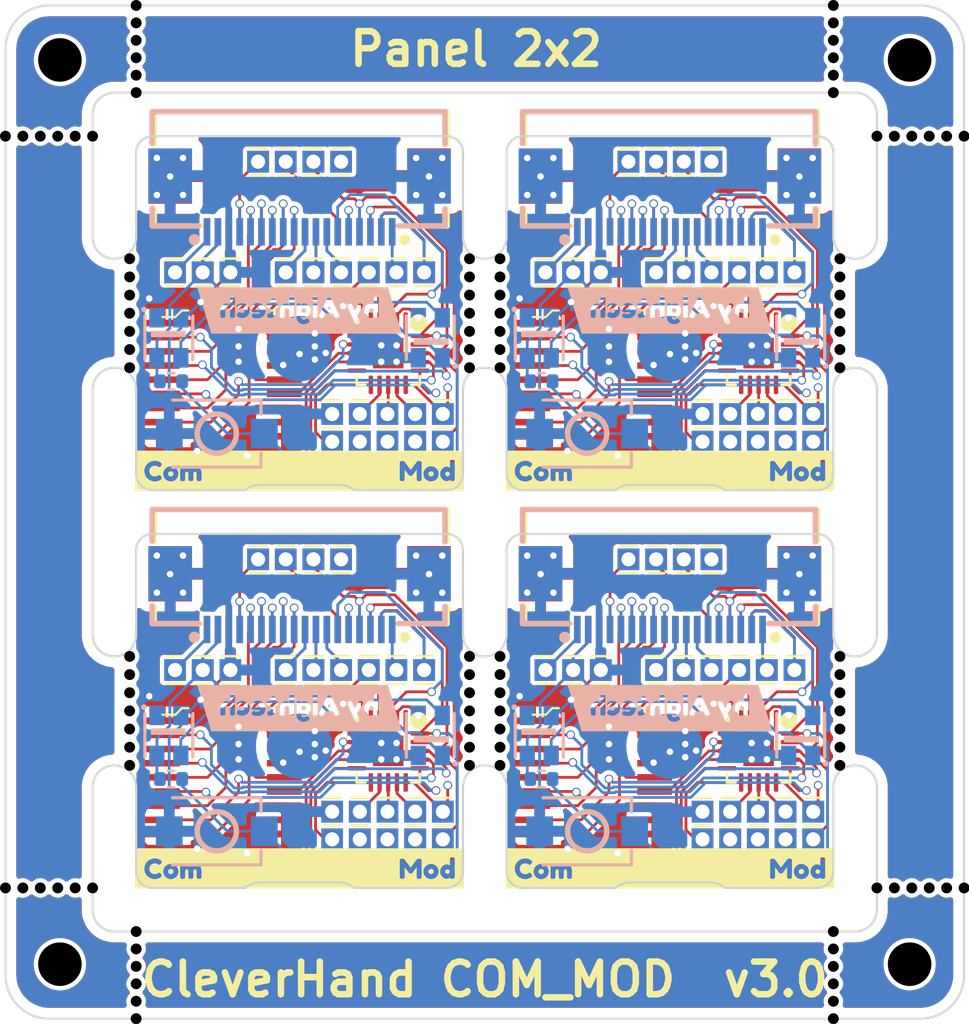
<source format=kicad_pcb>
(kicad_pcb (version 20240108) (generator "pcbnew") (generator_version "8.0")
  (title_block (title "Com. module") (date "2023-12-25") (rev "1.0") (company "Aightech"))
  (layers (0 "F.Cu" signal) (1 "In1.Cu" signal) (2 "In2.Cu" signal) (31 "B.Cu" signal) (34 "B.Paste" user) (35 "F.Paste" user) (36 "B.SilkS" user "B.Silkscreen") (37 "F.SilkS" user "F.Silkscreen") (38 "B.Mask" user) (39 "F.Mask" user) (44 "Edge.Cuts" user))
  (net 0 "")
  (net 1 "Board_0-+3.3V")
  (net 2 "Board_0-/AIN0")
  (net 3 "Board_0-/AUX1")
  (net 4 "Board_0-/AUX2")
  (net 5 "Board_0-/AUX3")
  (net 6 "Board_0-/CSB")
  (net 7 "Board_0-/GPIO")
  (net 8 "Board_0-/I2C_SDA")
  (net 9 "Board_0-/IO1_in")
  (net 10 "Board_0-/IO1_out")
  (net 11 "Board_0-/IO2")
  (net 12 "Board_0-/LED_IN")
  (net 13 "Board_0-/LED_OUT")
  (net 14 "Board_0-/PICO")
  (net 15 "Board_0-/PICO_ARM")
  (net 16 "Board_0-/POCI")
  (net 17 "Board_0-/SCLK")
  (net 18 "Board_0-/SCLK_ARM")
  (net 19 "Board_0-/SPICS_ARM")
  (net 20 "Board_0-/SWDIO{slash}POCI_ARM")
  (net 21 "Board_0-/Vcap")
  (net 22 "Board_0-/addr_bus_0")
  (net 23 "Board_0-/addr_bus_1")
  (net 24 "Board_0-/addr_bus_2")
  (net 25 "Board_0-/addr_bus_3")
  (net 26 "Board_0-/addr_bus_4")
  (net 27 "Board_0-/addr_mod_0")
  (net 28 "Board_0-/addr_mod_1")
  (net 29 "Board_0-/addr_mod_2")
  (net 30 "Board_0-/addr_mod_3")
  (net 31 "Board_0-/addr_mod_4")
  (net 32 "Board_0-/extRef")
  (net 33 "Board_0-/i2C_SCL")
  (net 34 "Board_0-GND")
  (net 35 "Board_0-Net-(LED1-DO)")
  (net 36 "Board_0-unconnected-(U1-P00-Pad1)")
  (net 37 "Board_1-+3.3V")
  (net 38 "Board_1-/AIN0")
  (net 39 "Board_1-/AUX1")
  (net 40 "Board_1-/AUX2")
  (net 41 "Board_1-/AUX3")
  (net 42 "Board_1-/CSB")
  (net 43 "Board_1-/GPIO")
  (net 44 "Board_1-/I2C_SDA")
  (net 45 "Board_1-/IO1_in")
  (net 46 "Board_1-/IO1_out")
  (net 47 "Board_1-/IO2")
  (net 48 "Board_1-/LED_IN")
  (net 49 "Board_1-/LED_OUT")
  (net 50 "Board_1-/PICO")
  (net 51 "Board_1-/PICO_ARM")
  (net 52 "Board_1-/POCI")
  (net 53 "Board_1-/SCLK")
  (net 54 "Board_1-/SCLK_ARM")
  (net 55 "Board_1-/SPICS_ARM")
  (net 56 "Board_1-/SWDIO{slash}POCI_ARM")
  (net 57 "Board_1-/Vcap")
  (net 58 "Board_1-/addr_bus_0")
  (net 59 "Board_1-/addr_bus_1")
  (net 60 "Board_1-/addr_bus_2")
  (net 61 "Board_1-/addr_bus_3")
  (net 62 "Board_1-/addr_bus_4")
  (net 63 "Board_1-/addr_mod_0")
  (net 64 "Board_1-/addr_mod_1")
  (net 65 "Board_1-/addr_mod_2")
  (net 66 "Board_1-/addr_mod_3")
  (net 67 "Board_1-/addr_mod_4")
  (net 68 "Board_1-/extRef")
  (net 69 "Board_1-/i2C_SCL")
  (net 70 "Board_1-GND")
  (net 71 "Board_1-Net-(LED1-DO)")
  (net 72 "Board_1-unconnected-(U1-P00-Pad1)")
  (net 73 "Board_2-+3.3V")
  (net 74 "Board_2-/AIN0")
  (net 75 "Board_2-/AUX1")
  (net 76 "Board_2-/AUX2")
  (net 77 "Board_2-/AUX3")
  (net 78 "Board_2-/CSB")
  (net 79 "Board_2-/GPIO")
  (net 80 "Board_2-/I2C_SDA")
  (net 81 "Board_2-/IO1_in")
  (net 82 "Board_2-/IO1_out")
  (net 83 "Board_2-/IO2")
  (net 84 "Board_2-/LED_IN")
  (net 85 "Board_2-/LED_OUT")
  (net 86 "Board_2-/PICO")
  (net 87 "Board_2-/PICO_ARM")
  (net 88 "Board_2-/POCI")
  (net 89 "Board_2-/SCLK")
  (net 90 "Board_2-/SCLK_ARM")
  (net 91 "Board_2-/SPICS_ARM")
  (net 92 "Board_2-/SWDIO{slash}POCI_ARM")
  (net 93 "Board_2-/Vcap")
  (net 94 "Board_2-/addr_bus_0")
  (net 95 "Board_2-/addr_bus_1")
  (net 96 "Board_2-/addr_bus_2")
  (net 97 "Board_2-/addr_bus_3")
  (net 98 "Board_2-/addr_bus_4")
  (net 99 "Board_2-/addr_mod_0")
  (net 100 "Board_2-/addr_mod_1")
  (net 101 "Board_2-/addr_mod_2")
  (net 102 "Board_2-/addr_mod_3")
  (net 103 "Board_2-/addr_mod_4")
  (net 104 "Board_2-/extRef")
  (net 105 "Board_2-/i2C_SCL")
  (net 106 "Board_2-GND")
  (net 107 "Board_2-Net-(LED1-DO)")
  (net 108 "Board_2-unconnected-(U1-P00-Pad1)")
  (net 109 "Board_3-+3.3V")
  (net 110 "Board_3-/AIN0")
  (net 111 "Board_3-/AUX1")
  (net 112 "Board_3-/AUX2")
  (net 113 "Board_3-/AUX3")
  (net 114 "Board_3-/CSB")
  (net 115 "Board_3-/GPIO")
  (net 116 "Board_3-/I2C_SDA")
  (net 117 "Board_3-/IO1_in")
  (net 118 "Board_3-/IO1_out")
  (net 119 "Board_3-/IO2")
  (net 120 "Board_3-/LED_IN")
  (net 121 "Board_3-/LED_OUT")
  (net 122 "Board_3-/PICO")
  (net 123 "Board_3-/PICO_ARM")
  (net 124 "Board_3-/POCI")
  (net 125 "Board_3-/SCLK")
  (net 126 "Board_3-/SCLK_ARM")
  (net 127 "Board_3-/SPICS_ARM")
  (net 128 "Board_3-/SWDIO{slash}POCI_ARM")
  (net 129 "Board_3-/Vcap")
  (net 130 "Board_3-/addr_bus_0")
  (net 131 "Board_3-/addr_bus_1")
  (net 132 "Board_3-/addr_bus_2")
  (net 133 "Board_3-/addr_bus_3")
  (net 134 "Board_3-/addr_bus_4")
  (net 135 "Board_3-/addr_mod_0")
  (net 136 "Board_3-/addr_mod_1")
  (net 137 "Board_3-/addr_mod_2")
  (net 138 "Board_3-/addr_mod_3")
  (net 139 "Board_3-/addr_mod_4")
  (net 140 "Board_3-/extRef")
  (net 141 "Board_3-/i2C_SCL")
  (net 142 "Board_3-GND")
  (net 143 "Board_3-Net-(LED1-DO)")
  (net 144 "Board_3-unconnected-(U1-P00-Pad1)")
  (footprint "NPTH" (layer "F.Cu") (at -0.700001 16.624999)
    (property "Reference" "KiKit_MB_2_7" (hide yes))
    (property "Value" "NPTH" (hide yes))
  )
  (footprint "Connector_PinHeader_1.27mm:PinHeader_1x01_P1.27mm_Vertical" (layer "F.Cu") (at 2.785 12.25)
    (property "Reference" "J19" (hide yes))
    (property "Value" "Conn_01x01_Pin" (hide yes))
  )
  (footprint "NPTH" (layer "F.Cu") (at 16 0)
    (property "Reference" "KiKit_MB_10_1" (hide yes))
    (property "Value" "NPTH" (hide yes))
  )
  (footprint "NPTH" (layer "F.Cu") (at 0.7 33.208333)
    (property "Reference" "KiKit_MB_7_3" (hide yes))
    (property "Value" "NPTH" (hide yes))
  )
  (footprint "NPTH" (layer "F.Cu") (at 0.7 16.624999)
    (property "Reference" "KiKit_MB_3_1" (hide yes))
    (property "Value" "NPTH" (hide yes))
  )
  (footprint "Connector_PinHeader_1.27mm:PinHeader_1x01_P1.27mm_Vertical" (layer "F.Cu") (at -7.865 30.500001)
    (property "Reference" "J6" (hide yes))
    (property "Value" "Conn_01x01_Pin" (hide yes))
  )
  (footprint "NPTH" (layer "F.Cu") (at 16 44.900001)
    (property "Reference" "KiKit_MB_12_4" (hide yes))
    (property "Value" "NPTH" (hide yes))
  )
  (footprint "Connector_PinHeader_1.27mm:PinHeader_1x01_P1.27mm_Vertical" (layer "F.Cu") (at 9.994999 37.000001)
    (property "Reference" "J22" (hide yes))
    (property "Value" "Conn_01x01_Pin" (hide yes))
  )
  (footprint "NPTH" (layer "F.Cu") (at 16.299999 33.208333)
    (property "Reference" "KiKit_MB_8_5" (hide yes))
    (property "Value" "NPTH" (hide yes))
  )
  (footprint "Connector_PinHeader_1.27mm:PinHeader_1x01_P1.27mm_Vertical" (layer "F.Cu") (at 14.215 30.500001)
    (property "Reference" "J20" (hide yes))
    (property "Value" "Conn_01x01_Pin" (hide yes))
  )
  (footprint "NPTH" (layer "F.Cu") (at -16 1.6)
    (property "Reference" "KiKit_MB_9_3" (hide yes))
    (property "Value" "NPTH" (hide yes))
  )
  (footprint "Connector_PinHeader_1.27mm:PinHeader_1x01_P1.27mm_Vertical" (layer "F.Cu") (at -4.465 37.000001 180)
    (property "Reference" "J13" (hide yes))
    (property "Value" "Conn_01x01_Pin" (hide yes))
  )
  (footprint "NPTH" (layer "F.Cu") (at 16 43.300001)
    (property "Reference" "KiKit_MB_12_2" (hide yes))
    (property "Value" "NPTH" (hide yes))
  )
  (footprint "Connector_PinHeader_1.27mm:PinHeader_1x01_P1.27mm_Vertical" (layer "F.Cu") (at -10.405 25.420001)
    (property "Reference" "J3" (hide yes))
    (property "Value" "Conn_01x01_Pin" (hide yes))
  )
  (footprint "Connector_PinHeader_1.27mm:PinHeader_1x01_P1.27mm_Vertical" (layer "F.Cu") (at 10.405 30.500001)
    (property "Reference" "J7" (hide yes))
    (property "Value" "Conn_01x01_Pin" (hide yes))
  )
  (footprint "NPTH" (layer "F.Cu") (at -16.3 12.458333)
    (property "Reference" "KiKit_MB_1_6" (hide yes))
    (property "Value" "NPTH" (hide yes))
  )
  (footprint "00_lcsc:FPC-SMD_18P-P0.50_FPC-05F-18PH20" (layer "F.Cu") (at 8.5 27.350001 180)
    (property "Reference" "FPC2" (hide yes))
    (property "Value" "FPC-05F-18PH20" (hide yes))
  )
  (footprint "NPTH" (layer "F.Cu") (at -16 43.300001)
    (property "Reference" "KiKit_MB_11_2" (hide yes))
    (property "Value" "NPTH" (hide yes))
  )
  (footprint "Connector_PinHeader_1.27mm:PinHeader_1x01_P1.27mm_Vertical" (layer "F.Cu") (at -4.055 12.25)
    (property "Reference" "J9" (hide yes))
    (property "Value" "Conn_01x01_Pin" (hide yes))
  )
  (footprint "NPTH" (layer "F.Cu") (at 0.7 14.124999)
    (property "Reference" "KiKit_MB_3_4" (hide yes))
    (property "Value" "NPTH" (hide yes))
  )
  (footprint "NPTH" (layer "F.Cu") (at 18 40.5)
    (property "Reference" "KiKit_MB_16_1" (hide yes))
    (property "Value" "NPTH" (hide yes))
  )
  (footprint "Connector_PinHeader_1.27mm:PinHeader_1x01_P1.27mm_Vertical" (layer "F.Cu") (at -5.735001 38.270001)
    (property "Reference" "J21" (hide yes))
    (property "Value" "Conn_01x01_Pin" (hide yes))
  )
  (footprint "00_Custom:QFN-20-1EP_3x3mm_P0.4mm_EP1.4x1.4mm" (layer "F.Cu") (at 12.569999 34.210001 -90)
    (property "Reference" "U1" (hide yes))
    (property "Value" "HC32L110C6UA" (hide yes))
  )
  (footprint "Connector_PinHeader_1.27mm:PinHeader_1x01_P1.27mm_Vertical" (layer "F.Cu") (at 13.804999 37.000001 180)
    (property "Reference" "J12" (hide yes))
    (property "Value" "Conn_01x01_Pin" (hide yes))
  )
  (footprint "Connector_PinHeader_1.27mm:PinHeader_1x01_P1.27mm_Vertical" (layer "F.Cu") (at 15.074999 18.75 180)
    (property "Reference" "J11" (hide yes))
    (property "Value" "Conn_01x01_Pin" (hide yes))
  )
  (footprint "Connector_PinHeader_1.27mm:PinHeader_1x01_P1.27mm_Vertical" (layer "F.Cu") (at 12.534999 38.270001)
    (property "Reference" "J15" (hide yes))
    (property "Value" "Conn_01x01_Pin" (hide yes))
  )
  (footprint "NPTH" (layer "F.Cu") (at -16.3 14.958332)
    (property "Reference" "KiKit_MB_1_3" (hide yes))
    (property "Value" "NPTH" (hide yes))
  )
  (footprint "Connector_PinHeader_1.27mm:PinHeader_1x01_P1.27mm_Vertical" (layer "F.Cu") (at 6.595 25.420001)
    (property "Reference" "J3" (hide yes))
    (property "Value" "Conn_01x01_Pin" (hide yes))
  )
  (footprint "Connector_PinHeader_1.27mm:PinHeader_1x01_P1.27mm_Vertical" (layer "F.Cu") (at 5.325 30.500001 180)
    (property "Reference" "J2" (hide yes))
    (property "Value" "Conn_01x01_Pin" (hide yes))
  )
  (footprint "digikey-footprints:TSSOP-20_W4.4mm" (layer "F.Cu") (at 5 35.750001 -90)
    (property "Reference" "U2" (hide yes))
    (property "Value" "74HC688" (hide yes))
  )
  (footprint "Connector_PinHeader_1.27mm:PinHeader_1x01_P1.27mm_Vertical" (layer "F.Cu") (at 15.074999 20.02)
    (property "Reference" "J17" (hide yes))
    (property "Value" "Conn_01x01_Pin" (hide yes))
  )
  (footprint "NPTH" (layer "F.Cu") (at 0.7 31.541667)
    (property "Reference" "KiKit_MB_7_5" (hide yes))
    (property "Value" "NPTH" (hide yes))
  )
  (footprint "Connector_PinHeader_1.27mm:PinHeader_1x01_P1.27mm_Vertical" (layer "F.Cu") (at 10.405 7.17)
    (property "Reference" "J23" (hide yes))
    (property "Value" "Conn_01x01_Pin" (hide yes))
  )
  (footprint "NPTH" (layer "F.Cu") (at 16 44.100001)
    (property "Reference" "KiKit_MB_12_3" (hide yes))
    (property "Value" "NPTH" (hide yes))
  )
  (footprint "Connector_PinHeader_1.27mm:PinHeader_1x01_P1.27mm_Vertical" (layer "F.Cu") (at 4.055 30.500001)
    (property "Reference" "J1" (hide yes))
    (property "Value" "Conn_01x01_Pin" (hide yes))
  )
  (footprint "NPTH" (layer "F.Cu") (at -16.3 16.624999)
    (property "Reference" "KiKit_MB_1_1" (hide yes))
    (property "Value" "NPTH" (hide yes))
  )
  (footprint "Connector_PinHeader_1.27mm:PinHeader_1x01_P1.27mm_Vertical" (layer "F.Cu") (at -5.735001 18.75 180)
    (property "Reference" "J14" (hide yes))
    (property "Value" "Conn_01x01_Pin" (hide yes))
  )
  (footprint "Connector_PinHeader_1.27mm:PinHeader_1x01_P1.27mm_Vertical" (layer "F.Cu") (at 10.405 25.420001)
    (property "Reference" "J23" (hide yes))
    (property "Value" "Conn_01x01_Pin" (hide yes))
  )
  (footprint "NPTH" (layer "F.Cu") (at -21.2 6)
    (property "Reference" "KiKit_MB_13_2" (hide yes))
    (property "Value" "NPTH" (hide yes))
  )
  (footprint "00_Custom:QFN-20-1EP_3x3mm_P0.4mm_EP1.4x1.4mm" (layer "F.Cu") (at -4.430001 34.210001 -90)
    (property "Reference" "U1" (hide yes))
    (property "Value" "HC32L110C6UA" (hide yes))
  )
  (footprint "NPTH" (layer "F.Cu") (at -0.700001 12.458333)
    (property "Reference" "KiKit_MB_2_2" (hide yes))
    (property "Value" "NPTH" (hide yes))
  )
  (footprint "NPTH" (layer "F.Cu") (at 16.299999 34.875)
    (property "Reference" "KiKit_MB_8_7" (hide yes))
    (property "Value" "NPTH" (hide yes))
  )
  (footprint "Connector_PinHeader_1.27mm:PinHeader_1x01_P1.27mm_Vertical" (layer "F.Cu") (at 7.865 12.25)
    (property "Reference" "J5" (hide yes))
    (property "Value" "Conn_01x01_Pin" (hide yes))
  )
  (footprint "NPTH" (layer "F.Cu") (at -16.3 15.791666)
    (property "Reference" "KiKit_MB_1_2" (hide yes))
    (property "Value" "NPTH" (hide yes))
  )
  (footprint "kibuzzard-658C3FF8" (layer "F.Cu") (at 8.499999 39.600001)
    (property "Reference" "kibuzzard-658C3FF8" (hide yes))
    (property "Value" "G***" (hide yes))
  )
  (footprint "NPTH" (layer "F.Cu") (at -19.6 6)
    (property "Reference" "KiKit_MB_13_4" (hide yes))
    (property "Value" "NPTH" (hide yes))
  )
  (footprint "Connector_PinHeader_1.27mm:PinHeader_1x01_P1.27mm_Vertical" (layer "F.Cu") (at 9.994999 18.75)
    (property "Reference" "J22" (hide yes))
    (property "Value" "Conn_01x01_Pin" (hide yes))
  )
  (footprint "Capacitor_SMD:C_0402_1005Metric" (layer "F.Cu") (at -5.140001 31.690001 180)
    (property "Reference" "C1" (hide yes))
    (property "Value" "4.7uF" (hide yes))
  )
  (footprint "Connector_PinHeader_1.27mm:PinHeader_1x01_P1.27mm_Vertical" (layer "F.Cu") (at 12.535 18.75 180)
    (property "Reference" "J13" (hide yes))
    (property "Value" "Conn_01x01_Pin" (hide yes))
  )
  (footprint "NPTH" (layer "F.Cu") (at 0.7 32.375)
    (property "Reference" "KiKit_MB_7_4" (hide yes))
    (property "Value" "NPTH" (hide yes))
  )
  (footprint "00_Custom:QFN-20-1EP_3x3mm_P0.4mm_EP1.4x1.4mm" (layer "F.Cu") (at 12.569999 15.96 -90)
    (property "Reference" "U1" (hide yes))
    (property "Value" "HC32L110C6UA" (hide yes))
  )
  (footprint "Connector_PinHeader_1.27mm:PinHeader_1x01_P1.27mm_Vertical" (layer "F.Cu") (at 11.264999 20.02)
    (property "Reference" "J21" (hide yes))
    (property "Value" "Conn_01x01_Pin" (hide yes))
  )
  (footprint "NPTH" (layer "F.Cu") (at 16 0.8)
    (property "Reference" "KiKit_MB_10_2" (hide yes))
    (property "Value" "NPTH" (hide yes))
  )
  (footprint "NPTH" (layer "F.Cu") (at -20.4 40.5)
    (property "Reference" "KiKit_MB_14_3" (hide yes))
    (property "Value" "NPTH" (hide yes))
  )
  (footprint "Connector_PinHeader_1.27mm:PinHeader_1x01_P1.27mm_Vertical" (layer "F.Cu") (at -12.945 12.25)
    (property "Reference" "J1" (hide yes))
    (property "Value" "Conn_01x01_Pin" (hide yes))
  )
  (footprint "Connector_PinHeader_1.27mm:PinHeader_1x01_P1.27mm_Vertical" (layer "F.Cu") (at -3.195001 38.270001)
    (property "Reference" "J16" (hide yes))
    (property "Value" "Conn_01x01_Pin" (hide yes))
  )
  (footprint "NPTH" (layer "F.Cu") (at 16.299999 12.458333)
    (property "Reference" "KiKit_MB_4_2" (hide yes))
    (property "Value" "NPTH" (hide yes))
  )
  (footprint "Connector_PinHeader_1.27mm:PinHeader_1x01_P1.27mm_Vertical" (layer "F.Cu") (at -7.005001 20.02)
    (property "Reference" "J18" (hide yes))
    (property "Value" "Conn_01x01_Pin" (hide yes))
  )
  (footprint "NPTH" (layer "F.Cu") (at -0.700001 32.375)
    (property "Reference" "KiKit_MB_6_4" (hide yes))
    (property "Value" "NPTH" (hide yes))
  )
  (footprint "Capacitor_SMD:C_0402_1005Metric" (layer "F.Cu") (at -5.140001 13.44 180)
    (property "Reference" "C1" (hide yes))
    (property "Value" "4.7uF" (hide yes))
  )
  (footprint "NPTH" (layer "F.Cu") (at -0.700001 14.124999)
    (property "Reference" "KiKit_MB_2_4" (hide yes))
    (property "Value" "NPTH" (hide yes))
  )
  (footprint "Connector_PinHeader_1.27mm:PinHeader_1x01_P1.27mm_Vertical" (layer "F.Cu") (at -1.925001 37.000001 180)
    (property "Reference" "J11" (hide yes))
    (property "Value" "Conn_01x01_Pin" (hide yes))
  )
  (footprint "NPTH" (layer "F.Cu") (at 16.299999 31.541667)
    (property "Reference" "KiKit_MB_8_3" (hide yes))
    (property "Value" "NPTH" (hide yes))
  )
  (footprint "NPTH" (layer "F.Cu") (at -16 45.700001)
    (property "Reference" "KiKit_MB_11_5" (hide yes))
    (property "Value" "NPTH" (hide yes))
  )
  (footprint "Connector_PinHeader_1.27mm:PinHeader_1x01_P1.27mm_Vertical" (layer "F.Cu") (at -6.595 30.500001)
    (property "Reference" "J7" (hide yes))
    (property "Value" "Conn_01x01_Pin" (hide yes))
  )
  (footprint "Connector_PinHeader_1.27mm:PinHeader_1x01_P1.27mm_Vertical" (layer "F.Cu") (at -3.195001 18.75 180)
    (property "Reference" "J12" (hide yes))
    (property "Value" "Conn_01x01_Pin" (hide yes))
  )
  (footprint "NPTH" (layer "F.Cu") (at -21.2 40.5)
    (property "Reference" "KiKit_MB_14_2" (hide yes))
    (property "Value" "NPTH" (hide yes))
  )
  (footprint "NPTH" (layer "F.Cu") (at -16 2.4)
    (property "Reference" "KiKit_MB_9_4" (hide yes))
    (property "Value" "NPTH" (hide yes))
  )
  (footprint "NPTH" (layer "F.Cu") (at 16 46.500001)
    (property "Reference" "KiKit_MB_12_6" (hide yes))
    (property "Value" "NPTH" (hide yes))
  )
  (footprint "Connector_PinHeader_1.27mm:PinHeader_1x01_P1.27mm_Vertical" (layer "F.Cu") (at -9.135 30.500001)
    (property "Reference" "J5" (hide yes))
    (property "Value" "Conn_01x01_Pin" (hide yes))
  )
  (footprint "Connector_PinHeader_1.27mm:PinHeader_1x01_P1.27mm_Vertical" (layer "F.Cu") (at -6.595 12.25)
    (property "Reference" "J7" (hide yes))
    (property "Value" "Conn_01x01_Pin" (hide yes))
  )
  (footprint "NPTH" (layer "F.Cu") (at 16.299999 34.041667)
    (property "Reference" "KiKit_MB_8_6" (hide yes))
    (property "Value" "NPTH" (hide yes))
  )
  (footprint "NPTH" (layer "F.Cu") (at 16.299999 14.124999)
    (property "Reference" "KiKit_MB_4_4" (hide yes))
    (property "Value" "NPTH" (hide yes))
  )
  (footprint "NPTH" (layer "F.Cu") (at 16.299999 30.708333)
    (property "Reference" "KiKit_MB_8_2" (hide yes))
    (property "Value" "NPTH" (hide yes))
  )
  (footprint "NPTH" (layer "F.Cu") (at -16 0)
    (property "Reference" "KiKit_MB_9_1" (hide yes))
    (property "Value" "NPTH" (hide yes))
  )
  (footprint "Connector_PinHeader_1.27mm:PinHeader_1x01_P1.27mm_Vertical" (layer "F.Cu") (at 4.055 12.25)
    (property "Reference" "J1" (hide yes))
    (property "Value" "Conn_01x01_Pin" (hide yes))
  )
  (footprint "Connector_PinHeader_1.27mm:PinHeader_1x01_P1.27mm_Vertical" (layer "F.Cu") (at 13.804999 38.270001)
    (property "Reference" "J16" (hide yes))
    (property "Value" "Conn_01x01_Pin" (hide yes))
  )
  (footprint "Connector_PinHeader_1.27mm:PinHeader_1x01_P1.27mm_Vertical" (layer "F.Cu") (at 6.595 7.17)
    (property "Reference" "J3" (hide yes))
    (property "Value" "Conn_01x01_Pin" (hide yes))
  )
  (footprint "NPTH" (layer "F.Cu") (at 20.4 6)
    (property "Reference" "KiKit_MB_15_4" (hide yes))
    (property "Value" "NPTH" (hide yes))
  )
  (footprint "NPTH" (layer "F.Cu") (at 0.7 14.958332)
    (property "Reference" "KiKit_MB_3_3" (hide yes))
    (property "Value" "NPTH" (hide yes))
  )
  (footprint "Connector_PinHeader_1.27mm:PinHeader_1x01_P1.27mm_Vertical" (layer "F.Cu") (at 13.804999 18.75 180)
    (property "Reference" "J12" (hide yes))
    (property "Value" "Conn_01x01_Pin" (hide yes))
  )
  (footprint "Connector_PinHeader_1.27mm:PinHeader_1x01_P1.27mm_Vertical" (layer "F.Cu") (at -7.865 12.25)
    (property "Reference" "J6" (hide yes))
    (property "Value" "Conn_01x01_Pin" (hide yes))
  )
  (footprint "NPTH" (layer "F.Cu") (at 0.7 34.041667)
    (property "Reference" "KiKit_MB_7_2" (hide yes))
    (property "Value" "NPTH" (hide yes))
  )
  (footprint "Connector_PinHeader_1.27mm:PinHeader_1x01_P1.27mm_Vertical" (layer "F.Cu") (at 9.135 25.420001)
    (property "Reference" "J10" (hide yes))
    (property "Value" "Conn_01x01_Pin" (hide yes))
  )
  (footprint "NPTH" (layer "F.Cu") (at -16.3 30.708333)
    (property "Reference" "KiKit_MB_5_6" (hide yes))
    (property "Value" "NPTH" (hide yes))
  )
  (footprint "NPTH" (layer "F.Cu") (at 19.5 2.5)
    (property "Reference" "KiKit_TO_2" (hide yes))
    (property "Value" "NPTH" (hide yes))
  )
  (footprint "NPTH" (layer "F.Cu") (at -16.3 33.208333)
    (property "Reference" "KiKit_MB_5_3" (hide yes))
    (property "Value" "NPTH" (hide yes))
  )
  (footprint "Connector_PinHeader_1.27mm:PinHeader_1x01_P1.27mm_Vertical" (layer "F.Cu") (at 12.535 37.000001 180)
    (property "Reference" "J13" (hide yes))
    (property "Value" "Conn_01x01_Pin" (hide yes))
  )
  (footprint "Connector_PinHeader_1.27mm:PinHeader_1x01_P1.27mm_Vertical" (layer "F.Cu") (at 15.074999 37.000001 180)
    (property "Reference" "J11" (hide yes))
    (property "Value" "Conn_01x01_Pin" (hide yes))
  )
  (footprint "NPTH" (layer "F.Cu") (at -16 46.500001)
    (property "Reference" "KiKit_MB_11_6" (hide yes))
    (property "Value" "NPTH" (hide yes))
  )
  (footprint "NPTH" (layer "F.Cu") (at -16 44.900001)
    (property "Reference" "KiKit_MB_11_4" (hide yes))
    (property "Value" "NPTH" (hide yes))
  )
  (footprint "Capacitor_SMD:C_0402_1005Metric" (layer "F.Cu") (at 11.859999 31.690001 180)
    (property "Reference" "C1" (hide yes))
    (property "Value" "4.7uF" (hide yes))
  )
  (footprint "NPTH" (layer "F.Cu") (at -16 4)
    (property "Reference" "KiKit_MB_9_6" (hide yes))
    (property "Value" "NPTH" (hide yes))
  )
  (footprint "Connector_PinHeader_1.27mm:PinHeader_1x01_P1.27mm_Vertical" (layer "F.Cu") (at -12.945 30.500001)
    (property "Reference" "J1" (hide yes))
    (property "Value" "Conn_01x01_Pin" (hide yes))
  )
  (footprint "NPTH" (layer "F.Cu") (at -0.700001 30.708333)
    (property "Reference" "KiKit_MB_6_2" (hide yes))
    (property "Value" "NPTH" (hide yes))
  )
  (footprint "NPTH" (layer "F.Cu") (at 0.7 34.875)
    (property "Reference" "KiKit_MB_7_1" (hide yes))
    (property "Value" "NPTH" (hide yes))
  )
  (footprint "NPTH" (layer "F.Cu") (at 22 40.5)
    (property "Reference" "KiKit_MB_16_6" (hide yes))
    (property "Value" "NPTH" (hide yes))
  )
  (footprint "Connector_PinHeader_1.27mm:PinHeader_1x01_P1.27mm_Vertical" (layer "F.Cu") (at -5.735001 37.000001 180)
    (property "Reference" "J14" (hide yes))
    (property "Value" "Conn_01x01_Pin" (hide yes))
  )
  (footprint "NPTH" (layer "F.Cu") (at -0.700001 31.541667)
    (property "Reference" "KiKit_MB_6_3" (hide yes))
    (property "Value" "NPTH" (hide yes))
  )
  (footprint "NPTH" (layer "F.Cu") (at 20.4 40.5)
    (property "Reference" "KiKit_MB_16_4" (hide yes))
    (property "Value" "NPTH" (hide yes))
  )
  (footprint "Connector_PinHeader_1.27mm:PinHeader_1x01_P1.27mm_Vertical" (layer "F.Cu") (at -7.005001 37.000001)
    (property "Reference" "J22" (hide yes))
    (property "Value" "Conn_01x01_Pin" (hide yes))
  )
  (footprint "Connector_PinHeader_1.27mm:PinHeader_1x01_P1.27mm_Vertical" (layer "F.Cu") (at 5.325 12.25 180)
    (property "Reference" "J2" (hide yes))
    (property "Value" "Conn_01x01_Pin" (hide yes))
  )
  (footprint "NPTH" (layer "F.Cu") (at -16 44.100001)
    (property "Reference" "KiKit_MB_11_3" (hide yes))
    (property "Value" "NPTH" (hide yes))
  )
  (footprint "Connector_PinHeader_1.27mm:PinHeader_1x01_P1.27mm_Vertical" (layer "F.Cu") (at 14.215 12.25)
    (property "Reference" "J20" (hide yes))
    (property "Value" "Conn_01x01_Pin" (hide yes))
  )
  (footprint "Connector_PinHeader_1.27mm:PinHeader_1x01_P1.27mm_Vertical" (layer "F.Cu") (at -1.925001 38.270001)
    (property "Reference" "J17" (hide yes))
    (property "Value" "Conn_01x01_Pin" (hide yes))
  )
  (footprint "Connector_PinHeader_1.27mm:PinHeader_1x01_P1.27mm_Vertical" (layer "F.Cu") (at -7.005001 38.270001)
    (property "Reference" "J18" (hide yes))
    (property "Value" "Conn_01x01_Pin" (hide yes))
  )
  (footprint "NPTH" (layer "F.Cu") (at -22 6)
    (property "Reference" "KiKit_MB_13_1" (hide yes))
    (property "Value" "NPTH" (hide yes))
  )
  (footprint "NPTH" (layer "F.Cu") (at 19.6 40.5)
    (property "Reference" "KiKit_MB_16_3" (hide yes))
    (property "Value" "NPTH" (hide yes))
  )
  (footprint "NPTH" (layer "F.Cu") (at 0.7 13.291667)
    (property "Reference" "KiKit_MB_3_5" (hide yes))
    (property "Value" "NPTH" (hide yes))
  )
  (footprint "NPTH" (layer "F.Cu") (at -16.3 34.875)
    (property "Reference" "KiKit_MB_5_1" (hide yes))
    (property "Value" "NPTH" (hide yes))
  )
  (footprint "NPTH" (layer "F.Cu") (at 16.299999 16.624999)
    (property "Reference" "KiKit_MB_4_7" (hide yes))
    (property "Value" "NPTH" (hide yes))
  )
  (footprint "NPTH" (layer "F.Cu") (at -0.700001 11.625)
    (property "Reference" "KiKit_MB_2_1" (hide yes))
    (property "Value" "NPTH" (hide yes))
  )
  (footprint "00_lcsc:FPC-SMD_18P-P0.50_FPC-05F-18PH20" (layer "F.Cu") (at -8.5 27.350001 180)
    (property "Reference" "FPC2" (hide yes))
    (property "Value" "FPC-05F-18PH20" (hide yes))
  )
  (footprint "Connector_PinHeader_1.27mm:PinHeader_1x01_P1.27mm_Vertical" (layer "F.Cu") (at -5.325 12.25)
    (property "Reference" "J8" (hide yes))
    (property "Value" "Conn_01x01_Pin" (hide yes))
  )
  (footprint "Connector_PinHeader_1.27mm:PinHeader_1x01_P1.27mm_Vertical" (layer "F.Cu") (at 10.405 12.25)
    (property "Reference" "J7" (hide yes))
    (property "Value" "Conn_01x01_Pin" (hide yes))
  )
  (footprint "Connector_PinHeader_1.27mm:PinHeader_1x01_P1.27mm_Vertical" (layer "F.Cu") (at 15.074999 38.270001)
    (property "Reference" "J17" (hide yes))
    (property "Value" "Conn_01x01_Pin" (hide yes))
  )
  (footprint "Connector_PinHeader_1.27mm:PinHeader_1x01_P1.27mm_Vertical" (layer "F.Cu") (at -9.135 12.25)
    (property "Reference" "J5" (hide yes))
    (property "Value" "Conn_01x01_Pin" (hide yes))
  )
  (footprint "NPTH" (layer "F.Cu") (at 16 4)
    (property "Reference" "KiKit_MB_10_6" (hide yes))
    (property "Value" "NPTH" (hide yes))
  )
  (footprint "NPTH" (layer "F.Cu") (at -16.3 14.124999)
    (property "Reference" "KiKit_MB_1_4" (hide yes))
    (property "Value" "NPTH" (hide yes))
  )
  (footprint "Connector_PinHeader_1.27mm:PinHeader_1x01_P1.27mm_Vertical" (layer "F.Cu") (at -10.405 7.17)
    (property "Reference" "J3" (hide yes))
    (property "Value" "Conn_01x01_Pin" (hide yes))
  )
  (footprint "Connector_PinHeader_1.27mm:PinHeader_1x01_P1.27mm_Vertical" (layer "F.Cu") (at -6.595 25.420001)
    (property "Reference" "J23" (hide yes))
    (property "Value" "Conn_01x01_Pin" (hide yes))
  )
  (footprint "Connector_PinHeader_1.27mm:PinHeader_1x01_P1.27mm_Vertical" (layer "F.Cu") (at 11.264999 38.270001)
    (property "Reference" "J21" (hide yes))
    (property "Value" "Conn_01x01_Pin" (hide yes))
  )
  (footprint "Connector_PinHeader_1.27mm:PinHeader_1x01_P1.27mm_Vertical" (layer "F.Cu") (at 7.865 25.420001)
    (property "Reference" "J4" (hide yes))
    (property "Value" "Conn_01x01_Pin" (hide yes))
  )
  (footprint "NPTH" (layer "F.Cu") (at 16.299999 15.791666)
    (property "Reference" "KiKit_MB_4_6" (hide yes))
    (property "Value" "NPTH" (hide yes))
  )
  (footprint "Connector_PinHeader_1.27mm:PinHeader_1x01_P1.27mm_Vertical" (layer "F.Cu") (at -5.735001 20.02)
    (property "Reference" "J21" (hide yes))
    (property "Value" "Conn_01x01_Pin" (hide yes))
  )
  (footprint "NPTH" (layer "F.Cu") (at -16.3 11.625)
    (property "Reference" "KiKit_MB_1_7" (hide yes))
    (property "Value" "NPTH" (hide yes))
  )
  (footprint "NPTH" (layer "F.Cu") (at 0.7 29.875)
    (property "Reference" "KiKit_MB_7_7" (hide yes))
    (property "Value" "NPTH" (hide yes))
  )
  (footprint "NPTH" (layer "F.Cu") (at 18.8 40.5)
    (property "Reference" "KiKit_MB_16_2" (hide yes))
    (property "Value" "NPTH" (hide yes))
  )
  (footprint "Connector_PinHeader_1.27mm:PinHeader_1x01_P1.27mm_Vertical" (layer "F.Cu") (at 13.804999 20.02)
    (property "Reference" "J16" (hide yes))
    (property "Value" "Conn_01x01_Pin" (hide yes))
  )
  (footprint "Connector_PinHeader_1.27mm:PinHeader_1x01_P1.27mm_Vertical" (layer "F.Cu") (at 9.135 30.500001)
    (property "Reference" "J6" (hide yes))
    (property "Value" "Conn_01x01_Pin" (hide yes))
  )
  (footprint "Connector_PinHeader_1.27mm:PinHeader_1x01_P1.27mm_Vertical" (layer "F.Cu") (at -7.865 7.17)
    (property "Reference" "J10" (hide yes))
    (property "Value" "Conn_01x01_Pin" (hide yes))
  )
  (footprint "Connector_PinHeader_1.27mm:PinHeader_1x01_P1.27mm_Vertical" (layer "F.Cu") (at 11.264999 37.000001 180)
    (property "Reference" "J14" (hide yes))
    (property "Value" "Conn_01x01_Pin" (hide yes))
  )
  (footprint "NPTH" (layer "F.Cu") (at 16 45.700001)
    (property "Reference" "KiKit_MB_12_5" (hide yes))
    (property "Value" "NPTH" (hide yes))
  )
  (footprint "00_Custom:QFN-20-1EP_3x3mm_P0.4mm_EP1.4x1.4mm" (layer "F.Cu") (at -4.430001 15.96 -90)
    (property "Reference" "U1" (hide yes))
    (property "Value" "HC32L110C6UA" (hide yes))
  )
  (footprint "NPTH" (layer "F.Cu") (at -19.5 44.000001)
    (property "Reference" "KiKit_TO_3" (hide yes))
    (property "Value" "NPTH" (hide yes))
  )
  (footprint "Connector_PinHeader_1.27mm:PinHeader_1x01_P1.27mm_Vertical" (layer "F.Cu") (at -4.055 30.500001)
    (property "Reference" "J9" (hide yes))
    (property "Value" "Conn_01x01_Pin" (hide yes))
  )
  (footprint "Connector_PinHeader_1.27mm:PinHeader_1x01_P1.27mm_Vertical" (layer "F.Cu") (at 7.865 7.17)
    (property "Reference" "J4" (hide yes))
    (property "Value" "Conn_01x01_Pin" (hide yes))
  )
  (footprint "Connector_PinHeader_1.27mm:PinHeader_1x01_P1.27mm_Vertical" (layer "F.Cu") (at 9.994999 38.270001)
    (property "Reference" "J18" (hide yes))
    (property "Value" "Conn_01x01_Pin" (hide yes))
  )
  (footprint "NPTH" (layer "F.Cu") (at 18.8 6)
    (property "Reference" "KiKit_MB_15_2" (hide yes))
    (property "Value" "NPTH" (hide yes))
  )
  (footprint "Connector_PinHeader_1.27mm:PinHeader_1x01_P1.27mm_Vertical" (layer "F.Cu") (at -9.135 7.17)
    (property "Reference" "J4" (hide yes))
    (property "Value" "Conn_01x01_Pin" (hide yes))
  )
  (footprint "NPTH" (layer "F.Cu") (at -0.700001 14.958332)
    (property "Reference" "KiKit_MB_2_5" (hide yes))
    (property "Value" "NPTH" (hide yes))
  )
  (footprint "Connector_PinHeader_1.27mm:PinHeader_1x01_P1.27mm_Vertical" (layer "F.Cu") (at -7.865 25.420001)
    (property "Reference" "J10" (hide yes))
    (property "Value" "Conn_01x01_Pin" (hide yes))
  )
  (footprint "Connector_PinHeader_1.27mm:PinHeader_1x01_P1.27mm_Vertical" (layer "F.Cu") (at -6.595 7.17)
    (property "Reference" "J23" (hide yes))
    (property "Value" "Conn_01x01_Pin" (hide yes))
  )
  (footprint "NPTH" (layer "F.Cu") (at -18 6)
    (property "Reference" "KiKit_MB_13_6" (hide yes))
    (property "Value" "NPTH" (hide yes))
  )
  (footprint "NPTH" (layer "F.Cu") (at 16.299999 14.958332)
    (property "Reference" "KiKit_MB_4_5" (hide yes))
    (property "Value" "NPTH" (hide yes))
  )
  (footprint "Connector_PinHeader_1.27mm:PinHeader_1x01_P1.27mm_Vertical" (layer "F.Cu") (at 9.135 12.25)
    (property "Reference" "J6" (hide yes))
    (property "Value" "Conn_01x01_Pin" (hide yes))
  )
  (footprint "NPTH" (layer "F.Cu") (at 22 6)
    (property "Reference" "KiKit_MB_15_6" (hide yes))
    (property "Value" "NPTH" (hide yes))
  )
  (footprint "NPTH" (layer "F.Cu") (at 19.6 6)
    (property "Reference" "KiKit_MB_15_3" (hide yes))
    (property "Value" "NPTH" (hide yes))
  )
  (footprint "Connector_PinHeader_1.27mm:PinHeader_1x01_P1.27mm_Vertical" (layer "F.Cu") (at -4.465001 38.270001)
    (property "Reference" "J15" (hide yes))
    (property "Value" "Conn_01x01_Pin" (hide yes))
  )
  (footprint "digikey-footprints:TSSOP-20_W4.4mm" (layer "F.Cu") (at -12 17.5 -90)
    (property "Reference" "U2" (hide yes))
    (property "Value" "74HC688" (hide yes))
  )
  (footprint "NPTH" (layer "F.Cu") (at 0.7 15.791666)
    (property "Reference" "KiKit_MB_3_2" (hide yes))
    (property "Value" "NPTH" (hide yes))
  )
  (footprint "Connector_PinHeader_1.27mm:PinHeader_1x01_P1.27mm_Vertical" (layer "F.Cu") (at -2.785 30.500001)
    (property "Reference" "J20" (hide yes))
    (property "Value" "Conn_01x01_Pin" (hide yes))
  )
  (footprint "NPTH" (layer "F.Cu") (at 21.2 6)
    (property "Reference" "KiKit_MB_15_5" (hide yes))
    (property "Value" "NPTH" (hide yes))
  )
  (footprint "NPTH" (layer "F.Cu") (at -16.3 13.291667)
    (property "Reference" "KiKit_MB_1_5" (hide yes))
    (property "Value" "NPTH" (hide yes))
  )
  (footprint "NPTH" (layer "F.Cu") (at 16 3.2)
    (property "Reference" "KiKit_MB_10_5" (hide yes))
    (property "Value" "NPTH" (hide yes))
  )
  (footprint "Connector_PinHeader_1.27mm:PinHeader_1x01_P1.27mm_Vertical" (layer "F.Cu") (at 11.264999 18.75 180)
    (property "Reference" "J14" (hide yes))
    (property "Value" "Conn_01x01_Pin" (hide yes))
  )
  (footprint "NPTH" (layer "F.Cu") (at 16 2.4)
    (property "Reference" "KiKit_MB_10_4" (hide yes))
    (property "Value" "NPTH" (hide yes))
  )
  (footprint "Connector_PinHeader_1.27mm:PinHeader_1x01_P1.27mm_Vertical" (layer "F.Cu") (at -9.135 25.420001)
    (property "Reference" "J4" (hide yes))
    (property "Value" "Conn_01x01_Pin" (hide yes))
  )
  (footprint "Connector_PinHeader_1.27mm:PinHeader_1x01_P1.27mm_Vertical" (layer "F.Cu") (at 9.994999 20.02)
    (property "Reference" "J18" (hide yes))
    (property "Value" "Conn_01x01_Pin" (hide yes))
  )
  (footprint "NPTH" (layer "F.Cu") (at 21.2 40.5)
    (property "Reference" "KiKit_MB_16_5" (hide yes))
    (property "Value" "NPTH" (hide yes))
  )
  (footprint "NPTH" (layer "F.Cu") (at -16.3 31.541667)
    (property "Reference" "KiKit_MB_5_5" (hide yes))
    (property "Value" "NPTH" (hide yes))
  )
  (footprint "NPTH" (layer "F.Cu") (at -18.8 6)
    (property "Reference" "KiKit_MB_13_5" (hide yes))
    (property "Value" "NPTH" (hide yes))
  )
  (footprint "Connector_PinHeader_1.27mm:PinHeader_1x01_P1.27mm_Vertical" (layer "F.Cu") (at -14.215 12.25)
    (property "Reference" "J19" (hide yes))
    (property "Value" "Conn_01x01_Pin" (hide yes))
  )
  (footprint "Connector_PinHeader_1.27mm:PinHeader_1x01_P1.27mm_Vertical" (layer "F.Cu") (at 12.945 12.25)
    (property "Reference" "J9" (hide yes))
    (property "Value" "Conn_01x01_Pin" (hide yes))
  )
  (footprint "Connector_PinHeader_1.27mm:PinHeader_1x01_P1.27mm_Vertical" (layer "F.Cu") (at -14.215 30.500001)
    (property "Reference" "J19" (hide yes))
    (property "Value" "Conn_01x01_Pin" (hide yes))
  )
  (footprint "Connector_PinHeader_1.27mm:PinHeader_1x01_P1.27mm_Vertical" (layer "F.Cu") (at -3.195001 20.02)
    (property "Reference" "J16" (hide yes))
    (property "Value" "Conn_01x01_Pin" (hide yes))
  )
  (footprint "NPTH" (layer "F.Cu") (at -0.700001 34.875)
    (property "Reference" "KiKit_MB_6_7" (hide yes))
    (property "Value" "NPTH" (hide yes))
  )
  (footprint "Connector_PinHeader_1.27mm:PinHeader_1x01_P1.27mm_Vertical" (layer "F.Cu") (at 9.135 7.17)
    (property "Reference" "J10" (hide yes))
    (property "Value" "Conn_01x01_Pin" (hide yes))
  )
  (footprint "NPTH" (layer "F.Cu") (at -16.3 34.041667)
    (property "Reference" "KiKit_MB_5_2" (hide yes))
    (property "Value" "NPTH" (hide yes))
  )
  (footprint "Connector_PinHeader_1.27mm:PinHeader_1x01_P1.27mm_Vertical" (layer "F.Cu") (at 11.675 12.25)
    (property "Reference" "J8" (hide yes))
    (property "Value" "Conn_01x01_Pin" (hide yes))
  )
  (footprint "NPTH" (layer "F.Cu") (at -19.5 2.5)
    (property "Reference" "KiKit_TO_1" (hide yes))
    (property "Value" "NPTH" (hide yes))
  )
  (footprint "NPTH" (layer "F.Cu") (at -0.700001 29.875)
    (property "Reference" "KiKit_MB_6_1" (hide yes))
    (property "Value" "NPTH" (hide yes))
  )
  (footprint "NPTH" (layer "F.Cu") (at 16.299999 11.625)
    (property "Reference" "KiKit_MB_4_1" (hide yes))
    (property "Value" "NPTH" (hide yes))
  )
  (footprint "Connector_PinHeader_1.27mm:PinHeader_1x01_P1.27mm_Vertical" (layer "F.Cu") (at 11.675 30.500001)
    (property "Reference" "J8" (hide yes))
    (property "Value" "Conn_01x01_Pin" (hide yes))
  )
  (footprint "Connector_PinHeader_1.27mm:PinHeader_1x01_P1.27mm_Vertical" (layer "F.Cu") (at -1.925001 18.75 180)
    (property "Reference" "J11" (hide yes))
    (property "Value" "Conn_01x01_Pin" (hide yes))
  )
  (footprint "NPTH" (layer "F.Cu") (at -0.700001 33.208333)
    (property "Reference" "KiKit_MB_6_5" (hide yes))
    (property "Value" "NPTH" (hide yes))
  )
  (footprint "NPTH" (layer "F.Cu") (at -16 3.2)
    (property "Reference" "KiKit_MB_9_5" (hide yes))
    (property "Value" "NPTH" (hide yes))
  )
  (footprint "Capacitor_SMD:C_0402_1005Metric" (layer "F.Cu") (at 11.859999 13.44 180)
    (property "Reference" "C1" (hide yes))
    (property "Value" "4.7uF" (hide yes))
  )
  (footprint "NPTH" (layer "F.Cu") (at -22 40.5)
    (property "Reference" "KiKit_MB_14_1" (hide yes))
    (property "Value" "NPTH" (hide yes))
  )
  (footprint "NPTH" (layer "F.Cu") (at -19.6 40.5)
    (property "Reference" "KiKit_MB_14_4" (hide yes))
    (property "Value" "NPTH" (hide yes))
  )
  (footprint "NPTH" (layer "F.Cu") (at 0.7 30.708333)
    (property "Reference" "KiKit_MB_7_6" (hide yes))
    (property "Value" "NPTH" (hide yes))
  )
  (footprint "NPTH" (layer "F.Cu") (at 18 6)
    (property "Reference" "KiKit_MB_15_1" (hide yes))
    (property "Value" "NPTH" (hide yes))
  )
  (footprint "kibuzzard-658C3FF8" (layer "F.Cu") (at -8.500001 39.600001)
    (property "Reference" "kibuzzard-658C3FF8" (hide yes))
    (property "Value" "G***" (hide yes))
  )
  (footprint "Connector_PinHeader_1.27mm:PinHeader_1x01_P1.27mm_Vertical" (layer "F.Cu") (at -4.465 18.75 180)
    (property "Reference" "J13" (hide yes))
    (property "Value" "Conn_01x01_Pin" (hide yes))
  )
  (footprint "Connector_PinHeader_1.27mm:PinHeader_1x01_P1.27mm_Vertical" (layer "F.Cu") (at -11.675 12.25 180)
    (property "Reference" "J2" (hide yes))
    (property "Value" "Conn_01x01_Pin" (hide yes))
  )
  (footprint "NPTH" (layer "F.Cu") (at -18.8 40.5)
    (property "Reference" "KiKit_MB_14_5" (hide yes))
    (property "Value" "NPTH" (hide yes))
  )
  (footprint "digikey-footprints:TSSOP-20_W4.4mm" (layer "F.Cu") (at -12 35.750001 -90)
    (property "Reference" "U2" (hide yes))
    (property "Value" "74HC688" (hide yes))
  )
  (footprint "kibuzzard-658C3FF8" (layer "F.Cu") (at 8.499999 21.35)
    (property "Reference" "kibuzzard-658C3FF8" (hide yes))
    (property "Value" "G***" (hide yes))
  )
  (footprint "Connector_PinHeader_1.27mm:PinHeader_1x01_P1.27mm_Vertical" (layer "F.Cu") (at -1.925001 20.02)
    (property "Reference" "J17" (hide yes))
    (property "Value" "Conn_01x01_Pin" (hide yes))
  )
  (footprint "Connector_PinHeader_1.27mm:PinHeader_1x01_P1.27mm_Vertical" (layer "F.Cu") (at -3.195001 37.000001 180)
    (property "Reference" "J12" (hide yes))
    (property "Value" "Conn_01x01_Pin" (hide yes))
  )
  (footprint "00_lcsc:FPC-SMD_18P-P0.50_FPC-05F-18PH20" (layer "F.Cu") (at 8.5 9.1 180)
    (property "Reference" "FPC2" (hide yes))
    (property "Value" "FPC-05F-18PH20" (hide yes))
  )
  (footprint "NPTH" (layer "F.Cu") (at 16 1.6)
    (property "Reference" "KiKit_MB_10_3" (hide yes))
    (property "Value" "NPTH" (hide yes))
  )
  (footprint "Connector_PinHeader_1.27mm:PinHeader_1x01_P1.27mm_Vertical" (layer "F.Cu") (at -4.465001 20.02)
    (property "Reference" "J15" (hide yes))
    (property "Value" "Conn_01x01_Pin" (hide yes))
  )
  (footprint "NPTH" (layer "F.Cu") (at 16.299999 32.375)
    (property "Reference" "KiKit_MB_8_4" (hide yes))
    (property "Value" "NPTH" (hide yes))
  )
  (footprint "NPTH" (layer "F.Cu") (at 0.7 12.458333)
    (property "Reference" "KiKit_MB_3_6" (hide yes))
    (property "Value" "NPTH" (hide yes))
  )
  (footprint "kibuzzard-658C3FF8" (layer "F.Cu") (at -8.500001 21.35)
    (property "Reference" "kibuzzard-658C3FF8" (hide yes))
    (property "Value" "G***" (hide yes))
  )
  (footprint "NPTH" (layer "F.Cu") (at 19.5 44.000001)
    (property "Reference" "KiKit_TO_4" (hide yes))
    (property "Value" "NPTH" (hide yes))
  )
  (footprint "00_lcsc:FPC-SMD_18P-P0.50_FPC-05F-18PH20" (layer "F.Cu") (at -8.5 9.1 180)
    (property "Reference" "FPC2" (hide yes))
    (property "Value" "FPC-05F-18PH20" (hide yes))
  )
  (footprint "NPTH" (layer "F.Cu") (at -0.700001 13.291667)
    (property "Reference" "KiKit_MB_2_3" (hide yes))
    (property "Value" "NPTH" (hide yes))
  )
  (footprint "NPTH" (layer "F.Cu") (at -18 40.5)
    (property "Reference" "KiKit_MB_14_6" (hide yes))
    (property "Value" "NPTH" (hide yes))
  )
  (footprint "NPTH" (layer "F.Cu") (at -0.700001 15.791666)
    (property "Reference" "KiKit_MB_2_6" (hide yes))
    (property "Value" "NPTH" (hide yes))
  )
  (footprint "Connector_PinHeader_1.27mm:PinHeader_1x01_P1.27mm_Vertical" (layer "F.Cu") (at 12.945 30.500001)
    (property "Reference" "J9" (hide yes))
    (property "Value" "Conn_01x01_Pin" (hide yes))
  )
  (footprint "NPTH" (layer "F.Cu") (at 16 42.500001)
    (property "Reference" "KiKit_MB_12_1" (hide yes))
    (property "Value" "NPTH" (hide yes))
  )
  (footprint "Connector_PinHeader_1.27mm:PinHeader_1x01_P1.27mm_Vertical" (layer "F.Cu") (at 7.865 30.500001)
    (property "Reference" "J5" (hide yes))
    (property "Value" "Conn_01x01_Pin" (hide yes))
  )
  (footprint "NPTH" (layer "F.Cu") (at -20.4 6)
    (property "Reference" "KiKit_MB_13_3" (hide yes))
    (property "Value" "NPTH" (hide yes))
  )
  (footprint "NPTH" (layer "F.Cu") (at 0.7 11.625)
    (property "Reference" "KiKit_MB_3_7" (hide yes))
    (property "Value" "NPTH" (hide yes))
  )
  (footprint "NPTH" (layer "F.Cu") (at -16 0.8)
    (property "Reference" "KiKit_MB_9_2" (hide yes))
    (property "Value" "NPTH" (hide yes))
  )
  (footprint "Connector_PinHeader_1.27mm:PinHeader_1x01_P1.27mm_Vertical" (layer "F.Cu") (at -2.785 12.25)
    (property "Reference" "J20" (hide yes))
    (property "Value" "Conn_01x01_Pin" (hide yes))
  )
  (footprint "NPTH" (layer "F.Cu") (at 16.299999 29.875)
    (property "Reference" "KiKit_MB_8_1" (hide yes))
    (property "Value" "NPTH" (hide yes))
  )
  (footprint "Connector_PinHeader_1.27mm:PinHeader_1x01_P1.27mm_Vertical" (layer "F.Cu") (at 2.785 30.500001)
    (property "Reference" "J19" (hide yes))
    (property "Value" "Conn_01x01_Pin" (hide yes))
  )
  (footprint "NPTH" (layer "F.Cu") (at -16 42.500001)
    (property "Reference" "KiKit_MB_11_1" (hide yes))
    (property "Value" "NPTH" (hide yes))
  )
  (footprint "Connector_PinHeader_1.27mm:PinHeader_1x01_P1.27mm_Vertical" (layer "F.Cu") (at 12.534999 20.02)
    (property "Reference" "J15" (hide yes))
    (property "Value" "Conn_01x01_Pin" (hide yes))
  )
  (footprint "Connector_PinHeader_1.27mm:PinHeader_1x01_P1.27mm_Vertical" (layer "F.Cu") (at -7.005001 18.75)
    (property "Reference" "J22" (hide yes))
    (property "Value" "Conn_01x01_Pin" (hide yes))
  )
  (footprint "Connector_PinHeader_1.27mm:PinHeader_1x01_P1.27mm_Vertical" (layer "F.Cu") (at -5.325 30.500001)
    (property "Reference" "J8" (hide yes))
    (property "Value" "Conn_01x01_Pin" (hide yes))
  )
  (footprint "NPTH" (layer "F.Cu") (at 16.299999 13.291667)
    (property "Reference" "KiKit_MB_4_3" (hide yes))
    (property "Value" "NPTH" (hide yes))
  )
  (footprint "NPTH" (layer "F.Cu") (at -16.3 29.875)
    (property "Reference" "KiKit_MB_5_7" (hide yes))
    (property "Value" "NPTH" (hide yes))
  )
  (footprint "Connector_PinHeader_1.27mm:PinHeader_1x01_P1.27mm_Vertical" (layer "F.Cu") (at -11.675 30.500001 180)
    (property "Reference" "J2" (hide yes))
    (property "Value" "Conn_01x01_Pin" (hide yes))
  )
  (footprint "NPTH" (layer "F.Cu") (at -0.700001 34.041667)
    (property "Reference" "KiKit_MB_6_6" (hide yes))
    (property "Value" "NPTH" (hide yes))
  )
  (footprint "NPTH" (layer "F.Cu") (at -16.3 32.375)
    (property "Reference" "KiKit_MB_5_4" (hide yes))
    (property "Value" "NPTH" (hide yes))
  )
  (footprint "digikey-footprints:TSSOP-20_W4.4mm" (layer "F.Cu") (at 5 17.5 -90)
    (property "Reference" "U2" (hide yes))
    (property "Value" "74HC688" (hide yes))
  )
  (footprint "00_lcsc:LED-SMD_4P-L2.0-W2.0-TL_WS2812B-2020" (layer "B.Cu") (at -2.5 33.500001 90)
    (property "Reference" "LED1" (hide yes))
    (property "Value" "WS2812C-2020-V1" (hide yes))
  )
  (footprint "Resistor_SMD:R_0402_1005Metric" (layer "B.Cu") (at 2.599999 35.500001)
    (property "Reference" "R1" (hide yes))
    (property "Value" "10K" (hide yes))
  )
  (footprint "00_Custom:insert_1.2mm" (layer "B.Cu") (at 8.499999 15.75 180)
    (property "Reference" "I1" (hide yes))
    (property "Value" "smd_insert" (hide yes))
  )
  (footprint "00_lcsc:LED-SMD_4P-L2.0-W2.0-TL_WS2812B-2020" (layer "B.Cu") (at -14.5 15.25 -90)
    (property "Reference" "LED2" (hide yes))
    (property "Value" "WS2812C" (hide yes))
  )
  (footprint "00_lcsc:LED-SMD_4P-L2.0-W2.0-TL_WS2812B-2020" (layer "B.Cu") (at -14.5 33.500001 -90)
    (property "Reference" "LED2" (hide yes))
    (property "Value" "WS2812C" (hide yes))
  )
  (footprint "kibuzzard-658C2757" (layer "B.Cu") (at -8.500001 32.250001 180)
    (property "Reference" "kibuzzard-658C2757" (hide yes))
    (property "Value" "G***" (hide yes))
  )
  (footprint "00_lcsc:SW-SMD_L3.9-W3.0-P4.45" (layer "B.Cu") (at -12.300001 19.65 180)
    (property "Reference" "SW1" (hide yes))
    (property "Value" "TS-1088R-02026" (hide yes))
  )
  (footprint "00_lcsc:SW-SMD_L3.9-W3.0-P4.45" (layer "B.Cu") (at 4.699999 37.900001 180)
    (property "Reference" "SW1" (hide yes))
    (property "Value" "TS-1088R-02026" (hide yes))
  )
  (footprint "Resistor_SMD:R_0402_1005Metric" (layer "B.Cu") (at 2.599999 17.25)
    (property "Reference" "R1" (hide yes))
    (property "Value" "10K" (hide yes))
  )
  (footprint "Resistor_SMD:R_0402_1005Metric" (layer "B.Cu") (at -14.400001 35.500001)
    (property "Reference" "R1" (hide yes))
    (property "Value" "10K" (hide yes))
  )
  (footprint "00_Custom:insert_1.2mm" (layer "B.Cu") (at -8.500001 15.75 180)
    (property "Reference" "I1" (hide yes))
    (property "Value" "smd_insert" (hide yes))
  )
  (footprint "00_lcsc:LED-SMD_4P-L2.0-W2.0-TL_WS2812B-2020" (layer "B.Cu") (at -2.5 15.25 90)
    (property "Reference" "LED1" (hide yes))
    (property "Value" "WS2812C-2020-V1" (hide yes))
  )
  (footprint "00_lcsc:LED-SMD_4P-L2.0-W2.0-TL_WS2812B-2020" (layer "B.Cu") (at 2.5 15.25 -90)
    (property "Reference" "LED2" (hide yes))
    (property "Value" "WS2812C" (hide yes))
  )
  (footprint "00_lcsc:SW-SMD_L3.9-W3.0-P4.45" (layer "B.Cu") (at -12.300001 37.900001 180)
    (property "Reference" "SW1" (hide yes))
    (property "Value" "TS-1088R-02026" (hide yes))
  )
  (footprint "kibuzzard-658C2757" (layer "B.Cu") (at 8.499999 32.250001 180)
    (property "Reference" "kibuzzard-658C2757" (hide yes))
    (property "Value" "G***" (hide yes))
  )
  (footprint "00_lcsc:FPC-SMD_18P-P0.50_FPC-05F-18PH20" (layer "B.Cu") (at -8.5 27.350001)
    (property "Reference" "FPC1" (hide yes))
    (property "Value" "FPC-05F-18PH20" (hide yes))
  )
  (footprint "00_lcsc:FPC-SMD_18P-P0.50_FPC-05F-18PH20" (layer "B.Cu") (at -8.5 9.1)
    (property "Reference" "FPC1" (hide yes))
    (property "Value" "FPC-05F-18PH20" (hide yes))
  )
  (footprint "00_lcsc:FPC-SMD_18P-P0.50_FPC-05F-18PH20" (layer "B.Cu") (at 8.5 27.350001)
    (property "Reference" "FPC1" (hide yes))
    (property "Value" "FPC-05F-18PH20" (hide yes))
  )
  (footprint "kibuzzard-658C2757" (layer "B.Cu") (at -8.500001 14 180)
    (property "Reference" "kibuzzard-658C2757" (hide yes))
    (property "Value" "G***" (hide yes))
  )
  (footprint "00_Custom:insert_1.2mm" (layer "B.Cu") (at 8.499999 34.000001 180)
    (property "Reference" "I1" (hide yes))
    (property "Value" "smd_insert" (hide yes))
  )
  (footprint "00_lcsc:LED-SMD_4P-L2.0-W2.0-TL_WS2812B-2020" (layer "B.Cu") (at 14.5 15.25 90)
    (property "Reference" "LED1" (hide yes))
    (property "Value" "WS2812C-2020-V1" (hide yes))
  )
  (footprint "kibuzzard-658C2757" (layer "B.Cu") (at 8.499999 14 180)
    (property "Reference" "kibuzzard-658C2757" (hide yes))
    (property "Value" "G***" (hide yes))
  )
  (footprint "00_lcsc:FPC-SMD_18P-P0.50_FPC-05F-18PH20" (layer "B.Cu") (at 8.5 9.1)
    (property "Reference" "FPC1" (hide yes))
    (property "Value" "FPC-05F-18PH20" (hide yes))
  )
  (footprint "Resistor_SMD:R_0402_1005Metric" (layer "B.Cu") (at -14.400001 17.25)
    (property "Reference" "R1" (hide yes))
    (property "Value" "10K" (hide yes))
  )
  (footprint "00_lcsc:SW-SMD_L3.9-W3.0-P4.45" (layer "B.Cu") (at 4.699999 19.65 180)
    (property "Reference" "SW1" (hide yes))
    (property "Value" "TS-1088R-02026" (hide yes))
  )
  (footprint "00_lcsc:LED-SMD_4P-L2.0-W2.0-TL_WS2812B-2020" (layer "B.Cu") (at 2.5 33.500001 -90)
    (property "Reference" "LED2" (hide yes))
    (property "Value" "WS2812C" (hide yes))
  )
  (footprint "00_Custom:insert_1.2mm" (layer "B.Cu") (at -8.500001 34.000001 180)
    (property "Reference" "I1" (hide yes))
    (property "Value" "smd_insert" (hide yes))
  )
  (footprint "00_lcsc:LED-SMD_4P-L2.0-W2.0-TL_WS2812B-2020" (layer "B.Cu") (at 14.5 33.500001 90)
    (property "Reference" "LED1" (hide yes))
    (property "Value" "WS2812C-2020-V1" (hide yes))
  )
  (gr_line (start -15.73832 24.431176) (end -15.747711 24.43966) (stroke (width 0.1)) (layer "Edge.Cuts"))
  (gr_line (start 0.707107 29.582107) (end 0.671559 29.615951) (stroke (width 0.1)) (layer "Edge.Cuts"))
  (gr_line (start -17.857728 35.360897) (end -17.831469 35.319429) (stroke (width 0.1)) (layer "Edge.Cuts"))
  (gr_line (start 1.332299 6.127726) (end 1.321732 6.134691) (stroke (width 0.1)) (layer "Edge.Cuts"))
  (gr_line (start 21.842511 45.276462) (end 21.84748 45.265252) (stroke (width 0.1)) (layer "Edge.Cuts"))
  (gr_line (start 21.662688 45.610974) (end 21.669248 45.600615) (stroke (width 0.1)) (layer "Edge.Cuts"))
  (gr_line (start -17.671559 4.259048) (end -17.634393 4.226989) (stroke (width 0.1)) (layer "Edge.Cuts"))
  (gr_line (start -0.95694 10.915284) (end -0.970031 10.86798) (stroke (width 0.1)) (layer "Edge.Cuts"))
  (gr_line (start 0.195091 11.605784) (end 0.146731 11.614176) (stroke (width 0.1)) (layer "Edge.Cuts"))
  (gr_line (start -0.290286 16.668059) (end -0.242981 16.654968) (stroke (width 0.1)) (layer "Edge.Cuts"))
  (gr_line (start -15.533888 22.193618) (end -15.486403 22.211204) (stroke (width 0.1)) (layer "Edge.Cuts"))
  (gr_line (start -6.409875 22.032087) (end -6.361056 22.046087) (stroke (width 0.1)) (layer "Edge.Cuts"))
  (gr_line (start -15.388452 22.236565) (end -15.335268 22.244713) (stroke (width 0.1)) (layer "Edge.Cuts"))
  (gr_line (start 15.929523 6.433131) (end 15.92389 6.421321) (stroke (width 0.1)) (layer "Edge.Cuts"))
  (gr_line (start -1.238656 6.201651) (end -1.258106 6.184138) (stroke (width 0.1)) (layer "Edge.Cuts"))
  (gr_line (start -1.762669 22.249999) (end -1.737348 22.249358) (stroke (width 0.1)) (layer "Edge.Cuts"))
  (gr_line (start 18 10.625) (end 17.998795 10.674068) (stroke (width 0.1)) (layer "Edge.Cuts"))
  (gr_line (start 17.634393 29.648011) (end 17.595699 29.678208) (stroke (width 0.1)) (layer "Edge.Cuts"))
  (gr_line (start -17.941544 4.663109) (end -17.923879 4.617315) (stroke (width 0.1)) (layer "Edge.Cuts"))
  (gr_line (start 1.003206 24.936776) (end 1.000641 24.987348) (stroke (width 0.1)) (layer "Edge.Cuts"))
  (gr_line (start -1.398003 24.337991) (end -1.421322 24.326109) (stroke (width 0.1)) (layer "Edge.Cuts"))
  (gr_line (start 0.146908 16.63582) (end 0.195262 16.644209) (stroke (width 0.1)) (layer "Edge.Cuts"))
  (gr_line (start 1.649031 22.242632) (end 1.699436 22.247758) (stroke (width 0.1)) (layer "Edge.Cuts"))
  (gr_line (start 1.611548 24.263436) (end 1.59909 24.265668) (stroke (width 0.1)) (layer "Edge.Cuts"))
  (gr_line (start -6.559709 22.005177) (end -6.50933 22.011605) (stroke (width 0.1)) (layer "Edge.Cuts"))
  (gr_line (start -17.803207 42.0957) (end -17.831469 42.055571) (stroke (width 0.1)) (layer "Edge.Cuts"))
  (gr_line (start 15.770834 24.460659) (end 15.761343 24.451652) (stroke (width 0.1)) (layer "Edge.Cuts"))
  (gr_line (start 21.553331 0.74107) (end 21.545788 0.731404) (stroke (width 0.1)) (layer "Edge.Cuts"))
  (gr_line (start 1.321732 24.384692) (end 1.311531 24.392183) (stroke (width 0.1)) (layer "Edge.Cuts"))
  (gr_line (start -17.671559 11.36595) (end -17.707107 11.332106) (stroke (width 0.1)) (layer "Edge.Cuts"))
  (gr_line (start 15.834828 40.218692) (end 15.842826 40.208884) (stroke (width 0.1)) (layer "Edge.Cuts"))
  (gr_line (start 15.354347 6.007524) (end 15.341375 6.005816) (stroke (width 0.1)) (layer "Edge.Cuts"))
  (gr_line (start 1.000641 24.987348) (end 1 25.012669) (stroke (width 0.1)) (layer "Edge.Cuts"))
  (gr_line (start 16.709713 16.668059) (end 16.757018 16.654968) (stroke (width 0.1)) (layer "Edge.Cuts"))
  (gr_line (start -17.427555 29.778989) (end -17.471397 29.756921) (stroke (width 0.1)) (layer "Edge.Cuts"))
  (gr_line (start 16.485896 11.482728) (end 16.444429 11.456469) (stroke (width 0.1)) (layer "Edge.Cuts"))
  (gr_line (start 15.994182 24.908624) (end 15.992474 24.895652) (stroke (width 0.1)) (layer "Edge.Cuts"))
  (gr_line (start 17.903989 41.927556) (end 17.881921 41.971398) (stroke (width 0.1)) (layer "Edge.Cuts"))
  (gr_line (start -1.206639 22.016503) (end -1.198154 22.007112) (stroke (width 0.1)) (layer "Edge.Cuts"))
  (gr_line (start -17.857728 42.014104) (end -17.881921 41.971398) (stroke (width 0.1)) (layer "Edge.Cuts"))
  (gr_line (start -1.206639 40.266504) (end -1.198154 40.257113) (stroke (width 0.1)) (layer "Edge.Cuts"))
  (gr_line (start 16.528602 34.993079) (end 16.572443 34.971011) (stroke (width 0.1)) (layer "Edge.Cuts"))
  (gr_line (start 20.568664 46.416863) (end 20.580481 46.413593) (stroke (width 0.1)) (layer "Edge.Cuts"))
  (gr_line (start 1.165169 21.968691) (end 1.198152 22.007112) (stroke (width 0.1)) (layer "Edge.Cuts"))
  (gr_line (start -10.48339 40.260718) (end -10.43559 40.254932) (stroke (width 0.1)) (layer "Edge.Cuts"))
  (gr_line (start 15.542958 6.05983) (end 15.53087 6.054823) (stroke (width 0.1)) (layer "Edge.Cuts"))
  (gr_line (start -15.892632 21.885646) (end -15.886211 21.896553) (stroke (width 0.1)) (layer "Edge.Cuts"))
  (gr_line (start 6.375654 22.041758) (end 6.422122 22.029151) (stroke (width 0.1)) (layer "Edge.Cuts"))
  (gr_line (start -16.168402 35.319328) (end -16.142141 35.360787) (stroke (width 0.1)) (layer "Edge.Cuts"))
  (gr_line (start -1.034702 21.724426) (end -1.031221 21.712258) (stroke (width 0.1)) (layer "Edge.Cuts"))
  (gr_line (start -1.013435 39.888452) (end -1.005767 39.838399) (stroke (width 0.1)) (layer "Edge.Cuts"))
  (gr_line (start -1.44286 40.43364) (end -1.397398 40.41134) (stroke (width 0.1)) (layer "Edge.Cuts"))
  (gr_line (start 17.471397 42.381922) (end 17.427555 42.40399) (stroke (width 0.1)) (layer "Edge.Cuts"))
  (gr_line (start -17.671559 16.884048) (end -17.634393 16.851988) (stroke (width 0.1)) (layer "Edge.Cuts"))
  (gr_line (start -15.474426 24.284703) (end -15.486402 24.288797) (stroke (width 0.1)) (layer "Edge.Cuts"))
  (gr_line (start 16.226988 16.990605) (end 16.259047 16.95344) (stroke (width 0.1)) (layer "Edge.Cuts"))
  (gr_line (start 16.572444 29.778989) (end 16.528602 29.756921) (stroke (width 0.1)) (layer "Edge.Cuts"))
  (gr_line (start 17.290285 42.456941) (end 17.24298 42.470032) (stroke (width 0.1)) (layer "Edge.Cuts"))
  (gr_line (start -1.056382 21.783887) (end -1.038796 21.736402) (stroke (width 0.1)) (layer "Edge.Cuts"))
  (gr_line (start -16.043059 17.334714) (end -16.029968 17.382018) (stroke (width 0.1)) (layer "Edge.Cuts"))
  (gr_line (start -16.709554 34.918049) (end -16.662954 34.933441) (stroke (width 0.1)) (layer "Edge.Cuts"))
  (gr_line (start -0.5957 16.821791) (end -0.555571 16.793529) (stroke (width 0.1)) (layer "Edge.Cuts"))
  (gr_line (start -17.995184 35.776982) (end -17.989176 35.728269) (stroke (width 0.1)) (layer "Edge.Cuts"))
  (gr_line (start 0.290285 29.83194) (end 0.24298 29.845031) (stroke (width 0.1)) (layer "Edge.Cuts"))
  (gr_line (start 10.991562 22.242336) (end 11.000113 22.249701) (stroke (width 0.1)) (layer "Edge.Cuts"))
  (gr_line (start 17.146731 42.489177) (end 17.098018 42.495185) (stroke (width 0.1)) (layer "Edge.Cuts"))
  (gr_line (start -1.530788 24.282989) (end -1.543334 24.279273) (stroke (width 0.1)) (layer "Edge.Cuts"))
  (gr_line (start -1.005817 6.658623) (end -1.007525 6.645651) (stroke (width 0.1)) (layer "Edge.Cuts"))
  (gr_line (start -16.196792 29.4707) (end -16.226989 29.509394) (stroke (width 0.1)) (layer "Edge.Cuts"))
  (gr_line (start -1.619802 6.011618) (end -1.645652 6.007524) (stroke (width 0.1)) (layer "Edge.Cuts"))
  (gr_line (start -16.617315 29.79888) (end -16.663109 29.816544) (stroke (width 0.1)) (layer "Edge.Cuts"))
  (gr_line (start 15.74771 40.310341) (end 15.784411 40.275454) (stroke (width 0.1)) (layer "Edge.Cuts"))
  (gr_line (start 17.634393 35.101989) (end 17.671559 35.134049) (stroke (width 0.1)) (layer "Edge.Cuts"))
  (gr_line (start -0.242981 16.654968) (end -0.195091 16.644214) (stroke (width 0.1)) (layer "Edge.Cuts"))
  (gr_line (start 16.444429 11.456469) (end 16.4043 11.428207) (stroke (width 0.1)) (layer "Edge.Cuts"))
  (gr_line (start 1.05168 21.77212) (end 1.071649 21.818653) (stroke (width 0.1)) (layer "Edge.Cuts"))
  (gr_line (start 0.146731 11.614176) (end 0.098018 11.620184) (stroke (width 0.1)) (layer "Edge.Cuts"))
  (gr_line (start 15.986564 39.888452) (end 15.994232 39.838399) (stroke (width 0.1)) (layer "Edge.Cuts"))
  (gr_line (start 21.909746 1.407875) (end 21.851893 1.246188) (stroke (width 0.1)) (layer "Edge.Cuts"))
  (gr_line (start -20.568664 0.083137) (end -20.580481 0.086407) (stroke (width 0.1)) (layer "Edge.Cuts"))
  (gr_line (start -1.198154 40.257113) (end -1.165171 40.218692) (stroke (width 0.1)) (layer "Edge.Cuts"))
  (gr_line (start -16.528602 29.756921) (end -16.572444 29.778989) (stroke (width 0.1)) (layer "Edge.Cuts"))
  (gr_line (start -17.903989 41.927556) (end -17.923879 41.882685) (stroke (width 0.1)) (layer "Edge.Cuts"))
  (gr_line (start 0.904124 35.447317) (end 0.924019 35.49218) (stroke (width 0.1)) (layer "Edge.Cuts"))
  (gr_line (start -1.45436 22.188923) (end -1.44286 22.183639) (stroke (width 0.1)) (layer "Edge.Cuts"))
  (gr_line (start -1 10.625) (end -1 6.756544) (stroke (width 0.1)) (layer "Edge.Cuts"))
  (gr_line (start 16.901981 11.620184) (end 16.853268 11.614176) (stroke (width 0.1)) (layer "Edge.Cuts"))
  (gr_line (start 21.909746 45.092125) (end 21.913592 45.080482) (stroke (width 0.1)) (layer "Edge.Cuts"))
  (gr_line (start 1.215586 40.275454) (end 1.252287 40.310341) (stroke (width 0.1)) (layer "Edge.Cuts"))
  (gr_line (start 10.734136 22.081428) (end 10.780265 22.102676) (stroke (width 0.1)) (layer "Edge.Cuts"))
  (gr_line (start -1.034569 39.974471) (end -1.032015 39.965325) (stroke (width 0.1)) (layer "Edge.Cuts"))
  (gr_line (start -16 17.624998) (end -16 21.493672) (stroke (width 0.1)) (layer "Edge.Cuts"))
  (gr_line (start 17.634393 11.39801) (end 17.595699 11.428207) (stroke (width 0.1)) (layer "Edge.Cuts"))
  (gr_line (start 21.120997 0.344371) (end 21.110973 0.337311) (stroke (width 0.1)) (layer "Edge.Cuts"))
  (gr_line (start -0.857729 29.389103) (end -0.881921 29.346397) (stroke (width 0.1)) (layer "Edge.Cuts"))
  (gr_line (start -16.010823 17.478268) (end -16.004815 17.526981) (stroke (width 0.1)) (layer "Edge.Cuts"))
  (gr_line (start -17.998795 4.950931) (end -17.995184 4.901981) (stroke (width 0.1)) (layer "Edge.Cuts"))
  (gr_line (start -1.229165 24.460659) (end -1.238656 24.451652) (stroke (width 0.1)) (layer "Edge.Cuts"))
  (gr_line (start -15.90094 6.377835) (end -15.9056 6.386109) (stroke (width 0.1)) (layer "Edge.Cuts"))
  (gr_line (start 15.486401 22.211204) (end 15.533886 22.193618) (stroke (width 0.1)) (layer "Edge.Cuts"))
  (gr_line (start -0.995185 17.526981) (end -0.989177 17.478268) (stroke (width 0.1)) (layer "Edge.Cuts"))
  (gr_line (start -17.595699 11.428207) (end -17.634393 11.39801) (stroke (width 0.1)) (layer "Edge.Cuts"))
  (gr_line (start 17.290285 29.83194) (end 17.24298 29.845031) (stroke (width 0.1)) (layer "Edge.Cuts"))
  (gr_line (start -1.505897 6.041076) (end -1.530788 6.032988) (stroke (width 0.1)) (layer "Edge.Cuts"))
  (gr_line (start -0.881922 35.403603) (end -0.857729 35.360897) (stroke (width 0.1)) (layer "Edge.Cuts"))
  (gr_line (start -1.032989 24.780788) (end -1.041077 24.755897) (stroke (width 0.1)) (layer "Edge.Cuts"))
  (gr_line (start -21.258929 0.446668) (end -21.268595 0.454211) (stroke (width 0.1)) (layer "Edge.Cuts"))
  (gr_line (start -6.047748 22.21018) (end -6.008437 22.242336) (stroke (width 0.1)) (layer "Edge.Cuts"))
  (gr_line (start -15.646554 40.386211) (end -15.635647 40.392632) (stroke (width 0.1)) (layer "Edge.Cuts"))
  (gr_line (start 1.537741 24.281221) (end 1.525573 24.284703) (stroke (width 0.1)) (layer "Edge.Cuts"))
  (gr_line (start -0.956941 17.334714) (end -0.941544 17.288108) (stroke (width 0.1)) (layer "Edge.Cuts"))
  (gr_line (start 17.290285 11.581939) (end 17.24298 11.59503) (stroke (width 0.1)) (layer "Edge.Cuts"))
  (gr_line (start -16.999803 34.875) (end -16.950741 34.876204) (stroke (width 0.1)) (layer "Edge.Cuts"))
  (gr_line (start -21.769089 45.4317) (end -21.763576 45.442652) (stroke (width 0.1)) (layer "Edge.Cuts"))
  (gr_line (start 15.256543 24.250171) (end 15.243454 24.25) (stroke (width 0.1)) (layer "Edge.Cuts"))
  (gr_line (start -6.008437 40.492337) (end -5.999886 40.499702) (stroke (width 0.1)) (layer "Edge.Cuts"))
  (gr_line (start -16.001204 28.924069) (end -16.004815 28.973018) (stroke (width 0.1)) (layer "Edge.Cuts"))
  (gr_line (start -15.262655 24.250642) (end -15.313225 24.253208) (stroke (width 0.1)) (layer "Edge.Cuts"))
  (gr_line (start 16.259047 16.95344) (end 16.292892 16.917892) (stroke (width 0.1)) (layer "Edge.Cuts"))
  (gr_line (start 17.995184 4.901981) (end 17.998795 4.950931) (stroke (width 0.1)) (layer "Edge.Cuts"))
  (gr_line (start 15.999828 24.993456) (end 15.999314 24.973834) (stroke (width 0.1)) (layer "Edge.Cuts"))
  (gr_line (start 21.40512 45.922456) (end 21.414 45.914001) (stroke (width 0.1)) (layer "Edge.Cuts"))
  (gr_line (start -15.986565 24.861549) (end -15.994233 24.911602) (stroke (width 0.1)) (layer "Edge.Cuts"))
  (gr_line (start 18 35.874999) (end 18 41.500001) (stroke (width 0.1)) (layer "Edge.Cuts"))
  (gr_line (start -0.740951 11.296558) (end -0.77301 11.259393) (stroke (width 0.1)) (layer "Edge.Cuts"))
  (gr_line (start 15.999357 21.512652) (end 15.999999 21.487331) (stroke (width 0.1)) (layer "Edge.Cuts"))
  (gr_line (start 0.555705 35.043489) (end 0.595831 35.071745) (stroke (width 0.1)) (layer "Edge.Cuts"))
  (gr_line (start -0.989177 17.478268) (end -0.980786 17.429908) (stroke (width 0.1)) (layer "Edge.Cuts"))
  (gr_line (start 1.586762 24.268529) (end 1.537741 24.281221) (stroke (width 0.1)) (layer "Edge.Cuts"))
  (gr_line (start 15.341374 6.005816) (end 15.315346 6.00308) (stroke (width 0.1)) (layer "Edge.Cuts"))
  (gr_line (start -17.903989 35.447444) (end -17.881921 35.403603) (stroke (width 0.1)) (layer "Edge.Cuts"))
  (gr_line (start 17.595699 16.821791) (end 17.634393 16.851988) (stroke (width 0.1)) (layer "Edge.Cuts"))
  (gr_line (start 16.292892 11.332106) (end 16.259048 11.296558) (stroke (width 0.1)) (layer "Edge.Cuts"))
  (gr_line (start -15.988802 21.625979) (end -15.978608 21.67558) (stroke (width 0.1)) (layer "Edge.Cuts"))
  (gr_line (start 1.252288 24.43966) (end 1.213291 24.47673) (stroke (width 0.1)) (layer "Edge.Cuts"))
  (gr_line (start 16.617315 11.548879) (end 16.572444 11.528988) (stroke (width 0.1)) (layer "Edge.Cuts"))
  (gr_line (start 17.146731 29.864177) (end 17.098018 29.870185) (stroke (width 0.1)) (layer "Edge.Cuts"))
  (gr_line (start 1.501607 40.457107) (end 1.549922 40.472266) (stroke (width 0.1)) (layer "Edge.Cuts"))
  (gr_line (start 21.990069 44.696005) (end 21.990971 44.683777) (stroke (width 0.1)) (layer "Edge.Cuts"))
  (gr_line (start 15.413236 22.231472) (end 15.462257 22.218779) (stroke (width 0.1)) (layer "Edge.Cuts"))
  (gr_line (start -21.961275 44.890122) (end -21.958588 44.902086) (stroke (width 0.1)) (layer "Edge.Cuts"))
  (gr_line (start -1.606937 6.014002) (end -1.619802 6.011618) (stroke (width 0.1)) (layer "Edge.Cuts"))
  (gr_line (start -15.297433 22.248318) (end -15.287981 22.248858) (stroke (width 0.1)) (layer "Edge.Cuts"))
  (gr_line (start 1 6.762668) (end 1 10.625) (stroke (width 0.1)) (layer "Edge.Cuts"))
  (gr_line (start -1.201652 6.238655) (end -1.210659 6.229164) (stroke (width 0.1)) (layer "Edge.Cuts"))
  (gr_line (start 1.024251 39.937909) (end 1.027733 39.950077) (stroke (width 0.1)) (layer "Edge.Cuts"))
  (gr_line (start 17.290285 4.043059) (end 17.33689 4.058455) (stroke (width 0.1)) (layer "Edge.Cuts"))
  (gr_line (start 15.243454 24.25) (end 1.762671 24.25) (stroke (width 0.1)) (layer "Edge.Cuts"))
  (gr_line (start 0.671687 35.133987) (end 0.707233 35.167824) (stroke (width 0.1)) (layer "Edge.Cuts"))
  (gr_line (start -0.998796 17.57593) (end -0.995185 17.526981) (stroke (width 0.1)) (layer "Edge.Cuts"))
  (gr_line (start -15.801847 22.007112) (end -15.793362 22.016503) (stroke (width 0.1)) (layer "Edge.Cuts"))
  (gr_line (start -15.975748 39.937909) (end -15.972266 39.950077) (stroke (width 0.1)) (layer "Edge.Cuts"))
  (gr_line (start 0.555705 16.793488) (end 0.595831 16.821744) (stroke (width 0.1)) (layer "Edge.Cuts"))
  (gr_line (start 15.927319 21.821662) (end 15.93525 21.8044) (stroke (width 0.1)) (layer "Edge.Cuts"))
  (gr_line (start -10.802561 22.114036) (end -10.759364 22.092767) (stroke (width 0.1)) (layer "Edge.Cuts"))
  (gr_line (start -16.365606 16.851988) (end -16.32844 16.884048) (stroke (width 0.1)) (layer "Edge.Cuts"))
  (gr_line (start 15.885842 6.352681) (end 15.871587 6.330731) (stroke (width 0.1)) (layer "Edge.Cuts"))
  (gr_line (start -21.422455 45.905121) (end -21.414 45.914001) (stroke (width 0.1)) (layer "Edge.Cuts"))
  (gr_line (start -17.427555 4.09601) (end -17.382684 4.07612) (stroke (width 0.1)) (layer "Edge.Cuts"))
  (gr_line (start 6.114365 22.162682) (end 6.155316 22.137359) (stroke (width 0.1)) (layer "Edge.Cuts"))
  (gr_line (start -20.183776 46.490972) (end -20.012257 46.499398) (stroke (width 0.1)) (layer "Edge.Cuts"))
  (gr_line (start -1.321733 22.115309) (end -1.311532 22.107818) (stroke (width 0.1)) (layer "Edge.Cuts"))
  (gr_line (start -0.903989 29.302556) (end -0.923879 29.257684) (stroke (width 0.1)) (layer "Edge.Cuts"))
  (gr_line (start -1.493564 6.045444) (end -1.505897 6.041076) (stroke (width 0.1)) (layer "Edge.Cuts"))
  (gr_line (start 0.903989 11.052555) (end 0.881921 11.096396) (stroke (width 0.1)) (layer "Edge.Cuts"))
  (gr_line (start 1.000959 39.775343) (end 1.00128 39.787971) (stroke (width 0.1)) (layer "Edge.Cuts"))
  (gr_line (start 21.422455 0.594879) (end 21.414 0.585999) (stroke (width 0.1)) (layer "Edge.Cuts"))
  (gr_line (start 15.74771 22.06034) (end 15.784411 22.025453) (stroke (width 0.1)) (layer "Edge.Cuts"))
  (gr_line (start -17.33689 42.441545) (end -17.382684 42.42388) (stroke (width 0.1)) (layer "Edge.Cuts"))
  (gr_line (start 15.842826 40.208883) (end 15.850317 40.198682) (stroke (width 0.1)) (layer "Edge.Cuts"))
  (gr_line (start -1.135822 6.319948) (end -1.151206 6.298774) (stroke (width 0.1)) (layer "Edge.Cuts"))
  (gr_line (start 10.540657 40.270584) (end 10.590124 40.282088) (stroke (width 0.1)) (layer "Edge.Cuts"))
  (gr_line (start -0.980786 35.679909) (end -0.970032 35.632019) (stroke (width 0.1)) (layer "Edge.Cuts"))
  (gr_line (start -21.763576 45.442652) (end -21.757533 45.45332) (stroke (width 0.1)) (layer "Edge.Cuts"))
  (gr_line (start 1.175115 24.518985) (end 1.142181 24.561532) (stroke (width 0.1)) (layer "Edge.Cuts"))
  (gr_line (start 16.4043 11.428207) (end 16.365606 11.39801) (stroke (width 0.1)) (layer "Edge.Cuts"))
  (gr_line (start 15.986564 21.638451) (end 15.994232 21.588398) (stroke (width 0.1)) (layer "Edge.Cuts"))
  (gr_line (start -17.77301 29.509394) (end -17.803207 29.4707) (stroke (width 0.1)) (layer "Edge.Cuts"))
  (gr_line (start -16.058455 10.96189) (end -16.07612 11.007683) (stroke (width 0.1)) (layer "Edge.Cuts"))
  (gr_line (start -1.743456 24.250171) (end -1.756545 24.25) (stroke (width 0.1)) (layer "Edge.Cuts"))
  (gr_line (start 1.046985 21.760367) (end 1.05168 21.77212) (stroke (width 0.1)) (layer "Edge.Cuts"))
  (gr_line (start -16.09601 17.197443) (end -16.07612 17.242315) (stroke (width 0.1)) (layer "Edge.Cuts"))
  (gr_line (start -20.208173 0.011431) (end -20.378041 0.036628) (stroke (width 0.1)) (layer "Edge.Cuts"))
  (gr_line (start 17.995184 10.723017) (end 17.989176 10.77173) (stroke (width 0.1)) (layer "Edge.Cuts"))
  (gr_line (start -21.961275 1.609878) (end -21.963371 1.621958) (stroke (width 0.1)) (layer "Edge.Cuts"))
  (gr_line (start -15.999804 35.874803) (end -15.99904 39.775343) (stroke (width 0.1)) (layer "Edge.Cuts"))
  (gr_line (start 0.831469 29.430571) (end 0.803207 29.4707) (stroke (width 0.1)) (layer "Edge.Cuts"))
  (gr_line (start 16.292892 35.167893) (end 16.32844 35.134049) (stroke (width 0.1)) (layer "Edge.Cuts"))
  (gr_line (start -17.382684 29.79888) (end -17.427555 29.778989) (stroke (width 0.1)) (layer "Edge.Cuts"))
  (gr_line (start 16.804908 29.855785) (end 16.757018 29.845031) (stroke (width 0.1)) (layer "Edge.Cuts"))
  (gr_line (start 6.329846 22.056586) (end 6.375654 22.041758) (stroke (width 0.1)) (layer "Edge.Cuts"))
  (gr_line (start -1.568614 24.272499) (end -1.581337 24.269445) (stroke (width 0.1)) (layer "Edge.Cuts"))
  (gr_line (start -0.903989 11.052555) (end -0.923879 11.007683) (stroke (width 0.1)) (layer "Edge.Cuts"))
  (gr_line (start 16.043059 10.915284) (end 16.029968 10.86798) (stroke (width 0.1)) (layer "Edge.Cuts"))
  (gr_line (start 17.95694 10.915284) (end 17.941544 10.96189) (stroke (width 0.1)) (layer "Edge.Cuts"))
  (gr_line (start 17.941544 41.836891) (end 17.923879 41.882685) (stroke (width 0.1)) (layer "Edge.Cuts"))
  (gr_line (start 15.994182 6.658623) (end 15.992474 6.645651) (stroke (width 0.1)) (layer "Edge.Cuts"))
  (gr_line (start -15.613821 22.155479) (end -15.602603 22.161339) (stroke (width 0.1)) (layer "Edge.Cuts"))
  (gr_line (start -21.913592 45.080482) (end -21.909746 45.092125) (stroke (width 0.1)) (layer "Edge.Cuts"))
  (gr_line (start 15.834828 21.968691) (end 15.842826 21.958883) (stroke (width 0.1)) (layer "Edge.Cuts"))
  (gr_line (start -1.756545 24.25) (end -15.237328 24.25) (stroke (width 0.1)) (layer "Edge.Cuts"))
  (gr_line (start -6.313011 22.062548) (end -6.265863 22.081428) (stroke (width 0.1)) (layer "Edge.Cuts"))
  (gr_line (start 1.027733 21.700076) (end 1.042892 21.748391) (stroke (width 0.1)) (layer "Edge.Cuts"))
  (gr_line (start -15.786708 24.47673) (end -15.793465 24.483402) (stroke (width 0.1)) (layer "Edge.Cuts"))
  (gr_line (start 15.431385 6.022498) (end 15.418662 6.019444) (stroke (width 0.1)) (layer "Edge.Cuts"))
  (gr_line (start 1.011197 21.625979) (end 1.021391 21.67558) (stroke (width 0.1)) (layer "Edge.Cuts"))
  (gr_line (start -17.998795 28.924069) (end -18 28.875001) (stroke (width 0.1)) (layer "Edge.Cuts"))
  (gr_line (start 15.850317 40.198682) (end 15.879245 40.157121) (stroke (width 0.1)) (layer "Edge.Cuts"))
  (gr_line (start 16.853268 11.614176) (end 16.804908 11.605784) (stroke (width 0.1)) (layer "Edge.Cuts"))
  (gr_line (start -15.325843 6.004168) (end -15.338396 6.005766) (stroke (width 0.1)) (layer "Edge.Cuts"))
  (gr_line (start 17.740951 29.546559) (end 17.707107 29.582107) (stroke (width 0.1)) (layer "Edge.Cuts"))
  (gr_line (start 16.14227 11.139102) (end 16.118078 11.096396) (stroke (width 0.1)) (layer "Edge.Cuts"))
  (gr_line (start -15.747711 24.43966) (end -15.786708 24.47673) (stroke (width 0.1)) (layer "Edge.Cuts"))
  (gr_line (start 15.380197 6.011618) (end 15.354347 6.007524) (stroke (width 0.1)) (layer "Edge.Cuts"))
  (gr_line (start 21.842511 1.223538) (end 21.769089 1.0683) (stroke (width 0.1)) (layer "Edge.Cuts"))
  (gr_line (start 21.258929 46.053332) (end 21.268595 46.045789) (stroke (width 0.1)) (layer "Edge.Cuts"))
  (gr_line (start 0.998795 28.924069) (end 0.995184 28.973018) (stroke (width 0.1)) (layer "Edge.Cuts"))
  (gr_line (start 16.853267 34.885823) (end 16.901981 34.879815) (stroke (width 0.1)) (layer "Edge.Cuts"))
  (gr_line (start -10.577877 22.029151) (end -10.530855 22.018796) (stroke (width 0.1)) (layer "Edge.Cuts"))
  (gr_line (start 17.740951 16.95344) (end 17.77301 16.990605) (stroke (width 0.1)) (layer "Edge.Cuts"))
  (gr_line (start -15.55714 24.316362) (end -15.602602 24.338662) (stroke (width 0.1)) (layer "Edge.Cuts"))
  (gr_line (start -0.634394 35.101989) (end -0.5957 35.071792) (stroke (width 0.1)) (layer "Edge.Cuts"))
  (gr_line (start -15.975748 21.687908) (end -15.972266 21.700076) (stroke (width 0.1)) (layer "Edge.Cuts"))
  (gr_line (start 17.77301 16.990605) (end 17.803207 17.029299) (stroke (width 0.1)) (layer "Edge.Cuts"))
  (gr_line (start -21.110973 0.337311) (end -21.120997 0.344371) (stroke (width 0.1)) (layer "Edge.Cuts"))
  (gr_line (start 21.769089 1.0683) (end 21.763576 1.057348) (stroke (width 0.1)) (layer "Edge.Cuts"))
  (gr_line (start 21.277879 46.03778) (end 21.40512 45.922456) (stroke (width 0.1)) (layer "Edge.Cuts"))
  (gr_line (start -17.471397 34.993079) (end -17.427555 34.971011) (stroke (width 0.1)) (layer "Edge.Cuts"))
  (gr_line (start -15.786877 40.273444) (end -15.773444 40.286877) (stroke (width 0.1)) (layer "Edge.Cuts"))
  (gr_line (start 1.071649 40.068654) (end 1.076933 40.080155) (stroke (width 0.1)) (layer "Edge.Cuts"))
  (gr_line (start 17.195091 42.480786) (end 17.146731 42.489177) (stroke (width 0.1)) (layer "Edge.Cuts"))
  (gr_line (start -0.857729 35.360897) (end -0.83147 35.319429) (stroke (width 0.1)) (layer "Edge.Cuts"))
  (gr_line (start 15.927319 40.071663) (end 15.93525 40.054401) (stroke (width 0.1)) (layer "Edge.Cuts"))
  (gr_line (start 1.14005 6.31389) (end 1.134576 6.32165) (stroke (width 0.1)) (layer "Edge.Cuts"))
  (gr_line (start 16.572444 11.528988) (end 16.528602 11.50692) (stroke (width 0.1)) (layer "Edge.Cuts"))
  (gr_line (start -18 41.500001) (end -18 35.874999) (stroke (width 0.1)) (layer "Edge.Cuts"))
  (gr_line (start -15.413237 24.268529) (end -15.462258 24.281221) (stroke (width 0.1)) (layer "Edge.Cuts"))
  (gr_line (start -16.365476 35.101935) (end -16.328312 35.133987) (stroke (width 0.1)) (layer "Edge.Cuts"))
  (gr_line (start 1.611548 6.013435) (end 1.59909 6.015667) (stroke (width 0.1)) (layer "Edge.Cuts"))
  (gr_line (start 1.100941 6.375272) (end 1.09452 6.386179) (stroke (width 0.1)) (layer "Edge.Cuts"))
  (gr_line (start 17.33689 42.441545) (end 17.290285 42.456941) (stroke (width 0.1)) (layer "Edge.Cuts"))
  (gr_line (start 17.671559 4.259048) (end 17.707107 4.292892) (stroke (width 0.1)) (layer "Edge.Cuts"))
  (gr_line (start -15.986565 6.611548) (end -15.994233 6.661601) (stroke (width 0.1)) (layer "Edge.Cuts"))
  (gr_line (start -16.4043 11.428207) (end -16.444429 11.456469) (stroke (width 0.1)) (layer "Edge.Cuts"))
  (gr_line (start -17.831469 35.319429) (end -17.803207 35.2793) (stroke (width 0.1)) (layer "Edge.Cuts"))
  (gr_line (start -15.773444 40.286877) (end -15.766603 40.293463) (stroke (width 0.1)) (layer "Edge.Cuts"))
  (gr_line (start -17 11.624999) (end -17.049068 11.623794) (stroke (width 0.1)) (layer "Edge.Cuts"))
  (gr_line (start -0.989177 35.728269) (end -0.980786 35.679909) (stroke (width 0.1)) (layer "Edge.Cuts"))
  (gr_line (start 1.018527 24.836763) (end 1.015667 24.849091) (stroke (width 0.1)) (layer "Edge.Cuts"))
  (gr_line (start 16.663108 34.933456) (end 16.709713 34.91806) (stroke (width 0.1)) (layer "Edge.Cuts"))
  (gr_line (start -1.108697 21.888535) (end -1.09906 21.872164) (stroke (width 0.1)) (layer "Edge.Cuts"))
  (gr_line (start -0.049068 29.873795) (end -0.098018 29.870185) (stroke (width 0.1)) (layer "Edge.Cuts"))
  (gr_line (start 20.931699 46.26909) (end 20.942651 46.263577) (stroke (width 0.1)) (layer "Edge.Cuts"))
  (gr_line (start 15.864177 6.319948) (end 15.848793 6.298774) (stroke (width 0.1)) (layer "Edge.Cuts"))
  (gr_line (start -17.998795 41.549069) (end -18 41.500001) (stroke (width 0.1)) (layer "Edge.Cuts"))
  (gr_line (start -1.149682 40.198682) (end -1.120754 40.157121) (stroke (width 0.1)) (layer "Edge.Cuts"))
  (gr_line (start -15.522121 40.448319) (end -15.510368 40.453014) (stroke (width 0.1)) (layer "Edge.Cuts"))
  (gr_line (start -15.474426 6.034702) (end -15.486402 6.038796) (stroke (width 0.1)) (layer "Edge.Cuts"))
  (gr_line (start -21.913592 1.419518) (end -21.916862 1.431335) (stroke (width 0.1)) (layer "Edge.Cuts"))
  (gr_line (start -17.634393 42.273011) (end -17.671559 42.240952) (stroke (width 0.1)) (layer "Edge.Cuts"))
  (gr_line (start 17 16.624999) (end 17.049068 16.626204) (stroke (width 0.1)) (layer "Edge.Cuts"))
  (gr_line (start 21.999397 44.512258) (end 21.999999 44.487728) (stroke (width 0.1)) (layer "Edge.Cuts"))
  (gr_line (start -17.95694 4.709714) (end -17.941544 4.663109) (stroke (width 0.1)) (layer "Edge.Cuts"))
  (gr_line (start -0.634393 11.39801) (end -0.671559 11.36595) (stroke (width 0.1)) (layer "Edge.Cuts"))
  (gr_line (start 15.68005 6.135821) (end 15.669267 6.128411) (stroke (width 0.1)) (layer "Edge.Cuts"))
  (gr_line (start 6.036355 22.219091) (end 6.074681 22.189948) (stroke (width 0.1)) (layer "Edge.Cuts"))
  (gr_line (start 17.595699 35.071792) (end 17.634393 35.101989) (stroke (width 0.1)) (layer "Edge.Cuts"))
  (gr_line (start 17.881921 4.528602) (end 17.903989 4.572444) (stroke (width 0.1)) (layer "Edge.Cuts"))
  (gr_line (start -20.568664 46.416863) (end -20.402085 46.458589) (stroke (width 0.1)) (layer "Edge.Cuts"))
  (gr_line (start 1.574418 40.478608) (end 1.624019 40.488802) (stroke (width 0.1)) (layer "Edge.Cuts"))
  (gr_line (start -1.645652 6.007524) (end -1.658624 6.005816) (stroke (width 0.1)) (layer "Edge.Cuts"))
  (gr_line (start -16.485896 11.482728) (end -16.528602 11.50692) (stroke (width 0.1)) (layer "Edge.Cuts"))
  (gr_line (start 6.197438 22.114036) (end 6.240635 22.092767) (stroke (width 0.1)) (layer "Edge.Cuts"))
  (gr_line (start 15.413236 40.481473) (end 15.462257 40.46878) (stroke (width 0.1)) (layer "Edge.Cuts"))
  (gr_line (start 16.901981 16.629814) (end 16.95093 16.626204) (stroke (width 0.1)) (layer "Edge.Cuts"))
  (gr_line (start 0.634393 11.39801) (end 0.595699 11.428207) (stroke (width 0.1)) (layer "Edge.Cuts"))
  (gr_line (start -15.886211 21.896553) (end -15.879247 21.90712) (stroke (width 0.1)) (layer "Edge.Cuts"))
  (gr_line (start -15.738321 22.068825) (end -15.728512 22.076822) (stroke (width 0.1)) (layer "Edge.Cuts"))
  (gr_line (start -15.363523 40.491034) (end -15.350968 40.492633) (stroke (width 0.1)) (layer "Edge.Cuts"))
  (gr_line (start 15.68005 24.385822) (end 15.669267 24.378412) (stroke (width 0.1)) (layer "Edge.Cuts"))
  (gr_line (start 16.043058 35.584715) (end 16.058455 35.538109) (stroke (width 0.1)) (layer "Edge.Cuts"))
  (gr_line (start -15.688468 6.142182) (end -15.728511 6.173177) (stroke (width 0.1)) (layer "Edge.Cuts"))
  (gr_line (start 15.999357 39.762653) (end 15.999999 39.737332) (stroke (width 0.1)) (layer "Edge.Cuts"))
  (gr_line (start -1.375273 40.399059) (end -1.3323 40.372274) (stroke (width 0.1)) (layer "Edge.Cuts"))
  (gr_line (start 1.157059 6.291033) (end 1.151294 6.298578) (stroke (width 0.1)) (layer "Edge.Cuts"))
  (gr_line (start -1.018528 21.663237) (end -1.015668 21.650909) (stroke (width 0.1)) (layer "Edge.Cuts"))
  (gr_line (start -0.956941 35.584715) (end -0.941544 35.538109) (stroke (width 0.1)) (layer "Edge.Cuts"))
  (gr_line (start -16.029813 35.631859) (end -16.019052 35.679741) (stroke (width 0.1)) (layer "Edge.Cuts"))
  (gr_line (start 15.761343 24.451652) (end 15.741893 24.434139) (stroke (width 0.1)) (layer "Edge.Cuts"))
  (gr_line (start -16.572298 34.970987) (end -16.52846 34.99305) (stroke (width 0.1)) (layer "Edge.Cuts"))
  (gr_line (start -1.000642 21.512652) (end -1 21.487331) (stroke (width 0.1)) (layer "Edge.Cuts"))
  (gr_line (start -1.135822 24.569949) (end -1.151206 24.548775) (stroke (width 0.1)) (layer "Edge.Cuts"))
  (gr_line (start 15.533886 22.193618) (end 15.545639 22.188923) (stroke (width 0.1)) (layer "Edge.Cuts"))
  (gr_line (start 21.545788 0.731404) (end 21.537779 0.72212) (stroke (width 0.1)) (layer "Edge.Cuts"))
  (gr_line (start -17.55557 11.456469) (end -17.595699 11.428207) (stroke (width 0.1)) (layer "Edge.Cuts"))
  (gr_line (start 17 34.875) (end 17.049068 34.876205) (stroke (width 0.1)) (layer "Edge.Cuts"))
  (gr_line (start -16.058311 35.537966) (end -16.04291 35.584562) (stroke (width 0.1)) (layer "Edge.Cuts"))
  (gr_line (start 17.098018 11.620184) (end 17.049068 11.623794) (stroke (width 0.1)) (layer "Edge.Cuts"))
  (gr_line (start -17.903989 4.572444) (end -17.881921 4.528602) (stroke (width 0.1)) (layer "Edge.Cuts"))
  (gr_line (start -1.041077 6.505896) (end -1.045445 6.493563) (stroke (width 0.1)) (layer "Edge.Cuts"))
  (gr_line (start -1.38618 22.155479) (end -1.375273 22.149058) (stroke (width 0.1)) (layer "Edge.Cuts"))
  (gr_line (start -15.879247 21.90712) (end -15.850319 21.948681) (stroke (width 0.1)) (layer "Edge.Cuts"))
  (gr_line (start 1.408626 22.167205) (end 1.419844 22.173065) (stroke (width 0.1)) (layer "Edge.Cuts"))
  (gr_line (start -15.486403 22.211204) (end -15.474427 22.215298) (stroke (width 0.1)) (layer "Edge.Cuts"))
  (gr_line (start -15.335268 22.244713) (end -15.325856 22.245972) (stroke (width 0.1)) (layer "Edge.Cuts"))
  (gr_line (start -16.04291 35.584562) (end -16.029813 35.631859) (stroke (width 0.1)) (layer "Edge.Cuts"))
  (gr_line (start 17.24298 29.845031) (end 17.195091 29.855785) (stroke (width 0.1)) (layer "Edge.Cuts"))
  (gr_line (start 16.259047 35.203441) (end 16.292892 35.167893) (stroke (width 0.1)) (layer "Edge.Cuts"))
  (gr_line (start 6.660566 40.250291) (end 10.338879 40.25003) (stroke (width 0.1)) (layer "Edge.Cuts"))
  (gr_line (start 15.996792 39.813225) (end 15.999357 39.762653) (stroke (width 0.1)) (layer "Edge.Cuts"))
  (gr_line (start 15.905765 24.636504) (end 15.892678 24.613838) (stroke (width 0.1)) (layer "Edge.Cuts"))
  (gr_line (start -1.26168 22.068824) (end -1.252289 22.06034) (stroke (width 0.1)) (layer "Edge.Cuts"))
  (gr_line (start 17.881921 29.346397) (end 17.857728 29.389103) (stroke (width 0.1)) (layer "Edge.Cuts"))
  (gr_line (start -17.831469 42.055571) (end -17.857728 42.014104) (stroke (width 0.1)) (layer "Edge.Cuts"))
  (gr_line (start -0.941544 10.961889) (end -0.95694 10.915284) (stroke (width 0.1)) (layer "Edge.Cuts"))
  (gr_line (start 15.965297 21.724426) (end 15.968778 21.712258) (stroke (width 0.1)) (layer "Edge.Cuts"))
  (gr_line (start -15.793361 6.233496) (end -15.801846 6.242887) (stroke (width 0.1)) (layer "Edge.Cuts"))
  (gr_line (start 15.784411 22.025453) (end 15.79336 22.016504) (stroke (width 0.1)) (layer "Edge.Cuts"))
  (gr_line (start 17.980785 35.679909) (end 17.989176 35.728269) (stroke (width 0.1)) (layer "Edge.Cuts"))
  (gr_line (start 16.096009 35.447444) (end 16.118077 35.403603) (stroke (width 0.1)) (layer "Edge.Cuts"))
  (gr_line (start 1.762671 5.999999) (end 1.737344 6.000641) (stroke (width 0.1)) (layer "Edge.Cuts"))
  (gr_line (start -16.16853 11.18057) (end -16.196792 11.220699) (stroke (width 0.1)) (layer "Edge.Cuts"))
  (gr_line (start 15.980554 24.831337) (end 15.9775 24.818614) (stroke (width 0.1)) (layer "Edge.Cuts"))
  (gr_line (start -17.382684 16.701119) (end -17.33689 16.683455) (stroke (width 0.1)) (layer "Edge.Cuts"))
  (gr_line (start 0.707107 11.332106) (end 0.671559 11.36595) (stroke (width 0.1)) (layer "Edge.Cuts"))
  (gr_line (start -16.485896 16.76727) (end -16.444429 16.793529) (stroke (width 0.1)) (layer "Edge.Cuts"))
  (gr_line (start -1.107369 40.135647) (end -1.082795 40.091373) (stroke (width 0.1)) (layer "Edge.Cuts"))
  (gr_line (start 17.923879 17.242315) (end 17.941544 17.288108) (stroke (width 0.1)) (layer "Edge.Cuts"))
  (gr_line (start -15.992633 39.850968) (end -15.991034 39.863523) (stroke (width 0.1)) (layer "Edge.Cuts"))
  (gr_line (start 15.945175 6.469128) (end 15.940168 6.45704) (stroke (width 0.1)) (layer "Edge.Cuts"))
  (gr_line (start 1.00128 21.53797) (end 1.00224 21.550565) (stroke (width 0.1)) (layer "Edge.Cuts"))
  (gr_line (start -1.076109 24.671322) (end -1.087991 24.648003) (stroke (width 0.1)) (layer "Edge.Cuts"))
  (gr_line (start 17.980785 4.804908) (end 17.989176 4.853268) (stroke (width 0.1)) (layer "Edge.Cuts"))
  (gr_line (start 6.114365 40.412683) (end 6.155316 40.38736) (stroke (width 0.1)) (layer "Edge.Cuts"))
  (gr_line (start -17.33689 29.816544) (end -17.382684 29.79888) (stroke (width 0.1)) (layer "Edge.Cuts"))
  (gr_line (start -1.000171 24.993456) (end -1.000685 24.973834) (stroke (width 0.1)) (layer "Edge.Cuts"))
  (gr_line (start -17.740951 16.95344) (end -17.707107 16.917892) (stroke (width 0.1)) (layer "Edge.Cuts"))
  (gr_line (start 1.549922 22.222265) (end 1.56209 22.225747) (stroke (width 0.1)) (layer "Edge.Cuts"))
  (gr_line (start 17.55557 16.793529) (end 17.595699 16.821791) (stroke (width 0.1)) (layer "Edge.Cuts"))
  (gr_line (start -15.999839 21.506325) (end -15.999278 21.528485) (stroke (width 0.1)) (layer "Edge.Cuts"))
  (gr_line (start -6.459342 22.020583) (end -6.409875 22.032087) (stroke (width 0.1)) (layer "Edge.Cuts"))
  (gr_line (start -1.114157 24.602682) (end -1.128412 24.580732) (stroke (width 0.1)) (layer "Edge.Cuts"))
  (gr_line (start -15.953014 21.760367) (end -15.948319 21.77212) (stroke (width 0.1)) (layer "Edge.Cuts"))
  (gr_line (start -1.311531 22.107818) (end -1.271489 22.076822) (stroke (width 0.1)) (layer "Edge.Cuts"))
  (gr_line (start -17.33689 11.566543) (end -17.382684 11.548879) (stroke (width 0.1)) (layer "Edge.Cuts"))
  (gr_line (start -0.707107 16.917892) (end -0.671559 16.884048) (stroke (width 0.1)) (layer "Edge.Cuts"))
  (gr_line (start -1.619802 24.261619) (end -1.645652 24.257525) (stroke (width 0.1)) (layer "Edge.Cuts"))
  (gr_line (start 15.669267 6.128411) (end 15.647317 6.114156) (stroke (width 0.1)) (layer "Edge.Cuts"))
  (gr_line (start 1.375272 6.100941) (end 1.332299 6.127726) (stroke (width 0.1)) (layer "Edge.Cuts"))
  (gr_line (start -17.941544 17.288108) (end -17.923879 17.242315) (stroke (width 0.1)) (layer "Edge.Cuts"))
  (gr_line (start -17.146731 42.489177) (end -17.195091 42.480786) (stroke (width 0.1)) (layer "Edge.Cuts"))
  (gr_line (start -16.004815 10.723017) (end -16.010823 10.77173) (stroke (width 0.1)) (layer "Edge.Cuts"))
  (gr_line (start 6.197438 40.364037) (end 6.240635 40.342768) (stroke (width 0.1)) (layer "Edge.Cuts"))
  (gr_line (start 6.564409 22.004931) (end 6.612431 22.001453) (stroke (width 0.1)) (layer "Edge.Cuts"))
  (gr_line (start -15.872273 24.582301) (end -15.899058 24.625273) (stroke (width 0.1)) (layer "Edge.Cuts"))
  (gr_line (start 10.490669 40.261606) (end 10.540657 40.270584) (stroke (width 0.1)) (layer "Edge.Cuts"))
  (gr_line (start -1.268055 6.175641) (end -1.288395 6.15917) (stroke (width 0.1)) (layer "Edge.Cuts"))
  (gr_line (start 17.671559 29.615951) (end 17.634393 29.648011) (stroke (width 0.1)) (layer "Edge.Cuts"))
  (gr_line (start 0.049068 29.873795) (end 0 29.875) (stroke (width 0.1)) (layer "Edge.Cuts"))
  (gr_line (start -20.390121 0.038724) (end -20.402085 0.041411) (stroke (width 0.1)) (layer "Edge.Cuts"))
  (gr_line (start -16.029968 17.382018) (end -16.019214 17.429908) (stroke (width 0.1)) (layer "Edge.Cuts"))
  (gr_line (start -0.634394 16.851988) (end -0.5957 16.821791) (stroke (width 0.1)) (layer "Edge.Cuts"))
  (gr_line (start -1.330732 24.378412) (end -1.352682 24.364157) (stroke (width 0.1)) (layer "Edge.Cuts"))
  (gr_line (start 17.382684 11.548879) (end 17.33689 11.566543) (stroke (width 0.1)) (layer "Edge.Cuts"))
  (gr_line (start 16.709713 34.91806) (end 16.757018 34.904969) (stroke (width 0.1)) (layer "Edge.Cuts"))
  (gr_line (start -16.095875 35.447317) (end -16.07598 35.49218) (stroke (width 0.1)) (layer "Edge.Cuts"))
  (gr_line (start 1.1873 24.504422) (end 1.181069 24.511587) (stroke (width 0.1)) (layer "Edge.Cuts"))
  (gr_line (start 15.79336 40.266504) (end 15.801845 40.257113) (stroke (width 0.1)) (layer "Edge.Cuts"))
  (gr_line (start -6.008437 22.242336) (end -5.999886 22.249701) (stroke (width 0.1)) (layer "Edge.Cuts"))
  (gr_line (start -15.991034 21.613522) (end -15.988802 21.625979) (stroke (width 0.1)) (layer "Edge.Cuts"))
  (gr_line (start -15.667701 22.122273) (end -15.624728 22.149058) (stroke (width 0.1)) (layer "Edge.Cuts"))
  (gr_line (start -1.674157 40.495833) (end -1.661602 40.494234) (stroke (width 0.1)) (layer "Edge.Cuts"))
  (gr_line (start -0.5957 35.071792) (end -0.555571 35.04353) (stroke (width 0.1)) (layer "Edge.Cuts"))
  (gr_line (start -1.004168 21.575843) (end -1.003207 21.563224) (stroke (width 0.1)) (layer "Edge.Cuts"))
  (gr_line (start 15.613495 24.344234) (end 15.601997 24.337991) (stroke (width 0.1)) (layer "Edge.Cuts"))
  (gr_line (start 1.56209 40.475748) (end 1.574418 40.478608) (stroke (width 0.1)) (layer "Edge.Cuts"))
  (gr_line (start 15.418662 6.019444) (end 15.393062 6.014002) (stroke (width 0.1)) (layer "Edge.Cuts"))
  (gr_line (start 15.970726 6.543333) (end 15.96701 6.530787) (stroke (width 0.1)) (layer "Edge.Cuts"))
  (gr_line (start 1.09452 6.386179) (end 1.08866 6.397397) (stroke (width 0.1)) (layer "Edge.Cuts"))
  (gr_line (start -0.098018 29.870185) (end -0.146731 29.864177) (stroke (width 0.1)) (layer "Edge.Cuts"))
  (gr_line (start -16.485758 35.017237) (end -16.444294 35.043489) (stroke (width 0.1)) (layer "Edge.Cuts"))
  (gr_line (start 1.686774 6.003207) (end 1.674156 6.004168) (stroke (width 0.1)) (layer "Edge.Cuts"))
  (gr_line (start 15.325842 40.495833) (end 15.338397 40.494234) (stroke (width 0.1)) (layer "Edge.Cuts"))
  (gr_line (start -0.671559 29.615951) (end -0.707107 29.582107) (stroke (width 0.1)) (layer "Edge.Cuts"))
  (gr_line (start 15.38845 40.486566) (end 15.400908 40.484334) (stroke (width 0.1)) (layer "Edge.Cuts"))
  (gr_line (start 17.382684 42.42388) (end 17.33689 42.441545) (stroke (width 0.1)) (layer "Edge.Cuts"))
  (gr_line (start -0.970032 17.382018) (end -0.956941 17.334714) (stroke (width 0.1)) (layer "Edge.Cuts"))
  (gr_line (start 15.400908 22.234332) (end 15.413236 22.231472) (stroke (width 0.1)) (layer "Edge.Cuts"))
  (gr_line (start -1.26168 40.318825) (end -1.252289 40.310341) (stroke (width 0.1)) (layer "Edge.Cuts"))
  (gr_line (start -16.663109 16.683455) (end -16.617315 16.701119) (stroke (width 0.1)) (layer "Edge.Cuts"))
  (gr_line (start -15.995832 24.924157) (end -15.996793 24.936776) (stroke (width 0.1)) (layer "Edge.Cuts"))
  (gr_line (start 15.999314 24.973834) (end 15.997945 24.947697) (stroke (width 0.1)) (layer "Edge.Cuts"))
  (gr_line (start -10.999885 22.249511) (end -10.963644 22.219091) (stroke (width 0.1)) (layer "Edge.Cuts"))
  (gr_line (start 5.987539 22.249997) (end 5.999886 22.249692) (stroke (width 0.1)) (layer "Edge.Cuts"))
  (gr_line (start -6.174744 40.37624) (end -6.131008 40.402057) (stroke (width 0.1)) (layer "Edge.Cuts"))
  (gr_line (start -15.437909 40.475748) (end -15.425581 40.478608) (stroke (width 0.1)) (layer "Edge.Cuts"))
  (gr_line (start 16.058455 17.288108) (end 16.076119 17.242315) (stroke (width 0.1)) (layer "Edge.Cuts"))
  (gr_line (start -1.090056 21.855446) (end -1.066361 21.80714) (stroke (width 0.1)) (layer "Edge.Cuts"))
  (gr_line (start -21.916862 1.431335) (end -21.958588 1.597914) (stroke (width 0.1)) (layer "Edge.Cuts"))
  (gr_line (start 6.516609 40.260718) (end 6.564409 40.254932) (stroke (width 0.1)) (layer "Edge.Cuts"))
  (gr_line (start -1.737348 22.249358) (end -1.686776 22.246793) (stroke (width 0.1)) (layer "Edge.Cuts"))
  (gr_line (start 15.380197 24.261619) (end 15.354347 24.257525) (stroke (width 0.1)) (layer "Edge.Cuts"))
  (gr_line (start -10.670153 40.306587) (end -10.624345 40.291759) (stroke (width 0.1)) (layer "Edge.Cuts"))
  (gr_line (start 0.671687 16.883986) (end 0.707233 16.917823) (stroke (width 0.1)) (layer "Edge.Cuts"))
  (gr_line (start -17.95694 10.915284) (end -17.970031 10.86798) (stroke (width 0.1)) (layer "Edge.Cuts"))
  (gr_line (start -0.740951 29.546559) (end -0.77301 29.509394) (stroke (width 0.1)) (layer "Edge.Cuts"))
  (gr_line (start -1.076109 6.421321) (end -1.087991 6.398002) (stroke (width 0.1)) (layer "Edge.Cuts"))
  (gr_line (start 15.997945 6.697696) (end 15.996918 6.684653) (stroke (width 0.1)) (layer "Edge.Cuts"))
  (gr_line (start 15.711604 6.15917) (end 15.701224 6.151205) (stroke (width 0.1)) (layer "Edge.Cuts"))
  (gr_line (start -18 10.625) (end -18 4.999999) (stroke (width 0.1)) (layer "Edge.Cuts"))
  (gr_line (start -15.943618 6.466113) (end -15.961204 6.513597) (stroke (width 0.1)) (layer "Edge.Cuts"))
  (gr_line (start 1.454359 24.311078) (end 1.442859 24.316362) (stroke (width 0.1)) (layer "Edge.Cuts"))
  (gr_line (start -21.757533 45.45332) (end -21.669248 45.600615) (stroke (width 0.1)) (layer "Edge.Cuts"))
  (gr_line (start 20.753811 0.148106) (end 20.592124 0.090253) (stroke (width 0.1)) (layer "Edge.Cuts"))
  (gr_line (start 15.999999 35.874999) (end 16.001203 35.825931) (stroke (width 0.1)) (layer "Edge.Cuts"))
  (gr_line (start -1.059831 6.45704) (end -1.070476 6.433131) (stroke (width 0.1)) (layer "Edge.Cuts"))
  (gr_line (start 20.765251 0.152519) (end 20.753811 0.148106) (stroke (width 0.1)) (layer "Edge.Cuts"))
  (gr_line (start -1.599091 22.234332) (end -1.586763 22.231472) (stroke (width 0.1)) (layer "Edge.Cuts"))
  (gr_line (start -17.77301 11.259393) (end -17.803207 11.220699) (stroke (width 0.1)) (layer "Edge.Cuts"))
  (gr_line (start -17.195091 16.644214) (end -17.146731 16.635822) (stroke (width 0.1)) (layer "Edge.Cuts"))
  (gr_line (start -1.525574 22.215298) (end -1.513598 22.211204) (stroke (width 0.1)) (layer "Edge.Cuts"))
  (gr_line (start 0.514103 11.482728) (end 0.471397 11.50692) (stroke (width 0.1)) (layer "Edge.Cuts"))
  (gr_line (start 17.707107 16.917892) (end 17.740951 16.95344) (stroke (width 0.1)) (layer "Edge.Cuts"))
  (gr_line (start -17.427555 42.40399) (end -17.471397 42.381922) (stroke (width 0.1)) (layer "Edge.Cuts"))
  (gr_line (start -16.572444 11.528988) (end -16.617315 11.548879) (stroke (width 0.1)) (layer "Edge.Cuts"))
  (gr_line (start -21.40512 0.577544) (end -21.414 0.585999) (stroke (width 0.1)) (layer "Edge.Cuts"))
  (gr_line (start -16.004815 28.973018) (end -16.010823 29.021731) (stroke (width 0.1)) (layer "Edge.Cuts"))
  (gr_line (start -16.142141 35.360787) (end -16.117946 35.403484) (stroke (width 0.1)) (layer "Edge.Cuts"))
  (gr_line (start 1.004167 6.674156) (end 1.003206 6.686775) (stroke (width 0.1)) (layer "Edge.Cuts"))
  (gr_line (start 16.019213 35.679909) (end 16.029967 35.632019) (stroke (width 0.1)) (layer "Edge.Cuts"))
  (gr_line (start -1 35.874999) (end -0.998796 35.825931) (stroke (width 0.1)) (layer "Edge.Cuts"))
  (gr_line (start 16.168529 11.18057) (end 16.14227 11.139102) (stroke (width 0.1)) (layer "Edge.Cuts"))
  (gr_line (start -16.019214 17.429908) (end -16.010823 17.478268) (stroke (width 0.1)) (layer "Edge.Cuts"))
  (gr_line (start 15.23733 40.5) (end 15.262651 40.499359) (stroke (width 0.1)) (layer "Edge.Cuts"))
  (gr_line (start 1.353445 22.13621) (end 1.364352 22.142631) (stroke (width 0.1)) (layer "Edge.Cuts"))
  (gr_line (start -1.003081 24.934653) (end -1.005817 24.908625) (stroke (width 0.1)) (layer "Edge.Cuts"))
  (gr_line (start -15.968779 6.537741) (end -15.981472 6.586762) (stroke (width 0.1)) (layer "Edge.Cuts"))
  (gr_line (start -15.996793 6.686775) (end -15.999358 6.737347) (stroke (width 0.1)) (layer "Edge.Cuts"))
  (gr_line (start 1.321652 40.365426) (end 1.32948 40.370801) (stroke (width 0.1)) (layer "Edge.Cuts"))
  (gr_line (start -5.999885 40.499703) (end -5.987741 40.5) (stroke (width 0.1)) (layer "Edge.Cuts"))
  (gr_line (start -15.533887 6.056382) (end -15.54564 6.061077) (stroke (width 0.1)) (layer "Edge.Cuts"))
  (gr_line (start -15.498392 40.457107) (end -15.450077 40.472266) (stroke (width 0.1)) (layer "Edge.Cuts"))
  (gr_line (start 17.55557 4.16853) (end 17.595699 4.196792) (stroke (width 0.1)) (layer "Edge.Cuts"))
  (gr_line (start -17.707107 11.332106) (end -17.740951 11.296558) (stroke (width 0.1)) (layer "Edge.Cuts"))
  (gr_line (start -1.070476 24.683132) (end -1.076109 24.671322) (stroke (width 0.1)) (layer "Edge.Cuts"))
  (gr_line (start 10.338879 22.000029) (end 10.38965 22.001315) (stroke (width 0.1)) (layer "Edge.Cuts"))
  (gr_line (start 0.146731 29.864177) (end 0.098018 29.870185) (stroke (width 0.1)) (layer "Edge.Cuts"))
  (gr_line (start -6.610349 22.001315) (end -6.559709 22.005177) (stroke (width 0.1)) (layer "Edge.Cuts"))
  (gr_line (start 20.592124 46.409747) (end 20.753811 46.351894) (stroke (width 0.1)) (layer "Edge.Cuts"))
  (gr_line (start 17.881921 35.403603) (end 17.903989 35.447444) (stroke (width 0.1)) (layer "Edge.Cuts"))
  (gr_line (start 0.995184 10.723017) (end 0.989176 10.77173) (stroke (width 0.1)) (layer "Edge.Cuts"))
  (gr_line (start -15.961204 6.513597) (end -15.965298 6.525573) (stroke (width 0.1)) (layer "Edge.Cuts"))
  (gr_line (start -16.572444 29.778989) (end -16.617315 29.79888) (stroke (width 0.1)) (layer "Edge.Cuts"))
  (gr_line (start 20.753811 46.351894) (end 20.765251 46.347481) (stroke (width 0.1)) (layer "Edge.Cuts"))
  (gr_line (start 16.32844 29.615951) (end 16.292892 29.582107) (stroke (width 0.1)) (layer "Edge.Cuts"))
  (gr_line (start 17.098018 16.629814) (end 17.146731 16.635822) (stroke (width 0.1)) (layer "Edge.Cuts"))
  (gr_line (start 15.996918 6.684652) (end 15.994182 6.658624) (stroke (width 0.1)) (layer "Edge.Cuts"))
  (gr_line (start 17.989176 17.478268) (end 17.995184 17.526981) (stroke (width 0.1)) (layer "Edge.Cuts"))
  (gr_line (start -15.933639 24.69286) (end -15.938923 24.70436) (stroke (width 0.1)) (layer "Edge.Cuts"))
  (gr_line (start -1.298775 24.401206) (end -1.319949 24.385822) (stroke (width 0.1)) (layer "Edge.Cuts"))
  (gr_line (start 0.998981 17.575741) (end 1.000195 17.624802) (stroke (width 0.1)) (layer "Edge.Cuts"))
  (gr_line (start 15.999314 6.723833) (end 15.997945 6.697696) (stroke (width 0.1)) (layer "Edge.Cuts"))
  (gr_line (start 21.990971 1.816223) (end 21.990069 1.803995) (stroke (width 0.1)) (layer "Edge.Cuts"))
  (gr_line (start 0.195262 34.89421) (end 0.243146 34.904961) (stroke (width 0.1)) (layer "Edge.Cuts"))
  (gr_line (start 21.414 45.914001) (end 21.422455 45.905121) (stroke (width 0.1)) (layer "Edge.Cuts"))
  (gr_line (start 6.284804 22.073603) (end 6.329846 22.056586) (stroke (width 0.1)) (layer "Edge.Cuts"))
  (gr_line (start 0.773136 35.240521) (end 0.803334 35.279207) (stroke (width 0.1)) (layer "Edge.Cuts"))
  (gr_line (start -15.938923 6.454359) (end -15.943618 6.466113) (stroke (width 0.1)) (layer "Edge.Cuts"))
  (gr_line (start -15.237328 24.25) (end -15.262655 24.250642) (stroke (width 0.1)) (layer "Edge.Cuts"))
  (gr_line (start 15.929523 24.683132) (end 15.92389 24.671322) (stroke (width 0.1)) (layer "Edge.Cuts"))
  (gr_line (start 17.514103 35.017271) (end 17.55557 35.04353) (stroke (width 0.1)) (layer "Edge.Cuts"))
  (gr_line (start 1.314034 40.359757) (end 1.321652 40.365426) (stroke (width 0.1)) (layer "Edge.Cuts"))
  (gr_line (start -6.219734 40.352677) (end -6.174744 40.37624) (stroke (width 0.1)) (layer "Edge.Cuts"))
  (gr_line (start 15.871587 6.330731) (end 15.864177 6.319948) (stroke (width 0.1)) (layer "Edge.Cuts"))
  (gr_line (start -17 4) (end 17 4) (stroke (width 0.1)) (layer "Edge.Cuts"))
  (gr_line (start 1.762671 24.25) (end 1.737344 24.250642) (stroke (width 0.1)) (layer "Edge.Cuts"))
  (gr_line (start 17.740951 35.203441) (end 17.77301 35.240606) (stroke (width 0.1)) (layer "Edge.Cuts"))
  (gr_line (start -1.046855 40.010415) (end -1.043613 40.001489) (stroke (width 0.1)) (layer "Edge.Cuts"))
  (gr_line (start 20.592124 0.090253) (end 20.580481 0.086407) (stroke (width 0.1)) (layer "Edge.Cuts"))
  (gr_line (start -1.375273 22.149058) (end -1.3323 22.122273) (stroke (width 0.1)) (layer "Edge.Cuts"))
  (gr_line (start -15.996793 24.936776) (end -15.999358 24.987348) (stroke (width 0.1)) (layer "Edge.Cuts"))
  (gr_line (start 15.958922 6.505896) (end 15.954554 6.493563) (stroke (width 0.1)) (layer "Edge.Cuts"))
  (gr_line (start 15.96701 24.780788) (end 15.958922 24.755897) (stroke (width 0.1)) (layer "Edge.Cuts"))
  (gr_line (start -1.022499 6.568613) (end -1.029273 6.543333) (stroke (width 0.1)) (layer "Edge.Cuts"))
  (gr_line (start 1.000641 6.737347) (end 1 6.762668) (stroke (width 0.1)) (layer "Edge.Cuts"))
  (gr_line (start -1.723834 24.250685) (end -1.743456 24.250171) (stroke (width 0.1)) (layer "Edge.Cuts"))
  (gr_line (start 15.678266 40.36531) (end 15.688467 40.357819) (stroke (width 0.1)) (layer "Edge.Cuts"))
  (gr_line (start -1.198154 22.007112) (end -1.165171 21.968691) (stroke (width 0.1)) (layer "Edge.Cuts"))
  (gr_line (start -15.413237 6.018528) (end -15.462258 6.03122) (stroke (width 0.1)) (layer "Edge.Cuts"))
  (gr_line (start -15.61382 24.344522) (end -15.624727 24.350942) (stroke (width 0.1)) (layer "Edge.Cuts"))
  (gr_line (start 17.427555 34.971011) (end 17.471397 34.993079) (stroke (width 0.1)) (layer "Edge.Cuts"))
  (gr_line (start -15.965298 6.525573) (end -15.968779 6.537741) (stroke (width 0.1)) (layer "Edge.Cuts"))
  (gr_line (start 15.667699 40.372274) (end 15.678266 40.36531) (stroke (width 0.1)) (layer "Edge.Cuts"))
  (gr_line (start 16.010823 10.77173) (end 16.004814 10.723017) (stroke (width 0.1)) (layer "Edge.Cuts"))
  (gr_line (start -16.001204 10.674068) (end -16.004815 10.723017) (stroke (width 0.1)) (layer "Edge.Cuts"))
  (gr_line (start -1.114157 6.352681) (end -1.128412 6.330731) (stroke (width 0.1)) (layer "Edge.Cuts"))
  (gr_line (start 1.489631 40.453014) (end 1.501607 40.457107) (stroke (width 0.1)) (layer "Edge.Cuts"))
  (gr_line (start -17.903989 17.197443) (end -17.881921 17.153602) (stroke (width 0.1)) (layer "Edge.Cuts"))
  (gr_line (start -0.471397 11.50692) (end -0.514103 11.482728) (stroke (width 0.1)) (layer "Edge.Cuts"))
  (gr_line (start -10.624345 22.041758) (end -10.577877 22.029151) (stroke (width 0.1)) (layer "Edge.Cuts"))
  (gr_line (start -0.95694 29.165285) (end -0.970031 29.117981) (stroke (width 0.1)) (layer "Edge.Cuts"))
  (gr_line (start 17.671559 42.240952) (end 17.634393 42.273011) (stroke (width 0.1)) (layer "Edge.Cuts"))
  (gr_line (start 16.999998 11.624999) (end 16.950931 11.623794) (stroke (width 0.1)) (layer "Edge.Cuts"))
  (gr_line (start -17.803207 4.4043) (end -17.77301 4.365606) (stroke (width 0.1)) (layer "Edge.Cuts"))
  (gr_line (start -20.208173 46.488569) (end -20.196004 46.49007) (stroke (width 0.1)) (layer "Edge.Cuts"))
  (gr_line (start 15.968778 21.712258) (end 15.981471 21.663237) (stroke (width 0.1)) (layer "Edge.Cuts"))
  (gr_line (start -0.803208 29.4707) (end -0.83147 29.430571) (stroke (width 0.1)) (layer "Edge.Cuts"))
  (gr_line (start -20.776461 0.157488) (end -20.931699 0.23091) (stroke (width 0.1)) (layer "Edge.Cuts"))
  (gr_line (start 0.980785 10.82009) (end 0.970031 10.86798) (stroke (width 0.1)) (layer "Edge.Cuts"))
  (gr_line (start 0.000196 16.624999) (end 0.049258 16.626203) (stroke (width 0.1)) (layer "Edge.Cuts"))
  (gr_line (start 16.09601 11.052555) (end 16.07612 11.007683) (stroke (width 0.1)) (layer "Edge.Cuts"))
  (gr_line (start -1.050433 40.019211) (end -1.046855 40.010415) (stroke (width 0.1)) (layer "Edge.Cuts"))
  (gr_line (start -0.671559 35.134049) (end -0.634394 35.101989) (stroke (width 0.1)) (layer "Edge.Cuts"))
  (gr_line (start -1.041077 24.755897) (end -1.045445 24.743564) (stroke (width 0.1)) (layer "Edge.Cuts"))
  (gr_line (start 15.999999 10.625) (end 15.999999 6.756544) (stroke (width 0.1)) (layer "Edge.Cuts"))
  (gr_line (start 15.647317 24.364157) (end 15.636161 24.357321) (stroke (width 0.1)) (layer "Edge.Cuts"))
  (gr_line (start 1.636476 40.491034) (end 1.649031 40.492633) (stroke (width 0.1)) (layer "Edge.Cuts"))
  (gr_line (start 0.989346 17.478092) (end 0.995362 17.526798) (stroke (width 0.1)) (layer "Edge.Cuts"))
  (gr_line (start 16.226989 11.259393) (end 16.196791 11.220699) (stroke (width 0.1)) (layer "Edge.Cuts"))
  (gr_line (start 1.574418 22.228607) (end 1.624019 22.238801) (stroke (width 0.1)) (layer "Edge.Cuts"))
  (gr_line (start 15.313223 40.496794) (end 15.325842 40.495833) (stroke (width 0.1)) (layer "Edge.Cuts"))
  (gr_line (start 0.671559 29.615951) (end 0.634393 29.648011) (stroke (width 0.1)) (layer "Edge.Cuts"))
  (gr_line (start 1.005766 6.661601) (end 1.004167 6.674156) (stroke (width 0.1)) (layer "Edge.Cuts"))
  (gr_line (start 19.987727 0) (end -19.987727 0) (stroke (width 0.1)) (layer "Edge.Cuts"))
  (gr_line (start 15.970726 24.793334) (end 15.96701 24.780788) (stroke (width 0.1)) (layer "Edge.Cuts"))
  (gr_line (start -6.361056 22.046087) (end -6.313011 22.062548) (stroke (width 0.1)) (layer "Edge.Cuts"))
  (gr_line (start -0.77301 11.259393) (end -0.803208 11.220699) (stroke (width 0.1)) (layer "Edge.Cuts"))
  (gr_line (start -21.909746 45.092125) (end -21.851893 45.253812) (stroke (width 0.1)) (layer "Edge.Cuts"))
  (gr_line (start 17.881921 41.971398) (end 17.857728 42.014104) (stroke (width 0.1)) (layer "Edge.Cuts"))
  (gr_line (start -1.003207 39.813225) (end -1.000642 39.762653) (stroke (width 0.1)) (layer "Edge.Cuts"))
  (gr_line (start -5.999885 22.249702) (end -5.987741 22.249999) (stroke (width 0.1)) (layer "Edge.Cuts"))
  (gr_line (start 16.709714 29.83194) (end 16.663109 29.816544) (stroke (width 0.1)) (layer "Edge.Cuts"))
  (gr_line (start 21.757533 45.45332) (end 21.763576 45.442652) (stroke (width 0.1)) (layer "Edge.Cuts"))
  (gr_line (start 1.712028 22.248718) (end 1.724652 22.24904) (stroke (width 0.1)) (layer "Edge.Cuts"))
  (gr_line (start 0.55557 11.456469) (end 0.514103 11.482728) (stroke (width 0.1)) (layer "Edge.Cuts"))
  (gr_line (start -0.941544 35.538109) (end -0.92388 35.492316) (stroke (width 0.1)) (layer "Edge.Cuts"))
  (gr_line (start -17.382684 11.548879) (end -17.427555 11.528988) (stroke (width 0.1)) (layer "Edge.Cuts"))
  (gr_line (start -15.728511 6.173177) (end -15.73832 6.181175) (stroke (width 0.1)) (layer "Edge.Cuts"))
  (gr_line (start 20.776461 0.157488) (end 20.765251 0.152519) (stroke (width 0.1)) (layer "Edge.Cuts"))
  (gr_line (start -17.195091 34.894215) (end -17.146731 34.885823) (stroke (width 0.1)) (layer "Edge.Cuts"))
  (gr_line (start 15.506435 6.045444) (end 15.494102 6.041076) (stroke (width 0.1)) (layer "Edge.Cuts"))
  (gr_line (start -17.471397 42.381922) (end -17.514103 42.357729) (stroke (width 0.1)) (layer "Edge.Cuts"))
  (gr_line (start 21.913592 1.419518) (end 21.909746 1.407875) (stroke (width 0.1)) (layer "Edge.Cuts"))
  (gr_line (start -10.670153 22.056586) (end -10.624345 22.041758) (stroke (width 0.1)) (layer "Edge.Cuts"))
  (gr_line (start -21.277879 46.03778) (end -21.268595 46.045789) (stroke (width 0.1)) (layer "Edge.Cuts"))
  (gr_line (start -15.759517 40.299784) (end -15.718692 40.33483) (stroke (width 0.1)) (layer "Edge.Cuts"))
  (gr_line (start 1.038795 6.513597) (end 1.034701 6.525573) (stroke (width 0.1)) (layer "Edge.Cuts"))
  (gr_line (start 1.353369 40.386329) (end 1.361583 40.391095) (stroke (width 0.1)) (layer "Edge.Cuts"))
  (gr_line (start -17.671559 35.134049) (end -17.634393 35.101989) (stroke (width 0.1)) (layer "Edge.Cuts"))
  (gr_line (start 17.903989 4.572444) (end 17.923879 4.617315) (stroke (width 0.1)) (layer "Edge.Cuts"))
  (gr_line (start 16.118078 29.346397) (end 16.09601 29.302556) (stroke (width 0.1)) (layer "Edge.Cuts"))
  (gr_line (start 0.290445 34.918049) (end 0.337045 34.933441) (stroke (width 0.1)) (layer "Edge.Cuts"))
  (gr_line (start -15.842828 21.958883) (end -15.83483 21.968691) (stroke (width 0.1)) (layer "Edge.Cuts"))
  (gr_line (start -1.298775 6.151205) (end -1.319949 6.135821) (stroke (width 0.1)) (layer "Edge.Cuts"))
  (gr_line (start 11.000114 22.249702) (end 11.012258 22.249999) (stroke (width 0.1)) (layer "Edge.Cuts"))
  (gr_line (start 16.709714 11.581939) (end 16.663109 11.566543) (stroke (width 0.1)) (layer "Edge.Cuts"))
  (gr_line (start -17.989176 10.77173) (end -17.995184 10.723017) (stroke (width 0.1)) (layer "Edge.Cuts"))
  (gr_line (start -1.658625 6.005816) (end -1.684653 6.00308) (stroke (width 0.1)) (layer "Edge.Cuts"))
  (gr_line (start -10.759364 40.342768) (end -10.715195 40.323604) (stroke (width 0.1)) (layer "Edge.Cuts"))
  (gr_line (start -0.83147 11.18057) (end -0.857729 11.139102) (stroke (width 0.1)) (layer "Edge.Cuts"))
  (gr_line (start 15.996792 21.563224) (end 15.999357 21.512652) (stroke (width 0.1)) (layer "Edge.Cuts"))
  (gr_line (start -21.988568 1.791826) (end -21.990069 1.803995) (stroke (width 0.1)) (layer "Edge.Cuts"))
  (gr_line (start -17.471397 16.743078) (end -17.427555 16.72101) (stroke (width 0.1)) (layer "Edge.Cuts"))
  (gr_line (start -15.580155 40.423066) (end -15.568654 40.42835) (stroke (width 0.1)) (layer "Edge.Cuts"))
  (gr_line (start 0.337045 34.933441) (end 0.382834 34.951102) (stroke (width 0.1)) (layer "Edge.Cuts"))
  (gr_line (start 16.029968 10.86798) (end 16.019214 10.82009) (stroke (width 0.1)) (layer "Edge.Cuts"))
  (gr_line (start -1.530788 6.032988) (end -1.543334 6.029272) (stroke (width 0.1)) (layer "Edge.Cuts"))
  (gr_line (start 15.824357 6.268054) (end 15.81586 6.258105) (stroke (width 0.1)) (layer "Edge.Cuts"))
  (gr_line (start 20.776461 46.342512) (end 20.931699 46.26909) (stroke (width 0.1)) (layer "Edge.Cuts"))
  (gr_line (start -17.77301 16.990605) (end -17.740951 16.95344) (stroke (width 0.1)) (layer "Edge.Cuts"))
  (gr_line (start 17.707107 29.582107) (end 17.671559 29.615951) (stroke (width 0.1)) (layer "Edge.Cuts"))
  (gr_line (start 1.261588 22.068933) (end 1.268833 22.075072) (stroke (width 0.1)) (layer "Edge.Cuts"))
  (gr_line (start -0.195091 16.644214) (end -0.146732 16.635822) (stroke (width 0.1)) (layer "Edge.Cuts"))
  (gr_line (start 21.655628 0.879002) (end 21.553331 0.74107) (stroke (width 0.1)) (layer "Edge.Cuts"))
  (gr_line (start -1.031221 21.712258) (end -1.018528 21.663237) (stroke (width 0.1)) (layer "Edge.Cuts"))
  (gr_line (start 0.995184 28.973018) (end 0.989176 29.021731) (stroke (width 0.1)) (layer "Edge.Cuts"))
  (gr_line (start -17.707107 29.582107) (end -17.740951 29.546559) (stroke (width 0.1)) (layer "Edge.Cuts"))
  (gr_line (start 17.290285 16.668059) (end 17.33689 16.683455) (stroke (width 0.1)) (layer "Edge.Cuts"))
  (gr_line (start -1.107321 24.613838) (end -1.114157 24.602682) (stroke (width 0.1)) (layer "Edge.Cuts"))
  (gr_line (start -1.159171 6.288394) (end -1.175642 6.268054) (stroke (width 0.1)) (layer "Edge.Cuts"))
  (gr_line (start -21.84748 1.234748) (end -21.851893 1.246188) (stroke (width 0.1)) (layer "Edge.Cuts"))
  (gr_line (start -1.697697 6.002053) (end -1.723834 6.000684) (stroke (width 0.1)) (layer "Edge.Cuts"))
  (gr_line (start -10.624345 40.291759) (end -10.577877 40.279152) (stroke (width 0.1)) (layer "Edge.Cuts"))
  (gr_line (start -15.850318 6.301318) (end -15.881055 6.345479) (stroke (width 0.1)) (layer "Edge.Cuts"))
  (gr_line (start -17.831469 17.069428) (end -17.803207 17.029299) (stroke (width 0.1)) (layer "Edge.Cuts"))
  (gr_line (start -15.388451 24.263436) (end -15.400909 24.265668) (stroke (width 0.1)) (layer "Edge.Cuts"))
  (gr_line (start 0.243146 34.904961) (end 0.290445 34.918049) (stroke (width 0.1)) (layer "Edge.Cuts"))
  (gr_line (start 16.804908 16.644214) (end 16.853267 16.635822) (stroke (width 0.1)) (layer "Edge.Cuts"))
  (gr_line (start 20.568664 0.083137) (end 20.402085 0.041411) (stroke (width 0.1)) (layer "Edge.Cuts"))
  (gr_line (start -21.909746 1.407875) (end -21.913592 1.419518) (stroke (width 0.1)) (layer "Edge.Cuts"))
  (gr_line (start 17.77301 4.365606) (end 17.803207 4.4043) (stroke (width 0.1)) (layer "Edge.Cuts"))
  (gr_line (start -15.99904 39.775343) (end -15.998719 39.787971) (stroke (width 0.1)) (layer "Edge.Cuts"))
  (gr_line (start -17.740951 29.546559) (end -17.77301 29.509394) (stroke (width 0.1)) (layer "Edge.Cuts"))
  (gr_line (start 15.557139 40.43364) (end 15.602601 40.41134) (stroke (width 0.1)) (layer "Edge.Cuts"))
  (gr_line (start -17.970031 17.382018) (end -17.95694 17.334714) (stroke (width 0.1)) (layer "Edge.Cuts"))
  (gr_line (start 17.941544 35.538109) (end 17.95694 35.584715) (stroke (width 0.1)) (layer "Edge.Cuts"))
  (gr_line (start 1.261679 6.181175) (end 1.252288 6.189659) (stroke (width 0.1)) (layer "Edge.Cuts"))
  (gr_line (start 1.061076 24.70436) (end 1.056381 24.716114) (stroke (width 0.1)) (layer "Edge.Cuts"))
  (gr_line (start 21.662688 0.889026) (end 21.655628 0.879002) (stroke (width 0.1)) (layer "Edge.Cuts"))
  (gr_line (start 20.208173 46.488569) (end 20.378041 46.463372) (stroke (width 0.1)) (layer "Edge.Cuts"))
  (gr_line (start 1.151294 6.298578) (end 1.14005 6.31389) (stroke (width 0.1)) (layer "Edge.Cuts"))
  (gr_line (start -1.581337 6.019444) (end -1.606937 6.014002) (stroke (width 0.1)) (layer "Edge.Cuts"))
  (gr_line (start 17.195091 4.019214) (end 17.24298 4.029968) (stroke (width 0.1)) (layer "Edge.Cuts"))
  (gr_line (start -17.146731 34.885823) (end -17.098018 34.879815) (stroke (width 0.1)) (layer "Edge.Cuts"))
  (gr_line (start -1.723834 6.000684) (end -1.743456 6.00017) (stroke (width 0.1)) (layer "Edge.Cuts"))
  (gr_line (start -17.290285 34.91806) (end -17.24298 34.904969) (stroke (width 0.1)) (layer "Edge.Cuts"))
  (gr_line (start -16.404168 35.071745) (end -16.365476 35.101935) (stroke (width 0.1)) (layer "Edge.Cuts"))
  (gr_line (start -21.422455 0.594879) (end -21.537779 0.72212) (stroke (width 0.1)) (layer "Edge.Cuts"))
  (gr_line (start 0.195262 16.644209) (end 0.243146 16.65496) (stroke (width 0.1)) (layer "Edge.Cuts"))
  (gr_line (start -16.142271 11.139102) (end -16.16853 11.18057) (stroke (width 0.1)) (layer "Edge.Cuts"))
  (gr_line (start 16.663108 16.683455) (end 16.709713 16.668059) (stroke (width 0.1)) (layer "Edge.Cuts"))
  (gr_line (start -1.038796 21.736402) (end -1.034702 21.724426) (stroke (width 0.1)) (layer "Edge.Cuts"))
  (gr_line (start 15.636161 6.10732) (end 15.613495 6.094233) (stroke (width 0.1)) (layer "Edge.Cuts"))
  (gr_line (start 17.980785 41.695092) (end 17.970031 41.742981) (stroke (width 0.1)) (layer "Edge.Cuts"))
  (gr_line (start 15.93525 21.8044) (end 15.93905 21.795697) (stroke (width 0.1)) (layer "Edge.Cuts"))
  (gr_line (start 1.686774 24.253208) (end 1.674156 24.254169) (stroke (width 0.1)) (layer "Edge.Cuts"))
  (gr_line (start -15.287981 22.248858) (end -15.278514 22.249039) (stroke (width 0.1)) (layer "Edge.Cuts"))
  (gr_line (start 15.315345 6.00308) (end 15.302302 6.002053) (stroke (width 0.1)) (layer "Edge.Cuts"))
  (gr_line (start 15.994232 21.588398) (end 15.995831 21.575843) (stroke (width 0.1)) (layer "Edge.Cuts"))
  (gr_line (start 15.923191 21.830214) (end 15.927319 21.821662) (stroke (width 0.1)) (layer "Edge.Cuts"))
  (gr_line (start 0.980947 35.679741) (end 0.989346 35.728093) (stroke (width 0.1)) (layer "Edge.Cuts"))
  (gr_line (start 15.578677 24.326109) (end 15.566867 24.320476) (stroke (width 0.1)) (layer "Edge.Cuts"))
  (gr_line (start 16.444429 29.70647) (end 16.4043 29.678208) (stroke (width 0.1)) (layer "Edge.Cuts"))
  (gr_line (start -15.275347 40.499041) (end -11.01246 40.499998) (stroke (width 0.1)) (layer "Edge.Cuts"))
  (gr_line (start 20.765251 46.347481) (end 20.776461 46.342512) (stroke (width 0.1)) (layer "Edge.Cuts"))
  (gr_line (start 17.95694 4.709714) (end 17.970031 4.757019) (stroke (width 0.1)) (layer "Edge.Cuts"))
  (gr_line (start -1 6.756544) (end -1.000171 6.743455) (stroke (width 0.1)) (layer "Edge.Cuts"))
  (gr_line (start -10.925318 22.189948) (end -10.885634 22.162682) (stroke (width 0.1)) (layer "Edge.Cuts"))
  (gr_line (start 21.961275 44.890122) (end 21.963371 44.878042) (stroke (width 0.1)) (layer "Edge.Cuts"))
  (gr_line (start 1.466112 24.306383) (end 1.454359 24.311078) (stroke (width 0.1)) (layer "Edge.Cuts"))
  (gr_line (start 1.008965 21.613522) (end 1.011197 21.625979) (stroke (width 0.1)) (layer "Edge.Cuts"))
  (gr_line (start 20.402085 46.458589) (end 20.568664 46.416863) (stroke (width 0.1)) (layer "Edge.Cuts"))
  (gr_line (start -0.995185 35.776982) (end -0.989177 35.728269) (stroke (width 0.1)) (layer "Edge.Cuts"))
  (gr_line (start 20.942651 46.263577) (end 20.953319 46.257534) (stroke (width 0.1)) (layer "Edge.Cuts"))
  (gr_line (start 0.924019 17.242179) (end 0.941688 17.287965) (stroke (width 0.1)) (layer "Edge.Cuts"))
  (gr_line (start 15.940168 24.707041) (end 15.929523 24.683132) (stroke (width 0.1)) (layer "Edge.Cuts"))
  (gr_line (start -21.669248 45.600615) (end -21.662688 45.610974) (stroke (width 0.1)) (layer "Edge.Cuts"))
  (gr_line (start 1.157171 21.958883) (end 1.165169 21.968691) (stroke (width 0.1)) (layer "Edge.Cuts"))
  (gr_line (start -15.992633 21.600967) (end -15.991034 21.613522) (stroke (width 0.1)) (layer "Edge.Cuts"))
  (gr_line (start -17.55557 42.33147) (end -17.595699 42.303208) (stroke (width 0.1)) (layer "Edge.Cuts"))
  (gr_line (start 17.595699 11.428207) (end 17.55557 11.456469) (stroke (width 0.1)) (layer "Edge.Cuts"))
  (gr_line (start -15.602602 6.088661) (end -15.61382 6.094521) (stroke (width 0.1)) (layer "Edge.Cuts"))
  (gr_line (start 18 4.999999) (end 18 10.625) (stroke (width 0.1)) (layer "Edge.Cuts"))
  (gr_line (start -1.151206 24.548775) (end -1.159171 24.538395) (stroke (width 0.1)) (layer "Edge.Cuts"))
  (gr_line (start -15.425581 40.478608) (end -15.37598 40.488802) (stroke (width 0.1)) (layer "Edge.Cuts"))
  (gr_line (start -21.988568 44.708174) (end -21.963371 44.878042) (stroke (width 0.1)) (layer "Edge.Cuts"))
  (gr_line (start -1.697697 24.252054) (end -1.723834 24.250685) (stroke (width 0.1)) (layer "Edge.Cuts"))
  (gr_line (start -20.753811 46.351894) (end -20.592124 46.409747) (stroke (width 0.1)) (layer "Edge.Cuts"))
  (gr_line (start 17.707107 35.167893) (end 17.740951 35.203441) (stroke (width 0.1)) (layer "Edge.Cuts"))
  (gr_line (start -16.756853 34.904961) (end -16.709554 34.918049) (stroke (width 0.1)) (layer "Edge.Cuts"))
  (gr_line (start -16.663109 11.566543) (end -16.709714 11.581939) (stroke (width 0.1)) (layer "Edge.Cuts"))
  (gr_line (start -15.388451 6.013435) (end -15.400909 6.015667) (stroke (width 0.1)) (layer "Edge.Cuts"))
  (gr_line (start 15.996918 24.934653) (end 15.994182 24.908625) (stroke (width 0.1)) (layer "Edge.Cuts"))
  (gr_line (start -1.076935 40.080155) (end -1.071651 40.068654) (stroke (width 0.1)) (layer "Edge.Cuts"))
  (gr_line (start -15.957107 21.748391) (end -15.953014 21.760367) (stroke (width 0.1)) (layer "Edge.Cuts"))
  (gr_line (start 10.686988 22.062548) (end 10.734136 22.081428) (stroke (width 0.1)) (layer "Edge.Cuts"))
  (gr_line (start 17.923879 35.492316) (end 17.941544 35.538109) (stroke (width 0.1)) (layer "Edge.Cuts"))
  (gr_line (start 16.95093 16.626204) (end 16.999998 16.624999) (stroke (width 0.1)) (layer "Edge.Cuts"))
  (gr_line (start 21.988568 44.708174) (end 21.990069 44.696005) (stroke (width 0.1)) (layer "Edge.Cuts"))
  (gr_line (start -17.998795 10.674068) (end -18 10.625) (stroke (width 0.1)) (layer "Edge.Cuts"))
  (gr_line (start 21.763576 1.057348) (end 21.757533 1.04668) (stroke (width 0.1)) (layer "Edge.Cuts"))
  (gr_line (start 16.617315 29.79888) (end 16.572444 29.778989) (stroke (width 0.1)) (layer "Edge.Cuts"))
  (gr_line (start 0.941688 35.537966) (end 0.957089 35.584562) (stroke (width 0.1)) (layer "Edge.Cuts"))
  (gr_line (start 15.879245 40.157121) (end 15.886209 40.146554) (stroke (width 0.1)) (layer "Edge.Cuts"))
  (gr_line (start 17.707107 11.332106) (end 17.671559 11.36595) (stroke (width 0.1)) (layer "Edge.Cuts"))
  (gr_line (start -1.210659 6.229164) (end -1.229165 6.210658) (stroke (width 0.1)) (layer "Edge.Cuts"))
  (gr_line (start -15.602602 24.338662) (end -15.61382 24.344522) (stroke (width 0.1)) (layer "Edge.Cuts"))
  (gr_line (start -0.77301 29.509394) (end -0.803208 29.4707) (stroke (width 0.1)) (layer "Edge.Cuts"))
  (gr_line (start 1.661603 6.005766) (end 1.611548 6.013435) (stroke (width 0.1)) (layer "Edge.Cuts"))
  (gr_line (start 1.408626 40.417206) (end 1.419844 40.423066) (stroke (width 0.1)) (layer "Edge.Cuts"))
  (gr_line (start -16.16853 17.069428) (end -16.142271 17.110896) (stroke (width 0.1)) (layer "Edge.Cuts"))
  (gr_line (start -16.292892 11.332106) (end -16.32844 11.36595) (stroke (width 0.1)) (layer "Edge.Cuts"))
  (gr_line (start 17.941544 29.211891) (end 17.923879 29.257684) (stroke (width 0.1)) (layer "Edge.Cuts"))
  (gr_line (start -16.950931 16.626204) (end -16.901981 16.629814) (stroke (width 0.1)) (layer "Edge.Cuts"))
  (gr_line (start -15.55714 6.066361) (end -15.602602 6.088661) (stroke (width 0.1)) (layer "Edge.Cuts"))
  (gr_line (start -17.098018 34.879815) (end -17.049068 34.876205) (stroke (width 0.1)) (layer "Edge.Cuts"))
  (gr_line (start 1.198153 6.242887) (end 1.163106 6.283711) (stroke (width 0.1)) (layer "Edge.Cuts"))
  (gr_line (start -17.514103 42.357729) (end -17.55557 42.33147) (stroke (width 0.1)) (layer "Edge.Cuts"))
  (gr_line (start 0.903989 29.302556) (end 0.881921 29.346397) (stroke (width 0.1)) (layer "Edge.Cuts"))
  (gr_line (start 15.533886 40.443619) (end 15.545639 40.438924) (stroke (width 0.1)) (layer "Edge.Cuts"))
  (gr_line (start 16.365605 16.851988) (end 16.404299 16.821791) (stroke (width 0.1)) (layer "Edge.Cuts"))
  (gr_line (start 21.669248 0.899385) (end 21.662688 0.889026) (stroke (width 0.1)) (layer "Edge.Cuts"))
  (gr_line (start 1.08866 24.647398) (end 1.06636 24.69286) (stroke (width 0.1)) (layer "Edge.Cuts"))
  (gr_line (start 0.995362 35.776799) (end 0.998981 35.825742) (stroke (width 0.1)) (layer "Edge.Cuts"))
  (gr_line (start -6.66112 40.25003) (end -6.610349 40.251316) (stroke (width 0.1)) (layer "Edge.Cuts"))
  (gr_line (start 15.731944 6.175641) (end 15.711604 6.15917) (stroke (width 0.1)) (layer "Edge.Cuts"))
  (gr_line (start -15.624727 24.350942) (end -15.6677 24.377727) (stroke (width 0.1)) (layer "Edge.Cuts"))
  (gr_line (start 15.566867 6.070475) (end 15.542958 6.05983) (stroke (width 0.1)) (layer "Edge.Cuts"))
  (gr_line (start -6.265863 22.081428) (end -6.219734 22.102676) (stroke (width 0.1)) (layer "Edge.Cuts"))
  (gr_line (start 0.970031 10.86798) (end 0.95694 10.915284) (stroke (width 0.1)) (layer "Edge.Cuts"))
  (gr_line (start 16.07612 11.007683) (end 16.058455 10.961889) (stroke (width 0.1)) (layer "Edge.Cuts"))
  (gr_line (start -16.901798 34.879814) (end -16.853091 34.885821) (stroke (width 0.1)) (layer "Edge.Cuts"))
  (gr_line (start -17.24298 4.029968) (end -17.195091 4.019214) (stroke (width 0.1)) (layer "Edge.Cuts"))
  (gr_line (start 1.198152 22.007112) (end 1.206637 22.016503) (stroke (width 0.1)) (layer "Edge.Cuts"))
  (gr_line (start -17.995184 10.723017) (end -17.998795 10.674068) (stroke (width 0.1)) (layer "Edge.Cuts"))
  (gr_line (start -1.071651 40.068654) (end -1.050433 40.019211) (stroke (width 0.1)) (layer "Edge.Cuts"))
  (gr_line (start -16.4043 29.678208) (end -16.444429 29.70647) (stroke (width 0.1)) (layer "Edge.Cuts"))
  (gr_line (start -1.029273 24.793334) (end -1.032989 24.780788) (stroke (width 0.1)) (layer "Edge.Cuts"))
  (gr_line (start 1.206637 40.266505) (end 1.215586 40.275454) (stroke (width 0.1)) (layer "Edge.Cuts"))
  (gr_line (start -1.252289 40.310341) (end -1.215588 40.275454) (stroke (width 0.1)) (layer "Edge.Cuts"))
  (gr_line (start -10.925318 40.439949) (end -10.885634 40.412683) (stroke (width 0.1)) (layer "Edge.Cuts"))
  (gr_line (start -16.528602 16.743078) (end -16.485896 16.76727) (stroke (width 0.1)) (layer "Edge.Cuts"))
  (gr_line (start -15.994233 6.661601) (end -15.995832 6.674156) (stroke (width 0.1)) (layer "Edge.Cuts"))
  (gr_line (start -10.387568 40.251454) (end -10.339433 40.250291) (stroke (width 0.1)) (layer "Edge.Cuts"))
  (gr_line (start -15.999999 21.493672) (end -15.999839 21.506325) (stroke (width 0.1)) (layer "Edge.Cuts"))
  (gr_line (start 0.049258 16.626203) (end 0.098201 16.629813) (stroke (width 0.1)) (layer "Edge.Cuts"))
  (gr_line (start -21.757533 1.04668) (end -21.763576 1.057348) (stroke (width 0.1)) (layer "Edge.Cuts"))
  (gr_line (start -15.842827 6.291117) (end -15.850318 6.301318) (stroke (width 0.1)) (layer "Edge.Cuts"))
  (gr_line (start -17.24298 29.845031) (end -17.290285 29.83194) (stroke (width 0.1)) (layer "Edge.Cuts"))
  (gr_line (start -6.66112 22.000029) (end -6.610349 22.001315) (stroke (width 0.1)) (layer "Edge.Cuts"))
  (gr_line (start -10.963644 22.219091) (end -10.925318 22.189948) (stroke (width 0.1)) (layer "Edge.Cuts"))
  (gr_line (start -15.450077 40.472266) (end -15.437909 40.475748) (stroke (width 0.1)) (layer "Edge.Cuts"))
  (gr_line (start 0.957089 17.334561) (end 0.970186 17.381858) (stroke (width 0.1)) (layer "Edge.Cuts"))
  (gr_line (start -16.001204 17.57593) (end -16 17.624998) (stroke (width 0.1)) (layer "Edge.Cuts"))
  (gr_line (start 21.999999 2.012272) (end 21.999397 1.987742) (stroke (width 0.1)) (layer "Edge.Cuts"))
  (gr_line (start 16.14227 17.110896) (end 16.168529 17.069428) (stroke (width 0.1)) (layer "Edge.Cuts"))
  (gr_line (start -17.740951 4.32844) (end -17.707107 4.292892) (stroke (width 0.1)) (layer "Edge.Cuts"))
  (gr_line (start 1.015667 6.59909) (end 1.013434 6.611548) (stroke (width 0.1)) (layer "Edge.Cuts"))
  (gr_line (start 1.024251 21.687908) (end 1.027733 21.700076) (stroke (width 0.1)) (layer "Edge.Cuts"))
  (gr_line (start -17.049068 11.623794) (end -17.098018 11.620184) (stroke (width 0.1)) (layer "Edge.Cuts"))
  (gr_line (start 15.918741 40.088603) (end 15.923191 40.080215) (stroke (width 0.1)) (layer "Edge.Cuts"))
  (gr_line (start -21.277879 0.46222) (end -21.40512 0.577544) (stroke (width 0.1)) (layer "Edge.Cuts"))
  (gr_line (start -17.049068 4.001204) (end -17 4) (stroke (width 0.1)) (layer "Edge.Cuts"))
  (gr_line (start -15.999358 6.737347) (end -15.999999 6.762668) (stroke (width 0.1)) (layer "Edge.Cuts"))
  (gr_line (start -17.049068 29.873795) (end -17.098018 29.870185) (stroke (width 0.1)) (layer "Edge.Cuts"))
  (gr_line (start -16.004637 35.776799) (end -16.001018 35.825742) (stroke (width 0.1)) (layer "Edge.Cuts"))
  (gr_line (start -1.252289 22.06034) (end -1.215588 22.025453) (stroke (width 0.1)) (layer "Edge.Cuts"))
  (gr_line (start 15.81586 24.508106) (end 15.798347 24.488656) (stroke (width 0.1)) (layer "Edge.Cuts"))
  (gr_line (start -15.886211 40.146554) (end -15.879247 40.157121) (stroke (width 0.1)) (layer "Edge.Cuts"))
  (gr_line (start -0.634393 29.648011) (end -0.671559 29.615951) (stroke (width 0.1)) (layer "Edge.Cuts"))
  (gr_line (start 15.892678 6.363837) (end 15.885842 6.352681) (stroke (width 0.1)) (layer "Edge.Cuts"))
  (gr_line (start 15.923191 40.080215) (end 15.927319 40.071663) (stroke (width 0.1)) (layer "Edge.Cuts"))
  (gr_line (start 21.84748 1.234748) (end 21.842511 1.223538) (stroke (width 0.1)) (layer "Edge.Cuts"))
  (gr_line (start 0.980947 17.42974) (end 0.989346 17.478092) (stroke (width 0.1)) (layer "Edge.Cuts"))
  (gr_line (start -15.891303 6.361464) (end -15.90094 6.377835) (stroke (width 0.1)) (layer "Edge.Cuts"))
  (gr_line (start 17.471397 4.118078) (end 17.514103 4.142271) (stroke (width 0.1)) (layer "Edge.Cuts"))
  (gr_line (start -0.671559 16.884048) (end -0.634394 16.851988) (stroke (width 0.1)) (layer "Edge.Cuts"))
  (gr_line (start -21.110973 46.162689) (end -21.100614 46.169249) (stroke (width 0.1)) (layer "Edge.Cuts"))
  (gr_line (start -15.510368 40.453014) (end -15.498392 40.457107) (stroke (width 0.1)) (layer "Edge.Cuts"))
  (gr_line (start -16.444429 29.70647) (end -16.485896 29.732729) (stroke (width 0.1)) (layer "Edge.Cuts"))
  (gr_line (start 6.155316 22.137359) (end 6.197438 22.114036) (stroke (width 0.1)) (layer "Edge.Cuts"))
  (gr_line (start -16.4043 16.821791) (end -16.365606 16.851988) (stroke (width 0.1)) (layer "Edge.Cuts"))
  (gr_line (start 17.24298 42.470032) (end 17.195091 42.480786) (stroke (width 0.1)) (layer "Edge.Cuts"))
  (gr_line (start -16.029968 10.86798) (end -16.043059 10.915284) (stroke (width 0.1)) (layer "Edge.Cuts"))
  (gr_line (start 15.93905 40.045698) (end 15.942517 40.036858) (stroke (width 0.1)) (layer "Edge.Cuts"))
  (gr_line (start -15.812699 24.504422) (end -15.81893 24.511587) (stroke (width 0.1)) (layer "Edge.Cuts"))
  (gr_line (start -16.709714 29.83194) (end -16.757019 29.845031) (stroke (width 0.1)) (layer "Edge.Cuts"))
  (gr_line (start -16.258922 35.203364) (end -16.226863 35.240521) (stroke (width 0.1)) (layer "Edge.Cuts"))
  (gr_line (start 15.678266 22.115309) (end 15.688467 22.107818) (stroke (width 0.1)) (layer "Edge.Cuts"))
  (gr_line (start -0.471397 29.756921) (end -0.514103 29.732729) (stroke (width 0.1)) (layer "Edge.Cuts"))
  (gr_line (start -21.963371 44.878042) (end -21.961275 44.890122) (stroke (width 0.1)) (layer "Edge.Cuts"))
  (gr_line (start 6.469144 22.018796) (end 6.516609 22.010717) (stroke (width 0.1)) (layer "Edge.Cuts"))
  (gr_line (start -17.989176 41.646732) (end -17.995184 41.598019) (stroke (width 0.1)) (layer "Edge.Cuts"))
  (gr_line (start 17.941544 4.663109) (end 17.95694 4.709714) (stroke (width 0.1)) (layer "Edge.Cuts"))
  (gr_line (start -0.514103 16.76727) (end -0.471397 16.743078) (stroke (width 0.1)) (layer "Edge.Cuts"))
  (gr_line (start 21.537779 45.77788) (end 21.545788 45.768596) (stroke (width 0.1)) (layer "Edge.Cuts"))
  (gr_line (start -15.784412 6.224547) (end -15.793361 6.233496) (stroke (width 0.1)) (layer "Edge.Cuts"))
  (gr_line (start -0.923879 11.007683) (end -0.941544 10.961889) (stroke (width 0.1)) (layer "Edge.Cuts"))
  (gr_line (start -15.278514 22.249039) (end -11.01246 22.249997) (stroke (width 0.1)) (layer "Edge.Cuts"))
  (gr_line (start 6.329846 40.306587) (end 6.375654 40.291759) (stroke (width 0.1)) (layer "Edge.Cuts"))
  (gr_line (start -0.998796 35.825931) (end -0.995185 35.776982) (stroke (width 0.1)) (layer "Edge.Cuts"))
  (gr_line (start -16.757019 16.654968) (end -16.709714 16.668059) (stroke (width 0.1)) (layer "Edge.Cuts"))
  (gr_line (start 1.163106 6.283711) (end 1.157059 6.291033) (stroke (width 0.1)) (layer "Edge.Cuts"))
  (gr_line (start -16.292892 16.917892) (end -16.259048 16.95344) (stroke (width 0.1)) (layer "Edge.Cuts"))
  (gr_line (start -1.000685 6.723833) (end -1.002054 6.697696) (stroke (width 0.1)) (layer "Edge.Cuts"))
  (gr_line (start 1.042892 39.998392) (end 1.046985 40.010368) (stroke (width 0.1)) (layer "Edge.Cuts"))
  (gr_line (start -17.195091 4.019214) (end -17.146731 4.010823) (stroke (width 0.1)) (layer "Edge.Cuts"))
  (gr_line (start -17.146731 4.010823) (end -17.098018 4.004815) (stroke (width 0.1)) (layer "Edge.Cuts"))
  (gr_line (start 1 25.012669) (end 1 28.875001) (stroke (width 0.1)) (layer "Edge.Cuts"))
  (gr_line (start -21.414 0.585999) (end -21.422455 0.594879) (stroke (width 0.1)) (layer "Edge.Cuts"))
  (gr_line (start 1.100941 24.625273) (end 1.09452 24.63618) (stroke (width 0.1)) (layer "Edge.Cuts"))
  (gr_line (start -17.740951 11.296558) (end -17.77301 11.259393) (stroke (width 0.1)) (layer "Edge.Cuts"))
  (gr_line (start -17.989176 4.853268) (end -17.980785 4.804908) (stroke (width 0.1)) (layer "Edge.Cuts"))
  (gr_line (start -0.995185 10.723017) (end -0.998795 10.674068) (stroke (width 0.1)) (layer "Edge.Cuts"))
  (gr_line (start 16.365605 35.101989) (end 16.404299 35.071792) (stroke (width 0.1)) (layer "Edge.Cuts"))
  (gr_line (start -17.995184 17.526981) (end -17.989176 17.478268) (stroke (width 0.1)) (layer "Edge.Cuts"))
  (gr_line (start -17.55557 35.04353) (end -17.514103 35.017271) (stroke (width 0.1)) (layer "Edge.Cuts"))
  (gr_line (start 15.393062 24.264003) (end 15.380197 24.261619) (stroke (width 0.1)) (layer "Edge.Cuts"))
  (gr_line (start -21.268595 46.045789) (end -21.258929 46.053332) (stroke (width 0.1)) (layer "Edge.Cuts"))
  (gr_line (start 1.419844 22.173065) (end 1.431345 22.178349) (stroke (width 0.1)) (layer "Edge.Cuts"))
  (gr_line (start 17.471397 16.743078) (end 17.514103 16.76727) (stroke (width 0.1)) (layer "Edge.Cuts"))
  (gr_line (start 15.93525 40.054401) (end 15.93905 40.045698) (stroke (width 0.1)) (layer "Edge.Cuts"))
  (gr_line (start -0.90399 35.447444) (end -0.881922 35.403603) (stroke (width 0.1)) (layer "Edge.Cuts"))
  (gr_line (start -21.958588 1.597914) (end -21.961275 1.609878) (stroke (width 0.1)) (layer "Edge.Cuts"))
  (gr_line (start -6.361056 40.296088) (end -6.313011 40.312549) (stroke (width 0.1)) (layer "Edge.Cuts"))
  (gr_line (start 15.93905 21.795697) (end 15.942517 21.786857) (stroke (width 0.1)) (layer "Edge.Cuts"))
  (gr_line (start 18 41.500001) (end 17.998795 41.549069) (stroke (width 0.1)) (layer "Edge.Cuts"))
  (gr_line (start 21.916862 1.431335) (end 21.913592 1.419518) (stroke (width 0.1)) (layer "Edge.Cuts"))
  (gr_line (start 0.998981 35.825742) (end 1.000195 35.874803) (stroke (width 0.1)) (layer "Edge.Cuts"))
  (gr_line (start 10.490669 22.011605) (end 10.540657 22.020583) (stroke (width 0.1)) (layer "Edge.Cuts"))
  (gr_line (start 10.638943 40.296088) (end 10.686988 40.312549) (stroke (width 0.1)) (layer "Edge.Cuts"))
  (gr_line (start 1.005766 24.911602) (end 1.004167 24.924157) (stroke (width 0.1)) (layer "Edge.Cuts"))
  (gr_line (start -15.998719 39.787971) (end -15.997759 39.800566) (stroke (width 0.1)) (layer "Edge.Cuts"))
  (gr_line (start -1.386504 6.094233) (end -1.398002 6.08799) (stroke (width 0.1)) (layer "Edge.Cuts"))
  (gr_line (start -17.146731 29.864177) (end -17.195091 29.855785) (stroke (width 0.1)) (layer "Edge.Cuts"))
  (gr_line (start -17.049068 16.626204) (end -17 16.624999) (stroke (width 0.1)) (layer "Edge.Cuts"))
  (gr_line (start 1.624019 22.238801) (end 1.636476 22.241033) (stroke (width 0.1)) (layer "Edge.Cuts"))
  (gr_line (start -16.226989 16.990605) (end -16.196792 17.029299) (stroke (width 0.1)) (layer "Edge.Cuts"))
  (gr_line (start -16.853268 16.635822) (end -16.804908 16.644214) (stroke (width 0.1)) (layer "Edge.Cuts"))
  (gr_line (start 10.44029 22.005177) (end 10.490669 22.011605) (stroke (width 0.1)) (layer "Edge.Cuts"))
  (gr_line (start -15.981472 6.586762) (end -15.984332 6.59909) (stroke (width 0.1)) (layer "Edge.Cuts"))
  (gr_line (start -1.014003 24.856937) (end -1.019445 24.831337) (stroke (width 0.1)) (layer "Edge.Cuts"))
  (gr_line (start -6.409875 40.282088) (end -6.361056 40.296088) (stroke (width 0.1)) (layer "Edge.Cuts"))
  (gr_line (start -16.853268 11.614176) (end -16.901981 11.620184) (stroke (width 0.1)) (layer "Edge.Cuts"))
  (gr_line (start 17.471397 34.993079) (end 17.514103 35.017271) (stroke (width 0.1)) (layer "Edge.Cuts"))
  (gr_line (start 17.427555 29.778989) (end 17.382684 29.79888) (stroke (width 0.1)) (layer "Edge.Cuts"))
  (gr_line (start 15.486401 40.461205) (end 15.533886 40.443619) (stroke (width 0.1)) (layer "Edge.Cuts"))
  (gr_line (start -1.000642 39.762653) (end -1 39.737332) (stroke (width 0.1)) (layer "Edge.Cuts"))
  (gr_line (start -1.271489 40.326823) (end -1.26168 40.318826) (stroke (width 0.1)) (layer "Edge.Cuts"))
  (gr_line (start 15.669267 24.378412) (end 15.647317 24.364157) (stroke (width 0.1)) (layer "Edge.Cuts"))
  (gr_line (start 16.853267 16.635822) (end 16.901981 16.629814) (stroke (width 0.1)) (layer "Edge.Cuts"))
  (gr_line (start -17.049068 34.876205) (end -17 34.875) (stroke (width 0.1)) (layer "Edge.Cuts"))
  (gr_line (start 17.146731 16.635822) (end 17.195091 16.644214) (stroke (width 0.1)) (layer "Edge.Cuts"))
  (gr_line (start -21.553331 0.74107) (end -21.655628 0.879002) (stroke (width 0.1)) (layer "Edge.Cuts"))
  (gr_line (start -16.226989 11.259393) (end -16.259048 11.296558) (stroke (width 0.1)) (layer "Edge.Cuts"))
  (gr_line (start 20.390121 46.461276) (end 20.402085 46.458589) (stroke (width 0.1)) (layer "Edge.Cuts"))
  (gr_line (start 16.485896 16.76727) (end 16.528602 16.743078) (stroke (width 0.1)) (layer "Edge.Cuts"))
  (gr_line (start 21.414 0.585999) (end 21.40512 0.577544) (stroke (width 0.1)) (layer "Edge.Cuts"))
  (gr_line (start -0.881921 29.346397) (end -0.903989 29.302556) (stroke (width 0.1)) (layer "Edge.Cuts"))
  (gr_line (start -16.950931 29.873795) (end -16.999999 29.875) (stroke (width 0.1)) (layer "Edge.Cuts"))
  (gr_line (start 1.466112 6.056382) (end 1.454359 6.061077) (stroke (width 0.1)) (layer "Edge.Cuts"))
  (gr_line (start -0.195091 34.894215) (end -0.146732 34.885823) (stroke (width 0.1)) (layer "Edge.Cuts"))
  (gr_line (start 20.580481 0.086407) (end 20.568664 0.083137) (stroke (width 0.1)) (layer "Edge.Cuts"))
  (gr_line (start -17.146731 16.635822) (end -17.098018 16.629814) (stroke (width 0.1)) (layer "Edge.Cuts"))
  (gr_line (start -0.382684 29.79888) (end -0.427555 29.778989) (stroke (width 0.1)) (layer "Edge.Cuts"))
  (gr_line (start -15.766603 40.293463) (end -15.759517 40.299784) (stroke (width 0.1)) (layer "Edge.Cuts"))
  (gr_line (start 17.049068 34.876205) (end 17.098018 34.879815) (stroke (width 0.1)) (layer "Edge.Cuts"))
  (gr_line (start -15.73832 6.181175) (end -15.747711 6.189659) (stroke (width 0.1)) (layer "Edge.Cuts"))
  (gr_line (start 10.38965 40.251316) (end 10.44029 40.255178) (stroke (width 0.1)) (layer "Edge.Cuts"))
  (gr_line (start -17.707107 4.292892) (end -17.671559 4.259048) (stroke (width 0.1)) (layer "Edge.Cuts"))
  (gr_line (start -10.715195 22.073603) (end -10.670153 22.056586) (stroke (width 0.1)) (layer "Edge.Cuts"))
  (gr_line (start 0.514103 29.732729) (end 0.471397 29.756921) (stroke (width 0.1)) (layer "Edge.Cuts"))
  (gr_line (start -1.000171 6.743455) (end -1.000685 6.723833) (stroke (width 0.1)) (layer "Edge.Cuts"))
  (gr_line (start -1.107321 6.363837) (end -1.114157 6.352681) (stroke (width 0.1)) (layer "Edge.Cuts"))
  (gr_line (start -1.054824 24.719129) (end -1.059831 24.707041) (stroke (width 0.1)) (layer "Edge.Cuts"))
  (gr_line (start -0.049068 11.623794) (end -0.098018 11.620184) (stroke (width 0.1)) (layer "Edge.Cuts"))
  (gr_line (start -11.01246 22.249997) (end -11.000113 22.249692) (stroke (width 0.1)) (layer "Edge.Cuts"))
  (gr_line (start 15.984332 39.90091) (end 15.986564 39.888452) (stroke (width 0.1)) (layer "Edge.Cuts"))
  (gr_line (start 17.471397 29.756921) (end 17.427555 29.778989) (stroke (width 0.1)) (layer "Edge.Cuts"))
  (gr_line (start 16.019213 17.429908) (end 16.029967 17.382018) (stroke (width 0.1)) (layer "Edge.Cuts"))
  (gr_line (start 1.419844 40.423066) (end 1.431345 40.42835) (stroke (width 0.1)) (layer "Edge.Cuts"))
  (gr_line (start -17.634393 16.851988) (end -17.595699 16.821791) (stroke (width 0.1)) (layer "Edge.Cuts"))
  (gr_line (start -1.184139 6.258105) (end -1.201652 6.238655) (stroke (width 0.1)) (layer "Edge.Cuts"))
  (gr_line (start -15.793465 24.483402) (end -15.799963 24.490326) (stroke (width 0.1)) (layer "Edge.Cuts"))
  (gr_line (start 1.397397 6.088661) (end 1.386179 6.094521) (stroke (width 0.1)) (layer "Edge.Cuts"))
  (gr_line (start -21.100614 0.330751) (end -21.110973 0.337311) (stroke (width 0.1)) (layer "Edge.Cuts"))
  (gr_line (start -1.113669 21.896625) (end -1.108697 21.888535) (stroke (width 0.1)) (layer "Edge.Cuts"))
  (gr_line (start 15.981471 39.913238) (end 15.984331 39.90091) (stroke (width 0.1)) (layer "Edge.Cuts"))
  (gr_line (start 0.803334 17.029206) (end 0.831597 17.069327) (stroke (width 0.1)) (layer "Edge.Cuts"))
  (gr_line (start -15.892632 40.135647) (end -15.886211 40.146554) (stroke (width 0.1)) (layer "Edge.Cuts"))
  (gr_line (start -20.012257 0.000602) (end -20.183776 0.009028) (stroke (width 0.1)) (layer "Edge.Cuts"))
  (gr_line (start 16.757018 16.654968) (end 16.804908 16.644214) (stroke (width 0.1)) (layer "Edge.Cuts"))
  (gr_line (start -16.259048 11.296558) (end -16.292892 11.332106) (stroke (width 0.1)) (layer "Edge.Cuts"))
  (gr_line (start 15.892678 24.613838) (end 15.885842 24.602682) (stroke (width 0.1)) (layer "Edge.Cuts"))
  (gr_line (start -17.514103 35.017271) (end -17.471397 34.993079) (stroke (width 0.1)) (layer "Edge.Cuts"))
  (gr_line (start -21.669248 0.899385) (end -21.757533 1.04668) (stroke (width 0.1)) (layer "Edge.Cuts"))
  (gr_line (start -21.662688 45.610974) (end -21.655628 45.620998) (stroke (width 0.1)) (layer "Edge.Cuts"))
  (gr_line (start -17.290285 42.456941) (end -17.33689 42.441545) (stroke (width 0.1)) (layer "Edge.Cuts"))
  (gr_line (start -1.165171 40.218692) (end -1.157173 40.208884) (stroke (width 0.1)) (layer "Edge.Cuts"))
  (gr_line (start 17.55557 11.456469) (end 17.514103 11.482728) (stroke (width 0.1)) (layer "Edge.Cuts"))
  (gr_line (start 16.004814 35.776982) (end 16.010822 35.728269) (stroke (width 0.1)) (layer "Edge.Cuts"))
  (gr_line (start -15.545641 22.188923) (end -15.533888 22.193618) (stroke (width 0.1)) (layer "Edge.Cuts"))
  (gr_line (start -16.001018 35.825742) (end -15.999804 35.874803) (stroke (width 0.1)) (layer "Edge.Cuts"))
  (gr_line (start 0.595831 35.071745) (end 0.634523 35.101935) (stroke (width 0.1)) (layer "Edge.Cuts"))
  (gr_line (start 16.804908 34.894215) (end 16.853267 34.885823) (stroke (width 0.1)) (layer "Edge.Cuts"))
  (gr_line (start -15.400909 24.265668) (end -15.413237 24.268529) (stroke (width 0.1)) (layer "Edge.Cuts"))
  (gr_line (start 1.09452 24.63618) (end 1.08866 24.647398) (stroke (width 0.1)) (layer "Edge.Cuts"))
  (gr_line (start -1.611549 22.236565) (end -1.599091 22.234333) (stroke (width 0.1)) (layer "Edge.Cuts"))
  (gr_line (start -0.881921 11.096396) (end -0.903989 11.052555) (stroke (width 0.1)) (layer "Edge.Cuts"))
  (gr_line (start -20.765251 0.152519) (end -20.776461 0.157488) (stroke (width 0.1)) (layer "Edge.Cuts"))
  (gr_line (start 1.321732 6.134691) (end 1.311531 6.142182) (stroke (width 0.1)) (layer "Edge.Cuts"))
  (gr_line (start -0.970032 35.632019) (end -0.956941 35.584715) (stroke (width 0.1)) (layer "Edge.Cuts"))
  (gr_line (start 16.058455 10.961889) (end 16.043059 10.915284) (stroke (width 0.1)) (layer "Edge.Cuts"))
  (gr_line (start 15.262651 22.249358) (end 15.313223 22.246793) (stroke (width 0.1)) (layer "Edge.Cuts"))
  (gr_line (start -0.803208 35.2793) (end -0.773011 35.240606) (stroke (width 0.1)) (layer "Edge.Cuts"))
  (gr_line (start -15.747712 22.06034) (end -15.738321 22.068824) (stroke (width 0.1)) (layer "Edge.Cuts"))
  (gr_line (start 0.595831 16.821744) (end 0.634523 16.851934) (stroke (width 0.1)) (layer "Edge.Cuts"))
  (gr_line (start 17.803207 4.4043) (end 17.831469 4.444429) (stroke (width 0.1)) (layer "Edge.Cuts"))
  (gr_line (start 17.95694 29.165285) (end 17.941544 29.211891) (stroke (width 0.1)) (layer "Edge.Cuts"))
  (gr_line (start 16.07612 29.257684) (end 16.058455 29.21189) (stroke (width 0.1)) (layer "Edge.Cuts"))
  (gr_line (start -0.83147 17.069428) (end -0.803208 17.029299) (stroke (width 0.1)) (layer "Edge.Cuts"))
  (gr_line (start 16.259048 11.296558) (end 16.226989 11.259393) (stroke (width 0.1)) (layer "Edge.Cuts"))
  (gr_line (start 16.196791 17.029299) (end 16.226988 16.990605) (stroke (width 0.1)) (layer "Edge.Cuts"))
  (gr_line (start -0.857729 11.139102) (end -0.881921 11.096396) (stroke (width 0.1)) (layer "Edge.Cuts"))
  (gr_line (start -1.258106 6.184138) (end -1.268055 6.175641) (stroke (width 0.1)) (layer "Edge.Cuts"))
  (gr_line (start 1.513597 24.288797) (end 1.466113 24.306383) (stroke (width 0.1)) (layer "Edge.Cuts"))
  (gr_line (start -17.803207 11.220699) (end -17.831469 11.18057) (stroke (width 0.1)) (layer "Edge.Cuts"))
  (gr_line (start 17.95694 41.790286) (end 17.941544 41.836891) (stroke (width 0.1)) (layer "Edge.Cuts"))
  (gr_line (start 17.998795 28.924069) (end 17.995184 28.973018) (stroke (width 0.1)) (layer "Edge.Cuts"))
  (gr_line (start -1.045445 6.493562) (end -1.054824 6.469128) (stroke (width 0.1)) (layer "Edge.Cuts"))
  (gr_line (start 0.831469 11.18057) (end 0.803207 11.220699) (stroke (width 0.1)) (layer "Edge.Cuts"))
  (gr_line (start 17.881921 17.153602) (end 17.903989 17.197443) (stroke (width 0.1)) (layer "Edge.Cuts"))
  (gr_line (start 16.010822 35.728269) (end 16.019213 35.679909) (stroke (width 0.1)) (layer "Edge.Cuts"))
  (gr_line (start -10.530855 22.018796) (end -10.48339 22.010717) (stroke (width 0.1)) (layer "Edge.Cuts"))
  (gr_line (start 17.923879 11.007683) (end 17.903989 11.052555) (stroke (width 0.1)) (layer "Edge.Cuts"))
  (gr_line (start -20.402085 46.458589) (end -20.390121 46.461276) (stroke (width 0.1)) (layer "Edge.Cuts"))
  (gr_line (start -17.382684 42.42388) (end -17.427555 42.40399) (stroke (width 0.1)) (layer "Edge.Cuts"))
  (gr_line (start 17.707107 42.207108) (end 17.671559 42.240952) (stroke (width 0.1)) (layer "Edge.Cuts"))
  (gr_line (start 21.757533 1.04668) (end 21.669248 0.899385) (stroke (width 0.1)) (layer "Edge.Cuts"))
  (gr_line (start 17.857728 11.139102) (end 17.831469 11.18057) (stroke (width 0.1)) (layer "Edge.Cuts"))
  (gr_line (start 0.671559 11.36595) (end 0.634393 11.39801) (stroke (width 0.1)) (layer "Edge.Cuts"))
  (gr_line (start -16.029968 29.117981) (end -16.043059 29.165285) (stroke (width 0.1)) (layer "Edge.Cuts"))
  (gr_line (start -16.019052 35.679741) (end -16.010653 35.728093) (stroke (width 0.1)) (layer "Edge.Cuts"))
  (gr_line (start -21.84748 45.265252) (end -21.842511 45.276462) (stroke (width 0.1)) (layer "Edge.Cuts"))
  (gr_line (start -15.657121 40.379247) (end -15.646554 40.386211) (stroke (width 0.1)) (layer "Edge.Cuts"))
  (gr_line (start 16.196791 29.4707) (end 16.168529 29.430571) (stroke (width 0.1)) (layer "Edge.Cuts"))
  (gr_line (start -6.265863 40.331429) (end -6.219734 40.352677) (stroke (width 0.1)) (layer "Edge.Cuts"))
  (gr_line (start -1 39.737332) (end -1 35.874999) (stroke (width 0.1)) (layer "Edge.Cuts"))
  (gr_line (start 0.882053 17.153483) (end 0.904124 17.197316) (stroke (width 0.1)) (layer "Edge.Cuts"))
  (gr_line (start -0.55557 29.70647) (end -0.595699 29.678208) (stroke (width 0.1)) (layer "Edge.Cuts"))
  (gr_line (start -0.242981 29.845031) (end -0.290285 29.83194) (stroke (width 0.1)) (layer "Edge.Cuts"))
  (gr_line (start 20.580481 46.413593) (end 20.592124 46.409747) (stroke (width 0.1)) (layer "Edge.Cuts"))
  (gr_line (start 17.595699 29.678208) (end 17.55557 29.70647) (stroke (width 0.1)) (layer "Edge.Cuts"))
  (gr_line (start -15.718692 40.33483) (end -15.708884 40.342828) (stroke (width 0.1)) (layer "Edge.Cuts"))
  (gr_line (start 17.95694 17.334714) (end 17.970031 17.382018) (stroke (width 0.1)) (layer "Edge.Cuts"))
  (gr_line (start -1.066361 21.80714) (end -1.061077 21.79564) (stroke (width 0.1)) (layer "Edge.Cuts"))
  (gr_line (start 17.427555 42.40399) (end 17.382684 42.42388) (stroke (width 0.1)) (layer "Edge.Cuts"))
  (gr_line (start 21.958588 1.597914) (end 21.916862 1.431335) (stroke (width 0.1)) (layer "Edge.Cuts"))
  (gr_line (start -16.196792 11.220699) (end -16.226989 11.259393) (stroke (width 0.1)) (layer "Edge.Cuts"))
  (gr_line (start -0.740952 16.95344) (end -0.707107 16.917892) (stroke (width 0.1)) (layer "Edge.Cuts"))
  (gr_line (start 17.980785 17.429908) (end 17.989176 17.478268) (stroke (width 0.1)) (layer "Edge.Cuts"))
  (gr_line (start 16.096009 17.197443) (end 16.118077 17.153602) (stroke (width 0.1)) (layer "Edge.Cuts"))
  (gr_line (start 1.120752 40.157121) (end 1.14968 40.198682) (stroke (width 0.1)) (layer "Edge.Cuts"))
  (gr_line (start 1.501607 22.207106) (end 1.549922 22.222265) (stroke (width 0.1)) (layer "Edge.Cuts"))
  (gr_line (start 0.923879 11.007683) (end 0.903989 11.052555) (stroke (width 0.1)) (layer "Edge.Cuts"))
  (gr_line (start -21.662688 0.889026) (end -21.669248 0.899385) (stroke (width 0.1)) (layer "Edge.Cuts"))
  (gr_line (start 21.763576 45.442652) (end 21.769089 45.4317) (stroke (width 0.1)) (layer "Edge.Cuts"))
  (gr_line (start 16.168529 35.319429) (end 16.196791 35.2793) (stroke (width 0.1)) (layer "Edge.Cuts"))
  (gr_line (start -15.316403 22.246873) (end -15.297433 22.248318) (stroke (width 0.1)) (layer "Edge.Cuts"))
  (gr_line (start -1.661602 22.244233) (end -1.611549 22.236565) (stroke (width 0.1)) (layer "Edge.Cuts"))
  (gr_line (start -15.602603 22.161339) (end -15.557141 22.183639) (stroke (width 0.1)) (layer "Edge.Cuts"))
  (gr_line (start 10.338879 40.25003) (end 10.38965 40.251316) (stroke (width 0.1)) (layer "Edge.Cuts"))
  (gr_line (start 1.00224 21.550565) (end 1.007366 21.600967) (stroke (width 0.1)) (layer "Edge.Cuts"))
  (gr_line (start 15.798347 24.488656) (end 15.78934 24.479165) (stroke (width 0.1)) (layer "Edge.Cuts"))
  (gr_line (start 15.79336 22.016503) (end 15.801845 22.007112) (stroke (width 0.1)) (layer "Edge.Cuts"))
  (gr_line (start 17.903989 17.197443) (end 17.923879 17.242315) (stroke (width 0.1)) (layer "Edge.Cuts"))
  (gr_line (start -0.707107 35.167893) (end -0.671559 35.134049) (stroke (width 0.1)) (layer "Edge.Cuts"))
  (gr_line (start 22 44.487728) (end 22 2.012272) (stroke (width 0.1)) (layer "Edge.Cuts"))
  (gr_line (start -21.999999 44.487728) (end -21.999397 44.512258) (stroke (width 0.1)) (layer "Edge.Cuts"))
  (gr_line (start -1.433132 24.320476) (end -1.457041 24.309831) (stroke (width 0.1)) (layer "Edge.Cuts"))
  (gr_line (start -17.55557 29.70647) (end -17.595699 29.678208) (stroke (width 0.1)) (layer "Edge.Cuts"))
  (gr_line (start -17.95694 17.334714) (end -17.941544 17.288108) (stroke (width 0.1)) (layer "Edge.Cuts"))
  (gr_line (start 0.000196 34.875) (end 0.049258 34.876204) (stroke (width 0.1)) (layer "Edge.Cuts"))
  (gr_line (start -15.624728 22.149058) (end -15.613821 22.155479) (stroke (width 0.1)) (layer "Edge.Cuts"))
  (gr_line (start -15.92835 40.068654) (end -15.923066 40.080155) (stroke (width 0.1)) (layer "Edge.Cuts"))
  (gr_line (start 0.471397 29.756921) (end 0.427555 29.778989) (stroke (width 0.1)) (layer "Edge.Cuts"))
  (gr_line (start 15.999999 21.487331) (end 15.999999 17.624998) (stroke (width 0.1)) (layer "Edge.Cuts"))
  (gr_line (start -17.77301 35.240606) (end -17.740951 35.203441) (stroke (width 0.1)) (layer "Edge.Cuts"))
  (gr_line (start 1.129401 6.329612) (end 1.100941 6.375272) (stroke (width 0.1)) (layer "Edge.Cuts"))
  (gr_line (start -15.83483 40.218692) (end -15.799784 40.259517) (stroke (width 0.1)) (layer "Edge.Cuts"))
  (gr_line (start -0.989176 29.021731) (end -0.995185 28.973018) (stroke (width 0.1)) (layer "Edge.Cuts"))
  (gr_line (start 6.240635 22.092767) (end 6.284804 22.073603) (stroke (width 0.1)) (layer "Edge.Cuts"))
  (gr_line (start -15.948319 21.77212) (end -15.92835 21.818653) (stroke (width 0.1)) (layer "Edge.Cuts"))
  (gr_line (start -17 29.875) (end -17.049068 29.873795) (stroke (width 0.1)) (layer "Edge.Cuts"))
  (gr_line (start 17.995184 17.526981) (end 17.998795 17.57593) (stroke (width 0.1)) (layer "Edge.Cuts"))
  (gr_line (start 15.96701 6.530787) (end 15.958922 6.505896) (stroke (width 0.1)) (layer "Edge.Cuts"))
  (gr_line (start 20.953319 0.242466) (end 20.942651 0.236423) (stroke (width 0.1)) (layer "Edge.Cuts"))
  (gr_line (start 16.019214 29.070091) (end 16.010823 29.021731) (stroke (width 0.1)) (layer "Edge.Cuts"))
  (gr_line (start 1.737344 24.250642) (end 1.686774 24.253208) (stroke (width 0.1)) (layer "Edge.Cuts"))
  (gr_line (start -17.471397 29.756921) (end -17.514103 29.732729) (stroke (width 0.1)) (layer "Edge.Cuts"))
  (gr_line (start 1.56209 22.225747) (end 1.574418 22.228607) (stroke (width 0.1)) (layer "Edge.Cuts"))
  (gr_line (start 15.801845 22.007112) (end 15.834828 21.968691) (stroke (width 0.1)) (layer "Edge.Cuts"))
  (gr_line (start -1.002054 24.947697) (end -1.003081 24.934654) (stroke (width 0.1)) (layer "Edge.Cuts"))
  (gr_line (start -15.708883 40.342828) (end -15.698682 40.350319) (stroke (width 0.1)) (layer "Edge.Cuts"))
  (gr_line (start 15.578677 6.076108) (end 15.566867 6.070475) (stroke (width 0.1)) (layer "Edge.Cuts"))
  (gr_line (start -0.146732 16.635822) (end -0.098018 16.629814) (stroke (width 0.1)) (layer "Edge.Cuts"))
  (gr_line (start -16.950931 11.623794) (end -16.999999 11.624999) (stroke (width 0.1)) (layer "Edge.Cuts"))
  (gr_line (start -16.617315 11.548879) (end -16.663109 11.566543) (stroke (width 0.1)) (layer "Edge.Cuts"))
  (gr_line (start -0.803208 17.029299) (end -0.773011 16.990605) (stroke (width 0.1)) (layer "Edge.Cuts"))
  (gr_line (start 17.33689 4.058455) (end 17.382684 4.07612) (stroke (width 0.1)) (layer "Edge.Cuts"))
  (gr_line (start 15.613819 40.40548) (end 15.624726 40.399059) (stroke (width 0.1)) (layer "Edge.Cuts"))
  (gr_line (start -0.595699 11.428207) (end -0.634393 11.39801) (stroke (width 0.1)) (layer "Edge.Cuts"))
  (gr_line (start -16.617315 16.701119) (end -16.572444 16.72101) (stroke (width 0.1)) (layer "Edge.Cuts"))
  (gr_line (start 0.098201 16.629813) (end 0.146908 16.63582) (stroke (width 0.1)) (layer "Edge.Cuts"))
  (gr_line (start -17.595699 42.303208) (end -17.634393 42.273011) (stroke (width 0.1)) (layer "Edge.Cuts"))
  (gr_line (start 15.968778 39.962259) (end 15.981471 39.913238) (stroke (width 0.1)) (layer "Edge.Cuts"))
  (gr_line (start 16.4043 29.678208) (end 16.365606 29.648011) (stroke (width 0.1)) (layer "Edge.Cuts"))
  (gr_line (start -16.07612 29.257684) (end -16.09601 29.302556) (stroke (width 0.1)) (layer "Edge.Cuts"))
  (gr_line (start 20.196004 0.00993) (end 20.183776 0.009028) (stroke (width 0.1)) (layer "Edge.Cuts"))
  (gr_line (start 1.261678 40.318826) (end 1.271487 40.326823) (stroke (width 0.1)) (layer "Edge.Cuts"))
  (gr_line (start -0.33689 29.816544) (end -0.382684 29.79888) (stroke (width 0.1)) (layer "Edge.Cuts"))
  (gr_line (start 20.208173 0.011431) (end 20.196004 0.00993) (stroke (width 0.1)) (layer "Edge.Cuts"))
  (gr_line (start -21.990971 1.816223) (end -21.999397 1.987742) (stroke (width 0.1)) (layer "Edge.Cuts"))
  (gr_line (start 1.375272 24.350942) (end 1.332299 24.377727) (stroke (width 0.1)) (layer "Edge.Cuts"))
  (gr_line (start 16.058455 35.538109) (end 16.076119 35.492316) (stroke (width 0.1)) (layer "Edge.Cuts"))
  (gr_line (start -1.128412 24.580732) (end -1.135822 24.569949) (stroke (width 0.1)) (layer "Edge.Cuts"))
  (gr_line (start -21.851893 45.253812) (end -21.84748 45.265252) (stroke (width 0.1)) (layer "Edge.Cuts"))
  (gr_line (start 15.431385 24.272499) (end 15.418662 24.269445) (stroke (width 0.1)) (layer "Edge.Cuts"))
  (gr_line (start 15.667699 22.122273) (end 15.678266 22.115309) (stroke (width 0.1)) (layer "Edge.Cuts"))
  (gr_line (start -6.610349 40.251316) (end -6.559709 40.255178) (stroke (width 0.1)) (layer "Edge.Cuts"))
  (gr_line (start 0.989176 10.77173) (end 0.980785 10.82009) (stroke (width 0.1)) (layer "Edge.Cuts"))
  (gr_line (start 0.857728 11.139102) (end 0.831469 11.18057) (stroke (width 0.1)) (layer "Edge.Cuts"))
  (gr_line (start 0.098018 29.870185) (end 0.049068 29.873795) (stroke (width 0.1)) (layer "Edge.Cuts"))
  (gr_line (start -6.131008 22.152056) (end -6.08864 22.18006) (stroke (width 0.1)) (layer "Edge.Cuts"))
  (gr_line (start 1.431345 22.178349) (end 1.477878 22.198318) (stroke (width 0.1)) (layer "Edge.Cuts"))
  (gr_line (start -15.984332 6.59909) (end -15.986565 6.611548) (stroke (width 0.1)) (layer "Edge.Cuts"))
  (gr_line (start -15.678267 6.134691) (end -15.688468 6.142182) (stroke (width 0.1)) (layer "Edge.Cuts"))
  (gr_line (start 15.984332 21.650909) (end 15.986564 21.638451) (stroke (width 0.1)) (layer "Edge.Cuts"))
  (gr_line (start 0.77301 11.259393) (end 0.740951 11.296558) (stroke (width 0.1)) (layer "Edge.Cuts"))
  (gr_line (start -21.842511 1.223538) (end -21.84748 1.234748) (stroke (width 0.1)) (layer "Edge.Cuts"))
  (gr_line (start -16.804908 16.644214) (end -16.757019 16.654968) (stroke (width 0.1)) (layer "Edge.Cuts"))
  (gr_line (start 17.881921 11.096396) (end 17.857728 11.139102) (stroke (width 0.1)) (layer "Edge.Cuts"))
  (gr_line (start -17.998795 17.57593) (end -17.995184 17.526981) (stroke (width 0.1)) (layer "Edge.Cuts"))
  (gr_line (start -1.466113 40.443619) (end -1.45436 40.438924) (stroke (width 0.1)) (layer "Edge.Cuts"))
  (gr_line (start -6.08864 40.430061) (end -6.047748 40.460181) (stroke (width 0.1)) (layer "Edge.Cuts"))
  (gr_line (start 15.688468 22.107818) (end 15.72851 22.076822) (stroke (width 0.1)) (layer "Edge.Cuts"))
  (gr_line (start -1.543334 6.029272) (end -1.568614 6.022498) (stroke (width 0.1)) (layer "Edge.Cuts"))
  (gr_line (start 21.655628 45.620998) (end 21.662688 45.610974) (stroke (width 0.1)) (layer "Edge.Cuts"))
  (gr_line (start -15.40091 22.234333) (end -15.388452 22.236565) (stroke (width 0.1)) (layer "Edge.Cuts"))
  (gr_line (start -20.592124 46.409747) (end -20.580481 46.413593) (stroke (width 0.1)) (layer "Edge.Cuts"))
  (gr_line (start 17.55557 29.70647) (end 17.514103 29.732729) (stroke (width 0.1)) (layer "Edge.Cuts"))
  (gr_line (start 15.566867 24.320476) (end 15.542958 24.309831) (stroke (width 0.1)) (layer "Edge.Cuts"))
  (gr_line (start -1.3323 40.372274) (end -1.321733 40.36531) (stroke (width 0.1)) (layer "Edge.Cuts"))
  (gr_line (start 21.268595 0.454211) (end 21.258929 0.446668) (stroke (width 0.1)) (layer "Edge.Cuts"))
  (gr_line (start 15.647317 6.114156) (end 15.636161 6.10732) (stroke (width 0.1)) (layer "Edge.Cuts"))
  (gr_line (start 1.624019 40.488802) (end 1.636476 40.491034) (stroke (width 0.1)) (layer "Edge.Cuts"))
  (gr_line (start 0.998795 10.674068) (end 0.995184 10.723017) (stroke (width 0.1)) (layer "Edge.Cuts"))
  (gr_line (start 15.912008 24.648002) (end 15.905765 24.636504) (stroke (width 0.1)) (layer "Edge.Cuts"))
  (gr_line (start 0.989346 35.728093) (end 0.995362 35.776799) (stroke (width 0.1)) (layer "Edge.Cuts"))
  (gr_line (start -1.043613 40.001489) (end -1.037469 39.983513) (stroke (width 0.1)) (layer "Edge.Cuts"))
  (gr_line (start 17.989176 41.646732) (end 17.980785 41.695092) (stroke (width 0.1)) (layer "Edge.Cuts"))
  (gr_line (start 15.462257 40.46878) (end 15.474425 40.465299) (stroke (width 0.1)) (layer "Edge.Cuts"))
  (gr_line (start 16.663109 11.566543) (end 16.617315 11.548879) (stroke (width 0.1)) (layer "Edge.Cuts"))
  (gr_line (start 15.545639 40.438924) (end 15.557139 40.43364) (stroke (width 0.1)) (layer "Edge.Cuts"))
  (gr_line (start 15.469211 6.032988) (end 15.456665 6.029272) (stroke (width 0.1)) (layer "Edge.Cuts"))
  (gr_line (start -17.995184 28.973018) (end -17.998795 28.924069) (stroke (width 0.1)) (layer "Edge.Cuts"))
  (gr_line (start 16.617315 16.701119) (end 16.663108 16.683455) (stroke (width 0.1)) (layer "Edge.Cuts"))
  (gr_line (start 17.049068 4.001204) (end 17.098018 4.004815) (stroke (width 0.1)) (layer "Edge.Cuts"))
  (gr_line (start -1.762669 40.5) (end -1.737348 40.499359) (stroke (width 0.1)) (layer "Edge.Cuts"))
  (gr_line (start -17.740951 42.17156) (end -17.77301 42.134394) (stroke (width 0.1)) (layer "Edge.Cuts"))
  (gr_line (start 0.243146 16.65496) (end 0.290445 16.668048) (stroke (width 0.1)) (layer "Edge.Cuts"))
  (gr_line (start -0.555571 16.793529) (end -0.514103 16.76727) (stroke (width 0.1)) (layer "Edge.Cuts"))
  (gr_line (start -15.338396 24.255767) (end -15.388451 24.263436) (stroke (width 0.1)) (layer "Edge.Cuts"))
  (gr_line (start -0.671559 11.36595) (end -0.707107 11.332106) (stroke (width 0.1)) (layer "Edge.Cuts"))
  (gr_line (start 21.851893 45.253812) (end 21.909746 45.092125) (stroke (width 0.1)) (layer "Edge.Cuts"))
  (gr_line (start 1.489631 22.203013) (end 1.501607 22.207106) (stroke (width 0.1)) (layer "Edge.Cuts"))
  (gr_line (start 1.021391 39.925581) (end 1.024251 39.937909) (stroke (width 0.1)) (layer "Edge.Cuts"))
  (gr_line (start 6.074681 22.189948) (end 6.114365 22.162682) (stroke (width 0.1)) (layer "Edge.Cuts"))
  (gr_line (start 1.454359 6.061077) (end 1.442859 6.066361) (stroke (width 0.1)) (layer "Edge.Cuts"))
  (gr_line (start 15.557139 22.183639) (end 15.602601 22.161339) (stroke (width 0.1)) (layer "Edge.Cuts"))
  (gr_line (start 15.886209 21.896553) (end 15.89263 21.885646) (stroke (width 0.1)) (layer "Edge.Cuts"))
  (gr_line (start 15.871587 24.580732) (end 15.864177 24.569949) (stroke (width 0.1)) (layer "Edge.Cuts"))
  (gr_line (start 1.113788 21.896553) (end 1.120752 21.90712) (stroke (width 0.1)) (layer "Edge.Cuts"))
  (gr_line (start -16.259048 16.95344) (end -16.226989 16.990605) (stroke (width 0.1)) (layer "Edge.Cuts"))
  (gr_line (start -16.485896 29.732729) (end -16.528602 29.756921) (stroke (width 0.1)) (layer "Edge.Cuts"))
  (gr_line (start -15.462258 24.281221) (end -15.474426 24.284703) (stroke (width 0.1)) (layer "Edge.Cuts"))
  (gr_line (start 16.32844 11.36595) (end 16.292892 11.332106) (stroke (width 0.1)) (layer "Edge.Cuts"))
  (gr_line (start -15.981472 24.836763) (end -15.984332 24.849091) (stroke (width 0.1)) (layer "Edge.Cuts"))
  (gr_line (start 15.997945 24.947697) (end 15.996918 24.934654) (stroke (width 0.1)) (layer "Edge.Cuts"))
  (gr_line (start 17.923879 4.617315) (end 17.941544 4.663109) (stroke (width 0.1)) (layer "Edge.Cuts"))
  (gr_line (start -15.37598 40.488802) (end -15.363523 40.491034) (stroke (width 0.1)) (layer "Edge.Cuts"))
  (gr_line (start 0.049068 11.623794) (end 0 11.624999) (stroke (width 0.1)) (layer "Edge.Cuts"))
  (gr_line (start 17.970031 29.117981) (end 17.95694 29.165285) (stroke (width 0.1)) (layer "Edge.Cuts"))
  (gr_line (start -1.457041 24.309831) (end -1.469129 24.304824) (stroke (width 0.1)) (layer "Edge.Cuts"))
  (gr_line (start 15.315345 24.253081) (end 15.302302 24.252054) (stroke (width 0.1)) (layer "Edge.Cuts"))
  (gr_line (start -17.881921 11.096396) (end -17.903989 11.052555) (stroke (width 0.1)) (layer "Edge.Cuts"))
  (gr_line (start -17.427555 11.528988) (end -17.471397 11.50692) (stroke (width 0.1)) (layer "Edge.Cuts"))
  (gr_line (start 16.617315 34.95112) (end 16.663108 34.933456) (stroke (width 0.1)) (layer "Edge.Cuts"))
  (gr_line (start 15.954554 6.493562) (end 15.945175 6.469128) (stroke (width 0.1)) (layer "Edge.Cuts"))
  (gr_line (start 17.980785 29.070091) (end 17.970031 29.117981) (stroke (width 0.1)) (layer "Edge.Cuts"))
  (gr_line (start -15.881055 6.345479) (end -15.886331 6.353374) (stroke (width 0.1)) (layer "Edge.Cuts"))
  (gr_line (start -17.55557 16.793529) (end -17.514103 16.76727) (stroke (width 0.1)) (layer "Edge.Cuts"))
  (gr_line (start -15.824884 24.518985) (end -15.857818 24.561532) (stroke (width 0.1)) (layer "Edge.Cuts"))
  (gr_line (start -16.709714 16.668059) (end -16.663109 16.683455) (stroke (width 0.1)) (layer "Edge.Cuts"))
  (gr_line (start -1.201652 24.488656) (end -1.210659 24.479165) (stroke (width 0.1)) (layer "Edge.Cuts"))
  (gr_line (start 1.076933 40.080155) (end 1.082793 40.091373) (stroke (width 0.1)) (layer "Edge.Cuts"))
  (gr_line (start -17.923879 17.242315) (end -17.903989 17.197443) (stroke (width 0.1)) (layer "Edge.Cuts"))
  (gr_line (start 16.572443 34.971011) (end 16.617315 34.95112) (stroke (width 0.1)) (layer "Edge.Cuts"))
  (gr_line (start 6.155316 40.38736) (end 6.197438 40.364037) (stroke (width 0.1)) (layer "Edge.Cuts"))
  (gr_line (start 16.32844 35.134049) (end 16.365605 35.101989) (stroke (width 0.1)) (layer "Edge.Cuts"))
  (gr_line (start 20.183776 46.490972) (end 20.196004 46.49007) (stroke (width 0.1)) (layer "Edge.Cuts"))
  (gr_line (start 1.198152 40.257113) (end 1.206637 40.266504) (stroke (width 0.1)) (layer "Edge.Cuts"))
  (gr_line (start -15.938923 24.70436) (end -15.943618 24.716114) (stroke (width 0.1)) (layer "Edge.Cuts"))
  (gr_line (start -17.980785 41.695092) (end -17.989176 41.646732) (stroke (width 0.1)) (layer "Edge.Cuts"))
  (gr_line (start -16.950741 34.876204) (end -16.901798 34.879814) (stroke (width 0.1)) (layer "Edge.Cuts"))
  (gr_line (start -17.427555 34.971011) (end -17.382684 34.95112) (stroke (width 0.1)) (layer "Edge.Cuts"))
  (gr_line (start -16.226989 29.509394) (end -16.259048 29.546559) (stroke (width 0.1)) (layer "Edge.Cuts"))
  (gr_line (start -16.757019 29.845031) (end -16.804908 29.855785) (stroke (width 0.1)) (layer "Edge.Cuts"))
  (gr_line (start -17.970031 10.86798) (end -17.980785 10.82009) (stroke (width 0.1)) (layer "Edge.Cuts"))
  (gr_line (start 10.825255 22.126239) (end 10.868991 22.152056) (stroke (width 0.1)) (layer "Edge.Cuts"))
  (gr_line (start -16.901981 16.629814) (end -16.853268 16.635822) (stroke (width 0.1)) (layer "Edge.Cuts"))
  (gr_line (start -0.941544 29.21189) (end -0.95694 29.165285) (stroke (width 0.1)) (layer "Edge.Cuts"))
  (gr_line (start -17.290285 4.043059) (end -17.24298 4.029968) (stroke (width 0.1)) (layer "Edge.Cuts"))
  (gr_line (start 1.082793 21.841372) (end 1.107367 21.885646) (stroke (width 0.1)) (layer "Edge.Cuts"))
  (gr_line (start -1.018528 39.913238) (end -1.015668 39.90091) (stroke (width 0.1)) (layer "Edge.Cuts"))
  (gr_line (start 16.757018 11.59503) (end 16.709714 11.581939) (stroke (width 0.1)) (layer "Edge.Cuts"))
  (gr_line (start -1.397398 22.161339) (end -1.38618 22.155479) (stroke (width 0.1)) (layer "Edge.Cuts"))
  (gr_line (start 21.100614 46.169249) (end 21.110973 46.162689) (stroke (width 0.1)) (layer "Edge.Cuts"))
  (gr_line (start -1.505897 24.291077) (end -1.530788 24.282989) (stroke (width 0.1)) (layer "Edge.Cuts"))
  (gr_line (start 15.72851 40.326823) (end 15.738319 40.318826) (stroke (width 0.1)) (layer "Edge.Cuts"))
  (gr_line (start 15.418662 24.269445) (end 15.393062 24.264003) (stroke (width 0.1)) (layer "Edge.Cuts"))
  (gr_line (start -10.339433 40.250291) (end -6.66112 40.25003) (stroke (width 0.1)) (layer "Edge.Cuts"))
  (gr_line (start -21.268595 0.454211) (end -21.277879 0.46222) (stroke (width 0.1)) (layer "Edge.Cuts"))
  (gr_line (start -1.466113 22.193618) (end -1.45436 22.188923) (stroke (width 0.1)) (layer "Edge.Cuts"))
  (gr_line (start 17.831469 17.069428) (end 17.857728 17.110896) (stroke (width 0.1)) (layer "Edge.Cuts"))
  (gr_line (start 15.243454 5.999999) (end 1.762671 5.999999) (stroke (width 0.1)) (layer "Edge.Cuts"))
  (gr_line (start -1.019445 6.581336) (end -1.022499 6.568613) (stroke (width 0.1)) (layer "Edge.Cuts"))
  (gr_line (start -1.645652 24.257525) (end -1.658624 24.255817) (stroke (width 0.1)) (layer "Edge.Cuts"))
  (gr_line (start -1.175642 24.518055) (end -1.184139 24.508106) (stroke (width 0.1)) (layer "Edge.Cuts"))
  (gr_line (start -1 25.006545) (end -1.000171 24.993456) (stroke (width 0.1)) (layer "Edge.Cuts"))
  (gr_line (start 1.06636 6.442859) (end 1.061076 6.454359) (stroke (width 0.1)) (layer "Edge.Cuts"))
  (gr_line (start 21.268595 46.045789) (end 21.277879 46.03778) (stroke (width 0.1)) (layer "Edge.Cuts"))
  (gr_line (start 15.613495 6.094233) (end 15.601997 6.08799) (stroke (width 0.1)) (layer "Edge.Cuts"))
  (gr_line (start -1.215588 22.025453) (end -1.206639 22.016504) (stroke (width 0.1)) (layer "Edge.Cuts"))
  (gr_line (start -15.635647 40.392632) (end -15.591373 40.417206) (stroke (width 0.1)) (layer "Edge.Cuts"))
  (gr_line (start -17.970031 35.632019) (end -17.95694 35.584715) (stroke (width 0.1)) (layer "Edge.Cuts"))
  (gr_line (start -1.029273 6.543333) (end -1.032989 6.530787) (stroke (width 0.1)) (layer "Edge.Cuts"))
  (gr_line (start 1.252287 40.310341) (end 1.261678 40.318825) (stroke (width 0.1)) (layer "Edge.Cuts"))
  (gr_line (start -20.931699 0.23091) (end -20.942651 0.236423) (stroke (width 0.1)) (layer "Edge.Cuts"))
  (gr_line (start -1.543334 24.279273) (end -1.568614 24.272499) (stroke (width 0.1)) (layer "Edge.Cuts"))
  (gr_line (start 0.24298 29.845031) (end 0.195091 29.855785) (stroke (width 0.1)) (layer "Edge.Cuts"))
  (gr_line (start -0.83147 35.319429) (end -0.803208 35.2793) (stroke (width 0.1)) (layer "Edge.Cuts"))
  (gr_line (start 0.831597 17.069327) (end 0.857858 17.110786) (stroke (width 0.1)) (layer "Edge.Cuts"))
  (gr_line (start -15.61382 6.094521) (end -15.624727 6.100941) (stroke (width 0.1)) (layer "Edge.Cuts"))
  (gr_line (start 17.998795 35.825931) (end 18 35.874999) (stroke (width 0.1)) (layer "Edge.Cuts"))
  (gr_line (start 17.95694 35.584715) (end 17.970031 35.632019) (stroke (width 0.1)) (layer "Edge.Cuts"))
  (gr_line (start -16.004815 17.526981) (end -16.001204 17.57593) (stroke (width 0.1)) (layer "Edge.Cuts"))
  (gr_line (start 16.528602 16.743078) (end 16.572443 16.72101) (stroke (width 0.1)) (layer "Edge.Cuts"))
  (gr_line (start -1.513598 40.461205) (end -1.466113 40.443619) (stroke (width 0.1)) (layer "Edge.Cuts"))
  (gr_line (start -16.292892 29.582107) (end -16.32844 29.615951) (stroke (width 0.1)) (layer "Edge.Cuts"))
  (gr_line (start -0.242981 34.904969) (end -0.195091 34.894215) (stroke (width 0.1)) (layer "Edge.Cuts"))
  (gr_line (start 17.923879 41.882685) (end 17.903989 41.927556) (stroke (width 0.1)) (layer "Edge.Cuts"))
  (gr_line (start 0.941544 10.96189) (end 0.923879 11.007683) (stroke (width 0.1)) (layer "Edge.Cuts"))
  (gr_line (start -0.195091 29.855785) (end -0.242981 29.845031) (stroke (width 0.1)) (layer "Edge.Cuts"))
  (gr_line (start 6.000114 22.249511) (end 6.036355 22.219091) (stroke (width 0.1)) (layer "Edge.Cuts"))
  (gr_line (start -0.427556 16.72101) (end -0.382684 16.701119) (stroke (width 0.1)) (layer "Edge.Cuts"))
  (gr_line (start -0.000001 29.875) (end -0.049068 29.873795) (stroke (width 0.1)) (layer "Edge.Cuts"))
  (gr_line (start 1.056381 24.716114) (end 1.038795 24.763598) (stroke (width 0.1)) (layer "Edge.Cuts"))
  (gr_line (start -16.058455 17.288108) (end -16.043059 17.334714) (stroke (width 0.1)) (layer "Edge.Cuts"))
  (gr_line (start 15.980554 6.581336) (end 15.9775 6.568613) (stroke (width 0.1)) (layer "Edge.Cuts"))
  (gr_line (start -17.941544 41.836891) (end -17.95694 41.790286) (stroke (width 0.1)) (layer "Edge.Cuts"))
  (gr_line (start 10.991562 40.492337) (end 11.000113 40.499702) (stroke (width 0.1)) (layer "Edge.Cuts"))
  (gr_line (start 17.803207 29.4707) (end 17.77301 29.509394) (stroke (width 0.1)) (layer "Edge.Cuts"))
  (gr_line (start -1.3323 22.122273) (end -1.321733 22.115309) (stroke (width 0.1)) (layer "Edge.Cuts"))
  (gr_line (start -1.037469 39.983513) (end -1.034569 39.974471) (stroke (width 0.1)) (layer "Edge.Cuts"))
  (gr_line (start -21.842511 45.276462) (end -21.769089 45.4317) (stroke (width 0.1)) (layer "Edge.Cuts"))
  (gr_line (start -1.586763 40.481473) (end -1.537742 40.46878) (stroke (width 0.1)) (layer "Edge.Cuts"))
  (gr_line (start -17.382684 4.07612) (end -17.33689 4.058455) (stroke (width 0.1)) (layer "Edge.Cuts"))
  (gr_line (start -16.365606 11.39801) (end -16.4043 11.428207) (stroke (width 0.1)) (layer "Edge.Cuts"))
  (gr_line (start 17.24298 11.59503) (end 17.195091 11.605784) (stroke (width 0.1)) (layer "Edge.Cuts"))
  (gr_line (start -10.387568 22.001453) (end -10.339433 22.00029) (stroke (width 0.1)) (layer "Edge.Cuts"))
  (gr_line (start 0.427701 16.720986) (end 0.471539 16.743049) (stroke (width 0.1)) (layer "Edge.Cuts"))
  (gr_line (start -16.019214 10.82009) (end -16.029968 10.86798) (stroke (width 0.1)) (layer "Edge.Cuts"))
  (gr_line (start 10.734136 40.331429) (end 10.780265 40.352677) (stroke (width 0.1)) (layer "Edge.Cuts"))
  (gr_line (start 17.671559 11.36595) (end 17.634393 11.39801) (stroke (width 0.1)) (layer "Edge.Cuts"))
  (gr_line (start -17 42.500001) (end -17.049068 42.498796) (stroke (width 0.1)) (layer "Edge.Cuts"))
  (gr_line (start 0.881921 11.096396) (end 0.857728 11.139102) (stroke (width 0.1)) (layer "Edge.Cuts"))
  (gr_line (start 6.422122 22.029151) (end 6.469144 22.018796) (stroke (width 0.1)) (layer "Edge.Cuts"))
  (gr_line (start -15.462259 22.218779) (end -15.413238 22.231472) (stroke (width 0.1)) (layer "Edge.Cuts"))
  (gr_line (start -16.010823 29.021731) (end -16.019214 29.070091) (stroke (width 0.1)) (layer "Edge.Cuts"))
  (gr_line (start -17.514103 29.732729) (end -17.55557 29.70647) (stroke (width 0.1)) (layer "Edge.Cuts"))
  (gr_line (start -21.999397 1.987742) (end -21.999999 2.012272) (stroke (width 0.1)) (layer "Edge.Cuts"))
  (gr_line (start -10.339433 22.00029) (end -6.66112 22.000029) (stroke (width 0.1)) (layer "Edge.Cuts"))
  (gr_line (start -20.942651 0.236423) (end -20.953319 0.242466) (stroke (width 0.1)) (layer "Edge.Cuts"))
  (gr_line (start 1.206637 22.016504) (end 1.215586 22.025453) (stroke (width 0.1)) (layer "Edge.Cuts"))
  (gr_line (start -1.611549 40.486566) (end -1.599091 40.484334) (stroke (width 0.1)) (layer "Edge.Cuts"))
  (gr_line (start -0.803208 11.220699) (end -0.83147 11.18057) (stroke (width 0.1)) (layer "Edge.Cuts"))
  (gr_line (start 1.03122 24.787742) (end 1.018527 24.836763) (stroke (width 0.1)) (layer "Edge.Cuts"))
  (gr_line (start 15.801845 40.257113) (end 15.834828 40.218692) (stroke (width 0.1)) (layer "Edge.Cuts"))
  (gr_line (start -15.54564 6.061077) (end -15.55714 6.066361) (stroke (width 0.1)) (layer "Edge.Cuts"))
  (gr_line (start -0.980785 10.82009) (end -0.989176 10.77173) (stroke (width 0.1)) (layer "Edge.Cuts"))
  (gr_line (start 16.292892 16.917892) (end 16.32844 16.884048) (stroke (width 0.1)) (layer "Edge.Cuts"))
  (gr_line (start -17.290285 29.83194) (end -17.33689 29.816544) (stroke (width 0.1)) (layer "Edge.Cuts"))
  (gr_line (start 15.701224 6.151205) (end 15.68005 6.135821) (stroke (width 0.1)) (layer "Edge.Cuts"))
  (gr_line (start -15.961204 24.763598) (end -15.965298 24.775574) (stroke (width 0.1)) (layer "Edge.Cuts"))
  (gr_line (start 1.134576 6.32165) (end 1.129401 6.329612) (stroke (width 0.1)) (layer "Edge.Cuts"))
  (gr_line (start -15.262655 6.000641) (end -15.313225 6.003207) (stroke (width 0.1)) (layer "Edge.Cuts"))
  (gr_line (start 16.001203 35.825931) (end 16.004814 35.776982) (stroke (width 0.1)) (layer "Edge.Cuts"))
  (gr_line (start -1.686776 40.496794) (end -1.674157 40.495833) (stroke (width 0.1)) (layer "Edge.Cuts"))
  (gr_line (start 15.992474 24.895652) (end 15.98838 24.869802) (stroke (width 0.1)) (layer "Edge.Cuts"))
  (gr_line (start 17.24298 4.029968) (end 17.290285 4.043059) (stroke (width 0.1)) (layer "Edge.Cuts"))
  (gr_line (start -17.707107 42.207108) (end -17.740951 42.17156) (stroke (width 0.1)) (layer "Edge.Cuts"))
  (gr_line (start -15.917206 21.841372) (end -15.892632 21.885646) (stroke (width 0.1)) (layer "Edge.Cuts"))
  (gr_line (start 1.525573 24.284703) (end 1.513597 24.288797) (stroke (width 0.1)) (layer "Edge.Cuts"))
  (gr_line (start -17.831469 29.430571) (end -17.857728 29.389103) (stroke (width 0.1)) (layer "Edge.Cuts"))
  (gr_line (start 6.375654 40.291759) (end 6.422122 40.279152) (stroke (width 0.1)) (layer "Edge.Cuts"))
  (gr_line (start 15.701224 24.401206) (end 15.68005 24.385822) (stroke (width 0.1)) (layer "Edge.Cuts"))
  (gr_line (start 17.195091 16.644214) (end 17.24298 16.654968) (stroke (width 0.1)) (layer "Edge.Cuts"))
  (gr_line (start -1.094234 24.636504) (end -1.107321 24.613838) (stroke (width 0.1)) (layer "Edge.Cuts"))
  (gr_line (start 6.469144 40.268797) (end 6.516609 40.260718) (stroke (width 0.1)) (layer "Edge.Cuts"))
  (gr_line (start 6.000114 40.499512) (end 6.036355 40.469092) (stroke (width 0.1)) (layer "Edge.Cuts"))
  (gr_line (start -16.196792 17.029299) (end -16.16853 17.069428) (stroke (width 0.1)) (layer "Edge.Cuts"))
  (gr_line (start -1.743456 6.00017) (end -1.756545 5.999999) (stroke (width 0.1)) (layer "Edge.Cuts"))
  (gr_line (start -17.980785 4.804908) (end -17.970031 4.757019) (stroke (width 0.1)) (layer "Edge.Cuts"))
  (gr_line (start -17.803207 17.029299) (end -17.77301 16.990605) (stroke (width 0.1)) (layer "Edge.Cuts"))
  (gr_line (start -17.634393 4.226989) (end -17.595699 4.196792) (stroke (width 0.1)) (layer "Edge.Cuts"))
  (gr_line (start -1.258106 24.434139) (end -1.268055 24.425642) (stroke (width 0.1)) (layer "Edge.Cuts"))
  (gr_line (start 15.940168 6.45704) (end 15.929523 6.433131) (stroke (width 0.1)) (layer "Edge.Cuts"))
  (gr_line (start 17.24298 16.654968) (end 17.290285 16.668059) (stroke (width 0.1)) (layer "Edge.Cuts"))
  (gr_line (start -1.004168 39.825844) (end -1.003207 39.813225) (stroke (width 0.1)) (layer "Edge.Cuts"))
  (gr_line (start 21.769089 45.4317) (end 21.842511 45.276462) (stroke (width 0.1)) (layer "Edge.Cuts"))
  (gr_line (start -0.290285 11.581939) (end -0.33689 11.566543) (stroke (width 0.1)) (layer "Edge.Cuts"))
  (gr_line (start 17.970031 35.632019) (end 17.980785 35.679909) (stroke (width 0.1)) (layer "Edge.Cuts"))
  (gr_line (start -15.911339 24.647398) (end -15.933639 24.69286) (stroke (width 0.1)) (layer "Edge.Cuts"))
  (gr_line (start -15.972266 21.700076) (end -15.957107 21.748391) (stroke (width 0.1)) (layer "Edge.Cuts"))
  (gr_line (start -16.32844 29.615951) (end -16.365606 29.648011) (stroke (width 0.1)) (layer "Edge.Cuts"))
  (gr_line (start -21.537779 0.72212) (end -21.545788 0.731404) (stroke (width 0.1)) (layer "Edge.Cuts"))
  (gr_line (start -19.987727 0) (end -20.012257 0.000602) (stroke (width 0.1)) (layer "Edge.Cuts"))
  (gr_line (start -15.842828 40.208884) (end -15.83483 40.218692) (stroke (width 0.1)) (layer "Edge.Cuts"))
  (gr_line (start 17.33689 29.816544) (end 17.290285 29.83194) (stroke (width 0.1)) (layer "Edge.Cuts"))
  (gr_line (start 17.707107 4.292892) (end 17.740951 4.32844) (stroke (width 0.1)) (layer "Edge.Cuts"))
  (gr_line (start 0.290445 16.668048) (end 0.337045 16.68344) (stroke (width 0.1)) (layer "Edge.Cuts"))
  (gr_line (start 10.780265 40.352677) (end 10.825255 40.37624) (stroke (width 0.1)) (layer "Edge.Cuts"))
  (gr_line (start -0.773011 16.990605) (end -0.740952 16.95344) (stroke (width 0.1)) (layer "Edge.Cuts"))
  (gr_line (start -1.007525 24.895652) (end -1.011619 24.869802) (stroke (width 0.1)) (layer "Edge.Cuts"))
  (gr_line (start -1.581337 24.269445) (end -1.606937 24.264003) (stroke (width 0.1)) (layer "Edge.Cuts"))
  (gr_line (start -1.398003 6.08799) (end -1.421322 6.076108) (stroke (width 0.1)) (layer "Edge.Cuts"))
  (gr_line (start -1 17.624998) (end -0.998796 17.57593) (stroke (width 0.1)) (layer "Edge.Cuts"))
  (gr_line (start 16.14227 29.389103) (end 16.118078 29.346397) (stroke (width 0.1)) (layer "Edge.Cuts"))
  (gr_line (start 0.595699 29.678208) (end 0.55557 29.70647) (stroke (width 0.1)) (layer "Edge.Cuts"))
  (gr_line (start -21.916862 45.068665) (end -21.913592 45.080482) (stroke (width 0.1)) (layer "Edge.Cuts"))
  (gr_line (start 1.007366 21.600967) (end 1.008965 21.613522) (stroke (width 0.1)) (layer "Edge.Cuts"))
  (gr_line (start -17.941544 35.538109) (end -17.923879 35.492316) (stroke (width 0.1)) (layer "Edge.Cuts"))
  (gr_line (start 15.961203 39.986403) (end 15.965297 39.974427) (stroke (width 0.1)) (layer "Edge.Cuts"))
  (gr_line (start 15.474425 40.465299) (end 15.486401 40.461205) (stroke (width 0.1)) (layer "Edge.Cuts"))
  (gr_line (start 11.012258 22.25) (end 15.23733 22.25) (stroke (width 0.1)) (layer "Edge.Cuts"))
  (gr_line (start -15.905479 24.63618) (end -15.911339 24.647398) (stroke (width 0.1)) (layer "Edge.Cuts"))
  (gr_line (start 1.200036 24.490326) (end 1.1873 24.504422) (stroke (width 0.1)) (layer "Edge.Cuts"))
  (gr_line (start -0.336891 16.683455) (end -0.290286 16.668059) (stroke (width 0.1)) (layer "Edge.Cuts"))
  (gr_line (start 15.400908 40.484333) (end 15.413236 40.481473) (stroke (width 0.1)) (layer "Edge.Cuts"))
  (gr_line (start -17.049068 42.498796) (end -17.098018 42.495185) (stroke (width 0.1)) (layer "Edge.Cuts"))
  (gr_line (start -15.948319 40.022121) (end -15.92835 40.068654) (stroke (width 0.1)) (layer "Edge.Cuts"))
  (gr_line (start 1.254583 22.062522) (end 1.261588 22.068933) (stroke (width 0.1)) (layer "Edge.Cuts"))
  (gr_line (start -1.658625 24.255817) (end -1.684653 24.253081) (stroke (width 0.1)) (layer "Edge.Cuts"))
  (gr_line (start 17.831469 11.18057) (end 17.803207 11.220699) (stroke (width 0.1)) (layer "Edge.Cuts"))
  (gr_line (start 15.354347 24.257525) (end 15.341375 24.255817) (stroke (width 0.1)) (layer "Edge.Cuts"))
  (gr_line (start 1.674156 6.004168) (end 1.661603 6.005766) (stroke (width 0.1)) (layer "Edge.Cuts"))
  (gr_line (start -6.50933 22.011605) (end -6.459342 22.020583) (stroke (width 0.1)) (layer "Edge.Cuts"))
  (gr_line (start 15.999999 6.756544) (end 15.999828 6.743455) (stroke (width 0.1)) (layer "Edge.Cuts"))
  (gr_line (start 16.757018 34.904969) (end 16.804908 34.894215) (stroke (width 0.1)) (layer "Edge.Cuts"))
  (gr_line (start 17.514103 4.142271) (end 17.55557 4.16853) (stroke (width 0.1)) (layer "Edge.Cuts"))
  (gr_line (start 17.998795 17.57593) (end 18 17.624998) (stroke (width 0.1)) (layer "Edge.Cuts"))
  (gr_line (start 17.903989 29.302556) (end 17.881921 29.346397) (stroke (width 0.1)) (layer "Edge.Cuts"))
  (gr_line (start -0.471397 34.993079) (end -0.427556 34.971011) (stroke (width 0.1)) (layer "Edge.Cuts"))
  (gr_line (start -21.258929 46.053332) (end -21.120997 46.155629) (stroke (width 0.1)) (layer "Edge.Cuts"))
  (gr_line (start 1.724652 40.499041) (end 5.987539 40.499998) (stroke (width 0.1)) (layer "Edge.Cuts"))
  (gr_line (start -17.24298 42.470032) (end -17.290285 42.456941) (stroke (width 0.1)) (layer "Edge.Cuts"))
  (gr_line (start -6.047748 40.460181) (end -6.008437 40.492337) (stroke (width 0.1)) (layer "Edge.Cuts"))
  (gr_line (start 15.602601 22.161339) (end 15.613819 22.155479) (stroke (width 0.1)) (layer "Edge.Cuts"))
  (gr_line (start -17.995184 4.901981) (end -17.989176 4.853268) (stroke (width 0.1)) (layer "Edge.Cuts"))
  (gr_line (start 1.59909 24.265668) (end 1.586762 24.268529) (stroke (width 0.1)) (layer "Edge.Cuts"))
  (gr_line (start 16.001204 10.674068) (end 15.999999 10.625) (stroke (width 0.1)) (layer "Edge.Cuts"))
  (gr_line (start -10.43559 22.004931) (end -10.387568 22.001453) (stroke (width 0.1)) (layer "Edge.Cuts"))
  (gr_line (start -20.765251 46.347481) (end -20.753811 46.351894) (stroke (width 0.1)) (layer "Edge.Cuts"))
  (gr_line (start 16.259048 29.546559) (end 16.226989 29.509394) (stroke (width 0.1)) (layer "Edge.Cuts"))
  (gr_line (start 18 28.875001) (end 17.998795 28.924069) (stroke (width 0.1)) (layer "Edge.Cuts"))
  (gr_line (start -16.07598 35.49218) (end -16.058311 35.537966) (stroke (width 0.1)) (layer "Edge.Cuts"))
  (gr_line (start 17.195091 34.894215) (end 17.24298 34.904969) (stroke (width 0.1)) (layer "Edge.Cuts"))
  (gr_line (start 16.572443 16.72101) (end 16.617315 16.701119) (stroke (width 0.1)) (layer "Edge.Cuts"))
  (gr_line (start -15.313225 24.253208) (end -15.325843 24.254169) (stroke (width 0.1)) (layer "Edge.Cuts"))
  (gr_line (start -17.95694 29.165285) (end -17.970031 29.117981) (stroke (width 0.1)) (layer "Edge.Cuts"))
  (gr_line (start 1.549922 40.472266) (end 1.56209 40.475748) (stroke (width 0.1)) (layer "Edge.Cuts"))
  (gr_line (start -15.237328 5.999999) (end -15.262655 6.000641) (stroke (width 0.1)) (layer "Edge.Cuts"))
  (gr_line (start -0.146731 11.614176) (end -0.195091 11.605784) (stroke (width 0.1)) (layer "Edge.Cuts"))
  (gr_line (start -17.803207 35.2793) (end -17.77301 35.240606) (stroke (width 0.1)) (layer "Edge.Cuts"))
  (gr_line (start 0.803207 29.4707) (end 0.77301 29.509394) (stroke (width 0.1)) (layer "Edge.Cuts"))
  (gr_line (start 17.24298 34.904969) (end 17.290285 34.91806) (stroke (width 0.1)) (layer "Edge.Cuts"))
  (gr_line (start 17.970031 17.382018) (end 17.980785 17.429908) (stroke (width 0.1)) (layer "Edge.Cuts"))
  (gr_line (start 0.941688 17.287965) (end 0.957089 17.334561) (stroke (width 0.1)) (layer "Edge.Cuts"))
  (gr_line (start -0.995185 28.973018) (end -0.998795 28.924069) (stroke (width 0.1)) (layer "Edge.Cuts"))
  (gr_line (start -17.24298 16.654968) (end -17.195091 16.644214) (stroke (width 0.1)) (layer "Edge.Cuts"))
  (gr_line (start 16.292892 29.582107) (end 16.259048 29.546559) (stroke (width 0.1)) (layer "Edge.Cuts"))
  (gr_line (start -17.970031 41.742981) (end -17.980785 41.695092) (stroke (width 0.1)) (layer "Edge.Cuts"))
  (gr_line (start 15.469211 24.282989) (end 15.456665 24.279273) (stroke (width 0.1)) (layer "Edge.Cuts"))
  (gr_line (start 16.365606 29.648011) (end 16.32844 29.615951) (stroke (width 0.1)) (layer "Edge.Cuts"))
  (gr_line (start 16.444428 35.04353) (end 16.485896 35.017271) (stroke (width 0.1)) (layer "Edge.Cuts"))
  (gr_line (start -15.486402 6.038796) (end -15.533886 6.056382) (stroke (width 0.1)) (layer "Edge.Cuts"))
  (gr_line (start 17.970031 41.742981) (end 17.95694 41.790286) (stroke (width 0.1)) (layer "Edge.Cuts"))
  (gr_line (start -15.678268 22.115309) (end -15.667701 22.122273) (stroke (width 0.1)) (layer "Edge.Cuts"))
  (gr_line (start -17.24298 11.59503) (end -17.290285 11.581939) (stroke (width 0.1)) (layer "Edge.Cuts"))
  (gr_line (start 17.634393 4.226989) (end 17.671559 4.259048) (stroke (width 0.1)) (layer "Edge.Cuts"))
  (gr_line (start -16.118078 29.346397) (end -16.142271 29.389103) (stroke (width 0.1)) (layer "Edge.Cuts"))
  (gr_line (start 0.098201 34.879814) (end 0.146908 34.885821) (stroke (width 0.1)) (layer "Edge.Cuts"))
  (gr_line (start 20.196004 46.49007) (end 20.208173 46.488569) (stroke (width 0.1)) (layer "Edge.Cuts"))
  (gr_line (start -1.586763 22.231472) (end -1.537742 22.218779) (stroke (width 0.1)) (layer "Edge.Cuts"))
  (gr_line (start -0.740952 35.203441) (end -0.707107 35.167893) (stroke (width 0.1)) (layer "Edge.Cuts"))
  (gr_line (start 15.961203 21.736402) (end 15.965297 21.724426) (stroke (width 0.1)) (layer "Edge.Cuts"))
  (gr_line (start -17.24298 34.904969) (end -17.195091 34.894215) (stroke (width 0.1)) (layer "Edge.Cuts"))
  (gr_line (start -17.634393 11.39801) (end -17.671559 11.36595) (stroke (width 0.1)) (layer "Edge.Cuts"))
  (gr_line (start 17.995184 41.598019) (end 17.989176 41.646732) (stroke (width 0.1)) (layer "Edge.Cuts"))
  (gr_line (start 0.098018 11.620184) (end 0.049068 11.623794) (stroke (width 0.1)) (layer "Edge.Cuts"))
  (gr_line (start -1.210659 24.479165) (end -1.229165 24.460659) (stroke (width 0.1)) (layer "Edge.Cuts"))
  (gr_line (start 15.985996 6.606936) (end 15.980554 6.581336) (stroke (width 0.1)) (layer "Edge.Cuts"))
  (gr_line (start 16.043058 17.334714) (end 16.058455 17.288108) (stroke (width 0.1)) (layer "Edge.Cuts"))
  (gr_line (start -1.493564 24.295445) (end -1.505897 24.291077) (stroke (width 0.1)) (layer "Edge.Cuts"))
  (gr_line (start 15.494102 6.041076) (end 15.469211 6.032988) (stroke (width 0.1)) (layer "Edge.Cuts"))
  (gr_line (start 6.074681 40.439949) (end 6.114365 40.412683) (stroke (width 0.1)) (layer "Edge.Cuts"))
  (gr_line (start -0.000001 11.624999) (end -0.049068 11.623794) (stroke (width 0.1)) (layer "Edge.Cuts"))
  (gr_line (start -1.014003 6.606936) (end -1.019445 6.581336) (stroke (width 0.1)) (layer "Edge.Cuts"))
  (gr_line (start 1.636476 22.241033) (end 1.649031 22.242632) (stroke (width 0.1)) (layer "Edge.Cuts"))
  (gr_line (start 17.831469 4.444429) (end 17.857728 4.485896) (stroke (width 0.1)) (layer "Edge.Cuts"))
  (gr_line (start 1.034701 24.775574) (end 1.03122 24.787742) (stroke (width 0.1)) (layer "Edge.Cuts"))
  (gr_line (start -17.970031 29.117981) (end -17.980785 29.070091) (stroke (width 0.1)) (layer "Edge.Cuts"))
  (gr_line (start -17.995184 41.598019) (end -17.998795 41.549069) (stroke (width 0.1)) (layer "Edge.Cuts"))
  (gr_line (start 17.980785 10.82009) (end 17.970031 10.86798) (stroke (width 0.1)) (layer "Edge.Cuts"))
  (gr_line (start 16.118077 17.153602) (end 16.14227 17.110896) (stroke (width 0.1)) (layer "Edge.Cuts"))
  (gr_line (start 15.393062 6.014002) (end 15.380197 6.011618) (stroke (width 0.1)) (layer "Edge.Cuts"))
  (gr_line (start -15.338396 6.005766) (end -15.388451 6.013435) (stroke (width 0.1)) (layer "Edge.Cuts"))
  (gr_line (start -0.049069 16.626204) (end -0.000001 16.624999) (stroke (width 0.1)) (layer "Edge.Cuts"))
  (gr_line (start 0.049258 34.876204) (end 0.098201 34.879814) (stroke (width 0.1)) (layer "Edge.Cuts"))
  (gr_line (start -20.012257 46.499398) (end -19.987727 46.5) (stroke (width 0.1)) (layer "Edge.Cuts"))
  (gr_line (start 1.05168 40.022121) (end 1.071649 40.068654) (stroke (width 0.1)) (layer "Edge.Cuts"))
  (gr_line (start 1.268833 22.075072) (end 1.283556 22.087077) (stroke (width 0.1)) (layer "Edge.Cuts"))
  (gr_line (start -17.941544 10.96189) (end -17.95694 10.915284) (stroke (width 0.1)) (layer "Edge.Cuts"))
  (gr_line (start 15.885842 24.602682) (end 15.871587 24.580732) (stroke (width 0.1)) (layer "Edge.Cuts"))
  (gr_line (start -1.599091 40.484333) (end -1.586763 40.481473) (stroke (width 0.1)) (layer "Edge.Cuts"))
  (gr_line (start -17.195091 29.855785) (end -17.24298 29.845031) (stroke (width 0.1)) (layer "Edge.Cuts"))
  (gr_line (start 17.998795 10.674068) (end 17.995184 10.723017) (stroke (width 0.1)) (layer "Edge.Cuts"))
  (gr_line (start 17.33689 16.683455) (end 17.382684 16.701119) (stroke (width 0.1)) (layer "Edge.Cuts"))
  (gr_line (start -17.290285 16.668059) (end -17.24298 16.654968) (stroke (width 0.1)) (layer "Edge.Cuts"))
  (gr_line (start 0.195091 29.855785) (end 0.146731 29.864177) (stroke (width 0.1)) (layer "Edge.Cuts"))
  (gr_line (start 15.770834 6.210658) (end 15.761343 6.201651) (stroke (width 0.1)) (layer "Edge.Cuts"))
  (gr_line (start -21.990069 44.696005) (end -21.988568 44.708174) (stroke (width 0.1)) (layer "Edge.Cuts"))
  (gr_line (start -15.850319 21.948681) (end -15.842828 21.958882) (stroke (width 0.1)) (layer "Edge.Cuts"))
  (gr_line (start -16 25.012669) (end -16 28.875001) (stroke (width 0.1)) (layer "Edge.Cuts"))
  (gr_line (start -16.901981 29.870185) (end -16.950931 29.873795) (stroke (width 0.1)) (layer "Edge.Cuts"))
  (gr_line (start 1.311531 24.392183) (end 1.271488 24.423178) (stroke (width 0.1)) (layer "Edge.Cuts"))
  (gr_line (start 15.276165 24.250685) (end 15.256543 24.250171) (stroke (width 0.1)) (layer "Edge.Cuts"))
  (gr_line (start 15.738319 40.318825) (end 15.74771 40.310341) (stroke (width 0.1)) (layer "Edge.Cuts"))
  (gr_line (start -21.655628 45.620998) (end -21.553331 45.75893) (stroke (width 0.1)) (layer "Edge.Cuts"))
  (gr_line (start 0.740951 29.546559) (end 0.707107 29.582107) (stroke (width 0.1)) (layer "Edge.Cuts"))
  (gr_line (start 1.000195 17.624802) (end 1.000959 21.525342) (stroke (width 0.1)) (layer "Edge.Cuts"))
  (gr_line (start -16.259048 29.546559) (end -16.292892 29.582107) (stroke (width 0.1)) (layer "Edge.Cuts"))
  (gr_line (start -0.989176 10.77173) (end -0.995185 10.723017) (stroke (width 0.1)) (layer "Edge.Cuts"))
  (gr_line (start -17.595699 29.678208) (end -17.634393 29.648011) (stroke (width 0.1)) (layer "Edge.Cuts"))
  (gr_line (start 1.071649 21.818653) (end 1.076933 21.830154) (stroke (width 0.1)) (layer "Edge.Cuts"))
  (gr_line (start -20.580481 0.086407) (end -20.592124 0.090253) (stroke (width 0.1)) (layer "Edge.Cuts"))
  (gr_line (start -1.070476 6.433131) (end -1.076109 6.421321) (stroke (width 0.1)) (layer "Edge.Cuts"))
  (gr_line (start 1.06636 24.69286) (end 1.061076 24.70436) (stroke (width 0.1)) (layer "Edge.Cuts"))
  (gr_line (start -17.471397 11.50692) (end -17.514103 11.482728) (stroke (width 0.1)) (layer "Edge.Cuts"))
  (gr_line (start 1.442859 24.316362) (end 1.397397 24.338662) (stroke (width 0.1)) (layer "Edge.Cuts"))
  (gr_line (start 15.341374 24.255817) (end 15.315346 24.253081) (stroke (width 0.1)) (layer "Edge.Cuts"))
  (gr_line (start 15.92389 6.421321) (end 15.912008 6.398002) (stroke (width 0.1)) (layer "Edge.Cuts"))
  (gr_line (start -10.844683 40.38736) (end -10.802561 40.364037) (stroke (width 0.1)) (layer "Edge.Cuts"))
  (gr_line (start -1.321733 40.36531) (end -1.311532 40.357819) (stroke (width 0.1)) (layer "Edge.Cuts"))
  (gr_line (start -1.019445 24.831337) (end -1.022499 24.818614) (stroke (width 0.1)) (layer "Edge.Cuts"))
  (gr_line (start -20.580481 46.413593) (end -20.568664 46.416863) (stroke (width 0.1)) (layer "Edge.Cuts"))
  (gr_line (start 15.313223 22.246793) (end 15.325842 22.245832) (stroke (width 0.1)) (layer "Edge.Cuts"))
  (gr_line (start 10.38965 22.001315) (end 10.44029 22.005177) (stroke (width 0.1)) (layer "Edge.Cuts"))
  (gr_line (start 0.634523 35.101935) (end 0.671687 35.133987) (stroke (width 0.1)) (layer "Edge.Cuts"))
  (gr_line (start 1.181069 24.511587) (end 1.175115 24.518985) (stroke (width 0.1)) (layer "Edge.Cuts"))
  (gr_line (start 20.402085 0.041411) (end 20.390121 0.038724) (stroke (width 0.1)) (layer "Edge.Cuts"))
  (gr_line (start 15.276165 6.000684) (end 15.256543 6.00017) (stroke (width 0.1)) (layer "Edge.Cuts"))
  (gr_line (start 15.958922 24.755897) (end 15.954554 24.743564) (stroke (width 0.1)) (layer "Edge.Cuts"))
  (gr_line (start -0.427555 29.778989) (end -0.471397 29.756921) (stroke (width 0.1)) (layer "Edge.Cuts"))
  (gr_line (start 21.913592 45.080482) (end 21.916862 45.068665) (stroke (width 0.1)) (layer "Edge.Cuts"))
  (gr_line (start 1.661603 24.255767) (end 1.611548 24.263436) (stroke (width 0.1)) (layer "Edge.Cuts"))
  (gr_line (start -0.427556 34.971011) (end -0.382684 34.95112) (stroke (width 0.1)) (layer "Edge.Cuts"))
  (gr_line (start 1.013434 6.611548) (end 1.005766 6.661601) (stroke (width 0.1)) (layer "Edge.Cuts"))
  (gr_line (start -16.16853 29.430571) (end -16.196792 29.4707) (stroke (width 0.1)) (layer "Edge.Cuts"))
  (gr_line (start 1.027733 39.950077) (end 1.042892 39.998392) (stroke (width 0.1)) (layer "Edge.Cuts"))
  (gr_line (start -15.54564 24.311078) (end -15.55714 24.316362) (stroke (width 0.1)) (layer "Edge.Cuts"))
  (gr_line (start -10.885634 22.162682) (end -10.844683 22.137359) (stroke (width 0.1)) (layer "Edge.Cuts"))
  (gr_line (start 17.970031 10.86798) (end 17.95694 10.915284) (stroke (width 0.1)) (layer "Edge.Cuts"))
  (gr_line (start -1.118945 21.904521) (end -1.113669 21.896625) (stroke (width 0.1)) (layer "Edge.Cuts"))
  (gr_line (start -0.92388 17.242315) (end -0.90399 17.197443) (stroke (width 0.1)) (layer "Edge.Cuts"))
  (gr_line (start -1.45436 40.438924) (end -1.44286 40.43364) (stroke (width 0.1)) (layer "Edge.Cuts"))
  (gr_line (start 15.613819 22.155479) (end 15.624726 22.149058) (stroke (width 0.1)) (layer "Edge.Cuts"))
  (gr_line (start 15.9775 24.818614) (end 15.970726 24.793334) (stroke (width 0.1)) (layer "Edge.Cuts"))
  (gr_line (start 1.252288 6.189659) (end 1.215587 6.224547) (stroke (width 0.1)) (layer "Edge.Cuts"))
  (gr_line (start -17.195091 11.605784) (end -17.24298 11.59503) (stroke (width 0.1)) (layer "Edge.Cuts"))
  (gr_line (start 1.046985 40.010368) (end 1.05168 40.022121) (stroke (width 0.1)) (layer "Edge.Cuts"))
  (gr_line (start 6.612431 40.251454) (end 6.660566 40.250291) (stroke (width 0.1)) (layer "Edge.Cuts"))
  (gr_line (start 11.012258 40.500001) (end 15.23733 40.500001) (stroke (width 0.1)) (layer "Edge.Cuts"))
  (gr_line (start 1.000959 21.525342) (end 1.00128 21.53797) (stroke (width 0.1)) (layer "Edge.Cuts"))
  (gr_line (start 16.043059 29.165285) (end 16.029968 29.117981) (stroke (width 0.1)) (layer "Edge.Cuts"))
  (gr_line (start -10.530855 40.268797) (end -10.48339 40.260718) (stroke (width 0.1)) (layer "Edge.Cuts"))
  (gr_line (start -1.157173 40.208883) (end -1.149682 40.198682) (stroke (width 0.1)) (layer "Edge.Cuts"))
  (gr_line (start 15.462257 22.218779) (end 15.474425 22.215298) (stroke (width 0.1)) (layer "Edge.Cuts"))
  (gr_line (start -15.799963 24.490326) (end -15.812699 24.504422) (stroke (width 0.1)) (layer "Edge.Cuts"))
  (gr_line (start 1.674156 24.254169) (end 1.661603 24.255767) (stroke (width 0.1)) (layer "Edge.Cuts"))
  (gr_line (start -17.77301 42.134394) (end -17.803207 42.0957) (stroke (width 0.1)) (layer "Edge.Cuts"))
  (gr_line (start -1.094234 6.386503) (end -1.107321 6.363837) (stroke (width 0.1)) (layer "Edge.Cuts"))
  (gr_line (start 15.761343 6.201651) (end 15.741893 6.184138) (stroke (width 0.1)) (layer "Edge.Cuts"))
  (gr_line (start -15.933639 6.442859) (end -15.938923 6.454359) (stroke (width 0.1)) (layer "Edge.Cuts"))
  (gr_line (start -1.003081 6.684652) (end -1.005817 6.658624) (stroke (width 0.1)) (layer "Edge.Cuts"))
  (gr_line (start 0.970186 35.631859) (end 0.980947 35.679741) (stroke (width 0.1)) (layer "Edge.Cuts"))
  (gr_line (start -17.881921 35.403603) (end -17.857728 35.360897) (stroke (width 0.1)) (layer "Edge.Cuts"))
  (gr_line (start -0.970031 29.117981) (end -0.980785 29.070091) (stroke (width 0.1)) (layer "Edge.Cuts"))
  (gr_line (start -15.857818 24.561532) (end -15.865309 24.571733) (stroke (width 0.1)) (layer "Edge.Cuts"))
  (gr_line (start 0.995362 17.526798) (end 0.998981 17.575741) (stroke (width 0.1)) (layer "Edge.Cuts"))
  (gr_line (start 0.33689 11.566543) (end 0.290285 11.581939) (stroke (width 0.1)) (layer "Edge.Cuts"))
  (gr_line (start -17.427555 16.72101) (end -17.382684 16.701119) (stroke (width 0.1)) (layer "Edge.Cuts"))
  (gr_line (start 16.804908 11.605784) (end 16.757018 11.59503) (stroke (width 0.1)) (layer "Edge.Cuts"))
  (gr_line (start -15.678267 24.384692) (end -15.688468 24.392183) (stroke (width 0.1)) (layer "Edge.Cuts"))
  (gr_line (start -1.756545 5.999999) (end -15.237328 5.999999) (stroke (width 0.1)) (layer "Edge.Cuts"))
  (gr_line (start -15.801846 6.242887) (end -15.834829 6.281308) (stroke (width 0.1)) (layer "Edge.Cuts"))
  (gr_line (start 21.999397 1.987742) (end 21.990971 1.816223) (stroke (width 0.1)) (layer "Edge.Cuts"))
  (gr_line (start -1.421322 6.076108) (end -1.433132 6.070475) (stroke (width 0.1)) (layer "Edge.Cuts"))
  (gr_line (start 20.012257 46.499398) (end 20.183776 46.490972) (stroke (width 0.1)) (layer "Edge.Cuts"))
  (gr_line (start 15.965297 39.974427) (end 15.968778 39.962259) (stroke (width 0.1)) (layer "Edge.Cuts"))
  (gr_line (start -15.899058 24.625273) (end -15.905479 24.63618) (stroke (width 0.1)) (layer "Edge.Cuts"))
  (gr_line (start 1.261679 24.431176) (end 1.252288 24.43966) (stroke (width 0.1)) (layer "Edge.Cuts"))
  (gr_line (start 17.740951 11.296558) (end 17.707107 11.332106) (stroke (width 0.1)) (layer "Edge.Cuts"))
  (gr_line (start -16.572444 16.72101) (end -16.528602 16.743078) (stroke (width 0.1)) (layer "Edge.Cuts"))
  (gr_line (start 0.970031 29.117981) (end 0.95694 29.165285) (stroke (width 0.1)) (layer "Edge.Cuts"))
  (gr_line (start 0.923879 29.257684) (end 0.903989 29.302556) (stroke (width 0.1)) (layer "Edge.Cuts"))
  (gr_line (start -17.098018 4.004815) (end -17.049068 4.001204) (stroke (width 0.1)) (layer "Edge.Cuts"))
  (gr_line (start -15.923066 40.080155) (end -15.917206 40.091373) (stroke (width 0.1)) (layer "Edge.Cuts"))
  (gr_line (start 0.741077 35.203364) (end 0.773136 35.240521) (stroke (width 0.1)) (layer "Edge.Cuts"))
  (gr_line (start -17.831469 4.444429) (end -17.803207 4.4043) (stroke (width 0.1)) (layer "Edge.Cuts"))
  (gr_line (start 17.989176 35.728269) (end 17.995184 35.776982) (stroke (width 0.1)) (layer "Edge.Cuts"))
  (gr_line (start 1.011197 39.87598) (end 1.021391 39.925581) (stroke (width 0.1)) (layer "Edge.Cuts"))
  (gr_line (start 21.537779 0.72212) (end 21.422455 0.594879) (stroke (width 0.1)) (layer "Edge.Cuts"))
  (gr_line (start 15.302302 6.002053) (end 15.276165 6.000684) (stroke (width 0.1)) (layer "Edge.Cuts"))
  (gr_line (start -15.991034 39.863523) (end -15.988802 39.87598) (stroke (width 0.1)) (layer "Edge.Cuts"))
  (gr_line (start 0.881921 29.346397) (end 0.857728 29.389103) (stroke (width 0.1)) (layer "Edge.Cuts"))
  (gr_line (start 17.831469 35.319429) (end 17.857728 35.360897) (stroke (width 0.1)) (layer "Edge.Cuts"))
  (gr_line (start 1.157171 40.208884) (end 1.165169 40.218692) (stroke (width 0.1)) (layer "Edge.Cuts"))
  (gr_line (start -15.728512 22.076822) (end -15.68847 22.107818) (stroke (width 0.1)) (layer "Edge.Cuts"))
  (gr_line (start -0.290285 29.83194) (end -0.33689 29.816544) (stroke (width 0.1)) (layer "Edge.Cuts"))
  (gr_line (start 16.029968 29.117981) (end 16.019214 29.070091) (stroke (width 0.1)) (layer "Edge.Cuts"))
  (gr_line (start -15.968779 24.787742) (end -15.981472 24.836763) (stroke (width 0.1)) (layer "Edge.Cuts"))
  (gr_line (start -16.043059 29.165285) (end -16.058455 29.211891) (stroke (width 0.1)) (layer "Edge.Cuts"))
  (gr_line (start 1.345342 40.381255) (end 1.353369 40.386329) (stroke (width 0.1)) (layer "Edge.Cuts"))
  (gr_line (start 16.004814 10.723017) (end 16.001204 10.674068) (stroke (width 0.1)) (layer "Edge.Cuts"))
  (gr_line (start 1.477878 22.198318) (end 1.489631 22.203013) (stroke (width 0.1)) (layer "Edge.Cuts"))
  (gr_line (start -21.769089 1.0683) (end -21.842511 1.223538) (stroke (width 0.1)) (layer "Edge.Cuts"))
  (gr_line (start -0.773011 35.240606) (end -0.740952 35.203441) (stroke (width 0.1)) (layer "Edge.Cuts"))
  (gr_line (start 17.146731 4.010823) (end 17.195091 4.019214) (stroke (width 0.1)) (layer "Edge.Cuts"))
  (gr_line (start -15.474427 22.215298) (end -15.462259 22.218779) (stroke (width 0.1)) (layer "Edge.Cuts"))
  (gr_line (start 1.021391 21.67558) (end 1.024251 21.687908) (stroke (width 0.1)) (layer "Edge.Cuts"))
  (gr_line (start 0.382834 16.701101) (end 0.427701 16.720986) (stroke (width 0.1)) (layer "Edge.Cuts"))
  (gr_line (start -16.709714 11.581939) (end -16.757019 11.59503) (stroke (width 0.1)) (layer "Edge.Cuts"))
  (gr_line (start -17.989176 35.728269) (end -17.980785 35.679909) (stroke (width 0.1)) (layer "Edge.Cuts"))
  (gr_line (start 15.601996 6.08799) (end 15.578677 6.076108) (stroke (width 0.1)) (layer "Edge.Cuts"))
  (gr_line (start 0.427701 34.970987) (end 0.471539 34.99305) (stroke (width 0.1)) (layer "Edge.Cuts"))
  (gr_line (start 15.53087 24.304824) (end 15.506436 24.295445) (stroke (width 0.1)) (layer "Edge.Cuts"))
  (gr_line (start 17.998795 4.950931) (end 18 4.999999) (stroke (width 0.1)) (layer "Edge.Cuts"))
  (gr_line (start 16.019214 10.82009) (end 16.010823 10.77173) (stroke (width 0.1)) (layer "Edge.Cuts"))
  (gr_line (start 17.857728 29.389103) (end 17.831469 29.430571) (stroke (width 0.1)) (layer "Edge.Cuts"))
  (gr_line (start -17.146731 11.614176) (end -17.195091 11.605784) (stroke (width 0.1)) (layer "Edge.Cuts"))
  (gr_line (start 17 42.500001) (end -17 42.500001) (stroke (width 0.1)) (layer "Edge.Cuts"))
  (gr_line (start 6.284804 40.323604) (end 6.329846 40.306587) (stroke (width 0.1)) (layer "Edge.Cuts"))
  (gr_line (start 15.325842 22.245832) (end 15.338397 22.244233) (stroke (width 0.1)) (layer "Edge.Cuts"))
  (gr_line (start 15.23733 22.249999) (end 15.262651 22.249358) (stroke (width 0.1)) (layer "Edge.Cuts"))
  (gr_line (start -10.963644 40.469092) (end -10.925318 40.439949) (stroke (width 0.1)) (layer "Edge.Cuts"))
  (gr_line (start -15.917206 40.091373) (end -15.892632 40.135647) (stroke (width 0.1)) (layer "Edge.Cuts"))
  (gr_line (start -16.226863 35.240521) (end -16.196665 35.279207) (stroke (width 0.1)) (layer "Edge.Cuts"))
  (gr_line (start 21.990069 1.803995) (end 21.988568 1.791826) (stroke (width 0.1)) (layer "Edge.Cuts"))
  (gr_line (start -1.002054 6.697696) (end -1.003081 6.684653) (stroke (width 0.1)) (layer "Edge.Cuts"))
  (gr_line (start -17.923879 29.257684) (end -17.941544 29.211891) (stroke (width 0.1)) (layer "Edge.Cuts"))
  (gr_line (start 17.995184 28.973018) (end 17.989176 29.021731) (stroke (width 0.1)) (layer "Edge.Cuts"))
  (gr_line (start -1.457041 6.05983) (end -1.469129 6.054823) (stroke (width 0.1)) (layer "Edge.Cuts"))
  (gr_line (start -1.005817 24.908624) (end -1.007525 24.895652) (stroke (width 0.1)) (layer "Edge.Cuts"))
  (gr_line (start -16.444429 16.793529) (end -16.4043 16.821791) (stroke (width 0.1)) (layer "Edge.Cuts"))
  (gr_line (start -15.300563 40.497759) (end -15.287971 40.498719) (stroke (width 0.1)) (layer "Edge.Cuts"))
  (gr_line (start 15.53087 6.054823) (end 15.506436 6.045444) (stroke (width 0.1)) (layer "Edge.Cuts"))
  (gr_line (start -15.533887 24.306383) (end -15.54564 24.311078) (stroke (width 0.1)) (layer "Edge.Cuts"))
  (gr_line (start 16.076119 35.492316) (end 16.096009 35.447444) (stroke (width 0.1)) (layer "Edge.Cuts"))
  (gr_line (start 10.868991 22.152056) (end 10.911359 22.18006) (stroke (width 0.1)) (layer "Edge.Cuts"))
  (gr_line (start -0.382684 34.95112) (end -0.336891 34.933456) (stroke (width 0.1)) (layer "Edge.Cuts"))
  (gr_line (start 20.931699 0.23091) (end 20.776461 0.157488) (stroke (width 0.1)) (layer "Edge.Cuts"))
  (gr_line (start -15.350968 40.492633) (end -15.300563 40.497759) (stroke (width 0.1)) (layer "Edge.Cuts"))
  (gr_line (start 10.540657 22.020583) (end 10.590124 22.032087) (stroke (width 0.1)) (layer "Edge.Cuts"))
  (gr_line (start -16.058455 29.211891) (end -16.07612 29.257684) (stroke (width 0.1)) (layer "Edge.Cuts"))
  (gr_line (start 16.365606 11.39801) (end 16.32844 11.36595) (stroke (width 0.1)) (layer "Edge.Cuts"))
  (gr_line (start 15.711604 24.409171) (end 15.701224 24.401206) (stroke (width 0.1)) (layer "Edge.Cuts"))
  (gr_line (start -17.881921 4.528602) (end -17.857728 4.485896) (stroke (width 0.1)) (layer "Edge.Cuts"))
  (gr_line (start -15.988802 39.87598) (end -15.978608 39.925581) (stroke (width 0.1)) (layer "Edge.Cuts"))
  (gr_line (start -10.577877 40.279152) (end -10.530855 40.268797) (stroke (width 0.1)) (layer "Edge.Cuts"))
  (gr_line (start 0.707233 35.167824) (end 0.741077 35.203364) (stroke (width 0.1)) (layer "Edge.Cuts"))
  (gr_line (start 1.00224 39.800566) (end 1.007366 39.850968) (stroke (width 0.1)) (layer "Edge.Cuts"))
  (gr_line (start -1.38618 40.40548) (end -1.375273 40.399059) (stroke (width 0.1)) (layer "Edge.Cuts"))
  (gr_line (start 17.857728 4.485896) (end 17.881921 4.528602) (stroke (width 0.1)) (layer "Edge.Cuts"))
  (gr_line (start 16.001203 17.57593) (end 16.004814 17.526981) (stroke (width 0.1)) (layer "Edge.Cuts"))
  (gr_line (start 15.338397 22.244233) (end 15.38845 22.236565) (stroke (width 0.1)) (layer "Edge.Cuts"))
  (gr_line (start -10.43559 40.254932) (end -10.387568 40.251454) (stroke (width 0.1)) (layer "Edge.Cuts"))
  (gr_line (start 17.098018 4.004815) (end 17.146731 4.010823) (stroke (width 0.1)) (layer "Edge.Cuts"))
  (gr_line (start -15.325856 22.245972) (end -15.316403 22.246873) (stroke (width 0.1)) (layer "Edge.Cuts"))
  (gr_line (start -0.998795 10.674068) (end -1 10.625) (stroke (width 0.1)) (layer "Edge.Cuts"))
  (gr_line (start 21.963371 44.878042) (end 21.988568 44.708174) (stroke (width 0.1)) (layer "Edge.Cuts"))
  (gr_line (start 0.957089 35.584562) (end 0.970186 35.631859) (stroke (width 0.1)) (layer "Edge.Cuts"))
  (gr_line (start -17.803207 29.4707) (end -17.831469 29.430571) (stroke (width 0.1)) (layer "Edge.Cuts"))
  (gr_line (start -1.149682 21.948681) (end -1.118945 21.904521) (stroke (width 0.1)) (layer "Edge.Cuts"))
  (gr_line (start 15.262651 40.499359) (end 15.313223 40.496794) (stroke (width 0.1)) (layer "Edge.Cuts"))
  (gr_line (start -15.688468 24.392183) (end -15.728511 24.423178) (stroke (width 0.1)) (layer "Edge.Cuts"))
  (gr_line (start 16.004814 28.973018) (end 16.001204 28.924069) (stroke (width 0.1)) (layer "Edge.Cuts"))
  (gr_line (start -15.984332 24.849091) (end -15.986565 24.861549) (stroke (width 0.1)) (layer "Edge.Cuts"))
  (gr_line (start -1.059831 24.707041) (end -1.070476 24.683132) (stroke (width 0.1)) (layer "Edge.Cuts"))
  (gr_line (start -15.834829 6.281308) (end -15.842827 6.291117) (stroke (width 0.1)) (layer "Edge.Cuts"))
  (gr_line (start -16.663109 29.816544) (end -16.709714 29.83194) (stroke (width 0.1)) (layer "Edge.Cuts"))
  (gr_line (start -15.923066 21.830154) (end -15.917206 21.841372) (stroke (width 0.1)) (layer "Edge.Cuts"))
  (gr_line (start -0.980785 29.070091) (end -0.989176 29.021731) (stroke (width 0.1)) (layer "Edge.Cuts"))
  (gr_line (start 15.905765 6.386503) (end 15.892678 6.363837) (stroke (width 0.1)) (layer "Edge.Cuts"))
  (gr_line (start -16.328312 35.133987) (end -16.292766 35.167824) (stroke (width 0.1)) (layer "Edge.Cuts"))
  (gr_line (start 1.513597 6.038796) (end 1.466113 6.056382) (stroke (width 0.1)) (layer "Edge.Cuts"))
  (gr_line (start -0.382684 16.701119) (end -0.336891 16.683455) (stroke (width 0.1)) (layer "Edge.Cuts"))
  (gr_line (start 1 28.875001) (end 0.998795 28.924069) (stroke (width 0.1)) (layer "Edge.Cuts"))
  (gr_line (start 10.911359 40.430061) (end 10.952251 40.460181) (stroke (width 0.1)) (layer "Edge.Cuts"))
  (gr_line (start 21.916862 45.068665) (end 21.958588 44.902086) (stroke (width 0.1)) (layer "Edge.Cuts"))
  (gr_line (start -21.545788 0.731404) (end -21.553331 0.74107) (stroke (width 0.1)) (layer "Edge.Cuts"))
  (gr_line (start -15.83483 21.968691) (end -15.801847 22.007112) (stroke (width 0.1)) (layer "Edge.Cuts"))
  (gr_line (start -6.559709 40.255178) (end -6.50933 40.261606) (stroke (width 0.1)) (layer "Edge.Cuts"))
  (gr_line (start -16.757019 11.59503) (end -16.804908 11.605784) (stroke (width 0.1)) (layer "Edge.Cuts"))
  (gr_line (start 0.55557 29.70647) (end 0.514103 29.732729) (stroke (width 0.1)) (layer "Edge.Cuts"))
  (gr_line (start -0.90399 17.197443) (end -0.881922 17.153602) (stroke (width 0.1)) (layer "Edge.Cuts"))
  (gr_line (start -1.000685 24.973834) (end -1.002054 24.947697) (stroke (width 0.1)) (layer "Edge.Cuts"))
  (gr_line (start -16.528602 11.50692) (end -16.572444 11.528988) (stroke (width 0.1)) (layer "Edge.Cuts"))
  (gr_line (start 1.271488 24.423178) (end 1.261679 24.431176) (stroke (width 0.1)) (layer "Edge.Cuts"))
  (gr_line (start -17.671559 42.240952) (end -17.707107 42.207108) (stroke (width 0.1)) (layer "Edge.Cuts"))
  (gr_line (start 0.882053 35.403484) (end 0.904124 35.447317) (stroke (width 0.1)) (layer "Edge.Cuts"))
  (gr_line (start 17.514103 42.357729) (end 17.471397 42.381922) (stroke (width 0.1)) (layer "Edge.Cuts"))
  (gr_line (start 15.72851 22.076822) (end 15.738319 22.068825) (stroke (width 0.1)) (layer "Edge.Cuts"))
  (gr_line (start 21.110973 0.337311) (end 21.100614 0.330751) (stroke (width 0.1)) (layer "Edge.Cuts"))
  (gr_line (start -19.987727 46.500001) (end 19.987727 46.500001) (stroke (width 0.1)) (layer "Edge.Cuts"))
  (gr_line (start 17.634393 16.851988) (end 17.671559 16.884048) (stroke (width 0.1)) (layer "Edge.Cuts"))
  (gr_line (start -10.885634 40.412683) (end -10.844683 40.38736) (stroke (width 0.1)) (layer "Edge.Cuts"))
  (gr_line (start 15.824357 24.518055) (end 15.81586 24.508106) (stroke (width 0.1)) (layer "Edge.Cuts"))
  (gr_line (start -17.881921 17.153602) (end -17.857728 17.110896) (stroke (width 0.1)) (layer "Edge.Cuts"))
  (gr_line (start 17.049068 29.873795) (end 17 29.875) (stroke (width 0.1)) (layer "Edge.Cuts"))
  (gr_line (start 16.485896 29.732729) (end 16.444429 29.70647) (stroke (width 0.1)) (layer "Edge.Cuts"))
  (gr_line (start 15.9775 6.568613) (end 15.970726 6.543333) (stroke (width 0.1)) (layer "Edge.Cuts"))
  (gr_line (start -17.671559 29.615951) (end -17.707107 29.582107) (stroke (width 0.1)) (layer "Edge.Cuts"))
  (gr_line (start -17.989176 17.478268) (end -17.980785 17.429908) (stroke (width 0.1)) (layer "Edge.Cuts"))
  (gr_line (start 1.537741 6.03122) (end 1.525573 6.034702) (stroke (width 0.1)) (layer "Edge.Cuts"))
  (gr_line (start 15.945175 24.719129) (end 15.940168 24.707041) (stroke (width 0.1)) (layer "Edge.Cuts"))
  (gr_line (start 1.120752 21.90712) (end 1.14968 21.948681) (stroke (width 0.1)) (layer "Edge.Cuts"))
  (gr_line (start -16.853091 34.885821) (end -16.804737 34.89421) (stroke (width 0.1)) (layer "Edge.Cuts"))
  (gr_line (start -21.120997 0.344371) (end -21.258929 0.446668) (stroke (width 0.1)) (layer "Edge.Cuts"))
  (gr_line (start -15.287971 40.498719) (end -15.275347 40.499041) (stroke (width 0.1)) (layer "Edge.Cuts"))
  (gr_line (start 16.09601 29.302556) (end 16.07612 29.257684) (stroke (width 0.1)) (layer "Edge.Cuts"))
  (gr_line (start -1.397398 40.41134) (end -1.38618 40.40548) (stroke (width 0.1)) (layer "Edge.Cuts"))
  (gr_line (start 15.850317 21.948681) (end 15.879245 21.90712) (stroke (width 0.1)) (layer "Edge.Cuts"))
  (gr_line (start -17.195091 42.480786) (end -17.24298 42.470032) (stroke (width 0.1)) (layer "Edge.Cuts"))
  (gr_line (start 0.857728 29.389103) (end 0.831469 29.430571) (stroke (width 0.1)) (layer "Edge.Cuts"))
  (gr_line (start 15.741893 6.184138) (end 15.731944 6.175641) (stroke (width 0.1)) (layer "Edge.Cuts"))
  (gr_line (start 17.671559 35.134049) (end 17.707107 35.167893) (stroke (width 0.1)) (layer "Edge.Cuts"))
  (gr_line (start -16.019214 29.070091) (end -16.029968 29.117981) (stroke (width 0.1)) (layer "Edge.Cuts"))
  (gr_line (start 6.036355 40.469092) (end 6.074681 40.439949) (stroke (width 0.1)) (layer "Edge.Cuts"))
  (gr_line (start -16.444294 35.043489) (end -16.404168 35.071745) (stroke (width 0.1)) (layer "Edge.Cuts"))
  (gr_line (start 1.003206 6.686775) (end 1.000641 6.737347) (stroke (width 0.1)) (layer "Edge.Cuts"))
  (gr_line (start 15.784411 40.275454) (end 15.79336 40.266505) (stroke (width 0.1)) (layer "Edge.Cuts"))
  (gr_line (start 21.120997 46.155629) (end 21.258929 46.053332) (stroke (width 0.1)) (layer "Edge.Cuts"))
  (gr_line (start 1.442859 6.066361) (end 1.397397 6.088661) (stroke (width 0.1)) (layer "Edge.Cuts"))
  (gr_line (start -1.094399 21.86389) (end -1.090056 21.855446) (stroke (width 0.1)) (layer "Edge.Cuts"))
  (gr_line (start -18 4.999999) (end -17.998795 4.950931) (stroke (width 0.1)) (layer "Edge.Cuts"))
  (gr_line (start -17.514103 4.142271) (end -17.471397 4.118078) (stroke (width 0.1)) (layer "Edge.Cuts"))
  (gr_line (start 16.404299 16.821791) (end 16.444428 16.793529) (stroke (width 0.1)) (layer "Edge.Cuts"))
  (gr_line (start 0.857858 17.110786) (end 0.882053 17.153483) (stroke (width 0.1)) (layer "Edge.Cuts"))
  (gr_line (start 15.992474 6.645651) (end 15.98838 6.619801) (stroke (width 0.1)) (layer "Edge.Cuts"))
  (gr_line (start 16.001204 28.924069) (end 15.999999 28.875001) (stroke (width 0.1)) (layer "Edge.Cuts"))
  (gr_line (start 1.034701 6.525573) (end 1.03122 6.537741) (stroke (width 0.1)) (layer "Edge.Cuts"))
  (gr_line (start -21.414 45.914001) (end -21.40512 45.922456) (stroke (width 0.1)) (layer "Edge.Cuts"))
  (gr_line (start -21.763576 1.057348) (end -21.769089 1.0683) (stroke (width 0.1)) (layer "Edge.Cuts"))
  (gr_line (start 16.226989 29.509394) (end 16.196791 29.4707) (stroke (width 0.1)) (layer "Edge.Cuts"))
  (gr_line (start -6.08864 22.18006) (end -6.047748 22.21018) (stroke (width 0.1)) (layer "Edge.Cuts"))
  (gr_line (start -1.215588 40.275454) (end -1.206639 40.266505) (stroke (width 0.1)) (layer "Edge.Cuts"))
  (gr_line (start 0.904124 17.197316) (end 0.924019 17.242179) (stroke (width 0.1)) (layer "Edge.Cuts"))
  (gr_line (start -1.469129 24.304824) (end -1.493563 24.295445) (stroke (width 0.1)) (layer "Edge.Cuts"))
  (gr_line (start 21.258929 0.446668) (end 21.120997 0.344371) (stroke (width 0.1)) (layer "Edge.Cuts"))
  (gr_line (start -0.980786 17.429908) (end -0.970032 17.382018) (stroke (width 0.1)) (layer "Edge.Cuts"))
  (gr_line (start 10.952251 22.21018) (end 10.991562 22.242336) (stroke (width 0.1)) (layer "Edge.Cuts"))
  (gr_line (start -0.941544 17.288108) (end -0.92388 17.242315) (stroke (width 0.1)) (layer "Edge.Cuts"))
  (gr_line (start 1.213291 24.47673) (end 1.206534 24.483402) (stroke (width 0.1)) (layer "Edge.Cuts"))
  (gr_line (start -15.9056 6.386109) (end -15.909944 6.394553) (stroke (width 0.1)) (layer "Edge.Cuts"))
  (gr_line (start -17.471397 4.118078) (end -17.427555 4.09601) (stroke (width 0.1)) (layer "Edge.Cuts"))
  (gr_line (start -16.853268 29.864177) (end -16.901981 29.870185) (stroke (width 0.1)) (layer "Edge.Cuts"))
  (gr_line (start -17.923879 35.492316) (end -17.903989 35.447444) (stroke (width 0.1)) (layer "Edge.Cuts"))
  (gr_line (start -15.978608 39.925581) (end -15.975748 39.937909) (stroke (width 0.1)) (layer "Edge.Cuts"))
  (gr_line (start 15.601996 24.337991) (end 15.578677 24.326109) (stroke (width 0.1)) (layer "Edge.Cuts"))
  (gr_line (start -15.6677 24.377727) (end -15.678267 24.384692) (stroke (width 0.1)) (layer "Edge.Cuts"))
  (gr_line (start -21.40512 45.922456) (end -21.277879 46.03778) (stroke (width 0.1)) (layer "Edge.Cuts"))
  (gr_line (start -15.998858 21.537975) (end -15.998076 21.547442) (stroke (width 0.1)) (layer "Edge.Cuts"))
  (gr_line (start 16.95093 34.876205) (end 16.999998 34.875) (stroke (width 0.1)) (layer "Edge.Cuts"))
  (gr_line (start -21.958588 44.902086) (end -21.916862 45.068665) (stroke (width 0.1)) (layer "Edge.Cuts"))
  (gr_line (start 17.831469 42.055571) (end 17.803207 42.0957) (stroke (width 0.1)) (layer "Edge.Cuts"))
  (gr_line (start 17.098018 42.495185) (end 17.049068 42.498796) (stroke (width 0.1)) (layer "Edge.Cuts"))
  (gr_line (start -21.545788 45.768596) (end -21.537779 45.77788) (stroke (width 0.1)) (layer "Edge.Cuts"))
  (gr_line (start 17.471397 11.50692) (end 17.427555 11.528988) (stroke (width 0.1)) (layer "Edge.Cuts"))
  (gr_line (start -1.525574 40.465299) (end -1.513598 40.461205) (stroke (width 0.1)) (layer "Edge.Cuts"))
  (gr_line (start -17.33689 34.933456) (end -17.290285 34.91806) (stroke (width 0.1)) (layer "Edge.Cuts"))
  (gr_line (start -20.753811 0.148106) (end -20.765251 0.152519) (stroke (width 0.1)) (layer "Edge.Cuts"))
  (gr_line (start 15.798347 6.238655) (end 15.78934 6.229164) (stroke (width 0.1)) (layer "Edge.Cuts"))
  (gr_line (start -21.990069 1.803995) (end -21.990971 1.816223) (stroke (width 0.1)) (layer "Edge.Cuts"))
  (gr_line (start 15.456665 6.029272) (end 15.431385 6.022498) (stroke (width 0.1)) (layer "Edge.Cuts"))
  (gr_line (start -15.995832 6.674156) (end -15.996793 6.686775) (stroke (width 0.1)) (layer "Edge.Cuts"))
  (gr_line (start -16.292766 35.167824) (end -16.258922 35.203364) (stroke (width 0.1)) (layer "Edge.Cuts"))
  (gr_line (start -1.175642 6.268054) (end -1.184139 6.258105) (stroke (width 0.1)) (layer "Edge.Cuts"))
  (gr_line (start -18 17.624998) (end -17.998795 17.57593) (stroke (width 0.1)) (layer "Edge.Cuts"))
  (gr_line (start 17.803207 42.0957) (end 17.77301 42.134394) (stroke (width 0.1)) (layer "Edge.Cuts"))
  (gr_line (start -16.617165 34.951102) (end -16.572298 34.970987) (stroke (width 0.1)) (layer "Edge.Cuts"))
  (gr_line (start -15.943618 24.716114) (end -15.961204 24.763598) (stroke (width 0.1)) (layer "Edge.Cuts"))
  (gr_line (start -15.747711 6.189659) (end -15.784412 6.224547) (stroke (width 0.1)) (layer "Edge.Cuts"))
  (gr_line (start -16 6.762668) (end -16 10.625) (stroke (width 0.1)) (layer "Edge.Cuts"))
  (gr_line (start -6.131008 40.402057) (end -6.08864 40.430061) (stroke (width 0.1)) (layer "Edge.Cuts"))
  (gr_line (start -0.595699 29.678208) (end -0.634393 29.648011) (stroke (width 0.1)) (layer "Edge.Cuts"))
  (gr_line (start 0.831597 35.319328) (end 0.857858 35.360787) (stroke (width 0.1)) (layer "Edge.Cuts"))
  (gr_line (start 15.89263 40.135647) (end 15.918741 40.088603) (stroke (width 0.1)) (layer "Edge.Cuts"))
  (gr_line (start 17.382684 4.07612) (end 17.427555 4.09601) (stroke (width 0.1)) (layer "Edge.Cuts"))
  (gr_line (start 17.803207 35.2793) (end 17.831469 35.319429) (stroke (width 0.1)) (layer "Edge.Cuts"))
  (gr_line (start 1.056381 6.466113) (end 1.038795 6.513597) (stroke (width 0.1)) (layer "Edge.Cuts"))
  (gr_line (start 0.803207 11.220699) (end 0.77301 11.259393) (stroke (width 0.1)) (layer "Edge.Cuts"))
  (gr_line (start 15.38845 22.236565) (end 15.400908 22.234333) (stroke (width 0.1)) (layer "Edge.Cuts"))
  (gr_line (start 15.98838 24.869802) (end 15.985996 24.856937) (stroke (width 0.1)) (layer "Edge.Cuts"))
  (gr_line (start 20.012257 0.000602) (end 19.987727 0) (stroke (width 0.1)) (layer "Edge.Cuts"))
  (gr_line (start 0.24298 11.59503) (end 0.195091 11.605784) (stroke (width 0.1)) (layer "Edge.Cuts"))
  (gr_line (start -0.514103 29.732729) (end -0.55557 29.70647) (stroke (width 0.1)) (layer "Edge.Cuts"))
  (gr_line (start -16.365606 29.648011) (end -16.4043 29.678208) (stroke (width 0.1)) (layer "Edge.Cuts"))
  (gr_line (start -17.098018 16.629814) (end -17.049068 16.626204) (stroke (width 0.1)) (layer "Edge.Cuts"))
  (gr_line (start -15.793463 40.266603) (end -15.786877 40.273444) (stroke (width 0.1)) (layer "Edge.Cuts"))
  (gr_line (start 21.100614 0.330751) (end 20.953319 0.242466) (stroke (width 0.1)) (layer "Edge.Cuts"))
  (gr_line (start 1.724652 22.24904) (end 5.987539 22.249997) (stroke (width 0.1)) (layer "Edge.Cuts"))
  (gr_line (start -17.514103 16.76727) (end -17.471397 16.743078) (stroke (width 0.1)) (layer "Edge.Cuts"))
  (gr_line (start -10.844683 22.137359) (end -10.802561 22.114036) (stroke (width 0.1)) (layer "Edge.Cuts"))
  (gr_line (start 0.471539 16.743049) (end 0.514241 16.767236) (stroke (width 0.1)) (layer "Edge.Cuts"))
  (gr_line (start 16.528602 29.756921) (end 16.485896 29.732729) (stroke (width 0.1)) (layer "Edge.Cuts"))
  (gr_line (start -21.553331 45.75893) (end -21.545788 45.768596) (stroke (width 0.1)) (layer "Edge.Cuts"))
  (gr_line (start 10.825255 40.37624) (end 10.868991 40.402057) (stroke (width 0.1)) (layer "Edge.Cuts"))
  (gr_line (start 16.404299 35.071792) (end 16.444428 35.04353) (stroke (width 0.1)) (layer "Edge.Cuts"))
  (gr_line (start -17.923879 4.617315) (end -17.903989 4.572444) (stroke (width 0.1)) (layer "Edge.Cuts"))
  (gr_line (start -15.557141 22.183639) (end -15.545641 22.188923) (stroke (width 0.1)) (layer "Edge.Cuts"))
  (gr_line (start -20.776461 46.342512) (end -20.765251 46.347481) (stroke (width 0.1)) (layer "Edge.Cuts"))
  (gr_line (start -17.941544 29.211891) (end -17.95694 29.165285) (stroke (width 0.1)) (layer "Edge.Cuts"))
  (gr_line (start -17.857728 11.139102) (end -17.881921 11.096396) (stroke (width 0.1)) (layer "Edge.Cuts"))
  (gr_line (start -15.994233 24.911602) (end -15.995832 24.924157) (stroke (width 0.1)) (layer "Edge.Cuts"))
  (gr_line (start -17.857728 29.389103) (end -17.881921 29.346397) (stroke (width 0.1)) (layer "Edge.Cuts"))
  (gr_line (start 1.699436 22.247758) (end 1.712028 22.248718) (stroke (width 0.1)) (layer "Edge.Cuts"))
  (gr_line (start -17.989176 29.021731) (end -17.995184 28.973018) (stroke (width 0.1)) (layer "Edge.Cuts"))
  (gr_line (start -15.799784 40.259517) (end -15.793463 40.266603) (stroke (width 0.1)) (layer "Edge.Cuts"))
  (gr_line (start 1.142181 24.561532) (end 1.13469 24.571733) (stroke (width 0.1)) (layer "Edge.Cuts"))
  (gr_line (start 1.008965 39.863523) (end 1.011197 39.87598) (stroke (width 0.1)) (layer "Edge.Cuts"))
  (gr_line (start 0.741077 16.953363) (end 0.773136 16.99052) (stroke (width 0.1)) (layer "Edge.Cuts"))
  (gr_line (start 15.981471 21.663237) (end 15.984331 21.650909) (stroke (width 0.1)) (layer "Edge.Cuts"))
  (gr_line (start 17 4) (end 17.049068 4.001204) (stroke (width 0.1)) (layer "Edge.Cuts"))
  (gr_line (start 0.514241 35.017237) (end 0.555705 35.043489) (stroke (width 0.1)) (layer "Edge.Cuts"))
  (gr_line (start 17.195091 11.605784) (end 17.146731 11.614176) (stroke (width 0.1)) (layer "Edge.Cuts"))
  (gr_line (start 15.256543 6.00017) (end 15.243454 5.999999) (stroke (width 0.1)) (layer "Edge.Cuts"))
  (gr_line (start 17.77301 11.259393) (end 17.740951 11.296558) (stroke (width 0.1)) (layer "Edge.Cuts"))
  (gr_line (start 0.980785 29.070091) (end 0.970031 29.117981) (stroke (width 0.1)) (layer "Edge.Cuts"))
  (gr_line (start 6.422122 40.279152) (end 6.469144 40.268797) (stroke (width 0.1)) (layer "Edge.Cuts"))
  (gr_line (start 6.240635 40.342768) (end 6.284804 40.323604) (stroke (width 0.1)) (layer "Edge.Cuts"))
  (gr_line (start -1.363838 24.357321) (end -1.386504 24.344234) (stroke (width 0.1)) (layer "Edge.Cuts"))
  (gr_line (start -1.469129 6.054823) (end -1.493563 6.045444) (stroke (width 0.1)) (layer "Edge.Cuts"))
  (gr_line (start -10.802561 40.364037) (end -10.759364 40.342768) (stroke (width 0.1)) (layer "Edge.Cuts"))
  (gr_line (start -0.514103 35.017271) (end -0.471397 34.993079) (stroke (width 0.1)) (layer "Edge.Cuts"))
  (gr_line (start 0.337045 16.68344) (end 0.382834 16.701101) (stroke (width 0.1)) (layer "Edge.Cuts"))
  (gr_line (start 0.634393 29.648011) (end 0.595699 29.678208) (stroke (width 0.1)) (layer "Edge.Cuts"))
  (gr_line (start 10.868991 40.402057) (end 10.911359 40.430061) (stroke (width 0.1)) (layer "Edge.Cuts"))
  (gr_line (start 16.14227 35.360897) (end 16.168529 35.319429) (stroke (width 0.1)) (layer "Edge.Cuts"))
  (gr_line (start -17.95694 35.584715) (end -17.941544 35.538109) (stroke (width 0.1)) (layer "Edge.Cuts"))
  (gr_line (start 1.215586 22.025453) (end 1.254583 22.062522) (stroke (width 0.1)) (layer "Edge.Cuts"))
  (gr_line (start 1.107367 21.885646) (end 1.113788 21.896553) (stroke (width 0.1)) (layer "Edge.Cuts"))
  (gr_line (start -20.390121 46.461276) (end -20.378041 46.463372) (stroke (width 0.1)) (layer "Edge.Cuts"))
  (gr_line (start -17.33689 16.683455) (end -17.290285 16.668059) (stroke (width 0.1)) (layer "Edge.Cuts"))
  (gr_line (start -0.857729 17.110896) (end -0.83147 17.069428) (stroke (width 0.1)) (layer "Edge.Cuts"))
  (gr_line (start 17.146731 11.614176) (end 17.098018 11.620184) (stroke (width 0.1)) (layer "Edge.Cuts"))
  (gr_line (start 15.864177 24.569949) (end 15.848793 24.548775) (stroke (width 0.1)) (layer "Edge.Cuts"))
  (gr_line (start 0.773136 16.99052) (end 0.803334 17.029206) (stroke (width 0.1)) (layer "Edge.Cuts"))
  (gr_line (start -0.555571 35.04353) (end -0.514103 35.017271) (stroke (width 0.1)) (layer "Edge.Cuts"))
  (gr_line (start -10.759364 22.092767) (end -10.715195 22.073603) (stroke (width 0.1)) (layer "Edge.Cuts"))
  (gr_line (start 17.427555 4.09601) (end 17.471397 4.118078) (stroke (width 0.1)) (layer "Edge.Cuts"))
  (gr_line (start 17.595699 42.303208) (end 17.55557 42.33147) (stroke (width 0.1)) (layer "Edge.Cuts"))
  (gr_line (start 17.857728 17.110896) (end 17.881921 17.153602) (stroke (width 0.1)) (layer "Edge.Cuts"))
  (gr_line (start 17.989176 4.853268) (end 17.995184 4.901981) (stroke (width 0.1)) (layer "Edge.Cuts"))
  (gr_line (start 17.382684 34.95112) (end 17.427555 34.971011) (stroke (width 0.1)) (layer "Edge.Cuts"))
  (gr_line (start -0.471397 16.743078) (end -0.427556 16.72101) (stroke (width 0.1)) (layer "Edge.Cuts"))
  (gr_line (start -17.098018 11.620184) (end -17.146731 11.614176) (stroke (width 0.1)) (layer "Edge.Cuts"))
  (gr_line (start 15.999999 25.006545) (end 15.999828 24.993456) (stroke (width 0.1)) (layer "Edge.Cuts"))
  (gr_line (start 21.545788 45.768596) (end 21.553331 45.75893) (stroke (width 0.1)) (layer "Edge.Cuts"))
  (gr_line (start 15.636161 24.357321) (end 15.613495 24.344234) (stroke (width 0.1)) (layer "Edge.Cuts"))
  (gr_line (start -1.268055 24.425642) (end -1.288395 24.409171) (stroke (width 0.1)) (layer "Edge.Cuts"))
  (gr_line (start 21.110973 46.162689) (end 21.120997 46.155629) (stroke (width 0.1)) (layer "Edge.Cuts"))
  (gr_line (start 0.427555 29.778989) (end 0.382684 29.79888) (stroke (width 0.1)) (layer "Edge.Cuts"))
  (gr_line (start 1.649031 40.492633) (end 1.699436 40.497759) (stroke (width 0.1)) (layer "Edge.Cuts"))
  (gr_line (start -10.48339 22.010717) (end -10.43559 22.004931) (stroke (width 0.1)) (layer "Edge.Cuts"))
  (gr_line (start -1.005767 21.588398) (end -1.004168 21.575843) (stroke (width 0.1)) (layer "Edge.Cuts"))
  (gr_line (start -0.098018 34.879815) (end -0.049069 34.876205) (stroke (width 0.1)) (layer "Edge.Cuts"))
  (gr_line (start 15.848793 6.298774) (end 15.840828 6.288394) (stroke (width 0.1)) (layer "Edge.Cuts"))
  (gr_line (start 17.740951 42.17156) (end 17.707107 42.207108) (stroke (width 0.1)) (layer "Edge.Cuts"))
  (gr_line (start -0.55557 11.456469) (end -0.595699 11.428207) (stroke (width 0.1)) (layer "Edge.Cuts"))
  (gr_line (start -0.195091 11.605784) (end -0.242981 11.59503) (stroke (width 0.1)) (layer "Edge.Cuts"))
  (gr_line (start 17.382684 29.79888) (end 17.33689 29.816544) (stroke (width 0.1)) (layer "Edge.Cuts"))
  (gr_line (start -16.07612 17.242315) (end -16.058455 17.288108) (stroke (width 0.1)) (layer "Edge.Cuts"))
  (gr_line (start -1.165171 21.968691) (end -1.157173 21.958883) (stroke (width 0.1)) (layer "Edge.Cuts"))
  (gr_line (start -17.881921 29.346397) (end -17.903989 29.302556) (stroke (width 0.1)) (layer "Edge.Cuts"))
  (gr_line (start 1.042892 21.748391) (end 1.046985 21.760367) (stroke (width 0.1)) (layer "Edge.Cuts"))
  (gr_line (start 17.803207 11.220699) (end 17.77301 11.259393) (stroke (width 0.1)) (layer "Edge.Cuts"))
  (gr_line (start 1.712028 40.498719) (end 1.724652 40.499041) (stroke (width 0.1)) (layer "Edge.Cuts"))
  (gr_line (start -15.728511 24.423178) (end -15.73832 24.431176) (stroke (width 0.1)) (layer "Edge.Cuts"))
  (gr_line (start 16.663109 29.816544) (end 16.617315 29.79888) (stroke (width 0.1)) (layer "Edge.Cuts"))
  (gr_line (start 6.516609 22.010717) (end 6.564409 22.004931) (stroke (width 0.1)) (layer "Edge.Cuts"))
  (gr_line (start -0.881922 17.153602) (end -0.857729 17.110896) (stroke (width 0.1)) (layer "Edge.Cuts"))
  (gr_line (start 17.903989 35.447444) (end 17.923879 35.492316) (stroke (width 0.1)) (layer "Edge.Cuts"))
  (gr_line (start -1.087991 24.648002) (end -1.094234 24.636504) (stroke (width 0.1)) (layer "Edge.Cuts"))
  (gr_line (start -22 2.012272) (end -22 44.487728) (stroke (width 0.1)) (layer "Edge.Cuts"))
  (gr_line (start 1.525573 6.034702) (end 1.513597 6.038796) (stroke (width 0.1)) (layer "Edge.Cuts"))
  (gr_line (start -17.970031 4.757019) (end -17.95694 4.709714) (stroke (width 0.1)) (layer "Edge.Cuts"))
  (gr_line (start -6.219734 22.102676) (end -6.174744 22.126239) (stroke (width 0.1)) (layer "Edge.Cuts"))
  (gr_line (start -1.386504 24.344234) (end -1.398002 24.337991) (stroke (width 0.1)) (layer "Edge.Cuts"))
  (gr_line (start -17.595699 4.196792) (end -17.55557 4.16853) (stroke (width 0.1)) (layer "Edge.Cuts"))
  (gr_line (start 0.382684 11.548879) (end 0.33689 11.566543) (stroke (width 0.1)) (layer "Edge.Cuts"))
  (gr_line (start 15.840828 24.538395) (end 15.824357 24.518055) (stroke (width 0.1)) (layer "Edge.Cuts"))
  (gr_line (start 15.506435 24.295445) (end 15.494102 24.291077) (stroke (width 0.1)) (layer "Edge.Cuts"))
  (gr_line (start 17.923879 29.257684) (end 17.903989 29.302556) (stroke (width 0.1)) (layer "Edge.Cuts"))
  (gr_line (start 16.226988 35.240606) (end 16.259047 35.203441) (stroke (width 0.1)) (layer "Edge.Cuts"))
  (gr_line (start 0.707233 16.917823) (end 0.741077 16.953363) (stroke (width 0.1)) (layer "Edge.Cuts"))
  (gr_line (start 15.942517 40.036858) (end 15.961203 39.986403) (stroke (width 0.1)) (layer "Edge.Cuts"))
  (gr_line (start -16.07612 11.007683) (end -16.09601 11.052555) (stroke (width 0.1)) (layer "Edge.Cuts"))
  (gr_line (start -1.319949 6.135821) (end -1.330732 6.128411) (stroke (width 0.1)) (layer "Edge.Cuts"))
  (gr_line (start 15.688468 40.357819) (end 15.72851 40.326823) (stroke (width 0.1)) (layer "Edge.Cuts"))
  (gr_line (start -0.382684 11.548879) (end -0.427555 11.528988) (stroke (width 0.1)) (layer "Edge.Cuts"))
  (gr_line (start -15.886331 6.353374) (end -15.891303 6.361464) (stroke (width 0.1)) (layer "Edge.Cuts"))
  (gr_line (start -17.707107 16.917892) (end -17.671559 16.884048) (stroke (width 0.1)) (layer "Edge.Cuts"))
  (gr_line (start 15.840828 6.288394) (end 15.824357 6.268054) (stroke (width 0.1)) (layer "Edge.Cuts"))
  (gr_line (start 1.271487 40.326823) (end 1.314034 40.359757) (stroke (width 0.1)) (layer "Edge.Cuts"))
  (gr_line (start -1.684654 24.253081) (end -1.697697 24.252054) (stroke (width 0.1)) (layer "Edge.Cuts"))
  (gr_line (start -16.444429 11.456469) (end -16.485896 11.482728) (stroke (width 0.1)) (layer "Edge.Cuts"))
  (gr_line (start 1.107367 40.135647) (end 1.113788 40.146554) (stroke (width 0.1)) (layer "Edge.Cuts"))
  (gr_line (start 0.33689 29.816544) (end 0.290285 29.83194) (stroke (width 0.1)) (layer "Edge.Cuts"))
  (gr_line (start 1 10.625) (end 0.998795 10.674068) (stroke (width 0.1)) (layer "Edge.Cuts"))
  (gr_line (start 16.010823 29.021731) (end 16.004814 28.973018) (stroke (width 0.1)) (layer "Edge.Cuts"))
  (gr_line (start 1.206534 24.483402) (end 1.200036 24.490326) (stroke (width 0.1)) (layer "Edge.Cuts"))
  (gr_line (start -0.83147 29.430571) (end -0.857729 29.389103) (stroke (width 0.1)) (layer "Edge.Cuts"))
  (gr_line (start -1.184139 24.508106) (end -1.201652 24.488656) (stroke (width 0.1)) (layer "Edge.Cuts"))
  (gr_line (start -1.157173 21.958882) (end -1.149682 21.948681) (stroke (width 0.1)) (layer "Edge.Cuts"))
  (gr_line (start -1.011619 24.869802) (end -1.014003 24.856937) (stroke (width 0.1)) (layer "Edge.Cuts"))
  (gr_line (start -1.054824 6.469128) (end -1.059831 6.45704) (stroke (width 0.1)) (layer "Edge.Cuts"))
  (gr_line (start 16.168529 17.069428) (end 16.196791 17.029299) (stroke (width 0.1)) (layer "Edge.Cuts"))
  (gr_line (start 17.941544 17.288108) (end 17.95694 17.334714) (stroke (width 0.1)) (layer "Edge.Cuts"))
  (gr_line (start -21.851893 1.246188) (end -21.909746 1.407875) (stroke (width 0.1)) (layer "Edge.Cuts"))
  (gr_line (start -6.174744 22.126239) (end -6.131008 22.152056) (stroke (width 0.1)) (layer "Edge.Cuts"))
  (gr_line (start 1.271488 6.173177) (end 1.261679 6.181175) (stroke (width 0.1)) (layer "Edge.Cuts"))
  (gr_line (start -20.183776 0.009028) (end -20.196004 0.00993) (stroke (width 0.1)) (layer "Edge.Cuts"))
  (gr_line (start -1.087991 6.398001) (end -1.094234 6.386503) (stroke (width 0.1)) (layer "Edge.Cuts"))
  (gr_line (start 17.671559 16.884048) (end 17.707107 16.917892) (stroke (width 0.1)) (layer "Edge.Cuts"))
  (gr_line (start -18 28.875001) (end -18 17.624998) (stroke (width 0.1)) (layer "Edge.Cuts"))
  (gr_line (start 10.952251 40.460181) (end 10.991562 40.492337) (stroke (width 0.1)) (layer "Edge.Cuts"))
  (gr_line (start -0.33689 11.566543) (end -0.382684 11.548879) (stroke (width 0.1)) (layer "Edge.Cuts"))
  (gr_line (start -6.459342 40.270584) (end -6.409875 40.282088) (stroke (width 0.1)) (layer "Edge.Cuts"))
  (gr_line (start 15.738319 22.068824) (end 15.74771 22.06034) (stroke (width 0.1)) (layer "Edge.Cuts"))
  (gr_line (start 1.386179 6.094521) (end 1.375272 6.100941) (stroke (width 0.1)) (layer "Edge.Cuts"))
  (gr_line (start 16.196791 35.2793) (end 16.226988 35.240606) (stroke (width 0.1)) (layer "Edge.Cuts"))
  (gr_line (start -17.634393 29.648011) (end -17.671559 29.615951) (stroke (width 0.1)) (layer "Edge.Cuts"))
  (gr_line (start 15.886209 40.146554) (end 15.89263 40.135647) (stroke (width 0.1)) (layer "Edge.Cuts"))
  (gr_line (start -1.674157 22.245832) (end -1.661602 22.244233) (stroke (width 0.1)) (layer "Edge.Cuts"))
  (gr_line (start -15.953014 40.010368) (end -15.948319 40.022121) (stroke (width 0.1)) (layer "Edge.Cuts"))
  (gr_line (start 1.291028 22.092937) (end 1.298717 22.098509) (stroke (width 0.1)) (layer "Edge.Cuts"))
  (gr_line (start 1.13469 24.571733) (end 1.127726 24.582301) (stroke (width 0.1)) (layer "Edge.Cuts"))
  (gr_line (start -0.514103 11.482728) (end -0.55557 11.456469) (stroke (width 0.1)) (layer "Edge.Cuts"))
  (gr_line (start 0.382684 29.79888) (end 0.33689 29.816544) (stroke (width 0.1)) (layer "Edge.Cuts"))
  (gr_line (start -17.740951 35.203441) (end -17.707107 35.167893) (stroke (width 0.1)) (layer "Edge.Cuts"))
  (gr_line (start -15.957107 39.998392) (end -15.953014 40.010368) (stroke (width 0.1)) (layer "Edge.Cuts"))
  (gr_line (start -15.6677 6.127726) (end -15.678267 6.134691) (stroke (width 0.1)) (layer "Edge.Cuts"))
  (gr_line (start -1.005767 39.838399) (end -1.004168 39.825844) (stroke (width 0.1)) (layer "Edge.Cuts"))
  (gr_line (start -17.595699 35.071792) (end -17.55557 35.04353) (stroke (width 0.1)) (layer "Edge.Cuts"))
  (gr_line (start 21.851893 1.246188) (end 21.84748 1.234748) (stroke (width 0.1)) (layer "Edge.Cuts"))
  (gr_line (start 15.98838 6.619801) (end 15.985996 6.606936) (stroke (width 0.1)) (layer "Edge.Cuts"))
  (gr_line (start 17.098018 34.879815) (end 17.146731 34.885823) (stroke (width 0.1)) (layer "Edge.Cuts"))
  (gr_line (start 16.528602 11.50692) (end 16.485896 11.482728) (stroke (width 0.1)) (layer "Edge.Cuts"))
  (gr_line (start -1.238656 24.451652) (end -1.258106 24.434139) (stroke (width 0.1)) (layer "Edge.Cuts"))
  (gr_line (start -17.980785 35.679909) (end -17.970031 35.632019) (stroke (width 0.1)) (layer "Edge.Cuts"))
  (gr_line (start 1.08866 6.397397) (end 1.06636 6.442859) (stroke (width 0.1)) (layer "Edge.Cuts"))
  (gr_line (start 17.514103 29.732729) (end 17.471397 29.756921) (stroke (width 0.1)) (layer "Edge.Cuts"))
  (gr_line (start 1.364352 22.142631) (end 1.408626 22.167205) (stroke (width 0.1)) (layer "Edge.Cuts"))
  (gr_line (start -15.978608 21.67558) (end -15.975748 21.687908) (stroke (width 0.1)) (layer "Edge.Cuts"))
  (gr_line (start -20.378041 46.463372) (end -20.208173 46.488569) (stroke (width 0.1)) (layer "Edge.Cuts"))
  (gr_line (start -16.117946 35.403484) (end -16.095875 35.447317) (stroke (width 0.1)) (layer "Edge.Cuts"))
  (gr_line (start 17.514103 16.76727) (end 17.55557 16.793529) (stroke (width 0.1)) (layer "Edge.Cuts"))
  (gr_line (start 16.485896 35.017271) (end 16.528602 34.993079) (stroke (width 0.1)) (layer "Edge.Cuts"))
  (gr_line (start 21.553331 45.75893) (end 21.655628 45.620998) (stroke (width 0.1)) (layer "Edge.Cuts"))
  (gr_line (start 1.000195 35.874803) (end 1.000959 39.775343) (stroke (width 0.1)) (layer "Edge.Cuts"))
  (gr_line (start -1.311531 40.357819) (end -1.271489 40.326823) (stroke (width 0.1)) (layer "Edge.Cuts"))
  (gr_line (start -15.698682 40.350319) (end -15.657121 40.379247) (stroke (width 0.1)) (layer "Edge.Cuts"))
  (gr_line (start -15.313225 6.003207) (end -15.325843 6.004168) (stroke (width 0.1)) (layer "Edge.Cuts"))
  (gr_line (start -15.81893 24.511587) (end -15.824884 24.518985) (stroke (width 0.1)) (layer "Edge.Cuts"))
  (gr_line (start 1.215587 6.224547) (end 1.206638 6.233496) (stroke (width 0.1)) (layer "Edge.Cuts"))
  (gr_line (start 21.84748 45.265252) (end 21.851893 45.253812) (stroke (width 0.1)) (layer "Edge.Cuts"))
  (gr_line (start 0.290285 11.581939) (end 0.24298 11.59503) (stroke (width 0.1)) (layer "Edge.Cuts"))
  (gr_line (start 17.55557 42.33147) (end 17.514103 42.357729) (stroke (width 0.1)) (layer "Edge.Cuts"))
  (gr_line (start 15.879245 21.90712) (end 15.886209 21.896553) (stroke (width 0.1)) (layer "Edge.Cuts"))
  (gr_line (start 20.942651 0.236423) (end 20.931699 0.23091) (stroke (width 0.1)) (layer "Edge.Cuts"))
  (gr_line (start -1.09906 21.872164) (end -1.0944 21.86389) (stroke (width 0.1)) (layer "Edge.Cuts"))
  (gr_line (start 17.427555 11.528988) (end 17.382684 11.548879) (stroke (width 0.1)) (layer "Edge.Cuts"))
  (gr_line (start 17.049068 16.626204) (end 17.098018 16.629814) (stroke (width 0.1)) (layer "Edge.Cuts"))
  (gr_line (start -5.987741 22.25) (end -1.762669 22.25) (stroke (width 0.1)) (layer "Edge.Cuts"))
  (gr_line (start -1.120754 40.157121) (end -1.11379 40.146554) (stroke (width 0.1)) (layer "Edge.Cuts"))
  (gr_line (start 16.029967 17.382018) (end 16.043058 17.334714) (stroke (width 0.1)) (layer "Edge.Cuts"))
  (gr_line (start -0.427555 11.528988) (end -0.471397 11.50692) (stroke (width 0.1)) (layer "Edge.Cuts"))
  (gr_line (start 20.378041 46.463372) (end 20.390121 46.461276) (stroke (width 0.1)) (layer "Edge.Cuts"))
  (gr_line (start 15.995831 39.825844) (end 15.996792 39.813225) (stroke (width 0.1)) (layer "Edge.Cuts"))
  (gr_line (start 17.098018 29.870185) (end 17.049068 29.873795) (stroke (width 0.1)) (layer "Edge.Cuts"))
  (gr_line (start -21.120997 46.155629) (end -21.110973 46.162689) (stroke (width 0.1)) (layer "Edge.Cuts"))
  (gr_line (start 1.431345 40.42835) (end 1.477878 40.448319) (stroke (width 0.1)) (layer "Edge.Cuts"))
  (gr_line (start 15.918741 21.838602) (end 15.923191 21.830214) (stroke (width 0.1)) (layer "Edge.Cuts"))
  (gr_line (start 15.624726 40.399059) (end 15.667699 40.372274) (stroke (width 0.1)) (layer "Edge.Cuts"))
  (gr_line (start -16.09601 29.302556) (end -16.118078 29.346397) (stroke (width 0.1)) (layer "Edge.Cuts"))
  (gr_line (start 17.989176 29.021731) (end 17.980785 29.070091) (stroke (width 0.1)) (layer "Edge.Cuts"))
  (gr_line (start 15.999999 28.875001) (end 15.999999 25.006545) (stroke (width 0.1)) (layer "Edge.Cuts"))
  (gr_line (start 16.010822 17.478268) (end 16.019213 17.429908) (stroke (width 0.1)) (layer "Edge.Cuts"))
  (gr_line (start -1.537742 22.218779) (end -1.525574 22.215298) (stroke (width 0.1)) (layer "Edge.Cuts"))
  (gr_line (start 0.514241 16.767236) (end 0.555705 16.793488) (stroke (width 0.1)) (layer "Edge.Cuts"))
  (gr_line (start 10.590124 40.282088) (end 10.638943 40.296088) (stroke (width 0.1)) (layer "Edge.Cuts"))
  (gr_line (start -17.857728 17.110896) (end -17.831469 17.069428) (stroke (width 0.1)) (layer "Edge.Cuts"))
  (gr_line (start 21.958588 44.902086) (end 21.961275 44.890122) (stroke (width 0.1)) (layer "Edge.Cuts"))
  (gr_line (start -17.923879 41.882685) (end -17.941544 41.836891) (stroke (width 0.1)) (layer "Edge.Cuts"))
  (gr_line (start 15.842826 21.958882) (end 15.850317 21.948681) (stroke (width 0.1)) (layer "Edge.Cuts"))
  (gr_line (start -10.715195 40.323604) (end -10.670153 40.306587) (stroke (width 0.1)) (layer "Edge.Cuts"))
  (gr_line (start -6.313011 40.312549) (end -6.265863 40.331429) (stroke (width 0.1)) (layer "Edge.Cuts"))
  (gr_line (start 16.901981 29.870185) (end 16.853268 29.864177) (stroke (width 0.1)) (layer "Edge.Cuts"))
  (gr_line (start -15.972266 39.950077) (end -15.957107 39.998392) (stroke (width 0.1)) (layer "Edge.Cuts"))
  (gr_line (start 17.857728 35.360897) (end 17.881921 35.403603) (stroke (width 0.1)) (layer "Edge.Cuts"))
  (gr_line (start -17.980785 17.429908) (end -17.970031 17.382018) (stroke (width 0.1)) (layer "Edge.Cuts"))
  (gr_line (start -20.196004 0.00993) (end -20.208173 0.011431) (stroke (width 0.1)) (layer "Edge.Cuts"))
  (gr_line (start 17.33689 34.933456) (end 17.382684 34.95112) (stroke (width 0.1)) (layer "Edge.Cuts"))
  (gr_line (start 0.857858 35.360787) (end 0.882053 35.403484) (stroke (width 0.1)) (layer "Edge.Cuts"))
  (gr_line (start 17.803207 17.029299) (end 17.831469 17.069428) (stroke (width 0.1)) (layer "Edge.Cuts"))
  (gr_line (start 1.038795 24.763598) (end 1.034701 24.775574) (stroke (width 0.1)) (layer "Edge.Cuts"))
  (gr_line (start 1.477878 40.448319) (end 1.489631 40.453014) (stroke (width 0.1)) (layer "Edge.Cuts"))
  (gr_line (start 15.81586 6.258105) (end 15.798347 6.238655) (stroke (width 0.1)) (layer "Edge.Cuts"))
  (gr_line (start -1.003207 21.563224) (end -1.000642 21.512652) (stroke (width 0.1)) (layer "Edge.Cuts"))
  (gr_line (start 15.942517 21.786857) (end 15.961203 21.736402) (stroke (width 0.1)) (layer "Edge.Cuts"))
  (gr_line (start 15.89263 21.885646) (end 15.918741 21.838602) (stroke (width 0.1)) (layer "Edge.Cuts"))
  (gr_line (start 6.660566 22.00029) (end 10.338879 22.000029) (stroke (width 0.1)) (layer "Edge.Cuts"))
  (gr_line (start -16.32844 16.884048) (end -16.292892 16.917892) (stroke (width 0.1)) (layer "Edge.Cuts"))
  (gr_line (start -1.352682 24.364157) (end -1.363838 24.357321) (stroke (width 0.1)) (layer "Edge.Cuts"))
  (gr_line (start 0.427555 11.528988) (end 0.382684 11.548879) (stroke (width 0.1)) (layer "Edge.Cuts"))
  (gr_line (start -0.146732 34.885823) (end -0.098018 34.879815) (stroke (width 0.1)) (layer "Edge.Cuts"))
  (gr_line (start -1 28.875001) (end -1 25.006545) (stroke (width 0.1)) (layer "Edge.Cuts"))
  (gr_line (start 1.00128 39.787971) (end 1.00224 39.800566) (stroke (width 0.1)) (layer "Edge.Cuts"))
  (gr_line (start 18 17.624998) (end 18 28.875001) (stroke (width 0.1)) (layer "Edge.Cuts"))
  (gr_line (start 0.146908 34.885821) (end 0.195262 34.89421) (stroke (width 0.1)) (layer "Edge.Cuts"))
  (gr_line (start 1.03122 6.537741) (end 1.018527 6.586762) (stroke (width 0.1)) (layer "Edge.Cuts"))
  (gr_line (start 1.076933 21.830154) (end 1.082793 21.841372) (stroke (width 0.1)) (layer "Edge.Cuts"))
  (gr_line (start 1.342878 22.129246) (end 1.353445 22.13621) (stroke (width 0.1)) (layer "Edge.Cuts"))
  (gr_line (start -1.082795 40.091373) (end -1.076935 40.080155) (stroke (width 0.1)) (layer "Edge.Cuts"))
  (gr_line (start -15.999278 21.528485) (end -15.998858 21.537975) (stroke (width 0.1)) (layer "Edge.Cuts"))
  (gr_line (start 16.999998 29.875) (end 16.950931 29.873795) (stroke (width 0.1)) (layer "Edge.Cuts"))
  (gr_line (start -10.999885 40.499512) (end -10.963644 40.469092) (stroke (width 0.1)) (layer "Edge.Cuts"))
  (gr_line (start 17.55557 35.04353) (end 17.595699 35.071792) (stroke (width 0.1)) (layer "Edge.Cuts"))
  (gr_line (start -15.688469 22.107818) (end -15.678268 22.115309) (stroke (width 0.1)) (layer "Edge.Cuts"))
  (gr_line (start -16.010653 35.728093) (end -16.004637 35.776799) (stroke (width 0.1)) (layer "Edge.Cuts"))
  (gr_line (start -21.999397 44.512258) (end -21.990971 44.683777) (stroke (width 0.1)) (layer "Edge.Cuts"))
  (gr_line (start -1.045445 24.743563) (end -1.054824 24.719129) (stroke (width 0.1)) (layer "Edge.Cuts"))
  (gr_line (start 15.92389 24.671322) (end 15.912008 24.648003) (stroke (width 0.1)) (layer "Edge.Cuts"))
  (gr_line (start 1.004167 24.924157) (end 1.003206 24.936776) (stroke (width 0.1)) (layer "Edge.Cuts"))
  (gr_line (start 0.924019 35.49218) (end 0.941688 35.537966) (stroke (width 0.1)) (layer "Edge.Cuts"))
  (gr_line (start -17.290285 11.581939) (end -17.33689 11.566543) (stroke (width 0.1)) (layer "Edge.Cuts"))
  (gr_line (start 6.564409 40.254932) (end 6.612431 40.251454) (stroke (width 0.1)) (layer "Edge.Cuts"))
  (gr_line (start -16.662954 34.933441) (end -16.617165 34.951102) (stroke (width 0.1)) (layer "Edge.Cuts"))
  (gr_line (start 16.950931 29.873795) (end 16.901981 29.870185) (stroke (width 0.1)) (layer "Edge.Cuts"))
  (gr_line (start 17.382684 16.701119) (end 17.427555 16.72101) (stroke (width 0.1)) (layer "Edge.Cuts"))
  (gr_line (start -1.363838 6.10732) (end -1.386504 6.094233) (stroke (width 0.1)) (layer "Edge.Cuts"))
  (gr_line (start -21.963371 1.621958) (end -21.988568 1.791826) (stroke (width 0.1)) (layer "Edge.Cuts"))
  (gr_line (start 16.32844 16.884048) (end 16.365605 16.851988) (stroke (width 0.1)) (layer "Edge.Cuts"))
  (gr_line (start -1.011619 6.619801) (end -1.014003 6.606936) (stroke (width 0.1)) (layer "Edge.Cuts"))
  (gr_line (start -20.931699 46.26909) (end -20.776461 46.342512) (stroke (width 0.1)) (layer "Edge.Cuts"))
  (gr_line (start -0.098018 11.620184) (end -0.146731 11.614176) (stroke (width 0.1)) (layer "Edge.Cuts"))
  (gr_line (start -15.998076 21.547442) (end -15.992633 21.600967) (stroke (width 0.1)) (layer "Edge.Cuts"))
  (gr_line (start 17.740951 4.32844) (end 17.77301 4.365606) (stroke (width 0.1)) (layer "Edge.Cuts"))
  (gr_line (start 0.382834 34.951102) (end 0.427701 34.970987) (stroke (width 0.1)) (layer "Edge.Cuts"))
  (gr_line (start -15.997759 39.800566) (end -15.992633 39.850968) (stroke (width 0.1)) (layer "Edge.Cuts"))
  (gr_line (start -0.707107 29.582107) (end -0.740951 29.546559) (stroke (width 0.1)) (layer "Edge.Cuts"))
  (gr_line (start 0.740951 11.296558) (end 0.707107 11.332106) (stroke (width 0.1)) (layer "Edge.Cuts"))
  (gr_line (start -1.330732 6.128411) (end -1.352682 6.114156) (stroke (width 0.1)) (layer "Edge.Cuts"))
  (gr_line (start 15.999999 17.624998) (end 16.001203 17.57593) (stroke (width 0.1)) (layer "Edge.Cuts"))
  (gr_line (start -1.11379 40.146554) (end -1.107369 40.135647) (stroke (width 0.1)) (layer "Edge.Cuts"))
  (gr_line (start 15.456665 24.279273) (end 15.431385 24.272499) (stroke (width 0.1)) (layer "Edge.Cuts"))
  (gr_line (start 16.004814 17.526981) (end 16.010822 17.478268) (stroke (width 0.1)) (layer "Edge.Cuts"))
  (gr_line (start 17.33689 11.566543) (end 17.290285 11.581939) (stroke (width 0.1)) (layer "Edge.Cuts"))
  (gr_line (start -17.595699 16.821791) (end -17.55557 16.793529) (stroke (width 0.1)) (layer "Edge.Cuts"))
  (gr_line (start 15.999828 6.743455) (end 15.999314 6.723833) (stroke (width 0.1)) (layer "Edge.Cuts"))
  (gr_line (start 0.970186 17.381858) (end 0.980947 17.42974) (stroke (width 0.1)) (layer "Edge.Cuts"))
  (gr_line (start -21.100614 46.169249) (end -20.953319 46.257534) (stroke (width 0.1)) (layer "Edge.Cuts"))
  (gr_line (start 0.95694 29.165285) (end 0.941544 29.211891) (stroke (width 0.1)) (layer "Edge.Cuts"))
  (gr_line (start 15.542958 24.309831) (end 15.53087 24.304824) (stroke (width 0.1)) (layer "Edge.Cuts"))
  (gr_line (start 17.595699 4.196792) (end 17.634393 4.226989) (stroke (width 0.1)) (layer "Edge.Cuts"))
  (gr_line (start -18 35.874999) (end -17.998795 35.825931) (stroke (width 0.1)) (layer "Edge.Cuts"))
  (gr_line (start -15.400909 6.015667) (end -15.413237 6.018528) (stroke (width 0.1)) (layer "Edge.Cuts"))
  (gr_line (start -20.196004 46.49007) (end -20.183776 46.490972) (stroke (width 0.1)) (layer "Edge.Cuts"))
  (gr_line (start 16.029967 35.632019) (end 16.043058 35.584715) (stroke (width 0.1)) (layer "Edge.Cuts"))
  (gr_line (start 5.987539 40.499998) (end 5.999886 40.499693) (stroke (width 0.1)) (layer "Edge.Cuts"))
  (gr_line (start -16.804908 11.605784) (end -16.853268 11.614176) (stroke (width 0.1)) (layer "Edge.Cuts"))
  (gr_line (start 10.686988 40.312549) (end 10.734136 40.331429) (stroke (width 0.1)) (layer "Edge.Cuts"))
  (gr_line (start 16.901981 34.879815) (end 16.95093 34.876205) (stroke (width 0.1)) (layer "Edge.Cuts"))
  (gr_line (start -16.142271 29.389103) (end -16.16853 29.430571) (stroke (width 0.1)) (layer "Edge.Cuts"))
  (gr_line (start -17.55557 4.16853) (end -17.514103 4.142271) (stroke (width 0.1)) (layer "Edge.Cuts"))
  (gr_line (start 17.857728 42.014104) (end 17.831469 42.055571) (stroke (width 0.1)) (layer "Edge.Cuts"))
  (gr_line (start 21.963371 1.621958) (end 21.961275 1.609878) (stroke (width 0.1)) (layer "Edge.Cuts"))
  (gr_line (start 16.196791 11.220699) (end 16.168529 11.18057) (stroke (width 0.1)) (layer "Edge.Cuts"))
  (gr_line (start 19.987727 46.5) (end 20.012257 46.499398) (stroke (width 0.1)) (layer "Edge.Cuts"))
  (gr_line (start -1.684654 6.00308) (end -1.697697 6.002053) (stroke (width 0.1)) (layer "Edge.Cuts"))
  (gr_line (start 1.586762 6.018528) (end 1.537741 6.03122) (stroke (width 0.1)) (layer "Edge.Cuts"))
  (gr_line (start 17.941544 10.96189) (end 17.923879 11.007683) (stroke (width 0.1)) (layer "Edge.Cuts"))
  (gr_line (start 20.953319 46.257534) (end 21.100614 46.169249) (stroke (width 0.1)) (layer "Edge.Cuts"))
  (gr_line (start -20.942651 46.263577) (end -20.931699 46.26909) (stroke (width 0.1)) (layer "Edge.Cuts"))
  (gr_line (start -16.32844 11.36595) (end -16.365606 11.39801) (stroke (width 0.1)) (layer "Edge.Cuts"))
  (gr_line (start -0.92388 35.492316) (end -0.90399 35.447444) (stroke (width 0.1)) (layer "Edge.Cuts"))
  (gr_line (start 0.471539 34.99305) (end 0.514241 35.017237) (stroke (width 0.1)) (layer "Edge.Cuts"))
  (gr_line (start 15.545639 22.188923) (end 15.557139 22.183639) (stroke (width 0.1)) (layer "Edge.Cuts"))
  (gr_line (start -21.655628 0.879002) (end -21.662688 0.889026) (stroke (width 0.1)) (layer "Edge.Cuts"))
  (gr_line (start -1.288395 6.15917) (end -1.298775 6.151205) (stroke (width 0.1)) (layer "Edge.Cuts"))
  (gr_line (start 21.988568 1.791826) (end 21.963371 1.621958) (stroke (width 0.1)) (layer "Edge.Cuts"))
  (gr_line (start -0.098018 16.629814) (end -0.049069 16.626204) (stroke (width 0.1)) (layer "Edge.Cuts"))
  (gr_line (start -17.980785 29.070091) (end -17.989176 29.021731) (stroke (width 0.1)) (layer "Edge.Cuts"))
  (gr_line (start -17.831469 11.18057) (end -17.857728 11.139102) (stroke (width 0.1)) (layer "Edge.Cuts"))
  (gr_line (start -16.118078 11.096396) (end -16.142271 11.139102) (stroke (width 0.1)) (layer "Edge.Cuts"))
  (gr_line (start -17.098018 29.870185) (end -17.146731 29.864177) (stroke (width 0.1)) (layer "Edge.Cuts"))
  (gr_line (start 0.803334 35.279207) (end 0.831597 35.319328) (stroke (width 0.1)) (layer "Edge.Cuts"))
  (gr_line (start -20.953319 0.242466) (end -21.100614 0.330751) (stroke (width 0.1)) (layer "Edge.Cuts"))
  (gr_line (start -1.013435 21.638451) (end -1.005767 21.588398) (stroke (width 0.1)) (layer "Edge.Cuts"))
  (gr_line (start -6.50933 40.261606) (end -6.459342 40.270584) (stroke (width 0.1)) (layer "Edge.Cuts"))
  (gr_line (start -15.793362 22.016504) (end -15.784413 22.025453) (stroke (width 0.1)) (layer "Edge.Cuts"))
  (gr_line (start -16 28.875001) (end -16.001204 28.924069) (stroke (width 0.1)) (layer "Edge.Cuts"))
  (gr_line (start 1.397397 24.338662) (end 1.386179 24.344522) (stroke (width 0.1)) (layer "Edge.Cuts"))
  (gr_line (start 1.737344 6.000641) (end 1.686774 6.003207) (stroke (width 0.1)) (layer "Edge.Cuts"))
  (gr_line (start -17.980785 10.82009) (end -17.989176 10.77173) (stroke (width 0.1)) (layer "Edge.Cuts"))
  (gr_line (start -1.159171 24.538395) (end -1.175642 24.518055) (stroke (width 0.1)) (layer "Edge.Cuts"))
  (gr_line (start 15.999999 39.737332) (end 15.999999 35.874999) (stroke (width 0.1)) (layer "Edge.Cuts"))
  (gr_line (start 17.970031 4.757019) (end 17.980785 4.804908) (stroke (width 0.1)) (layer "Edge.Cuts"))
  (gr_line (start -5.987741 40.500001) (end -1.762669 40.500001) (stroke (width 0.1)) (layer "Edge.Cuts"))
  (gr_line (start 11.000114 40.499703) (end 11.012258 40.5) (stroke (width 0.1)) (layer "Edge.Cuts"))
  (gr_line (start 1.165169 40.218692) (end 1.198152 40.257113) (stroke (width 0.1)) (layer "Edge.Cuts"))
  (gr_line (start -1.061077 21.79564) (end -1.056382 21.783887) (stroke (width 0.1)) (layer "Edge.Cuts"))
  (gr_line (start -15.413238 22.231472) (end -15.40091 22.234332) (stroke (width 0.1)) (layer "Edge.Cuts"))
  (gr_line (start 17.049068 11.623794) (end 17 11.624999) (stroke (width 0.1)) (layer "Edge.Cuts"))
  (gr_line (start 0.941544 29.211891) (end 0.923879 29.257684) (stroke (width 0.1)) (layer "Edge.Cuts"))
  (gr_line (start -16.804908 29.855785) (end -16.853268 29.864177) (stroke (width 0.1)) (layer "Edge.Cuts"))
  (gr_line (start 1.332299 24.377727) (end 1.321732 24.384692) (stroke (width 0.1)) (layer "Edge.Cuts"))
  (gr_line (start -1.352682 6.114156) (end -1.363838 6.10732) (stroke (width 0.1)) (layer "Edge.Cuts"))
  (gr_line (start 21.277879 0.46222) (end 21.268595 0.454211) (stroke (width 0.1)) (layer "Edge.Cuts"))
  (gr_line (start -1.319949 24.385822) (end -1.330732 24.378412) (stroke (width 0.1)) (layer "Edge.Cuts"))
  (gr_line (start 16.118077 35.403603) (end 16.14227 35.360897) (stroke (width 0.1)) (layer "Edge.Cuts"))
  (gr_line (start 16.853268 29.864177) (end 16.804908 29.855785) (stroke (width 0.1)) (layer "Edge.Cuts"))
  (gr_line (start 1.32948 40.370801) (end 1.345342 40.381255) (stroke (width 0.1)) (layer "Edge.Cuts"))
  (gr_line (start -21.537779 45.77788) (end -21.422455 45.905121) (stroke (width 0.1)) (layer "Edge.Cuts"))
  (gr_line (start 1.14968 21.948681) (end 1.157171 21.958882) (stroke (width 0.1)) (layer "Edge.Cuts"))
  (gr_line (start 1.59909 6.015667) (end 1.586762 6.018528) (stroke (width 0.1)) (layer "Edge.Cuts"))
  (gr_line (start -0.707107 11.332106) (end -0.740951 11.296558) (stroke (width 0.1)) (layer "Edge.Cuts"))
  (gr_line (start -1.421322 24.326109) (end -1.433132 24.320476) (stroke (width 0.1)) (layer "Edge.Cuts"))
  (gr_line (start 1.013434 24.861549) (end 1.005766 24.911602) (stroke (width 0.1)) (layer "Edge.Cuts"))
  (gr_line (start -0.242981 11.59503) (end -0.290285 11.581939) (stroke (width 0.1)) (layer "Edge.Cuts"))
  (gr_line (start -1.032015 39.965325) (end -1.018528 39.913238) (stroke (width 0.1)) (layer "Edge.Cuts"))
  (gr_line (start 1.386179 24.344522) (end 1.375272 24.350942) (stroke (width 0.1)) (layer "Edge.Cuts"))
  (gr_line (start 0.471397 11.50692) (end 0.427555 11.528988) (stroke (width 0.1)) (layer "Edge.Cuts"))
  (gr_line (start -0.970031 10.86798) (end -0.980785 10.82009) (stroke (width 0.1)) (layer "Edge.Cuts"))
  (gr_line (start 16.757018 29.845031) (end 16.709714 29.83194) (stroke (width 0.1)) (layer "Edge.Cuts"))
  (gr_line (start -20.953319 46.257534) (end -20.942651 46.263577) (stroke (width 0.1)) (layer "Edge.Cuts"))
  (gr_line (start -1.537742 40.46878) (end -1.525574 40.465299) (stroke (width 0.1)) (layer "Edge.Cuts"))
  (gr_line (start -17.707107 35.167893) (end -17.671559 35.134049) (stroke (width 0.1)) (layer "Edge.Cuts"))
  (gr_line (start -17.514103 11.482728) (end -17.55557 11.456469) (stroke (width 0.1)) (layer "Edge.Cuts"))
  (gr_line (start 1.127726 24.582301) (end 1.100941 24.625273) (stroke (width 0.1)) (layer "Edge.Cuts"))
  (gr_line (start -16.901981 11.620184) (end -16.950931 11.623794) (stroke (width 0.1)) (layer "Edge.Cuts"))
  (gr_line (start 1.082793 40.091373) (end 1.107367 40.135647) (stroke (width 0.1)) (layer "Edge.Cuts"))
  (gr_line (start 15.494102 24.291077) (end 15.469211 24.282989) (stroke (width 0.1)) (layer "Edge.Cuts"))
  (gr_line (start -16 10.625) (end -16.001204 10.674068) (stroke (width 0.1)) (layer "Edge.Cuts"))
  (gr_line (start -0.146731 29.864177) (end -0.195091 29.855785) (stroke (width 0.1)) (layer "Edge.Cuts"))
  (gr_line (start 1.018527 6.586762) (end 1.015667 6.59909) (stroke (width 0.1)) (layer "Edge.Cuts"))
  (gr_line (start 1.015667 24.849091) (end 1.013434 24.861549) (stroke (width 0.1)) (layer "Edge.Cuts"))
  (gr_line (start 21.40512 0.577544) (end 21.277879 0.46222) (stroke (width 0.1)) (layer "Edge.Cuts"))
  (gr_line (start 10.911359 22.18006) (end 10.952251 22.21018) (stroke (width 0.1)) (layer "Edge.Cuts"))
  (gr_line (start 15.848793 24.548775) (end 15.840828 24.538395) (stroke (width 0.1)) (layer "Edge.Cuts"))
  (gr_line (start -16.999999 16.624999) (end -16.950931 16.626204) (stroke (width 0.1)) (layer "Edge.Cuts"))
  (gr_line (start -17.098018 42.495185) (end -17.146731 42.489177) (stroke (width 0.1)) (layer "Edge.Cuts"))
  (gr_line (start -15.92835 21.818653) (end -15.923066 21.830154) (stroke (width 0.1)) (layer "Edge.Cuts"))
  (gr_line (start 0.595699 11.428207) (end 0.55557 11.456469) (stroke (width 0.1)) (layer "Edge.Cuts"))
  (gr_line (start 1.311531 6.142182) (end 1.271488 6.173177) (stroke (width 0.1)) (layer "Edge.Cuts"))
  (gr_line (start -17.881921 41.971398) (end -17.903989 41.927556) (stroke (width 0.1)) (layer "Edge.Cuts"))
  (gr_line (start 15.954554 24.743563) (end 15.945175 24.719129) (stroke (width 0.1)) (layer "Edge.Cuts"))
  (gr_line (start -15.568654 40.42835) (end -15.522121 40.448319) (stroke (width 0.1)) (layer "Edge.Cuts"))
  (gr_line (start -15.999358 24.987348) (end -15.999999 25.012669) (stroke (width 0.1)) (layer "Edge.Cuts"))
  (gr_line (start 15.78934 6.229164) (end 15.770834 6.210658) (stroke (width 0.1)) (layer "Edge.Cuts"))
  (gr_line (start 16.076119 17.242315) (end 16.096009 17.197443) (stroke (width 0.1)) (layer "Edge.Cuts"))
  (gr_line (start -15.624727 6.100941) (end -15.6677 6.127726) (stroke (width 0.1)) (layer "Edge.Cuts"))
  (gr_line (start -20.592124 0.090253) (end -20.753811 0.148106) (stroke (width 0.1)) (layer "Edge.Cuts"))
  (gr_line (start 17.903989 11.052555) (end 17.881921 11.096396) (stroke (width 0.1)) (layer "Edge.Cuts"))
  (gr_line (start 1.206638 6.233496) (end 1.198153 6.242887) (stroke (width 0.1)) (layer "Edge.Cuts"))
  (gr_line (start 0.95694 10.915284) (end 0.941544 10.96189) (stroke (width 0.1)) (layer "Edge.Cuts"))
  (gr_line (start -1.022499 24.818614) (end -1.029273 24.793334) (stroke (width 0.1)) (layer "Edge.Cuts"))
  (gr_line (start -1.686776 22.246793) (end -1.674157 22.245832) (stroke (width 0.1)) (layer "Edge.Cuts"))
  (gr_line (start 17.998795 41.549069) (end 17.995184 41.598019) (stroke (width 0.1)) (layer "Edge.Cuts"))
  (gr_line (start -1.032989 6.530787) (end -1.041077 6.505896) (stroke (width 0.1)) (layer "Edge.Cuts"))
  (gr_line (start 20.183776 0.009028) (end 20.012257 0.000602) (stroke (width 0.1)) (layer "Edge.Cuts"))
  (gr_line (start -1.015667 21.650909) (end -1.013435 21.638451) (stroke (width 0.1)) (layer "Edge.Cuts"))
  (gr_line (start -0.998795 28.924069) (end -1 28.875001) (stroke (width 0.1)) (layer "Edge.Cuts"))
  (gr_line (start 10.780265 22.102676) (end 10.825255 22.126239) (stroke (width 0.1)) (layer "Edge.Cuts"))
  (gr_line (start -17.33689 4.058455) (end -17.290285 4.043059) (stroke (width 0.1)) (layer "Edge.Cuts"))
  (gr_line (start 21.961275 1.609878) (end 21.958588 1.597914) (stroke (width 0.1)) (layer "Edge.Cuts"))
  (gr_line (start 17.995184 35.776982) (end 17.998795 35.825931) (stroke (width 0.1)) (layer "Edge.Cuts"))
  (gr_line (start -17.903989 11.052555) (end -17.923879 11.007683) (stroke (width 0.1)) (layer "Edge.Cuts"))
  (gr_line (start -16.142271 17.110896) (end -16.118078 17.153602) (stroke (width 0.1)) (layer "Edge.Cuts"))
  (gr_line (start 15.912008 6.398001) (end 15.905765 6.386503) (stroke (width 0.1)) (layer "Edge.Cuts"))
  (gr_line (start -17.903989 29.302556) (end -17.923879 29.257684) (stroke (width 0.1)) (layer "Edge.Cuts"))
  (gr_line (start 17.195091 29.855785) (end 17.146731 29.864177) (stroke (width 0.1)) (layer "Edge.Cuts"))
  (gr_line (start 6.612431 22.001453) (end 6.660566 22.00029) (stroke (width 0.1)) (layer "Edge.Cuts"))
  (gr_line (start 21.422455 45.905121) (end 21.537779 45.77788) (stroke (width 0.1)) (layer "Edge.Cuts"))
  (gr_line (start -1.44286 22.183639) (end -1.397398 22.161339) (stroke (width 0.1)) (layer "Edge.Cuts"))
  (gr_line (start 1.283556 22.087077) (end 1.291028 22.092937) (stroke (width 0.1)) (layer "Edge.Cuts"))
  (gr_line (start -1.433132 6.070475) (end -1.457041 6.05983) (stroke (width 0.1)) (layer "Edge.Cuts"))
  (gr_line (start 15.995831 21.575843) (end 15.996792 21.563224) (stroke (width 0.1)) (layer "Edge.Cuts"))
  (gr_line (start 17.77301 42.134394) (end 17.740951 42.17156) (stroke (width 0.1)) (layer "Edge.Cuts"))
  (gr_line (start 17.634393 42.273011) (end 17.595699 42.303208) (stroke (width 0.1)) (layer "Edge.Cuts"))
  (gr_line (start -1.015667 39.90091) (end -1.013435 39.888452) (stroke (width 0.1)) (layer "Edge.Cuts"))
  (gr_line (start 17.989176 10.77173) (end 17.980785 10.82009) (stroke (width 0.1)) (layer "Edge.Cuts"))
  (gr_line (start 20.378041 0.036628) (end 20.208173 0.011431) (stroke (width 0.1)) (layer "Edge.Cuts"))
  (gr_line (start -20.378041 0.036628) (end -20.390121 0.038724) (stroke (width 0.1)) (layer "Edge.Cuts"))
  (gr_line (start -21.990971 44.683777) (end -21.990069 44.696005) (stroke (width 0.1)) (layer "Edge.Cuts"))
  (gr_line (start 17.290285 34.91806) (end 17.33689 34.933456) (stroke (width 0.1)) (layer "Edge.Cuts"))
  (gr_line (start -17.857728 4.485896) (end -17.831469 4.444429) (stroke (width 0.1)) (layer "Edge.Cuts"))
  (gr_line (start -17.77301 4.365606) (end -17.740951 4.32844) (stroke (width 0.1)) (layer "Edge.Cuts"))
  (gr_line (start -17.95694 41.790286) (end -17.970031 41.742981) (stroke (width 0.1)) (layer "Edge.Cuts"))
  (gr_line (start -11.01246 40.499998) (end -11.000113 40.499693) (stroke (width 0.1)) (layer "Edge.Cuts"))
  (gr_line (start -15.909944 6.394553) (end -15.933639 6.442859) (stroke (width 0.1)) (layer "Edge.Cuts"))
  (gr_line (start 15.624726 22.149058) (end 15.667699 22.122273) (stroke (width 0.1)) (layer "Edge.Cuts"))
  (gr_line (start -1.271489 22.076822) (end -1.26168 22.068825) (stroke (width 0.1)) (layer "Edge.Cuts"))
  (gr_line (start -1.737348 40.499359) (end -1.686776 40.496794) (stroke (width 0.1)) (layer "Edge.Cuts"))
  (gr_line (start 1.298717 22.098509) (end 1.342878 22.129246) (stroke (width 0.1)) (layer "Edge.Cuts"))
  (gr_line (start -17.382684 34.95112) (end -17.33689 34.933456) (stroke (width 0.1)) (layer "Edge.Cuts"))
  (gr_line (start 10.44029 40.255178) (end 10.490669 40.261606) (stroke (width 0.1)) (layer "Edge.Cuts"))
  (gr_line (start 1.007366 39.850968) (end 1.008965 39.863523) (stroke (width 0.1)) (layer "Edge.Cuts"))
  (gr_line (start -16.118078 17.153602) (end -16.09601 17.197443) (stroke (width 0.1)) (layer "Edge.Cuts"))
  (gr_line (start -1.229165 6.210658) (end -1.238656 6.201651) (stroke (width 0.1)) (layer "Edge.Cuts"))
  (gr_line (start 0.77301 29.509394) (end 0.740951 29.546559) (stroke (width 0.1)) (layer "Edge.Cuts"))
  (gr_line (start -17.998795 35.825931) (end -17.995184 35.776982) (stroke (width 0.1)) (layer "Edge.Cuts"))
  (gr_line (start -20.402085 0.041411) (end -20.568664 0.083137) (stroke (width 0.1)) (layer "Edge.Cuts"))
  (gr_line (start 21.990971 44.683777) (end 21.999397 44.512258) (stroke (width 0.1)) (layer "Edge.Cuts"))
  (gr_line (start 16.444428 16.793529) (end 16.485896 16.76727) (stroke (width 0.1)) (layer "Edge.Cuts"))
  (gr_line (start 1.361583 40.391095) (end 1.408626 40.417206) (stroke (width 0.1)) (layer "Edge.Cuts"))
  (gr_line (start -1.606937 24.264003) (end -1.619802 24.261619) (stroke (width 0.1)) (layer "Edge.Cuts"))
  (gr_line (start -15.591373 40.417206) (end -15.580155 40.423066) (stroke (width 0.1)) (layer "Edge.Cuts"))
  (gr_line (start -1.007525 6.645651) (end -1.011619 6.619801) (stroke (width 0.1)) (layer "Edge.Cuts"))
  (gr_line (start 10.638943 22.046087) (end 10.686988 22.062548) (stroke (width 0.1)) (layer "Edge.Cuts"))
  (gr_line (start 0.634523 16.851934) (end 0.671687 16.883986) (stroke (width 0.1)) (layer "Edge.Cuts"))
  (gr_line (start -1.661602 40.494234) (end -1.611549 40.486566) (stroke (width 0.1)) (layer "Edge.Cuts"))
  (gr_line (start 10.590124 22.032087) (end 10.638943 22.046087) (stroke (width 0.1)) (layer "Edge.Cuts"))
  (gr_line (start -15.965298 24.775574) (end -15.968779 24.787742) (stroke (width 0.1)) (layer "Edge.Cuts"))
  (gr_line (start 1.113788 40.146554) (end 1.120752 40.157121) (stroke (width 0.1)) (layer "Edge.Cuts"))
  (gr_line (start -16.196665 35.279207) (end -16.168402 35.319328) (stroke (width 0.1)) (layer "Edge.Cuts"))
  (gr_line (start 17.514103 11.482728) (end 17.471397 11.50692) (stroke (width 0.1)) (layer "Edge.Cuts"))
  (gr_line (start -17.634393 35.101989) (end -17.595699 35.071792) (stroke (width 0.1)) (layer "Edge.Cuts"))
  (gr_line (start 15.994232 39.838399) (end 15.995831 39.825844) (stroke (width 0.1)) (layer "Edge.Cuts"))
  (gr_line (start 15.985996 24.856937) (end 15.980554 24.831337) (stroke (width 0.1)) (layer "Edge.Cuts"))
  (gr_line (start -16.043059 10.915284) (end -16.058455 10.96189) (stroke (width 0.1)) (layer "Edge.Cuts"))
  (gr_line (start -15.784413 22.025453) (end -15.747712 22.06034) (stroke (width 0.1)) (layer "Edge.Cuts"))
  (gr_line (start 15.731944 24.425642) (end 15.711604 24.409171) (stroke (width 0.1)) (layer "Edge.Cuts"))
  (gr_line (start 1.061076 6.454359) (end 1.056381 6.466113) (stroke (width 0.1)) (layer "Edge.Cuts"))
  (gr_line (start -16.010823 10.77173) (end -16.019214 10.82009) (stroke (width 0.1)) (layer "Edge.Cuts"))
  (gr_line (start 17.77301 29.509394) (end 17.740951 29.546559) (stroke (width 0.1)) (layer "Edge.Cuts"))
  (gr_line (start -17.923879 11.007683) (end -17.941544 10.96189) (stroke (width 0.1)) (layer "Edge.Cuts"))
  (gr_line (start 16.118078 11.096396) (end 16.09601 11.052555) (stroke (width 0.1)) (layer "Edge.Cuts"))
  (gr_line (start -0.290286 34.91806) (end -0.242981 34.904969) (stroke (width 0.1)) (layer "Edge.Cuts"))
  (gr_line (start 17.049068 42.498796) (end 17 42.500001) (stroke (width 0.1)) (layer "Edge.Cuts"))
  (gr_line (start 15.78934 24.479165) (end 15.770834 24.460659) (stroke (width 0.1)) (layer "Edge.Cuts"))
  (gr_line (start 0.989176 29.021731) (end 0.980785 29.070091) (stroke (width 0.1)) (layer "Edge.Cuts"))
  (gr_line (start 17.146731 34.885823) (end 17.195091 34.894215) (stroke (width 0.1)) (layer "Edge.Cuts"))
  (gr_line (start 17.77301 35.240606) (end 17.803207 35.2793) (stroke (width 0.1)) (layer "Edge.Cuts"))
  (gr_line (start 21.669248 45.600615) (end 21.757533 45.45332) (stroke (width 0.1)) (layer "Edge.Cuts"))
  (gr_line (start 15.338397 40.494234) (end 15.38845 40.486566) (stroke (width 0.1)) (layer "Edge.Cuts"))
  (gr_line (start -1.513598 22.211204) (end -1.466113 22.193618) (stroke (width 0.1)) (layer "Edge.Cuts"))
  (gr_line (start 17.427555 16.72101) (end 17.471397 16.743078) (stroke (width 0.1)) (layer "Edge.Cuts"))
  (gr_line (start 15.741893 24.434139) (end 15.731944 24.425642) (stroke (width 0.1)) (layer "Edge.Cuts"))
  (gr_line (start 16.168529 29.430571) (end 16.14227 29.389103) (stroke (width 0.1)) (layer "Edge.Cuts"))
  (gr_line (start 1.14968 40.198682) (end 1.157171 40.208883) (stroke (width 0.1)) (layer "Edge.Cuts"))
  (gr_line (start -0.049069 34.876205) (end -0.000001 34.875) (stroke (width 0.1)) (layer "Edge.Cuts"))
  (gr_line (start 17.831469 29.430571) (end 17.803207 29.4707) (stroke (width 0.1)) (layer "Edge.Cuts"))
  (gr_line (start -15.879247 40.157121) (end -15.850319 40.198682) (stroke (width 0.1)) (layer "Edge.Cuts"))
  (gr_line (start -0.336891 34.933456) (end -0.290286 34.91806) (stroke (width 0.1)) (layer "Edge.Cuts"))
  (gr_line (start -15.850319 40.198682) (end -15.842828 40.208883) (stroke (width 0.1)) (layer "Edge.Cuts"))
  (gr_line (start 1.699436 40.497759) (end 1.712028 40.498719) (stroke (width 0.1)) (layer "Edge.Cuts"))
  (gr_line (start 15.302302 24.252054) (end 15.276165 24.250685) (stroke (width 0.1)) (layer "Edge.Cuts"))
  (gr_line (start 16.058455 29.21189) (end 16.043059 29.165285) (stroke (width 0.1)) (layer "Edge.Cuts"))
  (gr_line (start -15.325843 24.254169) (end -15.338396 24.255767) (stroke (width 0.1)) (layer "Edge.Cuts"))
  (gr_line (start 16.950931 11.623794) (end 16.901981 11.620184) (stroke (width 0.1)) (layer "Edge.Cuts"))
  (gr_line (start -16.09601 11.052555) (end -16.118078 11.096396) (stroke (width 0.1)) (layer "Edge.Cuts"))
  (gr_line (start 15.602601 40.41134) (end 15.613819 40.40548) (stroke (width 0.1)) (layer "Edge.Cuts"))
  (gr_line (start -15.462258 6.03122) (end -15.474426 6.034702) (stroke (width 0.1)) (layer "Edge.Cuts"))
  (gr_line (start -15.865309 24.571733) (end -15.872273 24.582301) (stroke (width 0.1)) (layer "Edge.Cuts"))
  (gr_line (start -1.128412 6.330731) (end -1.135822 6.319948) (stroke (width 0.1)) (layer "Edge.Cuts"))
  (gr_line (start -1.151206 6.298774) (end -1.159171 6.288394) (stroke (width 0.1)) (layer "Edge.Cuts"))
  (gr_line (start -0.923879 29.257684) (end -0.941544 29.21189) (stroke (width 0.1)) (layer "Edge.Cuts"))
  (gr_line (start -1.288395 24.409171) (end -1.298775 24.401206) (stroke (width 0.1)) (layer "Edge.Cuts"))
  (gr_line (start 20.390121 0.038724) (end 20.378041 0.036628) (stroke (width 0.1)) (layer "Edge.Cuts"))
  (gr_line (start -1 21.487331) (end -1 17.624998) (stroke (width 0.1)) (layer "Edge.Cuts"))
  (gr_line (start -15.486402 24.288797) (end -15.533886 24.306383) (stroke (width 0.1)) (layer "Edge.Cuts"))
  (gr_line (start -1.568614 6.022498) (end -1.581337 6.019444) (stroke (width 0.1)) (layer "Edge.Cuts"))
  (gr_line (start 15.474425 22.215298) (end 15.486401 22.211204) (stroke (width 0.1)) (layer "Edge.Cuts"))
  (gr_line (start -16.804737 34.89421) (end -16.756853 34.904961) (stroke (width 0.1)) (layer "Edge.Cuts"))
  (gr_line (start -16.52846 34.99305) (end -16.485758 35.017237) (stroke (width 0.1)) (layer "Edge.Cuts"))
  (gr_text "Panel 2x2" (at -0.4 2 0) (layer "F.SilkS") (effects (font (size 1.5 1.5) (thickness 0.3))))
  (gr_text "CleverHand COM_MOD  v3.0" (at 0 44.7 0) (layer "F.SilkS") (effects (font (size 1.5 1.5) (thickness 0.3))))
  (segment (start -12.25 10.965) (end -12.945 11.66) (width 0.127) (layer "F.Cu") (net 1))
  (segment (start -12.25 10.425) (end -12.25 10.965) (width 0.127) (layer "F.Cu") (net 1))
  (segment (start -5.880001 15.16) (end -6.445001 14.595) (width 0.127) (layer "F.Cu") (net 1))
  (segment (start -6.500001 14.54) (end -6.500001 13.8) (width 0.127) (layer "F.Cu") (net 1))
  (segment (start -6.445001 14.595) (end -6.500001 14.54) (width 0.127) (layer "F.Cu") (net 1))
  (segment (start -6.465001 14.575) (end -6.445001 14.595) (width 0.127) (layer "F.Cu") (net 1))
  (segment (start -12.945 11.66) (end -12.945 12.25) (width 0.127) (layer "F.Cu") (net 1))
  (segment (start -9.2 14.575) (end -6.465001 14.575) (width 0.127) (layer "F.Cu") (net 1))
  (via (at -6.500001 13.8) (size 0.4) (drill 0.3) (layers "F.Cu" "B.Cu") (net 1))
  (segment (start -12.945 12.25) (end -12.945 11.66) (width 0.127) (layer "B.Cu") (net 1))
  (segment (start -2.665 13.62) (end -1.95 14.335) (width 0.127) (layer "B.Cu") (net 1))
  (segment (start -12.25 10.965) (end -12.25 10.425) (width 0.127) (layer "B.Cu") (net 1))
  (segment (start -6.330001 13.62) (end -2.665 13.62) (width 0.127) (layer "B.Cu") (net 1))
  (segment (start -12.945 11.66) (end -12.25 10.965) (width 0.127) (layer "B.Cu") (net 1))
  (segment (start -14.4535 14.803499) (end -14.4535 13.7585) (width 0.127) (layer "B.Cu") (net 1))
  (segment (start -15.05 17.110001) (end -14.910001 17.25) (width 0.127) (layer "B.Cu") (net 1))
  (segment (start -12.945 12.25) (end -11.745 13.45) (width 0.127) (layer "B.Cu") (net 1))
  (segment (start -14.4535 13.7585) (end -12.945 12.25) (width 0.127) (layer "B.Cu") (net 1))
  (segment (start -15.05 15.399999) (end -14.4535 14.803499) (width 0.127) (layer "B.Cu") (net 1))
  (segment (start -11.745 13.45) (end -6.500001 13.45) (width 0.127) (layer "B.Cu") (net 1))
  (segment (start -15.05 16.165) (end -15.05 15.399999) (width 0.127) (layer "B.Cu") (net 1))
  (segment (start -6.500001 13.45) (end -6.500001 13.8) (width 0.127) (layer "B.Cu") (net 1))
  (segment (start -6.500001 13.45) (end -6.330001 13.62) (width 0.127) (layer "B.Cu") (net 1))
  (segment (start -15.05 16.165) (end -15.05 17.110001) (width 0.127) (layer "B.Cu") (net 1))
  (segment (start -5.230001 17.41) (end -7.239349 17.41) (width 0.127) (layer "F.Cu") (net 2))
  (segment (start -7.766001 19.584) (end -7.330001 20.02) (width 0.127) (layer "F.Cu") (net 2))
  (segment (start -7.766001 17.936652) (end -7.766001 19.584) (width 0.127) (layer "F.Cu") (net 2))
  (segment (start -7.239349 17.41) (end -7.766001 17.936652) (width 0.127) (layer "F.Cu") (net 2))
  (segment (start -7.330001 20.02) (end -7.000001 20.02) (width 0.127) (layer "F.Cu") (net 2))
  (segment (start -12.75 10.425) (end -12.75 10.785) (width 0.127) (layer "F.Cu") (net 3))
  (segment (start -12.75 10.785) (end -14.215 12.25) (width 0.127) (layer "F.Cu") (net 3))
  (segment (start -12.75 10.425) (end -12.75 10.785) (width 0.127) (layer "B.Cu") (net 3))
  (segment (start -12.75 10.785) (end -14.215 12.25) (width 0.127) (layer "B.Cu") (net 3))
  (segment (start -4.75 10.425) (end -4.75 9.673) (width 0.127) (layer "F.Cu") (net 4))
  (segment (start -4.75 9.673) (end -4.597 9.52) (width 0.127) (layer "F.Cu") (net 4))
  (segment (start -4.030001 9.52) (end -2.785 10.765001) (width 0.127) (layer "F.Cu") (net 4))
  (segment (start -4.597 9.52) (end -4.030001 9.52) (width 0.127) (layer "F.Cu") (net 4))
  (segment (start -2.785 10.765001) (end -2.785 12.25) (width 0.127) (layer "F.Cu") (net 4))
  (segment (start -4.043 9.55) (end -2.785 10.808) (width 0.127) (layer "B.Cu") (net 4))
  (segment (start -4.75 10.425) (end -4.75 9.673) (width 0.127) (layer "B.Cu") (net 4))
  (segment (start -2.785 10.808) (end -2.785 12.25) (width 0.127) (layer "B.Cu") (net 4))
  (segment (start -4.75 9.673) (end -4.627 9.55) (width 0.127) (layer "B.Cu") (net 4))
  (segment (start -4.627 9.55) (end -4.043 9.55) (width 0.127) (layer "B.Cu") (net 4))
  (segment (start -11.25 9.1) (end -11.25 8.015) (width 0.127) (layer "F.Cu") (net 5))
  (segment (start -11.25 9.1) (end -11.25 10.425) (width 0.127) (layer "F.Cu") (net 5))
  (segment (start -11.25 8.015) (end -10.405 7.17) (width 0.127) (layer "F.Cu") (net 5))
  (via (at -11.25 9.1) (size 0.4) (drill 0.3) (layers "F.Cu" "B.Cu") (net 5))
  (segment (start -11.25 9.1) (end -11.25 10.425) (width 0.127) (layer "B.Cu") (net 5))
  (segment (start -6.225 13.15) (end -9.032 13.15) (width 0.127) (layer "F.Cu") (net 6))
  (segment (start -5.325 12.25) (end -6.225 13.15) (width 0.127) (layer "F.Cu") (net 6))
  (segment (start -10.300001 14.418001) (end -10.300001 14.731999) (width 0.127) (layer "F.Cu") (net 6))
  (segment (start -9.807 15.225) (end -9.2 15.225) (width 0.127) (layer "F.Cu") (net 6))
  (segment (start -10.300001 14.731999) (end -9.807 15.225) (width 0.127) (layer "F.Cu") (net 6))
  (segment (start -9.032 13.15) (end -10.300001 14.418001) (width 0.127) (layer "F.Cu") (net 6))
  (segment (start -7.983001 17.846768) (end -7.983001 20.3305) (width 0.127) (layer "F.Cu") (net 7))
  (segment (start -7.983001 20.3305) (end -7.640001 20.6735) (width 0.127) (layer "F.Cu") (net 7))
  (segment (start -6.383501 20.6735) (end -5.730001 20.02) (width 0.127) (layer "F.Cu") (net 7))
  (segment (start -7.640001 20.6735) (end -6.383501 20.6735) (width 0.127) (layer "F.Cu") (net 7))
  (segment (start -6.896233 16.76) (end -7.983001 17.846768) (width 0.127) (layer "F.Cu") (net 7))
  (segment (start -5.880001 16.76) (end -6.896233 16.76) (width 0.127) (layer "F.Cu") (net 7))
  (segment (start -13.890001 17.25) (end -13.890001 17.569999) (width 0.127) (layer "B.Cu") (net 7))
  (segment (start -13.890001 17.569999) (end -11.81 19.65) (width 0.127) (layer "B.Cu") (net 7))
  (segment (start -11.81 19.65) (end -10.115001 19.65) (width 0.127) (layer "B.Cu") (net 7))
  (segment (start -10.115001 19.65) (end -9.091501 20.6735) (width 0.127) (layer "B.Cu") (net 7))
  (segment (start -9.091501 20.6735) (end -6.383501 20.6735) (width 0.127) (layer "B.Cu") (net 7))
  (segment (start -6.383501 20.6735) (end -5.730001 20.02) (width 0.127) (layer "B.Cu") (net 7))
  (segment (start -5.75 10.425) (end -5.750001 9.1) (width 0.127) (layer "F.Cu") (net 8))
  (segment (start -7.865 7.51) (end -6.505 8.87) (width 0.127) (layer "F.Cu") (net 8))
  (segment (start -1.266501 19.3665) (end -1.266501 16.8485) (width 0.127) (layer "F.Cu") (net 8))
  (segment (start -4.136233 8.8) (end -1.733001 11.203232) (width 0.127) (layer "F.Cu") (net 8))
  (segment (start -5.450001 8.8) (end -4.136233 8.8) (width 0.127) (layer "F.Cu") (net 8))
  (segment (start -1.733001 15.583) (end -2.132501 15.9825) (width 0.127) (layer "F.Cu") (net 8))
  (segment (start -2.555001 15.56) (end -2.980001 15.56) (width 0.127) (layer "F.Cu") (net 8))
  (segment (start -2.132501 15.9825) (end -2.555001 15.56) (width 0.127) (layer "F.Cu") (net 8))
  (segment (start -5.980001 8.87) (end -5.750001 9.1) (width 0.127) (layer "F.Cu") (net 8))
  (segment (start -1.920001 20.02) (end -1.266501 19.3665) (width 0.127) (layer "F.Cu") (net 8))
  (segment (start -1.733001 11.203232) (end -1.733001 15.583) (width 0.127) (layer "F.Cu") (net 8))
  (segment (start -7.865 7.17) (end -7.865 7.51) (width 0.127) (layer "F.Cu") (net 8))
  (segment (start -5.750001 9.1) (end -5.450001 8.8) (width 0.127) (layer "F.Cu") (net 8))
  (segment (start -6.505 8.87) (end -5.980001 8.87) (width 0.127) (layer "F.Cu") (net 8))
  (segment (start -1.266501 16.8485) (end -2.132501 15.9825) (width 0.127) (layer "F.Cu") (net 8))
  (via (at -5.750001 9.1) (size 0.4) (drill 0.3) (layers "F.Cu" "B.Cu") (net 8))
  (segment (start -5.750001 9.1) (end -5.75 10.425) (width 0.127) (layer "B.Cu") (net 8))
  (segment (start -4.430001 14.085) (end -4.430001 14.51) (width 0.127) (layer "F.Cu") (net 9))
  (segment (start -2.44 13.25) (end -3.595001 13.25) (width 0.127) (layer "F.Cu") (net 9))
  (segment (start -3.595001 13.25) (end -4.430001 14.085) (width 0.127) (layer "F.Cu") (net 9))
  (via (at -2.44 13.25) (size 0.4) (drill 0.3) (layers "F.Cu" "B.Cu") (net 9))
  (segment (start -2.44 13.212) (end -1.950001 12.722001) (width 0.127) (layer "B.Cu") (net 9))
  (segment (start -6.75 9.249999) (end -6.75 10.425) (width 0.127) (layer "B.Cu") (net 9))
  (segment (start -6.186501 8.6865) (end -6.75 9.249999) (width 0.127) (layer "B.Cu") (net 9))
  (segment (start -4.599616 8.6865) (end -6.186501 8.6865) (width 0.127) (layer "B.Cu") (net 9))
  (segment (start -1.950001 11.336115) (end -4.599616 8.6865) (width 0.127) (layer "B.Cu") (net 9))
  (segment (start -2.44 13.25) (end -2.44 13.212) (width 0.127) (layer "B.Cu") (net 9))
  (segment (start -1.950001 12.722001) (end -1.950001 11.336115) (width 0.127) (layer "B.Cu") (net 9))
  (segment (start -3.630001 17.41) (end -3.260001 17.41) (width 0.127) (layer "F.Cu") (net 10))
  (segment (start -7.200001 9.35) (end -9.135 7.415001) (width 0.127) (layer "F.Cu") (net 10))
  (segment (start -3.260001 17.41) (end -1.920001 18.75) (width 0.127) (layer "F.Cu") (net 10))
  (segment (start -6.75 9.800001) (end -6.75 10.425) (width 0.127) (layer "F.Cu") (net 10))
  (segment (start -1.700001 18.53) (end -1.700001 17.54) (width 0.127) (layer "F.Cu") (net 10))
  (segment (start -7.200001 9.35) (end -6.75 9.800001) (width 0.127) (layer "F.Cu") (net 10))
  (segment (start -9.135 7.415001) (end -9.135 7.17) (width 0.127) (layer "F.Cu") (net 10))
  (segment (start -1.920001 18.75) (end -1.700001 18.53) (width 0.127) (layer "F.Cu") (net 10))
  (via (at -1.700001 17.54) (size 0.4) (drill 0.3) (layers "F.Cu" "B.Cu") (net 10))
  (segment (start -6.250001 9.4) (end -6.25 10.425) (width 0.127) (layer "F.Cu") (net 11))
  (via (at -6.250001 9.4) (size 0.4) (drill 0.3) (layers "F.Cu" "B.Cu") (net 11))
  (segment (start -6.25 10.425) (end -6.250001 9.4) (width 0.127) (layer "B.Cu") (net 11))
  (segment (start -3.05 14.335) (end -3.4535 13.9315) (width 0.127) (layer "F.Cu") (net 12))
  (segment (start -3.765681 13.9315) (end -4.030001 14.19582) (width 0.127) (layer "F.Cu") (net 12))
  (segment (start -3.4535 13.9315) (end -3.765681 13.9315) (width 0.127) (layer "F.Cu") (net 12))
  (segment (start -4.030001 14.19582) (end -4.030001 14.51) (width 0.127) (layer "F.Cu") (net 12))
  (via (at -3.05 14.335) (size 0.4) (drill 0.3) (layers "F.Cu" "B.Cu") (net 12))
  (segment (start -7.75 12.135) (end -7.865 12.25) (width 0.127) (layer "F.Cu") (net 14))
  (segment (start -7.75 10.425) (end -7.75 12.135) (width 0.127) (layer "F.Cu") (net 14))
  (segment (start -7.75 12.135) (end -7.865 12.25) (width 0.127) (layer "B.Cu") (net 14))
  (segment (start -7.75 10.425) (end -7.75 12.135) (width 0.127) (layer "B.Cu") (net 14))
  (segment (start -4.430001 17.41) (end -4.430001 18.720001) (width 0.127) (layer "F.Cu") (net 15))
  (segment (start -4.430001 18.720001) (end -4.46 18.75) (width 0.127) (layer "F.Cu") (net 15))
  (segment (start -9.135 12.135) (end -9.135 12.25) (width 0.127) (layer "F.Cu") (net 16))
  (segment (start -8.25 11.25) (end -9.135 12.135) (width 0.127) (layer "F.Cu") (net 16))
  (segment (start -8.25 10.425) (end -8.25 11.25) (width 0.127) (layer "F.Cu") (net 16))
  (segment (start -8.25 10.425) (end -8.25 11.25) (width 0.127) (layer "B.Cu") (net 16))
  (segment (start -8.25 11.25) (end -9.135 12.135) (width 0.127) (layer "B.Cu") (net 16))
  (segment (start -9.135 12.135) (end -9.135 12.25) (width 0.127) (layer "B.Cu") (net 16))
  (segment (start -6.595 11.902501) (end -6.595 12.25) (width 0.127) (layer "F.Cu") (net 17))
  (segment (start -7.25 11.247501) (end -6.595 11.902501) (width 0.127) (layer "F.Cu") (net 17))
  (segment (start -7.25 10.425) (end -7.25 11.247501) (width 0.127) (layer "F.Cu") (net 17))
  (segment (start -6.595 11.905) (end -6.595 12.25) (width 0.127) (layer "B.Cu") (net 17))
  (segment (start -7.25 10.425) (end -7.25 11.25) (width 0.127) (layer "B.Cu") (net 17))
  (segment (start -7.25 11.25) (end -6.595 11.905) (width 0.127) (layer "B.Cu") (net 17))
  (segment (start -4.830001 17.85) (end -5.730001 18.75) (width 0.127) (layer "F.Cu") (net 18))
  (segment (start -4.830001 17.41) (end -4.830001 17.85) (width 0.127) (layer "F.Cu") (net 18))
  (segment (start -5.330501 20.8905) (end -4.460001 20.02) (width 0.127) (layer "F.Cu") (net 19))
  (segment (start -8.200001 20.420384) (end -7.729885 20.8905) (width 0.127) (layer "F.Cu") (net 19))
  (segment (start -6.803117 16.36) (end -8.200001 17.756884) (width 0.127) (layer "F.Cu") (net 19))
  (segment (start -8.200001 17.756884) (end -8.200001 20.420384) (width 0.127) (layer "F.Cu") (net 19))
  (segment (start -7.729885 20.8905) (end -5.330501 20.8905) (width 0.127) (layer "F.Cu") (net 19))
  (segment (start -5.880001 16.36) (end -6.803117 16.36) (width 0.127) (layer "F.Cu") (net 19))
  (segment (start -4.030001 17.41) (end -4.030001 17.91) (width 0.127) (layer "F.Cu") (net 20))
  (segment (start -4.030001 17.91) (end -3.190001 18.75) (width 0.127) (layer "F.Cu") (net 20))
  (segment (start -5.620001 14.12) (end -5.230001 14.51) (width 0.127) (layer "F.Cu") (net 21))
  (segment (start -5.620001 13.44) (end -5.620001 14.12) (width 0.127) (layer "F.Cu") (net 21))
  (segment (start -10.75 10.425) (end -10.850001 10.525001) (width 0.127) (layer "F.Cu") (net 22))
  (segment (start -10.850001 10.525001) (end -10.850001 12.95) (width 0.127) (layer "F.Cu") (net 22))
  (segment (start -12.318001 14.418) (end -12.318001 15.568) (width 0.127) (layer "F.Cu") (net 22))
  (segment (start -10.750001 9.4) (end -10.75 10.425) (width 0.127) (layer "F.Cu") (net 22))
  (segment (start -10.850001 12.95) (end -12.318001 14.418) (width 0.127) (layer "F.Cu") (net 22))
  (segment (start -12.318001 15.568) (end -12.625001 15.875) (width 0.127) (layer "F.Cu") (net 22))
  (segment (start -12.625001 15.875) (end -14.8 15.875) (width 0.127) (layer "F.Cu") (net 22))
  (via (at -10.750001 9.4) (size 0.4) (drill 0.3) (layers "F.Cu" "B.Cu") (net 22))
  (segment (start -10.75 10.425) (end -10.750001 9.4) (width 0.127) (layer "B.Cu") (net 22))
  (segment (start -12.101001 16.551) (end -12.725001 17.175) (width 0.127) (layer "F.Cu") (net 23))
  (segment (start -12.101001 14.507884) (end -12.101001 16.551) (width 0.127) (layer "F.Cu") (net 23))
  (segment (start -10.25 10.425) (end -10.25 10.9205) (width 0.127) (layer "F.Cu") (net 23))
  (segment (start -10.633001 13.039884) (end -12.101001 14.507884) (width 0.127) (layer "F.Cu") (net 23))
  (segment (start -10.25 10.9205) (end -10.633001 11.303501) (width 0.127) (layer "F.Cu") (net 23))
  (segment (start -10.250001 9.1) (end -10.25 10.425) (width 0.127) (layer "F.Cu") (net 23))
  (segment (start -10.633001 11.303501) (end -10.633001 13.039884) (width 0.127) (layer "F.Cu") (net 23))
  (segment (start -12.725001 17.175) (end -14.8 17.175) (width 0.127) (layer "F.Cu") (net 23))
  (via (at -10.250001 9.1) (size 0.4) (drill 0.3) (layers "F.Cu" "B.Cu") (net 23))
  (segment (start -10.25 10.425) (end -10.250001 9.1) (width 0.127) (layer "B.Cu") (net 23))
  (segment (start -9.75 10.425) (end -9.75 10.949999) (width 0.127) (layer "F.Cu") (net 24))
  (segment (start -10.416001 11.616) (end -10.416001 13.129768) (width 0.127) (layer "F.Cu") (net 24))
  (segment (start -10.416001 13.129768) (end -11.884001 14.597768) (width 0.127) (layer "F.Cu") (net 24))
  (segment (start -12.725001 18.475) (end -14.8 18.475) (width 0.127) (layer "F.Cu") (net 24))
  (segment (start -9.75 10.949999) (end -10.416001 11.616) (width 0.127) (layer "F.Cu") (net 24))
  (segment (start -11.884001 14.597768) (end -11.884001 17.634) (width 0.127) (layer "F.Cu") (net 24))
  (segment (start -11.884001 17.634) (end -12.725001 18.475) (width 0.127) (layer "F.Cu") (net 24))
  (segment (start -9.750001 9.4) (end -9.75 10.425) (width 0.127) (layer "F.Cu") (net 24))
  (via (at -9.750001 9.4) (size 0.4) (drill 0.3) (layers "F.Cu" "B.Cu") (net 24))
  (segment (start -9.75 10.425) (end -9.750001 9.4) (width 0.127) (layer "B.Cu") (net 24))
  (segment (start -10.817001 13.837652) (end -10.817001 18.217) (width 0.127) (layer "F.Cu") (net 25))
  (segment (start -10.199001 13.219652) (end -10.817001 13.837652) (width 0.127) (layer "F.Cu") (net 25))
  (segment (start -10.817001 18.217) (end -12.375001 19.775) (width 0.127) (layer "F.Cu") (net 25))
  (segment (start -9.4465 11.2035) (end -9.696617 11.2035) (width 0.127) (layer "F.Cu") (net 25))
  (segment (start -12.375001 19.775) (end -14.8 19.775) (width 0.127) (layer "F.Cu") (net 25))
  (segment (start -10.199001 11.705884) (end -10.199001 13.219652) (width 0.127) (layer "F.Cu") (net 25))
  (segment (start -9.250001 9.1) (end -9.25 10.425) (width 0.127) (layer "F.Cu") (net 25))
  (segment (start -9.696617 11.2035) (end -10.199001 11.705884) (width 0.127) (layer "F.Cu") (net 25))
  (segment (start -9.25 11.007) (end -9.4465 11.2035) (width 0.127) (layer "F.Cu") (net 25))
  (segment (start -9.25 10.425) (end -9.25 11.007) (width 0.127) (layer "F.Cu") (net 25))
  (via (at -9.250001 9.1) (size 0.4) (drill 0.3) (layers "F.Cu" "B.Cu") (net 25))
  (segment (start -9.25 10.425) (end -9.250001 9.1) (width 0.127) (layer "B.Cu") (net 25))
  (segment (start -10.5 17.175) (end -9.2 17.175) (width 0.127) (layer "F.Cu") (net 26))
  (segment (start -9.982001 13.309536) (end -10.600001 13.927536) (width 0.127) (layer "F.Cu") (net 26))
  (segment (start -10.600001 13.927536) (end -10.600001 17.074999) (width 0.127) (layer "F.Cu") (net 26))
  (segment (start -10.600001 17.074999) (end -10.5 17.175) (width 0.127) (layer "F.Cu") (net 26))
  (segment (start -8.75 11.177) (end -8.9935 11.4205) (width 0.127) (layer "F.Cu") (net 26))
  (segment (start -8.75 10.425) (end -8.75 11.177) (width 0.127) (layer "F.Cu") (net 26))
  (segment (start -9.606733 11.4205) (end -9.982001 11.795768) (width 0.127) (layer "F.Cu") (net 26))
  (segment (start -8.750001 9.4) (end -8.75 10.425) (width 0.127) (layer "F.Cu") (net 26))
  (segment (start -8.9935 11.4205) (end -9.606733 11.4205) (width 0.127) (layer "F.Cu") (net 26))
  (segment (start -9.982001 11.795768) (end -9.982001 13.309536) (width 0.127) (layer "F.Cu") (net 26))
  (via (at -8.750001 9.4) (size 0.4) (drill 0.3) (layers "F.Cu" "B.Cu") (net 26))
  (segment (start -8.75 10.425) (end -8.750001 9.4) (width 0.127) (layer "B.Cu") (net 26))
  (segment (start -1.770001 16.745) (end -2.555001 15.96) (width 0.127) (layer "F.Cu") (net 27))
  (segment (start -13.065001 15.225) (end -14.8 15.225) (width 0.127) (layer "F.Cu") (net 27))
  (segment (start -1.770001 16.98) (end -1.770001 16.745) (width 0.127) (layer "F.Cu") (net 27))
  (segment (start -2.555001 15.96) (end -2.980001 15.96) (width 0.127) (layer "F.Cu") (net 27))
  (segment (start -13.060001 15.22) (end -13.065001 15.225) (width 0.127) (layer "F.Cu") (net 27))
  (via (at -13.060001 15.22) (size 0.4) (drill 0.3) (layers "F.Cu" "B.Cu") (net 27))
  (via (at -1.770001 16.98) (size 0.4) (drill 0.3) (layers "F.Cu" "B.Cu") (net 27))
  (segment (start -11.128723 17.6635) (end -11.486501 17.6635) (width 0.127) (layer "B.Cu") (net 27))
  (segment (start -1.970001 16.78) (end -6.884714 16.78) (width 0.127) (layer "B.Cu") (net 27))
  (segment (start -6.884714 16.78) (end -7.725214 17.6205) (width 0.127) (layer "B.Cu") (net 27))
  (segment (start -12.546501 16.6035) (end -12.546501 15.7335) (width 0.127) (layer "B.Cu") (net 27))
  (segment (start -11.085723 17.6205) (end -11.128723 17.6635) (width 0.127) (layer "B.Cu") (net 27))
  (segment (start -12.546501 15.7335) (end -13.060001 15.22) (width 0.127) (layer "B.Cu") (net 27))
  (segment (start -11.486501 17.6635) (end -12.546501 16.6035) (width 0.127) (layer "B.Cu") (net 27))
  (segment (start -1.770001 16.98) (end -1.970001 16.78) (width 0.127) (layer "B.Cu") (net 27))
  (segment (start -7.725214 17.6205) (end -11.085723 17.6205) (width 0.127) (layer "B.Cu") (net 27))
  (segment (start -2.360001 17.045222) (end -2.360001 16.555) (width 0.127) (layer "F.Cu") (net 28))
  (segment (start -2.555001 16.36) (end -2.980001 16.36) (width 0.127) (layer "F.Cu") (net 28))
  (segment (start -12.960001 16.49) (end -12.995001 16.525) (width 0.127) (layer "F.Cu") (net 28))
  (segment (start -2.360001 16.555) (end -2.555001 16.36) (width 0.127) (layer "F.Cu") (net 28))
  (segment (start -2.450001 17.135222) (end -2.360001 17.045222) (width 0.127) (layer "F.Cu") (net 28))
  (segment (start -2.450001 17.2) (end -2.450001 17.135222) (width 0.127) (layer "F.Cu") (net 28))
  (segment (start -12.995001 16.525) (end -14.8 16.525) (width 0.127) (layer "F.Cu") (net 28))
  (via (at -2.450001 17.2) (size 0.4) (drill 0.3) (layers "F.Cu" "B.Cu") (net 28))
  (via (at -12.960001 16.49) (size 0.4) (drill 0.3) (layers "F.Cu" "B.Cu") (net 28))
  (segment (start -11.038839 17.8805) (end -11.576385 17.8805) (width 0.127) (layer "B.Cu") (net 28))
  (segment (start -11.576385 17.8805) (end -12.960001 16.496884) (width 0.127) (layer "B.Cu") (net 28))
  (segment (start -7.587501 17.8375) (end -10.995839 17.8375) (width 0.127) (layer "B.Cu") (net 28))
  (segment (start -12.960001 16.496884) (end -12.960001 16.49) (width 0.127) (layer "B.Cu") (net 28))
  (segment (start -2.450001 17.2) (end -6.950001 17.2) (width 0.127) (layer "B.Cu") (net 28))
  (segment (start -6.950001 17.2) (end -7.587501 17.8375) (width 0.127) (layer "B.Cu") (net 28))
  (segment (start -10.995839 17.8375) (end -11.038839 17.8805) (width 0.127) (layer "B.Cu") (net 28))
  (segment (start -2.980001 17.383116) (end -2.980001 16.76) (width 0.127) (layer "F.Cu") (net 29))
  (segment (start -12.800001 17.85) (end -12.825001 17.825) (width 0.127) (layer "F.Cu") (net 29))
  (segment (start -12.825001 17.825) (end -14.8 17.825) (width 0.127) (layer "F.Cu") (net 29))
  (segment (start -2.240001 17.78) (end -2.583117 17.78) (width 0.127) (layer "F.Cu") (net 29))
  (segment (start -2.583117 17.78) (end -2.980001 17.383116) (width 0.127) (layer "F.Cu") (net 29))
  (via (at -2.240001 17.78) (size 0.4) (drill 0.3) (layers "F.Cu" "B.Cu") (net 29))
  (via (at -12.800001 17.85) (size 0.4) (drill 0.3) (layers "F.Cu" "B.Cu") (net 29))
  (segment (start -6.860117 17.417) (end -2.817779 17.417) (width 0.127) (layer "B.Cu") (net 29))
  (segment (start -2.454779 17.78) (end -2.240001 17.78) (width 0.127) (layer "B.Cu") (net 29))
  (segment (start -7.540617 18.0975) (end -6.860117 17.417) (width 0.127) (layer "B.Cu") (net 29))
  (segment (start -2.817779 17.417) (end -2.454779 17.78) (width 0.127) (layer "B.Cu") (net 29))
  (segment (start -12.800001 17.85) (end -12.552501 18.0975) (width 0.127) (layer "B.Cu") (net 29))
  (segment (start -12.552501 18.0975) (end -7.540617 18.0975) (width 0.127) (layer "B.Cu") (net 29))
  (segment (start -12.575001 19.125) (end -14.8 19.125) (width 0.127) (layer "F.Cu") (net 30))
  (segment (start -6.305001 15.56) (end -5.880001 15.56) (width 0.127) (layer "F.Cu") (net 30))
  (segment (start -11.300001 17.85) (end -12.575001 19.125) (width 0.127) (layer "F.Cu") (net 30))
  (segment (start -6.500001 15.55) (end -6.315001 15.55) (width 0.127) (layer "F.Cu") (net 30))
  (segment (start -6.315001 15.55) (end -6.305001 15.56) (width 0.127) (layer "F.Cu") (net 30))
  (segment (start -11.300001 17.25) (end -11.300001 17.85) (width 0.127) (layer "F.Cu") (net 30))
  (via (at -6.500001 15.55) (size 0.4) (drill 0.3) (layers "F.Cu" "B.Cu") (net 30))
  (via (at -11.300001 17.25) (size 0.4) (drill 0.3) (layers "F.Cu" "B.Cu") (net 30))
  (segment (start -11.300001 17.25) (end -11.146501 17.4035) (width 0.127) (layer "B.Cu") (net 30))
  (segment (start -11.146501 17.4035) (end -7.815098 17.4035) (width 0.127) (layer "B.Cu") (net 30))
  (segment (start -6.500001 16.088403) (end -6.500001 15.55) (width 0.127) (layer "B.Cu") (net 30))
  (segment (start -7.815098 17.4035) (end -6.500001 16.088403) (width 0.127) (layer "B.Cu") (net 30))
  (segment (start -8.575001 17.825) (end -6.713501 15.9635) (width 0.127) (layer "F.Cu") (net 31))
  (segment (start -6.713501 15.9635) (end -5.883501 15.9635) (width 0.127) (layer "F.Cu") (net 31))
  (segment (start -5.883501 15.9635) (end -5.880001 15.96) (width 0.127) (layer "F.Cu") (net 31))
  (segment (start -9.2 17.825) (end -8.575001 17.825) (width 0.127) (layer "F.Cu") (net 31))
  (segment (start -4.25 10.425) (end -4.25 12.055) (width 0.127) (layer "F.Cu") (net 32))
  (segment (start -4.25 12.055) (end -4.055 12.25) (width 0.127) (layer "F.Cu") (net 32))
  (segment (start -4.25 10.425) (end -4.25 12.055) (width 0.127) (layer "B.Cu") (net 32))
  (segment (start -4.25 12.055) (end -4.055 12.25) (width 0.127) (layer "B.Cu") (net 32))
  (segment (start -3.993117 9.25) (end -1.950001 11.293116) (width 0.127) (layer "F.Cu") (net 33))
  (segment (start -1.950001 11.293116) (end -1.950001 14.13) (width 0.127) (layer "F.Cu") (net 33))
  (segment (start -1.950001 14.13) (end -2.980001 15.16) (width 0.127) (layer "F.Cu") (net 33))
  (segment (start -5.25 10.425) (end -5.250001 9.4) (width 0.127) (layer "F.Cu") (net 33))
  (segment (start -2.210001 15.16) (end -2.980001 15.16) (width 0.127) (layer "F.Cu") (net 33))
  (segment (start -5.250001 9.4) (end -5.100001 9.25) (width 0.127) (layer "F.Cu") (net 33))
  (segment (start -5.100001 9.25) (end -3.993117 9.25) (width 0.127) (layer "F.Cu") (net 33))
  (via (at -2.210001 15.16) (size 0.4) (drill 0.3) (layers "F.Cu" "B.Cu") (net 33))
  (via (at -5.250001 9.4) (size 0.4) (drill 0.3) (layers "F.Cu" "B.Cu") (net 33))
  (segment (start -1.65 15.16) (end -1.266501 15.543499) (width 0.127) (layer "B.Cu") (net 33))
  (segment (start -2.536501 20.6735) (end -3.190001 20.02) (width 0.127) (layer "B.Cu") (net 33))
  (segment (start -1.266501 20.6735) (end -2.536501 20.6735) (width 0.127) (layer "B.Cu") (net 33))
  (segment (start -1.266501 15.543499) (end -1.266501 20.6735) (width 0.127) (layer "B.Cu") (net 33))
  (segment (start -5.250001 9.4) (end -5.25 10.425) (width 0.127) (layer "B.Cu") (net 33))
  (segment (start -2.210001 15.16) (end -1.65 15.16) (width 0.127) (layer "B.Cu") (net 33))
  (segment (start -9.2 15.875) (end -9.250001 16.5) (width 0.127) (layer "F.Cu") (net 34))
  (segment (start -10.900001 20.65) (end -10.675001 20.425) (width 0.127) (layer "F.Cu") (net 34))
  (segment (start -15.7535 14.8785) (end -15.45 14.575) (width 0.127) (layer "F.Cu") (net 34))
  (segment (start -14.8 14.050001) (end -15.400001 13.45) (width 0.127) (layer "F.Cu") (net 34))
  (segment (start -14.8 14.575) (end -14 14.575) (width 0.127) (layer "F.Cu") (net 34))
  (segment (start -15.407 20.425) (end -15.7535 20.0785) (width 0.127) (layer "F.Cu") (net 34))
  (segment (start -13.200001 20.45) (end -14.775 20.45) (width 0.127) (layer "F.Cu") (net 34))
  (segment (start -14 14.575) (end -13.037501 13.6125) (width 0.127) (layer "F.Cu") (net 34))
  (segment (start -4.830001 13.61) (end -4.830001 14.51) (width 0.127) (layer "F.Cu") (net 34))
  (segment (start -4.830001 14.51) (end -4.830001 15.56) (width 0.127) (layer "F.Cu") (net 34))
  (segment (start -4.790001 15.6) (end -4.750001 15.6) (width 0.127) (layer "F.Cu") (net 34))
  (segment (start -4.830001 15.56) (end -4.790001 15.6) (width 0.127) (layer "F.Cu") (net 34))
  (segment (start -9.2 20.425) (end -9.2 18.475) (width 0.127) (layer "F.Cu") (net 34))
  (segment (start -4.660001 13.44) (end -4.830001 13.61) (width 0.127) (layer "F.Cu") (net 34))
  (segment (start -14.775 20.45) (end -14.8 20.425) (width 0.127) (layer "F.Cu") (net 34))
  (segment (start -15.45 14.575) (end -14.8 14.575) (width 0.127) (layer "F.Cu") (net 34))
  (segment (start -9.66 18.475) (end -9.2 18.475) (width 0.127) (layer "F.Cu") (net 34))
  (segment (start -14.8 20.425) (end -15.407 20.425) (width 0.127) (layer "F.Cu") (net 34))
  (segment (start -10.675001 20.425) (end -9.2 20.425) (width 0.127) (layer "F.Cu") (net 34))
  (segment (start -13.037501 13.6125) (end -11.675 12.25) (width 0.127) (layer "F.Cu") (net 34))
  (segment (start -15.7535 20.0785) (end -15.7535 14.8785) (width 0.127) (layer "F.Cu") (net 34))
  (segment (start -14.8 14.575) (end -14.8 14.050001) (width 0.127) (layer "F.Cu") (net 34))
  (segment (start -9.2 20.425) (end -8.55 20.425) (width 0.127) (layer "F.Cu") (net 34))
  (segment (start -9.250001 16.5) (end -9.2 16.525) (width 0.127) (layer "F.Cu") (net 34))
  (segment (start -11.75 12.175) (end -11.675 12.25) (width 0.127) (layer "F.Cu") (net 34))
  (segment (start -11.75 10.425) (end -11.75 12.175) (width 0.127) (layer "F.Cu") (net 34))
  (segment (start -4.750001 15.6) (end -4.750001 15.64) (width 0.127) (layer "F.Cu") (net 34))
  (segment (start -4.750001 15.64) (end -4.430001 15.96) (width 0.127) (layer "F.Cu") (net 34))
  (via (at -2.56 7.85) (size 0.4) (drill 0.3) (layers "F.Cu" "B.Cu") (net 34))
  (via (at -1.950001 7) (size 0.4) (drill 0.3) (layers "F.Cu" "B.Cu") (net 34))
  (via (at -13.850001 7) (size 0.4) (drill 0.3) (layers "F.Cu" "B.Cu") (net 34))
  (via (at -9.250001 16.5) (size 0.4) (drill 0.3) (layers "F.Cu" "B.Cu") (net 34))
  (via (at -4.750001 15.6) (size 0.4) (drill 0.3) (layers "F.Cu" "B.Cu") (net 34))
  (via (at -14.44 7.85) (size 0.4) (drill 0.3) (layers "F.Cu" "B.Cu") (net 34))
  (via (at -11.300001 14.85) (size 0.4) (drill 0.3) (layers "F.Cu" "B.Cu") (net 34))
  (via (at -7.800001 15.65) (size 0.4) (drill 0.3) (layers "F.Cu" "B.Cu") (net 34))
  (via (at -8.500001 16) (size 0.4) (drill 0.3) (layers "F.Cu" "B.Cu") (net 34))
  (via (at -13.850001 8.7) (size 0.4) (drill 0.3) (layers "F.Cu" "B.Cu") (net 34))
  (via (at -4.750001 16.35) (size 0.4) (drill 0.3) (layers "F.Cu" "B.Cu") (net 34))
  (via (at -1.950001 8.7) (size 0.4) (drill 0.3) (layers "F.Cu" "B.Cu") (net 34))
  (via (at -3.150001 7) (size 0.4) (drill 0.3) (layers "F.Cu" "B.Cu") (net 34))
  (via (at -10.900001 20.65) (size 0.4) (drill 0.3) (layers "F.Cu" "B.Cu") (net 34))
  (via (at -7.300001 15.95) (size 0.4) (drill 0.3) (layers "F.Cu" "B.Cu") (net 34))
  (via (at -3.150001 8.7) (size 0.4) (drill 0.3) (layers "F.Cu" "B.Cu") (net 34))
  (via (at -11.300001 16.35) (size 0.4) (drill 0.3) (layers "F.Cu" "B.Cu") (net 34))
  (via (at -7.800001 15.05) (size 0.4) (drill 0.3) (layers "F.Cu" "B.Cu") (net 34))
  (via (at -13.037501 13.6125) (size 0.4) (drill 0.3) (layers "F.Cu" "B.Cu") (net 34))
  (via (at -15.400001 13.45) (size 0.4) (drill 0.3) (layers "F.Cu" "B.Cu") (net 34))
  (via (at -7.800001 16.25) (size 0.4) (drill 0.3) (layers "F.Cu" "B.Cu") (net 34))
  (via (at -4.050001 15.6) (size 0.4) (drill 0.3) (layers "F.Cu" "B.Cu") (net 34))
  (via (at -11.300001 15.65) (size 0.4) (drill 0.3) (layers "F.Cu" "B.Cu") (net 34))
  (via (at -15.050001 8.7) (size 0.4) (drill 0.3) (layers "F.Cu" "B.Cu") (net 34))
  (via (at -13.200001 20.45) (size 0.4) (drill 0.3) (layers "F.Cu" "B.Cu") (net 34))
  (via (at -15.050001 7) (size 0.4) (drill 0.3) (layers "F.Cu" "B.Cu") (net 34))
  (via (at -4.050001 16.35) (size 0.4) (drill 0.3) (layers "F.Cu" "B.Cu") (net 34))
  (segment (start -13.95 14.335) (end -13.760001 14.335) (width 0.127) (layer "B.Cu") (net 34))
  (segment (start -4.335001 16.165) (end -4.235001 16.165) (width 0.127) (layer "B.Cu") (net 34))
  (segment (start -4.235001 16.165) (end -4.050001 16.35) (width 0.127) (layer "B.Cu") (net 34))
  (segment (start -13.95 14.812) (end -14.485001 15.347001) (width 0.127) (layer "B.Cu") (net 34))
  (segment (start -13.760001 14.335) (end -13.037501 13.6125) (width 0.127) (layer "B.Cu") (net 34))
  (segment (start -3.865001 16.165) (end -3.05 16.165) (width 0.127) (layer "B.Cu") (net 34))
  (segment (start -13.95 14.335) (end -13.95 14.812) (width 0.127) (layer "B.Cu") (net 34))
  (segment (start -11.75 10.425) (end -11.75 12.175) (width 0.127) (layer "B.Cu") (net 34))
  (segment (start -11.75 12.175) (end -11.675 12.25) (width 0.127) (layer "B.Cu") (net 34))
  (segment (start -14.485001 15.347001) (end -14.485001 19.65) (width 0.127) (layer "B.Cu") (net 34))
  (segment (start -4.050001 16.35) (end -3.865001 16.165) (width 0.127) (layer "B.Cu") (net 34))
  (segment (start -12.21 13.7) (end -13.95 15.44) (width 0.127) (layer "B.Cu") (net 35))
  (segment (start -2.991717 15.123283) (end -3.589163 15.123283) (width 0.127) (layer "B.Cu") (net 35))
  (segment (start -7.650001 13.7) (end -12.21 13.7) (width 0.127) (layer "B.Cu") (net 35))
  (segment (start -13.95 15.44) (end -13.95 16.165) (width 0.127) (layer "B.Cu") (net 35))
  (segment (start -3.912446 14.8) (end -6.550001 14.8) (width 0.127) (layer "B.Cu") (net 35))
  (segment (start -1.95 16.165) (end -2.991717 15.123283) (width 0.127) (layer "B.Cu") (net 35))
  (segment (start -3.589163 15.123283) (end -3.912446 14.8) (width 0.127) (layer "B.Cu") (net 35))
  (segment (start -6.550001 14.8) (end -7.650001 13.7) (width 0.127) (layer "B.Cu") (net 35))
  (segment (start 7.8 14.575) (end 10.534999 14.575) (width 0.127) (layer "F.Cu") (net 37))
  (segment (start 4.055 11.66) (end 4.055 12.25) (width 0.127) (layer "F.Cu") (net 37))
  (segment (start 4.75 10.425) (end 4.75 10.965) (width 0.127) (layer "F.Cu") (net 37))
  (segment (start 4.75 10.965) (end 4.055 11.66) (width 0.127) (layer "F.Cu") (net 37))
  (segment (start 10.554999 14.595) (end 10.499999 14.54) (width 0.127) (layer "F.Cu") (net 37))
  (segment (start 11.119999 15.16) (end 10.554999 14.595) (width 0.127) (layer "F.Cu") (net 37))
  (segment (start 10.499999 14.54) (end 10.499999 13.8) (width 0.127) (layer "F.Cu") (net 37))
  (segment (start 10.534999 14.575) (end 10.554999 14.595) (width 0.127) (layer "F.Cu") (net 37))
  (via (at 10.499999 13.8) (size 0.4) (drill 0.3) (layers "F.Cu" "B.Cu") (net 37))
  (segment (start 4.055 12.25) (end 4.055 11.66) (width 0.127) (layer "B.Cu") (net 37))
  (segment (start 2.5465 14.803499) (end 2.5465 13.7585) (width 0.127) (layer "B.Cu") (net 37))
  (segment (start 1.95 16.165) (end 1.95 15.399999) (width 0.127) (layer "B.Cu") (net 37))
  (segment (start 10.669999 13.62) (end 14.335 13.62) (width 0.127) (layer "B.Cu") (net 37))
  (segment (start 1.95 15.399999) (end 2.5465 14.803499) (width 0.127) (layer "B.Cu") (net 37))
  (segment (start 4.75 10.965) (end 4.75 10.425) (width 0.127) (layer "B.Cu") (net 37))
  (segment (start 4.055 11.66) (end 4.75 10.965) (width 0.127) (layer "B.Cu") (net 37))
  (segment (start 1.95 17.110001) (end 2.089999 17.25) (width 0.127) (layer "B.Cu") (net 37))
  (segment (start 2.5465 13.7585) (end 4.055 12.25) (width 0.127) (layer "B.Cu") (net 37))
  (segment (start 5.255 13.45) (end 10.499999 13.45) (width 0.127) (layer "B.Cu") (net 37))
  (segment (start 1.95 16.165) (end 1.95 17.110001) (width 0.127) (layer "B.Cu") (net 37))
  (segment (start 14.335 13.62) (end 15.05 14.335) (width 0.127) (layer "B.Cu") (net 37))
  (segment (start 10.499999 13.45) (end 10.669999 13.62) (width 0.127) (layer "B.Cu") (net 37))
  (segment (start 10.499999 13.45) (end 10.499999 13.8) (width 0.127) (layer "B.Cu") (net 37))
  (segment (start 4.055 12.25) (end 5.255 13.45) (width 0.127) (layer "B.Cu") (net 37))
  (segment (start 9.233999 17.936652) (end 9.233999 19.584) (width 0.127) (layer "F.Cu") (net 38))
  (segment (start 9.233999 19.584) (end 9.669999 20.02) (width 0.127) (layer "F.Cu") (net 38))
  (segment (start 9.760651 17.41) (end 9.233999 17.936652) (width 0.127) (layer "F.Cu") (net 38))
  (segment (start 9.669999 20.02) (end 9.999999 20.02) (width 0.127) (layer "F.Cu") (net 38))
  (segment (start 11.769999 17.41) (end 9.760651 17.41) (width 0.127) (layer "F.Cu") (net 38))
  (segment (start 4.25 10.785) (end 2.785 12.25) (width 0.127) (layer "F.Cu") (net 39))
  (segment (start 4.25 10.425) (end 4.25 10.785) (width 0.127) (layer "F.Cu") (net 39))
  (segment (start 4.25 10.425) (end 4.25 10.785) (width 0.127) (layer "B.Cu") (net 39))
  (segment (start 4.25 10.785) (end 2.785 12.25) (width 0.127) (layer "B.Cu") (net 39))
  (segment (start 12.403 9.52) (end 12.969999 9.52) (width 0.127) (layer "F.Cu") (net 40))
  (segment (start 12.969999 9.52) (end 14.215 10.765001) (width 0.127) (layer "F.Cu") (net 40))
  (segment (start 12.25 9.673) (end 12.403 9.52) (width 0.127) (layer "F.Cu") (net 40))
  (segment (start 14.215 10.765001) (end 14.215 12.25) (width 0.127) (layer "F.Cu") (net 40))
  (segment (start 12.25 10.425) (end 12.25 9.673) (width 0.127) (layer "F.Cu") (net 40))
  (segment (start 12.25 9.673) (end 12.373 9.55) (width 0.127) (layer "B.Cu") (net 40))
  (segment (start 12.25 10.425) (end 12.25 9.673) (width 0.127) (layer "B.Cu") (net 40))
  (segment (start 12.373 9.55) (end 12.957 9.55) (width 0.127) (layer "B.Cu") (net 40))
  (segment (start 14.215 10.808) (end 14.215 12.25) (width 0.127) (layer "B.Cu") (net 40))
  (segment (start 12.957 9.55) (end 14.215 10.808) (width 0.127) (layer "B.Cu") (net 40))
  (segment (start 5.75 9.1) (end 5.75 8.015) (width 0.127) (layer "F.Cu") (net 41))
  (segment (start 5.75 9.1) (end 5.75 10.425) (width 0.127) (layer "F.Cu") (net 41))
  (segment (start 5.75 8.015) (end 6.595 7.17) (width 0.127) (layer "F.Cu") (net 41))
  (via (at 5.75 9.1) (size 0.4) (drill 0.3) (layers "F.Cu" "B.Cu") (net 41))
  (segment (start 5.75 9.1) (end 5.75 10.425) (width 0.127) (layer "B.Cu") (net 41))
  (segment (start 11.675 12.25) (end 10.775 13.15) (width 0.127) (layer "F.Cu") (net 42))
  (segment (start 10.775 13.15) (end 7.968 13.15) (width 0.127) (layer "F.Cu") (net 42))
  (segment (start 7.193 15.225) (end 7.8 15.225) (width 0.127) (layer "F.Cu") (net 42))
  (segment (start 6.699999 14.418001) (end 6.699999 14.731999) (width 0.127) (layer "F.Cu") (net 42))
  (segment (start 6.699999 14.731999) (end 7.193 15.225) (width 0.127) (layer "F.Cu") (net 42))
  (segment (start 7.968 13.15) (end 6.699999 14.418001) (width 0.127) (layer "F.Cu") (net 42))
  (segment (start 11.119999 16.76) (end 10.103767 16.76) (width 0.127) (layer "F.Cu") (net 43))
  (segment (start 9.359999 20.6735) (end 10.616499 20.6735) (width 0.127) (layer "F.Cu") (net 43))
  (segment (start 9.016999 20.3305) (end 9.359999 20.6735) (width 0.127) (layer "F.Cu") (net 43))
  (segment (start 9.016999 17.846768) (end 9.016999 20.3305) (width 0.127) (layer "F.Cu") (net 43))
  (segment (start 10.616499 20.6735) (end 11.269999 20.02) (width 0.127) (layer "F.Cu") (net 43))
  (segment (start 10.103767 16.76) (end 9.016999 17.846768) (width 0.127) (layer "F.Cu") (net 43))
  (segment (start 3.109999 17.25) (end 3.109999 17.569999) (width 0.127) (layer "B.Cu") (net 43))
  (segment (start 5.19 19.65) (end 6.884999 19.65) (width 0.127) (layer "B.Cu") (net 43))
  (segment (start 6.884999 19.65) (end 7.908499 20.6735) (width 0.127) (layer "B.Cu") (net 43))
  (segment (start 3.109999 17.569999) (end 5.19 19.65) (width 0.127) (layer "B.Cu") (net 43))
  (segment (start 7.908499 20.6735) (end 10.616499 20.6735) (width 0.127) (layer "B.Cu") (net 43))
  (segment (start 10.616499 20.6735) (end 11.269999 20.02) (width 0.127) (layer "B.Cu") (net 43))
  (segment (start 9.135 7.17) (end 9.135 7.51) (width 0.127) (layer "F.Cu") (net 44))
  (segment (start 11.25 10.425) (end 11.249999 9.1) (width 0.127) (layer "F.Cu") (net 44))
  (segment (start 9.135 7.51) (end 10.495 8.87) (width 0.127) (layer "F.Cu") (net 44))
  (segment (start 14.867499 15.9825) (end 14.444999 15.56) (width 0.127) (layer "F.Cu") (net 44))
  (segment (start 11.019999 8.87) (end 11.249999 9.1) (width 0.127) (layer "F.Cu") (net 44))
  (segment (start 11.249999 9.1) (end 11.549999 8.8) (width 0.127) (layer "F.Cu") (net 44))
  (segment (start 11.549999 8.8) (end 12.863767 8.8) (width 0.127) (layer "F.Cu") (net 44))
  (segment (start 12.863767 8.8) (end 15.266999 11.203232) (width 0.127) (layer "F.Cu") (net 44))
  (segment (start 15.266999 15.583) (end 14.867499 15.9825) (width 0.127) (layer "F.Cu") (net 44))
  (segment (start 14.444999 15.56) (end 14.019999 15.56) (width 0.127) (layer "F.Cu") (net 44))
  (segment (start 15.733499 19.3665) (end 15.733499 16.8485) (width 0.127) (layer "F.Cu") (net 44))
  (segment (start 15.266999 11.203232) (end 15.266999 15.583) (width 0.127) (layer "F.Cu") (net 44))
  (segment (start 10.495 8.87) (end 11.019999 8.87) (width 0.127) (layer "F.Cu") (net 44))
  (segment (start 15.079999 20.02) (end 15.733499 19.3665) (width 0.127) (layer "F.Cu") (net 44))
  (segment (start 15.733499 16.8485) (end 14.867499 15.9825) (width 0.127) (layer "F.Cu") (net 44))
  (via (at 11.249999 9.1) (size 0.4) (drill 0.3) (layers "F.Cu" "B.Cu") (net 44))
  (segment (start 11.249999 9.1) (end 11.25 10.425) (width 0.127) (layer "B.Cu") (net 44))
  (segment (start 14.56 13.25) (end 13.404999 13.25) (width 0.127) (layer "F.Cu") (net 45))
  (segment (start 12.569999 14.085) (end 12.569999 14.51) (width 0.127) (layer "F.Cu") (net 45))
  (segment (start 13.404999 13.25) (end 12.569999 14.085) (width 0.127) (layer "F.Cu") (net 45))
  (via (at 14.56 13.25) (size 0.4) (drill 0.3) (layers "F.Cu" "B.Cu") (net 45))
  (segment (start 14.56 13.212) (end 15.049999 12.722001) (width 0.127) (layer "B.Cu") (net 45))
  (segment (start 14.56 13.25) (end 14.56 13.212) (width 0.127) (layer "B.Cu") (net 45))
  (segment (start 15.049999 12.722001) (end 15.049999 11.336115) (width 0.127) (layer "B.Cu") (net 45))
  (segment (start 10.813499 8.6865) (end 10.25 9.249999) (width 0.127) (layer "B.Cu") (net 45))
  (segment (start 12.400384 8.6865) (end 10.813499 8.6865) (width 0.127) (layer "B.Cu") (net 45))
  (segment (start 10.25 9.249999) (end 10.25 10.425) (width 0.127) (layer "B.Cu") (net 45))
  (segment (start 15.049999 11.336115) (end 12.400384 8.6865) (width 0.127) (layer "B.Cu") (net 45))
  (segment (start 15.299999 18.53) (end 15.299999 17.54) (width 0.127) (layer "F.Cu") (net 46))
  (segment (start 7.865 7.415001) (end 7.865 7.17) (width 0.127) (layer "F.Cu") (net 46))
  (segment (start 10.25 9.800001) (end 10.25 10.425) (width 0.127) (layer "F.Cu") (net 46))
  (segment (start 13.739999 17.41) (end 15.079999 18.75) (width 0.127) (layer "F.Cu") (net 46))
  (segment (start 9.799999 9.35) (end 7.865 7.415001) (width 0.127) (layer "F.Cu") (net 46))
  (segment (start 9.799999 9.35) (end 10.25 9.800001) (width 0.127) (layer "F.Cu") (net 46))
  (segment (start 15.079999 18.75) (end 15.299999 18.53) (width 0.127) (layer "F.Cu") (net 46))
  (segment (start 13.369999 17.41) (end 13.739999 17.41) (width 0.127) (layer "F.Cu") (net 46))
  (via (at 15.299999 17.54) (size 0.4) (drill 0.3) (layers "F.Cu" "B.Cu") (net 46))
  (segment (start 10.749999 9.4) (end 10.75 10.425) (width 0.127) (layer "F.Cu") (net 47))
  (via (at 10.749999 9.4) (size 0.4) (drill 0.3) (layers "F.Cu" "B.Cu") (net 47))
  (segment (start 10.75 10.425) (end 10.749999 9.4) (width 0.127) (layer "B.Cu") (net 47))
  (segment (start 13.95 14.335) (end 13.5465 13.9315) (width 0.127) (layer "F.Cu") (net 48))
  (segment (start 13.5465 13.9315) (end 13.234319 13.9315) (width 0.127) (layer "F.Cu") (net 48))
  (segment (start 13.234319 13.9315) (end 12.969999 14.19582) (width 0.127) (layer "F.Cu") (net 48))
  (segment (start 12.969999 14.19582) (end 12.969999 14.51) (width 0.127) (layer "F.Cu") (net 48))
  (via (at 13.95 14.335) (size 0.4) (drill 0.3) (layers "F.Cu" "B.Cu") (net 48))
  (segment (start 9.25 10.425) (end 9.25 12.135) (width 0.127) (layer "F.Cu") (net 50))
  (segment (start 9.25 12.135) (end 9.135 12.25) (width 0.127) (layer "F.Cu") (net 50))
  (segment (start 9.25 10.425) (end 9.25 12.135) (width 0.127) (layer "B.Cu") (net 50))
  (segment (start 9.25 12.135) (end 9.135 12.25) (width 0.127) (layer "B.Cu") (net 50))
  (segment (start 12.569999 17.41) (end 12.569999 18.720001) (width 0.127) (layer "F.Cu") (net 51))
  (segment (start 12.569999 18.720001) (end 12.54 18.75) (width 0.127) (layer "F.Cu") (net 51))
  (segment (start 8.75 10.425) (end 8.75 11.25) (width 0.127) (layer "F.Cu") (net 52))
  (segment (start 7.865 12.135) (end 7.865 12.25) (width 0.127) (layer "F.Cu") (net 52))
  (segment (start 8.75 11.25) (end 7.865 12.135) (width 0.127) (layer "F.Cu") (net 52))
  (segment (start 8.75 11.25) (end 7.865 12.135) (width 0.127) (layer "B.Cu") (net 52))
  (segment (start 8.75 10.425) (end 8.75 11.25) (width 0.127) (layer "B.Cu") (net 52))
  (segment (start 7.865 12.135) (end 7.865 12.25) (width 0.127) (layer "B.Cu") (net 52))
  (segment (start 9.75 10.425) (end 9.75 11.247501) (width 0.127) (layer "F.Cu") (net 53))
  (segment (start 9.75 11.247501) (end 10.405 11.902501) (width 0.127) (layer "F.Cu") (net 53))
  (segment (start 10.405 11.902501) (end 10.405 12.25) (width 0.127) (layer "F.Cu") (net 53))
  (segment (start 9.75 10.425) (end 9.75 11.25) (width 0.127) (layer "B.Cu") (net 53))
  (segment (start 9.75 11.25) (end 10.405 11.905) (width 0.127) (layer "B.Cu") (net 53))
  (segment (start 10.405 11.905) (end 10.405 12.25) (width 0.127) (layer "B.Cu") (net 53))
  (segment (start 12.169999 17.85) (end 11.269999 18.75) (width 0.127) (layer "F.Cu") (net 54))
  (segment (start 12.169999 17.41) (end 12.169999 17.85) (width 0.127) (layer "F.Cu") (net 54))
  (segment (start 9.270115 20.8905) (end 11.669499 20.8905) (width 0.127) (layer "F.Cu") (net 55))
  (segment (start 8.799999 20.420384) (end 9.270115 20.8905) (width 0.127) (layer "F.Cu") (net 55))
  (segment (start 11.669499 20.8905) (end 12.539999 20.02) (width 0.127) (layer "F.Cu") (net 55))
  (segment (start 10.196883 16.36) (end 8.799999 17.756884) (width 0.127) (layer "F.Cu") (net 55))
  (segment (start 8.799999 17.756884) (end 8.799999 20.420384) (width 0.127) (layer "F.Cu") (net 55))
  (segment (start 11.119999 16.36) (end 10.196883 16.36) (width 0.127) (layer "F.Cu") (net 55))
  (segment (start 12.969999 17.41) (end 12.969999 17.91) (width 0.127) (layer "F.Cu") (net 56))
  (segment (start 12.969999 17.91) (end 13.809999 18.75) (width 0.127) (layer "F.Cu") (net 56))
  (segment (start 11.379999 14.12) (end 11.769999 14.51) (width 0.127) (layer "F.Cu") (net 57))
  (segment (start 11.379999 13.44) (end 11.379999 14.12) (width 0.127) (layer "F.Cu") (net 57))
  (segment (start 6.149999 12.95) (end 4.681999 14.418) (width 0.127) (layer "F.Cu") (net 58))
  (segment (start 4.681999 15.568) (end 4.374999 15.875) (width 0.127) (layer "F.Cu") (net 58))
  (segment (start 4.681999 14.418) (end 4.681999 15.568) (width 0.127) (layer "F.Cu") (net 58))
  (segment (start 6.149999 10.525001) (end 6.149999 12.95) (width 0.127) (layer "F.Cu") (net 58))
  (segment (start 6.249999 9.4) (end 6.25 10.425) (width 0.127) (layer "F.Cu") (net 58))
  (segment (start 6.25 10.425) (end 6.149999 10.525001) (width 0.127) (layer "F.Cu") (net 58))
  (segment (start 4.374999 15.875) (end 2.2 15.875) (width 0.127) (layer "F.Cu") (net 58))
  (via (at 6.249999 9.4) (size 0.4) (drill 0.3) (layers "F.Cu" "B.Cu") (net 58))
  (segment (start 6.25 10.425) (end 6.249999 9.4) (width 0.127) (layer "B.Cu") (net 58))
  (segment (start 4.898999 14.507884) (end 4.898999 16.551) (width 0.127) (layer "F.Cu") (net 59))
  (segment (start 6.75 10.425) (end 6.75 10.9205) (width 0.127) (layer "F.Cu") (net 59))
  (segment (start 6.749999 9.1) (end 6.75 10.425) (width 0.127) (layer "F.Cu") (net 59))
  (segment (start 4.274999 17.175) (end 2.2 17.175) (width 0.127) (layer "F.Cu") (net 59))
  (segment (start 6.366999 11.303501) (end 6.366999 13.039884) (width 0.127) (layer "F.Cu") (net 59))
  (segment (start 6.75 10.9205) (end 6.366999 11.303501) (width 0.127) (layer "F.Cu") (net 59))
  (segment (start 6.366999 13.039884) (end 4.898999 14.507884) (width 0.127) (layer "F.Cu") (net 59))
  (segment (start 4.898999 16.551) (end 4.274999 17.175) (width 0.127) (layer "F.Cu") (net 59))
  (via (at 6.749999 9.1) (size 0.4) (drill 0.3) (layers "F.Cu" "B.Cu") (net 59))
  (segment (start 6.75 10.425) (end 6.749999 9.1) (width 0.127) (layer "B.Cu") (net 59))
  (segment (start 6.583999 11.616) (end 6.583999 13.129768) (width 0.127) (layer "F.Cu") (net 60))
  (segment (start 7.25 10.425) (end 7.25 10.949999) (width 0.127) (layer "F.Cu") (net 60))
  (segment (start 5.115999 17.634) (end 4.274999 18.475) (width 0.127) (layer "F.Cu") (net 60))
  (segment (start 7.249999 9.4) (end 7.25 10.425) (width 0.127) (layer "F.Cu") (net 60))
  (segment (start 5.115999 14.597768) (end 5.115999 17.634) (width 0.127) (layer "F.Cu") (net 60))
  (segment (start 6.583999 13.129768) (end 5.115999 14.597768) (width 0.127) (layer "F.Cu") (net 60))
  (segment (start 7.25 10.949999) (end 6.583999 11.616) (width 0.127) (layer "F.Cu") (net 60))
  (segment (start 4.274999 18.475) (end 2.2 18.475) (width 0.127) (layer "F.Cu") (net 60))
  (via (at 7.249999 9.4) (size 0.4) (drill 0.3) (layers "F.Cu" "B.Cu") (net 60))
  (segment (start 7.25 10.425) (end 7.249999 9.4) (width 0.127) (layer "B.Cu") (net 60))
  (segment (start 6.182999 13.837652) (end 6.182999 18.217) (width 0.127) (layer "F.Cu") (net 61))
  (segment (start 4.624999 19.775) (end 2.2 19.775) (width 0.127) (layer "F.Cu") (net 61))
  (segment (start 6.182999 18.217) (end 4.624999 19.775) (width 0.127) (layer "F.Cu") (net 61))
  (segment (start 7.303383 11.2035) (end 6.800999 11.705884) (width 0.127) (layer "F.Cu") (net 61))
  (segment (start 7.5535 11.2035) (end 7.303383 11.2035) (width 0.127) (layer "F.Cu") (net 61))
  (segment (start 6.800999 11.705884) (end 6.800999 13.219652) (width 0.127) (layer "F.Cu") (net 61))
  (segment (start 7.749999 9.1) (end 7.75 10.425) (width 0.127) (layer "F.Cu") (net 61))
  (segment (start 7.75 11.007) (end 7.5535 11.2035) (width 0.127) (layer "F.Cu") (net 61))
  (segment (start 6.800999 13.219652) (end 6.182999 13.837652) (width 0.127) (layer "F.Cu") (net 61))
  (segment (start 7.75 10.425) (end 7.75 11.007) (width 0.127) (layer "F.Cu") (net 61))
  (via (at 7.749999 9.1) (size 0.4) (drill 0.3) (layers "F.Cu" "B.Cu") (net 61))
  (segment (start 7.75 10.425) (end 7.749999 9.1) (width 0.127) (layer "B.Cu") (net 61))
  (segment (start 6.399999 13.927536) (end 6.399999 17.074999) (width 0.127) (layer "F.Cu") (net 62))
  (segment (start 8.249999 9.4) (end 8.25 10.425) (width 0.127) (layer "F.Cu") (net 62))
  (segment (start 8.0065 11.4205) (end 7.393267 11.4205) (width 0.127) (layer "F.Cu") (net 62))
  (segment (start 7.017999 13.309536) (end 6.399999 13.927536) (width 0.127) (layer "F.Cu") (net 62))
  (segment (start 6.399999 17.074999) (end 6.5 17.175) (width 0.127) (layer "F.Cu") (net 62))
  (segment (start 6.5 17.175) (end 7.8 17.175) (width 0.127) (layer "F.Cu") (net 62))
  (segment (start 8.25 11.177) (end 8.0065 11.4205) (width 0.127) (layer "F.Cu") (net 62))
  (segment (start 7.017999 11.795768) (end 7.017999 13.309536) (width 0.127) (layer "F.Cu") (net 62))
  (segment (start 7.393267 11.4205) (end 7.017999 11.795768) (width 0.127) (layer "F.Cu") (net 62))
  (segment (start 8.25 10.425) (end 8.25 11.177) (width 0.127) (layer "F.Cu") (net 62))
  (via (at 8.249999 9.4) (size 0.4) (drill 0.3) (layers "F.Cu" "B.Cu") (net 62))
  (segment (start 8.25 10.425) (end 8.249999 9.4) (width 0.127) (layer "B.Cu") (net 62))
  (segment (start 14.444999 15.96) (end 14.019999 15.96) (width 0.127) (layer "F.Cu") (net 63))
  (segment (start 3.939999 15.22) (end 3.934999 15.225) (width 0.127) (layer "F.Cu") (net 63))
  (segment (start 3.934999 15.225) (end 2.2 15.225) (width 0.127) (layer "F.Cu") (net 63))
  (segment (start 15.229999 16.98) (end 15.229999 16.745) (width 0.127) (layer "F.Cu") (net 63))
  (segment (start 15.229999 16.745) (end 14.444999 15.96) (width 0.127) (layer "F.Cu") (net 63))
  (via (at 15.229999 16.98) (size 0.4) (drill 0.3) (layers "F.Cu" "B.Cu") (net 63))
  (via (at 3.939999 15.22) (size 0.4) (drill 0.3) (layers "F.Cu" "B.Cu") (net 63))
  (segment (start 5.513499 17.6635) (end 4.453499 16.6035) (width 0.127) (layer "B.Cu") (net 63))
  (segment (start 15.029999 16.78) (end 10.115286 16.78) (width 0.127) (layer "B.Cu") (net 63))
  (segment (start 4.453499 16.6035) (end 4.453499 15.7335) (width 0.127) (layer "B.Cu") (net 63))
  (segment (start 10.115286 16.78) (end 9.274786 17.6205) (width 0.127) (layer "B.Cu") (net 63))
  (segment (start 4.453499 15.7335) (end 3.939999 15.22) (width 0.127) (layer "B.Cu") (net 63))
  (segment (start 9.274786 17.6205) (end 5.914277 17.6205) (width 0.127) (layer "B.Cu") (net 63))
  (segment (start 15.229999 16.98) (end 15.029999 16.78) (width 0.127) (layer "B.Cu") (net 63))
  (segment (start 5.914277 17.6205) (end 5.871277 17.6635) (width 0.127) (layer "B.Cu") (net 63))
  (segment (start 5.871277 17.6635) (end 5.513499 17.6635) (width 0.127) (layer "B.Cu") (net 63))
  (segment (start 4.004999 16.525) (end 2.2 16.525) (width 0.127) (layer "F.Cu") (net 64))
  (segment (start 14.639999 17.045222) (end 14.639999 16.555) (width 0.127) (layer "F.Cu") (net 64))
  (segment (start 14.549999 17.135222) (end 14.639999 17.045222) (width 0.127) (layer "F.Cu") (net 64))
  (segment (start 4.039999 16.49) (end 4.004999 16.525) (width 0.127) (layer "F.Cu") (net 64))
  (segment (start 14.549999 17.2) (end 14.549999 17.135222) (width 0.127) (layer "F.Cu") (net 64))
  (segment (start 14.639999 16.555) (end 14.444999 16.36) (width 0.127) (layer "F.Cu") (net 64))
  (segment (start 14.444999 16.36) (end 14.019999 16.36) (width 0.127) (layer "F.Cu") (net 64))
  (via (at 14.549999 17.2) (size 0.4) (drill 0.3) (layers "F.Cu" "B.Cu") (net 64))
  (via (at 4.039999 16.49) (size 0.4) (drill 0.3) (layers "F.Cu" "B.Cu") (net 64))
  (segment (start 10.049999 17.2) (end 9.412499 17.8375) (width 0.127) (layer "B.Cu") (net 64))
  (segment (start 5.423615 17.8805) (end 4.039999 16.496884) (width 0.127) (layer "B.Cu") (net 64))
  (segment (start 6.004161 17.8375) (end 5.961161 17.8805) (width 0.127) (layer "B.Cu") (net 64))
  (segment (start 9.412499 17.8375) (end 6.004161 17.8375) (width 0.127) (layer "B.Cu") (net 64))
  (segment (start 4.039999 16.496884) (end 4.039999 16.49) (width 0.127) (layer "B.Cu") (net 64))
  (segment (start 5.961161 17.8805) (end 5.423615 17.8805) (width 0.127) (layer "B.Cu") (net 64))
  (segment (start 14.549999 17.2) (end 10.049999 17.2) (width 0.127) (layer "B.Cu") (net 64))
  (segment (start 14.019999 17.383116) (end 14.019999 16.76) (width 0.127) (layer "F.Cu") (net 65))
  (segment (start 4.199999 17.85) (end 4.174999 17.825) (width 0.127) (layer "F.Cu") (net 65))
  (segment (start 14.759999 17.78) (end 14.416883 17.78) (width 0.127) (layer "F.Cu") (net 65))
  (segment (start 14.416883 17.78) (end 14.019999 17.383116) (width 0.127) (layer "F.Cu") (net 65))
  (segment (start 4.174999 17.825) (end 2.2 17.825) (width 0.127) (layer "F.Cu") (net 65))
  (via (at 4.199999 17.85) (size 0.4) (drill 0.3) (layers "F.Cu" "B.Cu") (net 65))
  (via (at 14.759999 17.78) (size 0.4) (drill 0.3) (layers "F.Cu" "B.Cu") (net 65))
  (segment (start 14.545221 17.78) (end 14.759999 17.78) (width 0.127) (layer "B.Cu") (net 65))
  (segment (start 14.182221 17.417) (end 14.545221 17.78) (width 0.127) (layer "B.Cu") (net 65))
  (segment (start 10.139883 17.417) (end 14.182221 17.417) (width 0.127) (layer "B.Cu") (net 65))
  (segment (start 9.459383 18.0975) (end 10.139883 17.417) (width 0.127) (layer "B.Cu") (net 65))
  (segment (start 4.447499 18.0975) (end 9.459383 18.0975) (width 0.127) (layer "B.Cu") (net 65))
  (segment (start 4.199999 17.85) (end 4.447499 18.0975) (width 0.127) (layer "B.Cu") (net 65))
  (segment (start 5.699999 17.25) (end 5.699999 17.85) (width 0.127) (layer "F.Cu") (net 66))
  (segment (start 4.424999 19.125) (end 2.2 19.125) (width 0.127) (layer "F.Cu") (net 66))
  (segment (start 10.499999 15.55) (end 10.684999 15.55) (width 0.127) (layer "F.Cu") (net 66))
  (segment (start 10.694999 15.56) (end 11.119999 15.56) (width 0.127) (layer "F.Cu") (net 66))
  (segment (start 10.684999 15.55) (end 10.694999 15.56) (width 0.127) (layer "F.Cu") (net 66))
  (segment (start 5.699999 17.85) (end 4.424999 19.125) (width 0.127) (layer "F.Cu") (net 66))
  (via (at 10.499999 15.55) (size 0.4) (drill 0.3) (layers "F.Cu" "B.Cu") (net 66))
  (via (at 5.699999 17.25) (size 0.4) (drill 0.3) (layers "F.Cu" "B.Cu") (net 66))
  (segment (start 10.499999 16.088403) (end 10.499999 15.55) (width 0.127) (layer "B.Cu") (net 66))
  (segment (start 5.699999 17.25) (end 5.853499 17.4035) (width 0.127) (layer "B.Cu") (net 66))
  (segment (start 5.853499 17.4035) (end 9.184902 17.4035) (width 0.127) (layer "B.Cu") (net 66))
  (segment (start 9.184902 17.4035) (end 10.499999 16.088403) (width 0.127) (layer "B.Cu") (net 66))
  (segment (start 7.8 17.825) (end 8.424999 17.825) (width 0.127) (layer "F.Cu") (net 67))
  (segment (start 10.286499 15.9635) (end 11.116499 15.9635) (width 0.127) (layer "F.Cu") (net 67))
  (segment (start 11.116499 15.9635) (end 11.119999 15.96) (width 0.127) (layer "F.Cu") (net 67))
  (segment (start 8.424999 17.825) (end 10.286499 15.9635) (width 0.127) (layer "F.Cu") (net 67))
  (segment (start 12.75 10.425) (end 12.75 12.055) (width 0.127) (layer "F.Cu") (net 68))
  (segment (start 12.75 12.055) (end 12.945 12.25) (width 0.127) (layer "F.Cu") (net 68))
  (segment (start 12.75 12.055) (end 12.945 12.25) (width 0.127) (layer "B.Cu") (net 68))
  (segment (start 12.75 10.425) (end 12.75 12.055) (width 0.127) (layer "B.Cu") (net 68))
  (segment (start 11.749999 9.4) (end 11.899999 9.25) (width 0.127) (layer "F.Cu") (net 69))
  (segment (start 15.049999 14.13) (end 14.019999 15.16) (width 0.127) (layer "F.Cu") (net 69))
  (segment (start 11.75 10.425) (end 11.749999 9.4) (width 0.127) (layer "F.Cu") (net 69))
  (segment (start 11.899999 9.25) (end 13.006883 9.25) (width 0.127) (layer "F.Cu") (net 69))
  (segment (start 13.006883 9.25) (end 15.049999 11.293116) (width 0.127) (layer "F.Cu") (net 69))
  (segment (start 14.789999 15.16) (end 14.019999 15.16) (width 0.127) (layer "F.Cu") (net 69))
  (segment (start 15.049999 11.293116) (end 15.049999 14.13) (width 0.127) (layer "F.Cu") (net 69))
  (via (at 14.789999 15.16) (size 0.4) (drill 0.3) (layers "F.Cu" "B.Cu") (net 69))
  (via (at 11.749999 9.4) (size 0.4) (drill 0.3) (layers "F.Cu" "B.Cu") (net 69))
  (segment (start 14.789999 15.16) (end 15.35 15.16) (width 0.127) (layer "B.Cu") (net 69))
  (segment (start 14.463499 20.6735) (end 13.809999 20.02) (width 0.127) (layer "B.Cu") (net 69))
  (segment (start 15.733499 20.6735) (end 14.463499 20.6735) (width 0.127) (layer "B.Cu") (net 69))
  (segment (start 11.749999 9.4) (end 11.75 10.425) (width 0.127) (layer "B.Cu") (net 69))
  (segment (start 15.35 15.16) (end 15.733499 15.543499) (width 0.127) (layer "B.Cu") (net 69))
  (segment (start 15.733499 15.543499) (end 15.733499 20.6735) (width 0.127) (layer "B.Cu") (net 69))
  (segment (start 12.169999 14.51) (end 12.169999 15.56) (width 0.127) (layer "F.Cu") (net 70))
  (segment (start 2.2 14.050001) (end 1.599999 13.45) (width 0.127) (layer "F.Cu") (net 70))
  (segment (start 6.099999 20.65) (end 6.324999 20.425) (width 0.127) (layer "F.Cu") (net 70))
  (segment (start 6.324999 20.425) (end 7.8 20.425) (width 0.127) (layer "F.Cu") (net 70))
  (segment (start 5.25 10.425) (end 5.25 12.175) (width 0.127) (layer "F.Cu") (net 70))
  (segment (start 1.55 14.575) (end 2.2 14.575) (width 0.127) (layer "F.Cu") (net 70))
  (segment (start 12.169999 13.61) (end 12.169999 14.51) (width 0.127) (layer "F.Cu") (net 70))
  (segment (start 2.2 14.575) (end 3 14.575) (width 0.127) (layer "F.Cu") (net 70))
  (segment (start 1.593 20.425) (end 1.2465 20.0785) (width 0.127) (layer "F.Cu") (net 70))
  (segment (start 2.225 20.45) (end 2.2 20.425) (width 0.127) (layer "F.Cu") (net 70))
  (segment (start 7.8 20.425) (end 8.45 20.425) (width 0.127) (layer "F.Cu") (net 70))
  (segment (start 12.339999 13.44) (end 12.169999 13.61) (width 0.127) (layer "F.Cu") (net 70))
  (segment (start 3 14.575) (end 3.962499 13.6125) (width 0.127) (layer "F.Cu") (net 70))
  (segment (start 12.209999 15.6) (end 12.249999 15.6) (width 0.127) (layer "F.Cu") (net 70))
  (segment (start 1.2465 20.0785) (end 1.2465 14.8785) (width 0.127) (layer "F.Cu") (net 70))
  (segment (start 1.2465 14.8785) (end 1.55 14.575) (width 0.127) (layer "F.Cu") (net 70))
  (segment (start 12.249999 15.6) (end 12.249999 15.64) (width 0.127) (layer "F.Cu") (net 70))
  (segment (start 7.749999 16.5) (end 7.8 16.525) (width 0.127) (layer "F.Cu") (net 70))
  (segment (start 12.169999 15.56) (end 12.209999 15.6) (width 0.127) (layer "F.Cu") (net 70))
  (segment (start 3.962499 13.6125) (end 5.325 12.25) (width 0.127) (layer "F.Cu") (net 70))
  (segment (start 12.249999 15.64) (end 12.569999 15.96) (width 0.127) (layer "F.Cu") (net 70))
  (segment (start 2.2 20.425) (end 1.593 20.425) (width 0.127) (layer "F.Cu") (net 70))
  (segment (start 7.8 15.875) (end 7.749999 16.5) (width 0.127) (layer "F.Cu") (net 70))
  (segment (start 2.2 14.575) (end 2.2 14.050001) (width 0.127) (layer "F.Cu") (net 70))
  (segment (start 7.34 18.475) (end 7.8 18.475) (width 0.127) (layer "F.Cu") (net 70))
  (segment (start 3.799999 20.45) (end 2.225 20.45) (width 0.127) (layer "F.Cu") (net 70))
  (segment (start 5.25 12.175) (end 5.325 12.25) (width 0.127) (layer "F.Cu") (net 70))
  (segment (start 7.8 20.425) (end 7.8 18.475) (width 0.127) (layer "F.Cu") (net 70))
  (via (at 1.949999 8.7) (size 0.4) (drill 0.3) (layers "F.Cu" "B.Cu") (net 70))
  (via (at 9.199999 15.05) (size 0.4) (drill 0.3) (layers "F.Cu" "B.Cu") (net 70))
  (via (at 2.56 7.85) (size 0.4) (drill 0.3) (layers "F.Cu" "B.Cu") (net 70))
  (via (at 1.599999 13.45) (size 0.4) (drill 0.3) (layers "F.Cu" "B.Cu") (net 70))
  (via (at 6.099999 20.65) (size 0.4) (drill 0.3) (layers "F.Cu" "B.Cu") (net 70))
  (via (at 13.849999 7) (size 0.4) (drill 0.3) (layers "F.Cu" "B.Cu") (net 70))
  (via (at 3.149999 7) (size 0.4) (drill 0.3) (layers "F.Cu" "B.Cu") (net 70))
  (via (at 3.149999 8.7) (size 0.4) (drill 0.3) (layers "F.Cu" "B.Cu") (net 70))
  (via (at 9.199999 16.25) (size 0.4) (drill 0.3) (layers "F.Cu" "B.Cu") (net 70))
  (via (at 9.699999 15.95) (size 0.4) (drill 0.3) (layers "F.Cu" "B.Cu") (net 70))
  (via (at 9.199999 15.65) (size 0.4) (drill 0.3) (layers "F.Cu" "B.Cu") (net 70))
  (via (at 8.499999 16) (size 0.4) (drill 0.3) (layers "F.Cu" "B.Cu") (net 70))
  (via (at 14.44 7.85) (size 0.4) (drill 0.3) (layers "F.Cu" "B.Cu") (net 70))
  (via (at 12.949999 16.35) (size 0.4) (drill 0.3) (layers "F.Cu" "B.Cu") (net 70))
  (via (at 7.749999 16.5) (size 0.4) (drill 0.3) (layers "F.Cu" "B.Cu") (net 70))
  (via (at 1.949999 7) (size 0.4) (drill 0.3) (layers "F.Cu" "B.Cu") (net 70))
  (via (at 12.949999 15.6) (size 0.4) (drill 0.3) (layers "F.Cu" "B.Cu") (net 70))
  (via (at 3.799999 20.45) (size 0.4) (drill 0.3) (layers "F.Cu" "B.Cu") (net 70))
  (via (at 12.249999 16.35) (size 0.4) (drill 0.3) (layers "F.Cu" "B.Cu") (net 70))
  (via (at 15.049999 8.7) (size 0.4) (drill 0.3) (layers "F.Cu" "B.Cu") (net 70))
  (via (at 13.849999 8.7) (size 0.4) (drill 0.3) (layers "F.Cu" "B.Cu") (net 70))
  (via (at 5.699999 16.35) (size 0.4) (drill 0.3) (layers "F.Cu" "B.Cu") (net 70))
  (via (at 12.249999 15.6) (size 0.4) (drill 0.3) (layers "F.Cu" "B.Cu") (net 70))
  (via (at 3.962499 13.6125) (size 0.4) (drill 0.3) (layers "F.Cu" "B.Cu") (net 70))
  (via (at 15.049999 7) (size 0.4) (drill 0.3) (layers "F.Cu" "B.Cu") (net 70))
  (via (at 5.699999 14.85) (size 0.4) (drill 0.3) (layers "F.Cu" "B.Cu") (net 70))
  (via (at 5.699999 15.65) (size 0.4) (drill 0.3) (layers "F.Cu" "B.Cu") (net 70))
  (segment (start 3.05 14.812) (end 2.514999 15.347001) (width 0.127) (layer "B.Cu") (net 70))
  (segment (start 12.664999 16.165) (end 12.764999 16.165) (width 0.127) (layer "B.Cu") (net 70))
  (segment (start 3.05 14.335) (end 3.239999 14.335) (width 0.127) (layer "B.Cu") (net 70))
  (segment (start 3.239999 14.335) (end 3.962499 13.6125) (width 0.127) (layer "B.Cu") (net 70))
  (segment (start 5.25 10.425) (end 5.25 12.175) (width 0.127) (layer "B.Cu") (net 70))
  (segment (start 12.764999 16.165) (end 12.949999 16.35) (width 0.127) (layer "B.Cu") (net 70))
  (segment (start 13.134999 16.165) (end 13.95 16.165) (width 0.127) (layer "B.Cu") (net 70))
  (segment (start 2.514999 15.347001) (end 2.514999 19.65) (width 0.127) (layer "B.Cu") (net 70))
  (segment (start 3.05 14.335) (end 3.05 14.812) (width 0.127) (layer "B.Cu") (net 70))
  (segment (start 12.949999 16.35) (end 13.134999 16.165) (width 0.127) (layer "B.Cu") (net 70))
  (segment (start 5.25 12.175) (end 5.325 12.25) (width 0.127) (layer "B.Cu") (net 70))
  (segment (start 13.087554 14.8) (end 10.449999 14.8) (width 0.127) (layer "B.Cu") (net 71))
  (segment (start 15.05 16.165) (end 14.008283 15.123283) (width 0.127) (layer "B.Cu") (net 71))
  (segment (start 3.05 15.44) (end 3.05 16.165) (width 0.127) (layer "B.Cu") (net 71))
  (segment (start 10.449999 14.8) (end 9.349999 13.7) (width 0.127) (layer "B.Cu") (net 71))
  (segment (start 4.79 13.7) (end 3.05 15.44) (width 0.127) (layer "B.Cu") (net 71))
  (segment (start 14.008283 15.123283) (end 13.410837 15.123283) (width 0.127) (layer "B.Cu") (net 71))
  (segment (start 13.410837 15.123283) (end 13.087554 14.8) (width 0.127) (layer "B.Cu") (net 71))
  (segment (start 9.349999 13.7) (end 4.79 13.7) (width 0.127) (layer "B.Cu") (net 71))
  (segment (start -9.2 32.825001) (end -6.465001 32.825001) (width 0.127) (layer "F.Cu") (net 73))
  (segment (start -6.445001 32.845001) (end -6.500001 32.790001) (width 0.127) (layer "F.Cu") (net 73))
  (segment (start -6.465001 32.825001) (end -6.445001 32.845001) (width 0.127) (layer "F.Cu") (net 73))
  (segment (start -12.25 28.675001) (end -12.25 29.215001) (width 0.127) (layer "F.Cu") (net 73))
  (segment (start -5.880001 33.410001) (end -6.445001 32.845001) (width 0.127) (layer "F.Cu") (net 73))
  (segment (start -12.945 29.910001) (end -12.945 30.500001) (width 0.127) (layer "F.Cu") (net 73))
  (segment (start -6.500001 32.790001) (end -6.500001 32.050001) (width 0.127) (layer "F.Cu") (net 73))
  (segment (start -12.25 29.215001) (end -12.945 29.910001) (width 0.127) (layer "F.Cu") (net 73))
  (via (at -6.500001 32.050001) (size 0.4) (drill 0.3) (layers "F.Cu" "B.Cu") (net 73))
  (segment (start -15.05 33.65) (end -14.4535 33.0535) (width 0.127) (layer "B.Cu") (net 73))
  (segment (start -2.665 31.870001) (end -1.95 32.585001) (width 0.127) (layer "B.Cu") (net 73))
  (segment (start -15.05 34.415001) (end -15.05 35.360002) (width 0.127) (layer "B.Cu") (net 73))
  (segment (start -6.500001 31.700001) (end -6.500001 32.050001) (width 0.127) (layer "B.Cu") (net 73))
  (segment (start -14.4535 33.0535) (end -14.4535 32.008501) (width 0.127) (layer "B.Cu") (net 73))
  (segment (start -12.945 30.500001) (end -11.745 31.700001) (width 0.127) (layer "B.Cu") (net 73))
  (segment (start -11.745 31.700001) (end -6.500001 31.700001) (width 0.127) (layer "B.Cu") (net 73))
  (segment (start -6.330001 31.870001) (end -2.665 31.870001) (width 0.127) (layer "B.Cu") (net 73))
  (segment (start -12.25 29.215001) (end -12.25 28.675001) (width 0.127) (layer "B.Cu") (net 73))
  (segment (start -12.945 29.910001) (end -12.25 29.215001) (width 0.127) (layer "B.Cu") (net 73))
  (segment (start -15.05 35.360002) (end -14.910001 35.500001) (width 0.127) (layer "B.Cu") (net 73))
  (segment (start -14.4535 32.008501) (end -12.945 30.500001) (width 0.127) (layer "B.Cu") (net 73))
  (segment (start -12.945 30.500001) (end -12.945 29.910001) (width 0.127) (layer "B.Cu") (net 73))
  (segment (start -15.05 34.415001) (end -15.05 33.65) (width 0.127) (layer "B.Cu") (net 73))
  (segment (start -6.500001 31.700001) (end -6.330001 31.870001) (width 0.127) (layer "B.Cu") (net 73))
  (segment (start -7.239349 35.660001) (end -7.766001 36.186653) (width 0.127) (layer "F.Cu") (net 74))
  (segment (start -7.330001 38.270001) (end -7.000001 38.270001) (width 0.127) (layer "F.Cu") (net 74))
  (segment (start -7.766001 36.186653) (end -7.766001 37.834001) (width 0.127) (layer "F.Cu") (net 74))
  (segment (start -5.230001 35.660001) (end -7.239349 35.660001) (width 0.127) (layer "F.Cu") (net 74))
  (segment (start -7.766001 37.834001) (end -7.330001 38.270001) (width 0.127) (layer "F.Cu") (net 74))
  (segment (start -12.75 29.035001) (end -14.215 30.500001) (width 0.127) (layer "F.Cu") (net 75))
  (segment (start -12.75 28.675001) (end -12.75 29.035001) (width 0.127) (layer "F.Cu") (net 75))
  (segment (start -12.75 28.675001) (end -12.75 29.035001) (width 0.127) (layer "B.Cu") (net 75))
  (segment (start -12.75 29.035001) (end -14.215 30.500001) (width 0.127) (layer "B.Cu") (net 75))
  (segment (start -4.75 27.923001) (end -4.597 27.770001) (width 0.127) (layer "F.Cu") (net 76))
  (segment (start -4.030001 27.770001) (end -2.785 29.015002) (width 0.127) (layer "F.Cu") (net 76))
  (segment (start -4.597 27.770001) (end -4.030001 27.770001) (width 0.127) (layer "F.Cu") (net 76))
  (segment (start -2.785 29.015002) (end -2.785 30.500001) (width 0.127) (layer "F.Cu") (net 76))
  (segment (start -4.75 28.675001) (end -4.75 27.923001) (width 0.127) (layer "F.Cu") (net 76))
  (segment (start -4.75 27.923001) (end -4.627 27.800001) (width 0.127) (layer "B.Cu") (net 76))
  (segment (start -2.785 29.058001) (end -2.785 30.500001) (width 0.127) (layer "B.Cu") (net 76))
  (segment (start -4.043 27.800001) (end -2.785 29.058001) (width 0.127) (layer "B.Cu") (net 76))
  (segment (start -4.75 28.675001) (end -4.75 27.923001) (width 0.127) (layer "B.Cu") (net 76))
  (segment (start -4.627 27.800001) (end -4.043 27.800001) (width 0.127) (layer "B.Cu") (net 76))
  (segment (start -11.25 26.265001) (end -10.405 25.420001) (width 0.127) (layer "F.Cu") (net 77))
  (segment (start -11.25 27.350001) (end -11.25 28.675001) (width 0.127) (layer "F.Cu") (net 77))
  (segment (start -11.25 27.350001) (end -11.25 26.265001) (width 0.127) (layer "F.Cu") (net 77))
  (via (at -11.25 27.350001) (size 0.4) (drill 0.3) (layers "F.Cu" "B.Cu") (net 77))
  (segment (start -11.25 27.350001) (end -11.25 28.675001) (width 0.127) (layer "B.Cu") (net 77))
  (segment (start -10.300001 32.982) (end -9.807 33.475001) (width 0.127) (layer "F.Cu") (net 78))
  (segment (start -10.300001 32.668002) (end -10.300001 32.982) (width 0.127) (layer "F.Cu") (net 78))
  (segment (start -5.325 30.500001) (end -6.225 31.400001) (width 0.127) (layer "F.Cu") (net 78))
  (segment (start -6.225 31.400001) (end -9.032 31.400001) (width 0.127) (layer "F.Cu") (net 78))
  (segment (start -9.807 33.475001) (end -9.2 33.475001) (width 0.127) (layer "F.Cu") (net 78))
  (segment (start -9.032 31.400001) (end -10.300001 32.668002) (width 0.127) (layer "F.Cu") (net 78))
  (segment (start -6.383501 38.923501) (end -5.730001 38.270001) (width 0.127) (layer "F.Cu") (net 79))
  (segment (start -7.983001 36.096769) (end -7.983001 38.580501) (width 0.127) (layer "F.Cu") (net 79))
  (segment (start -5.880001 35.010001) (end -6.896233 35.010001) (width 0.127) (layer "F.Cu") (net 79))
  (segment (start -7.640001 38.923501) (end -6.383501 38.923501) (width 0.127) (layer "F.Cu") (net 79))
  (segment (start -6.896233 35.010001) (end -7.983001 36.096769) (width 0.127) (layer "F.Cu") (net 79))
  (segment (start -7.983001 38.580501) (end -7.640001 38.923501) (width 0.127) (layer "F.Cu") (net 79))
  (segment (start -10.115001 37.900001) (end -9.091501 38.923501) (width 0.127) (layer "B.Cu") (net 79))
  (segment (start -11.81 37.900001) (end -10.115001 37.900001) (width 0.127) (layer "B.Cu") (net 79))
  (segment (start -6.383501 38.923501) (end -5.730001 38.270001) (width 0.127) (layer "B.Cu") (net 79))
  (segment (start -9.091501 38.923501) (end -6.383501 38.923501) (width 0.127) (layer "B.Cu") (net 79))
  (segment (start -13.890001 35.500001) (end -13.890001 35.82) (width 0.127) (layer "B.Cu") (net 79))
  (segment (start -13.890001 35.82) (end -11.81 37.900001) (width 0.127) (layer "B.Cu") (net 79))
  (segment (start -2.555001 33.810001) (end -2.980001 33.810001) (width 0.127) (layer "F.Cu") (net 80))
  (segment (start -7.865 25.420001) (end -7.865 25.760001) (width 0.127) (layer "F.Cu") (net 80))
  (segment (start -5.980001 27.120001) (end -5.750001 27.350001) (width 0.127) (layer "F.Cu") (net 80))
  (segment (start -5.750001 27.350001) (end -5.450001 27.050001) (width 0.127) (layer "F.Cu") (net 80))
  (segment (start -1.920001 38.270001) (end -1.266501 37.616501) (width 0.127) (layer "F.Cu") (net 80))
  (segment (start -5.75 28.675001) (end -5.750001 27.350001) (width 0.127) (layer "F.Cu") (net 80))
  (segment (start -1.266501 35.098501) (end -2.132501 34.232501) (width 0.127) (layer "F.Cu") (net 80))
  (segment (start -6.505 27.120001) (end -5.980001 27.120001) (width 0.127) (layer "F.Cu") (net 80))
  (segment (start -1.733001 29.453233) (end -1.733001 33.833001) (width 0.127) (layer "F.Cu") (net 80))
  (segment (start -5.450001 27.050001) (end -4.136233 27.050001) (width 0.127) (layer "F.Cu") (net 80))
  (segment (start -1.733001 33.833001) (end -2.132501 34.232501) (width 0.127) (layer "F.Cu") (net 80))
  (segment (start -2.132501 34.232501) (end -2.555001 33.810001) (width 0.127) (layer "F.Cu") (net 80))
  (segment (start -1.266501 37.616501) (end -1.266501 35.098501) (width 0.127) (layer "F.Cu") (net 80))
  (segment (start -7.865 25.760001) (end -6.505 27.120001) (width 0.127) (layer "F.Cu") (net 80))
  (segment (start -4.136233 27.050001) (end -1.733001 29.453233) (width 0.127) (layer "F.Cu") (net 80))
  (via (at -5.750001 27.350001) (size 0.4) (drill 0.3) (layers "F.Cu" "B.Cu") (net 80))
  (segment (start -5.750001 27.350001) (end -5.75 28.675001) (width 0.127) (layer "B.Cu") (net 80))
  (segment (start -2.44 31.500001) (end -3.595001 31.500001) (width 0.127) (layer "F.Cu") (net 81))
  (segment (start -4.430001 32.335001) (end -4.430001 32.760001) (width 0.127) (layer "F.Cu") (net 81))
  (segment (start -3.595001 31.500001) (end -4.430001 32.335001) (width 0.127) (layer "F.Cu") (net 81))
  (via (at -2.44 31.500001) (size 0.4) (drill 0.3) (layers "F.Cu" "B.Cu") (net 81))
  (segment (start -4.599616 26.936501) (end -6.186501 26.936501) (width 0.127) (layer "B.Cu") (net 81))
  (segment (start -6.186501 26.936501) (end -6.75 27.5) (width 0.127) (layer "B.Cu") (net 81))
  (segment (start -1.950001 30.972002) (end -1.950001 29.586116) (width 0.127) (layer "B.Cu") (net 81))
  (segment (start -1.950001 29.586116) (end -4.599616 26.936501) (width 0.127) (layer "B.Cu") (net 81))
  (segment (start -2.44 31.500001) (end -2.44 31.462001) (width 0.127) (layer "B.Cu") (net 81))
  (segment (start -2.44 31.462001) (end -1.950001 30.972002) (width 0.127) (layer "B.Cu") (net 81))
  (segment (start -6.75 27.5) (end -6.75 28.675001) (width 0.127) (layer "B.Cu") (net 81))
  (segment (start -1.700001 36.780001) (end -1.700001 35.790001) (width 0.127) (layer "F.Cu") (net 82))
  (segment (start -3.260001 35.660001) (end -1.920001 37.000001) (width 0.127) (layer "F.Cu") (net 82))
  (segment (start -9.135 25.665002) (end -9.135 25.420001) (width 0.127) (layer "F.Cu") (net 82))
  (segment (start -7.200001 27.600001) (end -6.75 28.050002) (width 0.127) (layer "F.Cu") (net 82))
  (segment (start -3.630001 35.660001) (end -3.260001 35.660001) (width 0.127) (layer "F.Cu") (net 82))
  (segment (start -1.920001 37.000001) (end -1.700001 36.780001) (width 0.127) (layer "F.Cu") (net 82))
  (segment (start -7.200001 27.600001) (end -9.135 25.665002) (width 0.127) (layer "F.Cu") (net 82))
  (segment (start -6.75 28.050002) (end -6.75 28.675001) (width 0.127) (layer "F.Cu") (net 82))
  (via (at -1.700001 35.790001) (size 0.4) (drill 0.3) (layers "F.Cu" "B.Cu") (net 82))
  (segment (start -6.250001 27.650001) (end -6.25 28.675001) (width 0.127) (layer "F.Cu") (net 83))
  (via (at -6.250001 27.650001) (size 0.4) (drill 0.3) (layers "F.Cu" "B.Cu") (net 83))
  (segment (start -6.25 28.675001) (end -6.250001 27.650001) (width 0.127) (layer "B.Cu") (net 83))
  (segment (start -3.05 32.585001) (end -3.4535 32.181501) (width 0.127) (layer "F.Cu") (net 84))
  (segment (start -3.765681 32.181501) (end -4.030001 32.445821) (width 0.127) (layer "F.Cu") (net 84))
  (segment (start -4.030001 32.445821) (end -4.030001 32.760001) (width 0.127) (layer "F.Cu") (net 84))
  (segment (start -3.4535 32.181501) (end -3.765681 32.181501) (width 0.127) (layer "F.Cu") (net 84))
  (via (at -3.05 32.585001) (size 0.4) (drill 0.3) (layers "F.Cu" "B.Cu") (net 84))
  (segment (start -7.75 30.385001) (end -7.865 30.500001) (width 0.127) (layer "F.Cu") (net 86))
  (segment (start -7.75 28.675001) (end -7.75 30.385001) (width 0.127) (layer "F.Cu") (net 86))
  (segment (start -7.75 28.675001) (end -7.75 30.385001) (width 0.127) (layer "B.Cu") (net 86))
  (segment (start -7.75 30.385001) (end -7.865 30.500001) (width 0.127) (layer "B.Cu") (net 86))
  (segment (start -4.430001 36.970002) (end -4.46 37.000001) (width 0.127) (layer "F.Cu") (net 87))
  (segment (start -4.430001 35.660001) (end -4.430001 36.970002) (width 0.127) (layer "F.Cu") (net 87))
  (segment (start -9.135 30.385001) (end -9.135 30.500001) (width 0.127) (layer "F.Cu") (net 88))
  (segment (start -8.25 28.675001) (end -8.25 29.500001) (width 0.127) (layer "F.Cu") (net 88))
  (segment (start -8.25 29.500001) (end -9.135 30.385001) (width 0.127) (layer "F.Cu") (net 88))
  (segment (start -8.25 29.500001) (end -9.135 30.385001) (width 0.127) (layer "B.Cu") (net 88))
  (segment (start -8.25 28.675001) (end -8.25 29.500001) (width 0.127) (layer "B.Cu") (net 88))
  (segment (start -9.135 30.385001) (end -9.135 30.500001) (width 0.127) (layer "B.Cu") (net 88))
  (segment (start -6.595 30.152502) (end -6.595 30.500001) (width 0.127) (layer "F.Cu") (net 89))
  (segment (start -7.25 29.497502) (end -6.595 30.152502) (width 0.127) (layer "F.Cu") (net 89))
  (segment (start -7.25 28.675001) (end -7.25 29.497502) (width 0.127) (layer "F.Cu") (net 89))
  (segment (start -7.25 29.500001) (end -6.595 30.155001) (width 0.127) (layer "B.Cu") (net 89))
  (segment (start -7.25 28.675001) (end -7.25 29.500001) (width 0.127) (layer "B.Cu") (net 89))
  (segment (start -6.595 30.155001) (end -6.595 30.500001) (width 0.127) (layer "B.Cu") (net 89))
  (segment (start -4.830001 35.660001) (end -4.830001 36.100001) (width 0.127) (layer "F.Cu") (net 90))
  (segment (start -4.830001 36.100001) (end -5.730001 37.000001) (width 0.127) (layer "F.Cu") (net 90))
  (segment (start -5.880001 34.610001) (end -6.803117 34.610001) (width 0.127) (layer "F.Cu") (net 91))
  (segment (start -8.200001 38.670385) (end -7.729885 39.140501) (width 0.127) (layer "F.Cu") (net 91))
  (segment (start -7.729885 39.140501) (end -5.330501 39.140501) (width 0.127) (layer "F.Cu") (net 91))
  (segment (start -5.330501 39.140501) (end -4.460001 38.270001) (width 0.127) (layer "F.Cu") (net 91))
  (segment (start -8.200001 36.006885) (end -8.200001 38.670385) (width 0.127) (layer "F.Cu") (net 91))
  (segment (start -6.803117 34.610001) (end -8.200001 36.006885) (width 0.127) (layer "F.Cu") (net 91))
  (segment (start -4.030001 36.160001) (end -3.190001 37.000001) (width 0.127) (layer "F.Cu") (net 92))
  (segment (start -4.030001 35.660001) (end -4.030001 36.160001) (width 0.127) (layer "F.Cu") (net 92))
  (segment (start -5.620001 32.370001) (end -5.230001 32.760001) (width 0.127) (layer "F.Cu") (net 93))
  (segment (start -5.620001 31.690001) (end -5.620001 32.370001) (width 0.127) (layer "F.Cu") (net 93))
  (segment (start -12.625001 34.125001) (end -14.8 34.125001) (width 0.127) (layer "F.Cu") (net 94))
  (segment (start -10.850001 28.775002) (end -10.850001 31.200001) (width 0.127) (layer "F.Cu") (net 94))
  (segment (start -10.850001 31.200001) (end -12.318001 32.668001) (width 0.127) (layer "F.Cu") (net 94))
  (segment (start -10.75 28.675001) (end -10.850001 28.775002) (width 0.127) (layer "F.Cu") (net 94))
  (segment (start -10.750001 27.650001) (end -10.75 28.675001) (width 0.127) (layer "F.Cu") (net 94))
  (segment (start -12.318001 32.668001) (end -12.318001 33.818001) (width 0.127) (layer "F.Cu") (net 94))
  (segment (start -12.318001 33.818001) (end -12.625001 34.125001) (width 0.127) (layer "F.Cu") (net 94))
  (via (at -10.750001 27.650001) (size 0.4) (drill 0.3) (layers "F.Cu" "B.Cu") (net 94))
  (segment (start -10.75 28.675001) (end -10.750001 27.650001) (width 0.127) (layer "B.Cu") (net 94))
  (segment (start -12.101001 34.801001) (end -12.725001 35.425001) (width 0.127) (layer "F.Cu") (net 95))
  (segment (start -10.250001 27.350001) (end -10.25 28.675001) (width 0.127) (layer "F.Cu") (net 95))
  (segment (start -10.25 29.170501) (end -10.633001 29.553502) (width 0.127) (layer "F.Cu") (net 95))
  (segment (start -10.25 28.675001) (end -10.25 29.170501) (width 0.127) (layer "F.Cu") (net 95))
  (segment (start -10.633001 31.289885) (end -12.101001 32.757885) (width 0.127) (layer "F.Cu") (net 95))
  (segment (start -10.633001 29.553502) (end -10.633001 31.289885) (width 0.127) (layer "F.Cu") (net 95))
  (segment (start -12.101001 32.757885) (end -12.101001 34.801001) (width 0.127) (layer "F.Cu") (net 95))
  (segment (start -12.725001 35.425001) (end -14.8 35.425001) (width 0.127) (layer "F.Cu") (net 95))
  (via (at -10.250001 27.350001) (size 0.4) (drill 0.3) (layers "F.Cu" "B.Cu") (net 95))
  (segment (start -10.25 28.675001) (end -10.250001 27.350001) (width 0.127) (layer "B.Cu") (net 95))
  (segment (start -10.416001 31.379769) (end -11.884001 32.847769) (width 0.127) (layer "F.Cu") (net 96))
  (segment (start -9.750001 27.650001) (end -9.75 28.675001) (width 0.127) (layer "F.Cu") (net 96))
  (segment (start -11.884001 35.884001) (end -12.725001 36.725001) (width 0.127) (layer "F.Cu") (net 96))
  (segment (start -9.75 29.2) (end -10.416001 29.866001) (width 0.127) (layer "F.Cu") (net 96))
  (segment (start -10.416001 29.866001) (end -10.416001 31.379769) (width 0.127) (layer "F.Cu") (net 96))
  (segment (start -9.75 28.675001) (end -9.75 29.2) (width 0.127) (layer "F.Cu") (net 96))
  (segment (start -12.725001 36.725001) (end -14.8 36.725001) (width 0.127) (layer "F.Cu") (net 96))
  (segment (start -11.884001 32.847769) (end -11.884001 35.884001) (width 0.127) (layer "F.Cu") (net 96))
  (via (at -9.750001 27.650001) (size 0.4) (drill 0.3) (layers "F.Cu" "B.Cu") (net 96))
  (segment (start -9.75 28.675001) (end -9.750001 27.650001) (width 0.127) (layer "B.Cu") (net 96))
  (segment (start -9.4465 29.453501) (end -9.696617 29.453501) (width 0.127) (layer "F.Cu") (net 97))
  (segment (start -9.696617 29.453501) (end -10.199001 29.955885) (width 0.127) (layer "F.Cu") (net 97))
  (segment (start -10.199001 29.955885) (end -10.199001 31.469653) (width 0.127) (layer "F.Cu") (net 97))
  (segment (start -9.25 29.257001) (end -9.4465 29.453501) (width 0.127) (layer "F.Cu") (net 97))
  (segment (start -10.199001 31.469653) (end -10.817001 32.087653) (width 0.127) (layer "F.Cu") (net 97))
  (segment (start -10.817001 32.087653) (end -10.817001 36.467001) (width 0.127) (layer "F.Cu") (net 97))
  (segment (start -10.817001 36.467001) (end -12.375001 38.025001) (width 0.127) (layer "F.Cu") (net 97))
  (segment (start -9.25 28.675001) (end -9.25 29.257001) (width 0.127) (layer "F.Cu") (net 97))
  (segment (start -12.375001 38.025001) (end -14.8 38.025001) (width 0.127) (layer "F.Cu") (net 97))
  (segment (start -9.250001 27.350001) (end -9.25 28.675001) (width 0.127) (layer "F.Cu") (net 97))
  (via (at -9.250001 27.350001) (size 0.4) (drill 0.3) (layers "F.Cu" "B.Cu") (net 97))
  (segment (start -9.25 28.675001) (end -9.250001 27.350001) (width 0.127) (layer "B.Cu") (net 97))
  (segment (start -10.600001 35.325) (end -10.5 35.425001) (width 0.127) (layer "F.Cu") (net 98))
  (segment (start -9.982001 31.559537) (end -10.600001 32.177537) (width 0.127) (layer "F.Cu") (net 98))
  (segment (start -8.75 29.427001) (end -8.9935 29.670501) (width 0.127) (layer "F.Cu") (net 98))
  (segment (start -10.5 35.425001) (end -9.2 35.425001) (width 0.127) (layer "F.Cu") (net 98))
  (segment (start -9.606733 29.670501) (end -9.982001 30.045769) (width 0.127) (layer "F.Cu") (net 98))
  (segment (start -8.9935 29.670501) (end -9.606733 29.670501) (width 0.127) (layer "F.Cu") (net 98))
  (segment (start -8.75 28.675001) (end -8.75 29.427001) (width 0.127) (layer "F.Cu") (net 98))
  (segment (start -9.982001 30.045769) (end -9.982001 31.559537) (width 0.127) (layer "F.Cu") (net 98))
  (segment (start -10.600001 32.177537) (end -10.600001 35.325) (width 0.127) (layer "F.Cu") (net 98))
  (segment (start -8.750001 27.650001) (end -8.75 28.675001) (width 0.127) (layer "F.Cu") (net 98))
  (via (at -8.750001 27.650001) (size 0.4) (drill 0.3) (layers "F.Cu" "B.Cu") (net 98))
  (segment (start -8.75 28.675001) (end -8.750001 27.650001) (width 0.127) (layer "B.Cu") (net 98))
  (segment (start -13.065001 33.475001) (end -14.8 33.475001) (width 0.127) (layer "F.Cu") (net 99))
  (segment (start -1.770001 35.230001) (end -1.770001 34.995001) (width 0.127) (layer "F.Cu") (net 99))
  (segment (start -1.770001 34.995001) (end -2.555001 34.210001) (width 0.127) (layer "F.Cu") (net 99))
  (segment (start -2.555001 34.210001) (end -2.980001 34.210001) (width 0.127) (layer "F.Cu") (net 99))
  (segment (start -13.060001 33.470001) (end -13.065001 33.475001) (width 0.127) (layer "F.Cu") (net 99))
  (via (at -1.770001 35.230001) (size 0.4) (drill 0.3) (layers "F.Cu" "B.Cu") (net 99))
  (via (at -13.060001 33.470001) (size 0.4) (drill 0.3) (layers "F.Cu" "B.Cu") (net 99))
  (segment (start -12.546501 34.853501) (end -12.546501 33.983501) (width 0.127) (layer "B.Cu") (net 99))
  (segment (start -11.085723 35.870501) (end -11.128723 35.913501) (width 0.127) (layer "B.Cu") (net 99))
  (segment (start -1.770001 35.230001) (end -1.970001 35.030001) (width 0.127) (layer "B.Cu") (net 99))
  (segment (start -12.546501 33.983501) (end -13.060001 33.470001) (width 0.127) (layer "B.Cu") (net 99))
  (segment (start -6.884714 35.030001) (end -7.725214 35.870501) (width 0.127) (layer "B.Cu") (net 99))
  (segment (start -11.128723 35.913501) (end -11.486501 35.913501) (width 0.127) (layer "B.Cu") (net 99))
  (segment (start -7.725214 35.870501) (end -11.085723 35.870501) (width 0.127) (layer "B.Cu") (net 99))
  (segment (start -1.970001 35.030001) (end -6.884714 35.030001) (width 0.127) (layer "B.Cu") (net 99))
  (segment (start -11.486501 35.913501) (end -12.546501 34.853501) (width 0.127) (layer "B.Cu") (net 99))
  (segment (start -2.555001 34.610001) (end -2.980001 34.610001) (width 0.127) (layer "F.Cu") (net 100))
  (segment (start -2.450001 35.385223) (end -2.360001 35.295223) (width 0.127) (layer "F.Cu") (net 100))
  (segment (start -12.995001 34.775001) (end -14.8 34.775001) (width 0.127) (layer "F.Cu") (net 100))
  (segment (start -2.360001 35.295223) (end -2.360001 34.805001) (width 0.127) (layer "F.Cu") (net 100))
  (segment (start -2.360001 34.805001) (end -2.555001 34.610001) (width 0.127) (layer "F.Cu") (net 100))
  (segment (start -12.960001 34.740001) (end -12.995001 34.775001) (width 0.127) (layer "F.Cu") (net 100))
  (segment (start -2.450001 35.450001) (end -2.450001 35.385223) (width 0.127) (layer "F.Cu") (net 100))
  (via (at -2.450001 35.450001) (size 0.4) (drill 0.3) (layers "F.Cu" "B.Cu") (net 100))
  (via (at -12.960001 34.740001) (size 0.4) (drill 0.3) (layers "F.Cu" "B.Cu") (net 100))
  (segment (start -2.450001 35.450001) (end -6.950001 35.450001) (width 0.127) (layer "B.Cu") (net 100))
  (segment (start -10.995839 36.087501) (end -11.038839 36.130501) (width 0.127) (layer "B.Cu") (net 100))
  (segment (start -6.950001 35.450001) (end -7.587501 36.087501) (width 0.127) (layer "B.Cu") (net 100))
  (segment (start -7.587501 36.087501) (end -10.995839 36.087501) (width 0.127) (layer "B.Cu") (net 100))
  (segment (start -11.576385 36.130501) (end -12.960001 34.746885) (width 0.127) (layer "B.Cu") (net 100))
  (segment (start -11.038839 36.130501) (end -11.576385 36.130501) (width 0.127) (layer "B.Cu") (net 100))
  (segment (start -12.960001 34.746885) (end -12.960001 34.740001) (width 0.127) (layer "B.Cu") (net 100))
  (segment (start -12.800001 36.100001) (end -12.825001 36.075001) (width 0.127) (layer "F.Cu") (net 101))
  (segment (start -2.980001 35.633117) (end -2.980001 35.010001) (width 0.127) (layer "F.Cu") (net 101))
  (segment (start -12.825001 36.075001) (end -14.8 36.075001) (width 0.127) (layer "F.Cu") (net 101))
  (segment (start -2.583117 36.030001) (end -2.980001 35.633117) (width 0.127) (layer "F.Cu") (net 101))
  (segment (start -2.240001 36.030001) (end -2.583117 36.030001) (width 0.127) (layer "F.Cu") (net 101))
  (via (at -12.800001 36.100001) (size 0.4) (drill 0.3) (layers "F.Cu" "B.Cu") (net 101))
  (via (at -2.240001 36.030001) (size 0.4) (drill 0.3) (layers "F.Cu" "B.Cu") (net 101))
  (segment (start -12.800001 36.100001) (end -12.552501 36.347501) (width 0.127) (layer "B.Cu") (net 101))
  (segment (start -12.552501 36.347501) (end -7.540617 36.347501) (width 0.127) (layer "B.Cu") (net 101))
  (segment (start -7.540617 36.347501) (end -6.860117 35.667001) (width 0.127) (layer "B.Cu") (net 101))
  (segment (start -2.454779 36.030001) (end -2.240001 36.030001) (width 0.127) (layer "B.Cu") (net 101))
  (segment (start -6.860117 35.667001) (end -2.817779 35.667001) (width 0.127) (layer "B.Cu") (net 101))
  (segment (start -2.817779 35.667001) (end -2.454779 36.030001) (width 0.127) (layer "B.Cu") (net 101))
  (segment (start -6.315001 33.800001) (end -6.305001 33.810001) (width 0.127) (layer "F.Cu") (net 102))
  (segment (start -12.575001 37.375001) (end -14.8 37.375001) (width 0.127) (layer "F.Cu") (net 102))
  (segment (start -6.500001 33.800001) (end -6.315001 33.800001) (width 0.127) (layer "F.Cu") (net 102))
  (segment (start -6.305001 33.810001) (end -5.880001 33.810001) (width 0.127) (layer "F.Cu") (net 102))
  (segment (start -11.300001 35.500001) (end -11.300001 36.100001) (width 0.127) (layer "F.Cu") (net 102))
  (segment (start -11.300001 36.100001) (end -12.575001 37.375001) (width 0.127) (layer "F.Cu") (net 102))
  (via (at -11.300001 35.500001) (size 0.4) (drill 0.3) (layers "F.Cu" "B.Cu") (net 102))
  (via (at -6.500001 33.800001) (size 0.4) (drill 0.3) (layers "F.Cu" "B.Cu") (net 102))
  (segment (start -11.146501 35.653501) (end -7.815098 35.653501) (width 0.127) (layer "B.Cu") (net 102))
  (segment (start -7.815098 35.653501) (end -6.500001 34.338404) (width 0.127) (layer "B.Cu") (net 102))
  (segment (start -6.500001 34.338404) (end -6.500001 33.800001) (width 0.127) (layer "B.Cu") (net 102))
  (segment (start -11.300001 35.500001) (end -11.146501 35.653501) (width 0.127) (layer "B.Cu") (net 102))
  (segment (start -6.713501 34.213501) (end -5.883501 34.213501) (width 0.127) (layer "F.Cu") (net 103))
  (segment (start -5.883501 34.213501) (end -5.880001 34.210001) (width 0.127) (layer "F.Cu") (net 103))
  (segment (start -9.2 36.075001) (end -8.575001 36.075001) (width 0.127) (layer "F.Cu") (net 103))
  (segment (start -8.575001 36.075001) (end -6.713501 34.213501) (width 0.127) (layer "F.Cu") (net 103))
  (segment (start -4.25 28.675001) (end -4.25 30.305001) (width 0.127) (layer "F.Cu") (net 104))
  (segment (start -4.25 30.305001) (end -4.055 30.500001) (width 0.127) (layer "F.Cu") (net 104))
  (segment (start -4.25 28.675001) (end -4.25 30.305001) (width 0.127) (layer "B.Cu") (net 104))
  (segment (start -4.25 30.305001) (end -4.055 30.500001) (width 0.127) (layer "B.Cu") (net 104))
  (segment (start -2.210001 33.410001) (end -2.980001 33.410001) (width 0.127) (layer "F.Cu") (net 105))
  (segment (start -1.950001 32.380001) (end -2.980001 33.410001) (width 0.127) (layer "F.Cu") (net 105))
  (segment (start -5.100001 27.500001) (end -3.993117 27.500001) (width 0.127) (layer "F.Cu") (net 105))
  (segment (start -5.250001 27.650001) (end -5.100001 27.500001) (width 0.127) (layer "F.Cu") (net 105))
  (segment (start -3.993117 27.500001) (end -1.950001 29.543117) (width 0.127) (layer "F.Cu") (net 105))
  (segment (start -5.25 28.675001) (end -5.250001 27.650001) (width 0.127) (layer "F.Cu") (net 105))
  (segment (start -1.950001 29.543117) (end -1.950001 32.380001) (width 0.127) (layer "F.Cu") (net 105))
  (via (at -5.250001 27.650001) (size 0.4) (drill 0.3) (layers "F.Cu" "B.Cu") (net 105))
  (via (at -2.210001 33.410001) (size 0.4) (drill 0.3) (layers "F.Cu" "B.Cu") (net 105))
  (segment (start -2.210001 33.410001) (end -1.65 33.410001) (width 0.127) (layer "B.Cu") (net 105))
  (segment (start -5.250001 27.650001) (end -5.25 28.675001) (width 0.127) (layer "B.Cu") (net 105))
  (segment (start -1.65 33.410001) (end -1.266501 33.7935) (width 0.127) (layer "B.Cu") (net 105))
  (segment (start -1.266501 33.7935) (end -1.266501 38.923501) (width 0.127) (layer "B.Cu") (net 105))
  (segment (start -1.266501 38.923501) (end -2.536501 38.923501) (width 0.127) (layer "B.Cu") (net 105))
  (segment (start -2.536501 38.923501) (end -3.190001 38.270001) (width 0.127) (layer "B.Cu") (net 105))
  (segment (start -4.750001 33.850001) (end -4.750001 33.890001) (width 0.127) (layer "F.Cu") (net 106))
  (segment (start -10.675001 38.675001) (end -9.2 38.675001) (width 0.127) (layer "F.Cu") (net 106))
  (segment (start -9.66 36.725001) (end -9.2 36.725001) (width 0.127) (layer "F.Cu") (net 106))
  (segment (start -15.407 38.675001) (end -15.7535 38.328501) (width 0.127) (layer "F.Cu") (net 106))
  (segment (start -14.8 32.300002) (end -15.400001 31.700001) (width 0.127) (layer "F.Cu") (net 106))
  (segment (start -14.8 32.825001) (end -14.8 32.300002) (width 0.127) (layer "F.Cu") (net 106))
  (segment (start -15.7535 38.328501) (end -15.7535 33.128501) (width 0.127) (layer "F.Cu") (net 106))
  (segment (start -13.200001 38.700001) (end -14.775 38.700001) (width 0.127) (layer "F.Cu") (net 106))
  (segment (start -9.2 34.125001) (end -9.250001 34.750001) (width 0.127) (layer "F.Cu") (net 106))
  (segment (start -14.8 38.675001) (end -15.407 38.675001) (width 0.127) (layer "F.Cu") (net 106))
  (segment (start -4.830001 31.860001) (end -4.830001 32.760001) (width 0.127) (layer "F.Cu") (net 106))
  (segment (start -9.2 38.675001) (end -9.2 36.725001) (width 0.127) (layer "F.Cu") (net 106))
  (segment (start -11.75 28.675001) (end -11.75 30.425001) (width 0.127) (layer "F.Cu") (net 106))
  (segment (start -4.830001 32.760001) (end -4.830001 33.810001) (width 0.127) (layer "F.Cu") (net 106))
  (segment (start -10.900001 38.900001) (end -10.675001 38.675001) (width 0.127) (layer "F.Cu") (net 106))
  (segment (start -14 32.825001) (end -13.037501 31.862501) (width 0.127) (layer "F.Cu") (net 106))
  (segment (start -11.75 30.425001) (end -11.675 30.500001) (width 0.127) (layer "F.Cu") (net 106))
  (segment (start -13.037501 31.862501) (end -11.675 30.500001) (width 0.127) (layer "F.Cu") (net 106))
  (segment (start -15.45 32.825001) (end -14.8 32.825001) (width 0.127) (layer "F.Cu") (net 106))
  (segment (start -9.2 38.675001) (end -8.55 38.675001) (width 0.127) (layer "F.Cu") (net 106))
  (segment (start -15.7535 33.128501) (end -15.45 32.825001) (width 0.127) (layer "F.Cu") (net 106))
  (segment (start -14.8 32.825001) (end -14 32.825001) (width 0.127) (layer "F.Cu") (net 106))
  (segment (start -9.250001 34.750001) (end -9.2 34.775001) (width 0.127) (layer "F.Cu") (net 106))
  (segment (start -14.775 38.700001) (end -14.8 38.675001) (width 0.127) (layer "F.Cu") (net 106))
  (segment (start -4.750001 33.890001) (end -4.430001 34.210001) (width 0.127) (layer "F.Cu") (net 106))
  (segment (start -4.790001 33.850001) (end -4.750001 33.850001) (width 0.127) (layer "F.Cu") (net 106))
  (segment (start -4.660001 31.690001) (end -4.830001 31.860001) (width 0.127) (layer "F.Cu") (net 106))
  (segment (start -4.830001 33.810001) (end -4.790001 33.850001) (width 0.127) (layer "F.Cu") (net 106))
  (via (at -15.050001 26.950001) (size 0.4) (drill 0.3) (layers "F.Cu" "B.Cu") (net 106))
  (via (at -8.500001 34.250001) (size 0.4) (drill 0.3) (layers "F.Cu" "B.Cu") (net 106))
  (via (at -4.050001 34.600001) (size 0.4) (drill 0.3) (layers "F.Cu" "B.Cu") (net 106))
  (via (at -13.037501 31.862501) (size 0.4) (drill 0.3) (layers "F.Cu" "B.Cu") (net 106))
  (via (at -4.050001 33.850001) (size 0.4) (drill 0.3) (layers "F.Cu" "B.Cu") (net 106))
  (via (at -11.300001 33.900001) (size 0.4) (drill 0.3) (layers "F.Cu" "B.Cu") (net 106))
  (via (at -9.250001 34.750001) (size 0.4) (drill 0.3) (layers "F.Cu" "B.Cu") (net 106))
  (via (at -2.56 26.100001) (size 0.4) (drill 0.3) (layers "F.Cu" "B.Cu") (net 106))
  (via (at -3.150001 26.950001) (size 0.4) (drill 0.3) (layers "F.Cu" "B.Cu") (net 106))
  (via (at -13.850001 26.950001) (size 0.4) (drill 0.3) (layers "F.Cu" "B.Cu") (net 106))
  (via (at -11.300001 34.600001) (size 0.4) (drill 0.3) (layers "F.Cu" "B.Cu") (net 106))
  (via (at -7.800001 33.300001) (size 0.4) (drill 0.3) (layers "F.Cu" "B.Cu") (net 106))
  (via (at -7.800001 34.500001) (size 0.4) (drill 0.3) (layers "F.Cu" "B.Cu") (net 106))
  (via (at -11.300001 33.100001) (size 0.4) (drill 0.3) (layers "F.Cu" "B.Cu") (net 106))
  (via (at -7.300001 34.200001) (size 0.4) (drill 0.3) (layers "F.Cu" "B.Cu") (net 106))
  (via (at -1.950001 26.950001) (size 0.4) (drill 0.3) (layers "F.Cu" "B.Cu") (net 106))
  (via (at -15.050001 25.250001) (size 0.4) (drill 0.3) (layers "F.Cu" "B.Cu") (net 106))
  (via (at -13.200001 38.700001) (size 0.4) (drill 0.3) (layers "F.Cu" "B.Cu") (net 106))
  (via (at -3.150001 25.250001) (size 0.4) (drill 0.3) (layers "F.Cu" "B.Cu") (net 106))
  (via (at -1.950001 25.250001) (size 0.4) (drill 0.3) (layers "F.Cu" "B.Cu") (net 106))
  (via (at -14.44 26.100001) (size 0.4) (drill 0.3) (layers "F.Cu" "B.Cu") (net 106))
  (via (at -7.800001 33.900001) (size 0.4) (drill 0.3) (layers "F.Cu" "B.Cu") (net 106))
  (via (at -4.750001 33.850001) (size 0.4) (drill 0.3) (layers "F.Cu" "B.Cu") (net 106))
  (via (at -13.850001 25.250001) (size 0.4) (drill 0.3) (layers "F.Cu" "B.Cu") (net 106))
  (via (at -10.900001 38.900001) (size 0.4) (drill 0.3) (layers "F.Cu" "B.Cu") (net 106))
  (via (at -4.750001 34.600001) (size 0.4) (drill 0.3) (layers "F.Cu" "B.Cu") (net 106))
  (via (at -15.400001 31.700001) (size 0.4) (drill 0.3) (layers "F.Cu" "B.Cu") (net 106))
  (segment (start -11.75 28.675001) (end -11.75 30.425001) (width 0.127) (layer "B.Cu") (net 106))
  (segment (start -4.235001 34.415001) (end -4.050001 34.600001) (width 0.127) (layer "B.Cu") (net 106))
  (segment (start -11.75 30.425001) (end -11.675 30.500001) (width 0.127) (layer "B.Cu") (net 106))
  (segment (start -13.95 32.585001) (end -13.760001 32.585001) (width 0.127) (layer "B.Cu") (net 106))
  (segment (start -3.865001 34.415001) (end -3.05 34.415001) (width 0.127) (layer "B.Cu") (net 106))
  (segment (start -4.050001 34.600001) (end -3.865001 34.415001) (width 0.127) (layer "B.Cu") (net 106))
  (segment (start -14.485001 33.597002) (end -14.485001 37.900001) (width 0.127) (layer "B.Cu") (net 106))
  (segment (start -4.335001 34.415001) (end -4.235001 34.415001) (width 0.127) (layer "B.Cu") (net 106))
  (segment (start -13.95 32.585001) (end -13.95 33.062001) (width 0.127) (layer "B.Cu") (net 106))
  (segment (start -13.95 33.062001) (end -14.485001 33.597002) (width 0.127) (layer "B.Cu") (net 106))
  (segment (start -13.760001 32.585001) (end -13.037501 31.862501) (width 0.127) (layer "B.Cu") (net 106))
  (segment (start -3.912446 33.050001) (end -6.550001 33.050001) (width 0.127) (layer "B.Cu") (net 107))
  (segment (start -13.95 33.690001) (end -13.95 34.415001) (width 0.127) (layer "B.Cu") (net 107))
  (segment (start -2.991717 33.373284) (end -3.589163 33.373284) (width 0.127) (layer "B.Cu") (net 107))
  (segment (start -6.550001 33.050001) (end -7.650001 31.950001) (width 0.127) (layer "B.Cu") (net 107))
  (segment (start -12.21 31.950001) (end -13.95 33.690001) (width 0.127) (layer "B.Cu") (net 107))
  (segment (start -7.650001 31.950001) (end -12.21 31.950001) (width 0.127) (layer "B.Cu") (net 107))
  (segment (start -1.95 34.415001) (end -2.991717 33.373284) (width 0.127) (layer "B.Cu") (net 107))
  (segment (start -3.589163 33.373284) (end -3.912446 33.050001) (width 0.127) (layer "B.Cu") (net 107))
  (segment (start 10.499999 32.790001) (end 10.499999 32.050001) (width 0.127) (layer "F.Cu") (net 109))
  (segment (start 4.75 29.215001) (end 4.055 29.910001) (width 0.127) (layer "F.Cu") (net 109))
  (segment (start 10.534999 32.825001) (end 10.554999 32.845001) (width 0.127) (layer "F.Cu") (net 109))
  (segment (start 4.75 28.675001) (end 4.75 29.215001) (width 0.127) (layer "F.Cu") (net 109))
  (segment (start 11.119999 33.410001) (end 10.554999 32.845001) (width 0.127) (layer "F.Cu") (net 109))
  (segment (start 7.8 32.825001) (end 10.534999 32.825001) (width 0.127) (layer "F.Cu") (net 109))
  (segment (start 4.055 29.910001) (end 4.055 30.500001) (width 0.127) (layer "F.Cu") (net 109))
  (segment (start 10.554999 32.845001) (end 10.499999 32.790001) (width 0.127) (layer "F.Cu") (net 109))
  (via (at 10.499999 32.050001) (size 0.4) (drill 0.3) (layers "F.Cu" "B.Cu") (net 109))
  (segment (start 10.669999 31.870001) (end 14.335 31.870001) (width 0.127) (layer "B.Cu") (net 109))
  (segment (start 4.055 29.910001) (end 4.75 29.215001) (width 0.127) (layer "B.Cu") (net 109))
  (segment (start 1.95 34.415001) (end 1.95 35.360002) (width 0.127) (layer "B.Cu") (net 109))
  (segment (start 2.5465 33.0535) (end 2.5465 32.008501) (width 0.127) (layer "B.Cu") (net 109))
  (segment (start 1.95 33.65) (end 2.5465 33.0535) (width 0.127) (layer "B.Cu") (net 109))
  (segment (start 10.499999 31.700001) (end 10.669999 31.870001) (width 0.127) (layer "B.Cu") (net 109))
  (segment (start 4.055 30.500001) (end 4.055 29.910001) (width 0.127) (layer "B.Cu") (net 109))
  (segment (start 4.75 29.215001) (end 4.75 28.675001) (width 0.127) (layer "B.Cu") (net 109))
  (segment (start 2.5465 32.008501) (end 4.055 30.500001) (width 0.127) (layer "B.Cu") (net 109))
  (segment (start 1.95 34.415001) (end 1.95 33.65) (width 0.127) (layer "B.Cu") (net 109))
  (segment (start 4.055 30.500001) (end 5.255 31.700001) (width 0.127) (layer "B.Cu") (net 109))
  (segment (start 14.335 31.870001) (end 15.05 32.585001) (width 0.127) (layer "B.Cu") (net 109))
  (segment (start 5.255 31.700001) (end 10.499999 31.700001) (width 0.127) (layer "B.Cu") (net 109))
  (segment (start 1.95 35.360002) (end 2.089999 35.500001) (width 0.127) (layer "B.Cu") (net 109))
  (segment (start 10.499999 31.700001) (end 10.499999 32.050001) (width 0.127) (layer "B.Cu") (net 109))
  (segment (start 9.760651 35.660001) (end 9.233999 36.186653) (width 0.127) (layer "F.Cu") (net 110))
  (segment (start 9.233999 37.834001) (end 9.669999 38.270001) (width 0.127) (layer "F.Cu") (net 110))
  (segment (start 9.233999 36.186653) (end 9.233999 37.834001) (width 0.127) (layer "F.Cu") (net 110))
  (segment (start 11.769999 35.660001) (end 9.760651 35.660001) (width 0.127) (layer "F.Cu") (net 110))
  (segment (start 9.669999 38.270001) (end 9.999999 38.270001) (width 0.127) (layer "F.Cu") (net 110))
  (segment (start 4.25 28.675001) (end 4.25 29.035001) (width 0.127) (layer "F.Cu") (net 111))
  (segment (start 4.25 29.035001) (end 2.785 30.500001) (width 0.127) (layer "F.Cu") (net 111))
  (segment (start 4.25 29.035001) (end 2.785 30.500001) (width 0.127) (layer "B.Cu") (net 111))
  (segment (start 4.25 28.675001) (end 4.25 29.035001) (width 0.127) (layer "B.Cu") (net 111))
  (segment (start 12.25 27.923001) (end 12.403 27.770001) (width 0.127) (layer "F.Cu") (net 112))
  (segment (start 12.403 27.770001) (end 12.969999 27.770001) (width 0.127) (layer "F.Cu") (net 112))
  (segment (start 12.969999 27.770001) (end 14.215 29.015002) (width 0.127) (layer "F.Cu") (net 112))
  (segment (start 12.25 28.675001) (end 12.25 27.923001) (width 0.127) (layer "F.Cu") (net 112))
  (segment (start 14.215 29.015002) (end 14.215 30.500001) (width 0.127) (layer "F.Cu") (net 112))
  (segment (start 12.25 27.923001) (end 12.373 27.800001) (width 0.127) (layer "B.Cu") (net 112))
  (segment (start 14.215 29.058001) (end 14.215 30.500001) (width 0.127) (layer "B.Cu") (net 112))
  (segment (start 12.373 27.800001) (end 12.957 27.800001) (width 0.127) (layer "B.Cu") (net 112))
  (segment (start 12.957 27.800001) (end 14.215 29.058001) (width 0.127) (layer "B.Cu") (net 112))
  (segment (start 12.25 28.675001) (end 12.25 27.923001) (width 0.127) (layer "B.Cu") (net 112))
  (segment (start 5.75 27.350001) (end 5.75 28.675001) (width 0.127) (layer "F.Cu") (net 113))
  (segment (start 5.75 27.350001) (end 5.75 26.265001) (width 0.127) (layer "F.Cu") (net 113))
  (segment (start 5.75 26.265001) (end 6.595 25.420001) (width 0.127) (layer "F.Cu") (net 113))
  (via (at 5.75 27.350001) (size 0.4) (drill 0.3) (layers "F.Cu" "B.Cu") (net 113))
  (segment (start 5.75 27.350001) (end 5.75 28.675001) (width 0.127) (layer "B.Cu") (net 113))
  (segment (start 11.675 30.500001) (end 10.775 31.400001) (width 0.127) (layer "F.Cu") (net 114))
  (segment (start 6.699999 32.982) (end 7.193 33.475001) (width 0.127) (layer "F.Cu") (net 114))
  (segment (start 7.968 31.400001) (end 6.699999 32.668002) (width 0.127) (layer "F.Cu") (net 114))
  (segment (start 6.699999 32.668002) (end 6.699999 32.982) (width 0.127) (layer "F.Cu") (net 114))
  (segment (start 7.193 33.475001) (end 7.8 33.475001) (width 0.127) (layer "F.Cu") (net 114))
  (segment (start 10.775 31.400001) (end 7.968 31.400001) (width 0.127) (layer "F.Cu") (net 114))
  (segment (start 10.103767 35.010001) (end 9.016999 36.096769) (width 0.127) (layer "F.Cu") (net 115))
  (segment (start 11.119999 35.010001) (end 10.103767 35.010001) (width 0.127) (layer "F.Cu") (net 115))
  (segment (start 9.016999 36.096769) (end 9.016999 38.580501) (width 0.127) (layer "F.Cu") (net 115))
  (segment (start 9.016999 38.580501) (end 9.359999 38.923501) (width 0.127) (layer "F.Cu") (net 115))
  (segment (start 10.616499 38.923501) (end 11.269999 38.270001) (width 0.127) (layer "F.Cu") (net 115))
  (segment (start 9.359999 38.923501) (end 10.616499 38.923501) (width 0.127) (layer "F.Cu") (net 115))
  (segment (start 3.109999 35.500001) (end 3.109999 35.82) (width 0.127) (layer "B.Cu") (net 115))
  (segment (start 10.616499 38.923501) (end 11.269999 38.270001) (width 0.127) (layer "B.Cu") (net 115))
  (segment (start 5.19 37.900001) (end 6.884999 37.900001) (width 0.127) (layer "B.Cu") (net 115))
  (segment (start 6.884999 37.900001) (end 7.908499 38.923501) (width 0.127) (layer "B.Cu") (net 115))
  (segment (start 7.908499 38.923501) (end 10.616499 38.923501) (width 0.127) (layer "B.Cu") (net 115))
  (segment (start 3.109999 35.82) (end 5.19 37.900001) (width 0.127) (layer "B.Cu") (net 115))
  (segment (start 11.25 28.675001) (end 11.249999 27.350001) (width 0.127) (layer "F.Cu") (net 116))
  (segment (start 9.135 25.420001) (end 9.135 25.760001) (width 0.127) (layer "F.Cu") (net 116))
  (segment (start 15.266999 33.833001) (end 14.867499 34.232501) (width 0.127) (layer "F.Cu") (net 116))
  (segment (start 14.867499 34.232501) (end 14.444999 33.810001) (width 0.127) (layer "F.Cu") (net 116))
  (segment (start 11.019999 27.120001) (end 11.249999 27.350001) (width 0.127) (layer "F.Cu") (net 116))
  (segment (start 14.444999 33.810001) (end 14.019999 33.810001) (width 0.127) (layer "F.Cu") (net 116))
  (segment (start 12.863767 27.050001) (end 15.266999 29.453233) (width 0.127) (layer "F.Cu") (net 116))
  (segment (start 15.733499 35.098501) (end 14.867499 34.232501) (width 0.127) (layer "F.Cu") (net 116))
  (segment (start 11.249999 27.350001) (end 11.549999 27.050001) (width 0.127) (layer "F.Cu") (net 116))
  (segment (start 15.079999 38.270001) (end 15.733499 37.616501) (width 0.127) (layer "F.Cu") (net 116))
  (segment (start 9.135 25.760001) (end 10.495 27.120001) (width 0.127) (layer "F.Cu") (net 116))
  (segment (start 15.733499 37.616501) (end 15.733499 35.098501) (width 0.127) (layer "F.Cu") (net 116))
  (segment (start 15.266999 29.453233) (end 15.266999 33.833001) (width 0.127) (layer "F.Cu") (net 116))
  (segment (start 10.495 27.120001) (end 11.019999 27.120001) (width 0.127) (layer "F.Cu") (net 116))
  (segment (start 11.549999 27.050001) (end 12.863767 27.050001) (width 0.127) (layer "F.Cu") (net 116))
  (via (at 11.249999 27.350001) (size 0.4) (drill 0.3) (layers "F.Cu" "B.Cu") (net 116))
  (segment (start 11.249999 27.350001) (end 11.25 28.675001) (width 0.127) (layer "B.Cu") (net 116))
  (segment (start 13.404999 31.500001) (end 12.569999 32.335001) (width 0.127) (layer "F.Cu") (net 117))
  (segment (start 14.56 31.500001) (end 13.404999 31.500001) (width 0.127) (layer "F.Cu") (net 117))
  (segment (start 12.569999 32.335001) (end 12.569999 32.760001) (width 0.127) (layer "F.Cu") (net 117))
  (via (at 14.56 31.500001) (size 0.4) (drill 0.3) (layers "F.Cu" "B.Cu") (net 117))
  (segment (start 14.56 31.500001) (end 14.56 31.462001) (width 0.127) (layer "B.Cu") (net 117))
  (segment (start 10.813499 26.936501) (end 10.25 27.5) (width 0.127) (layer "B.Cu") (net 117))
  (segment (start 15.049999 30.972002) (end 15.049999 29.586116) (width 0.127) (layer "B.Cu") (net 117))
  (segment (start 10.25 27.5) (end 10.25 28.675001) (width 0.127) (layer "B.Cu") (net 117))
  (segment (start 12.400384 26.936501) (end 10.813499 26.936501) (width 0.127) (layer "B.Cu") (net 117))
  (segment (start 15.049999 29.586116) (end 12.400384 26.936501) (width 0.127) (layer "B.Cu") (net 117))
  (segment (start 14.56 31.462001) (end 15.049999 30.972002) (width 0.127) (layer "B.Cu") (net 117))
  (segment (start 7.865 25.665002) (end 7.865 25.420001) (width 0.127) (layer "F.Cu") (net 118))
  (segment (start 15.079999 37.000001) (end 15.299999 36.780001) (width 0.127) (layer "F.Cu") (net 118))
  (segment (start 9.799999 27.600001) (end 7.865 25.665002) (width 0.127) (layer "F.Cu") (net 118))
  (segment (start 9.799999 27.600001) (end 10.25 28.050002) (width 0.127) (layer "F.Cu") (net 118))
  (segment (start 10.25 28.050002) (end 10.25 28.675001) (width 0.127) (layer "F.Cu") (net 118))
  (segment (start 13.369999 35.660001) (end 13.739999 35.660001) (width 0.127) (layer "F.Cu") (net 118))
  (segment (start 13.739999 35.660001) (end 15.079999 37.000001) (width 0.127) (layer "F.Cu") (net 118))
  (segment (start 15.299999 36.780001) (end 15.299999 35.790001) (width 0.127) (layer "F.Cu") (net 118))
  (via (at 15.299999 35.790001) (size 0.4) (drill 0.3) (layers "F.Cu" "B.Cu") (net 118))
  (segment (start 10.749999 27.650001) (end 10.75 28.675001) (width 0.127) (layer "F.Cu") (net 119))
  (via (at 10.749999 27.650001) (size 0.4) (drill 0.3) (layers "F.Cu" "B.Cu") (net 119))
  (segment (start 10.75 28.675001) (end 10.749999 27.650001) (width 0.127) (layer "B.Cu") (net 119))
  (segment (start 13.5465 32.181501) (end 13.234319 32.181501) (width 0.127) (layer "F.Cu") (net 120))
  (segment (start 12.969999 32.445821) (end 12.969999 32.760001) (width 0.127) (layer "F.Cu") (net 120))
  (segment (start 13.234319 32.181501) (end 12.969999 32.445821) (width 0.127) (layer "F.Cu") (net 120))
  (segment (start 13.95 32.585001) (end 13.5465 32.181501) (width 0.127) (layer "F.Cu") (net 120))
  (via (at 13.95 32.585001) (size 0.4) (drill 0.3) (layers "F.Cu" "B.Cu") (net 120))
  (segment (start 9.25 28.675001) (end 9.25 30.385001) (width 0.127) (layer "F.Cu") (net 122))
  (segment (start 9.25 30.385001) (end 9.135 30.500001) (width 0.127) (layer "F.Cu") (net 122))
  (segment (start 9.25 28.675001) (end 9.25 30.385001) (width 0.127) (layer "B.Cu") (net 122))
  (segment (start 9.25 30.385001) (end 9.135 30.500001) (width 0.127) (layer "B.Cu") (net 122))
  (segment (start 12.569999 36.970002) (end 12.54 37.000001) (width 0.127) (layer "F.Cu") (net 123))
  (segment (start 12.569999 35.660001) (end 12.569999 36.970002) (width 0.127) (layer "F.Cu") (net 123))
  (segment (start 8.75 28.675001) (end 8.75 29.500001) (width 0.127) (layer "F.Cu") (net 124))
  (segment (start 7.865 30.385001) (end 7.865 30.500001) (width 0.127) (layer "F.Cu") (net 124))
  (segment (start 8.75 29.500001) (end 7.865 30.385001) (width 0.127) (layer "F.Cu") (net 124))
  (segment (start 7.865 30.385001) (end 7.865 30.500001) (width 0.127) (layer "B.Cu") (net 124))
  (segment (start 8.75 28.675001) (end 8.75 29.500001) (width 0.127) (layer "B.Cu") (net 124))
  (segment (start 8.75 29.500001) (end 7.865 30.385001) (width 0.127) (layer "B.Cu") (net 124))
  (segment (start 9.75 29.497502) (end 10.405 30.152502) (width 0.127) (layer "F.Cu") (net 125))
  (segment (start 10.405 30.152502) (end 10.405 30.500001) (width 0.127) (layer "F.Cu") (net 125))
  (segment (start 9.75 28.675001) (end 9.75 29.497502) (width 0.127) (layer "F.Cu") (net 125))
  (segment (start 9.75 29.500001) (end 10.405 30.155001) (width 0.127) (layer "B.Cu") (net 125))
  (segment (start 10.405 30.155001) (end 10.405 30.500001) (width 0.127) (layer "B.Cu") (net 125))
  (segment (start 9.75 28.675001) (end 9.75 29.500001) (width 0.127) (layer "B.Cu") (net 125))
  (segment (start 12.169999 35.660001) (end 12.169999 36.100001) (width 0.127) (layer "F.Cu") (net 126))
  (segment (start 12.169999 36.100001) (end 11.269999 37.000001) (width 0.127) (layer "F.Cu") (net 126))
  (segment (start 8.799999 36.006885) (end 8.799999 38.670385) (width 0.127) (layer "F.Cu") (net 127))
  (segment (start 11.119999 34.610001) (end 10.196883 34.610001) (width 0.127) (layer "F.Cu") (net 127))
  (segment (start 9.270115 39.140501) (end 11.669499 39.140501) (width 0.127) (layer "F.Cu") (net 127))
  (segment (start 10.196883 34.610001) (end 8.799999 36.006885) (width 0.127) (layer "F.Cu") (net 127))
  (segment (start 11.669499 39.140501) (end 12.539999 38.270001) (width 0.127) (layer "F.Cu") (net 127))
  (segment (start 8.799999 38.670385) (end 9.270115 39.140501) (width 0.127) (layer "F.Cu") (net 127))
  (segment (start 12.969999 35.660001) (end 12.969999 36.160001) (width 0.127) (layer "F.Cu") (net 128))
  (segment (start 12.969999 36.160001) (end 13.809999 37.000001) (width 0.127) (layer "F.Cu") (net 128))
  (segment (start 11.379999 31.690001) (end 11.379999 32.370001) (width 0.127) (layer "F.Cu") (net 129))
  (segment (start 11.379999 32.370001) (end 11.769999 32.760001) (width 0.127) (layer "F.Cu") (net 129))
  (segment (start 6.149999 31.200001) (end 4.681999 32.668001) (width 0.127) (layer "F.Cu") (net 130))
  (segment (start 6.25 28.675001) (end 6.149999 28.775002) (width 0.127) (layer "F.Cu") (net 130))
  (segment (start 4.374999 34.125001) (end 2.2 34.125001) (width 0.127) (layer "F.Cu") (net 130))
  (segment (start 6.149999 28.775002) (end 6.149999 31.200001) (width 0.127) (layer "F.Cu") (net 130))
  (segment (start 6.249999 27.650001) (end 6.25 28.675001) (width 0.127) (layer "F.Cu") (net 130))
  (segment (start 4.681999 33.818001) (end 4.374999 34.125001) (width 0.127) (layer "F.Cu") (net 130))
  (segment (start 4.681999 32.668001) (end 4.681999 33.818001) (width 0.127) (layer "F.Cu") (net 130))
  (via (at 6.249999 27.650001) (size 0.4) (drill 0.3) (layers "F.Cu" "B.Cu") (net 130))
  (segment (start 6.25 28.675001) (end 6.249999 27.650001) (width 0.127) (layer "B.Cu") (net 130))
  (segment (start 4.898999 32.757885) (end 4.898999 34.801001) (width 0.127) (layer "F.Cu") (net 131))
  (segment (start 6.366999 31.289885) (end 4.898999 32.757885) (width 0.127) (layer "F.Cu") (net 131))
  (segment (start 4.898999 34.801001) (end 4.274999 35.425001) (width 0.127) (layer "F.Cu") (net 131))
  (segment (start 6.75 29.170501) (end 6.366999 29.553502) (width 0.127) (layer "F.Cu") (net 131))
  (segment (start 6.75 28.675001) (end 6.75 29.170501) (width 0.127) (layer "F.Cu") (net 131))
  (segment (start 4.274999 35.425001) (end 2.2 35.425001) (width 0.127) (layer "F.Cu") (net 131))
  (segment (start 6.366999 29.553502) (end 6.366999 31.289885) (width 0.127) (layer "F.Cu") (net 131))
  (segment (start 6.749999 27.350001) (end 6.75 28.675001) (width 0.127) (layer "F.Cu") (net 131))
  (via (at 6.749999 27.350001) (size 0.4) (drill 0.3) (layers "F.Cu" "B.Cu") (net 131))
  (segment (start 6.75 28.675001) (end 6.749999 27.350001) (width 0.127) (layer "B.Cu") (net 131))
  (segment (start 6.583999 31.379769) (end 5.115999 32.847769) (width 0.127) (layer "F.Cu") (net 132))
  (segment (start 4.274999 36.725001) (end 2.2 36.725001) (width 0.127) (layer "F.Cu") (net 132))
  (segment (start 5.115999 35.884001) (end 4.274999 36.725001) (width 0.127) (layer "F.Cu") (net 132))
  (segment (start 7.25 28.675001) (end 7.25 29.2) (width 0.127) (layer "F.Cu") (net 132))
  (segment (start 5.115999 32.847769) (end 5.115999 35.884001) (width 0.127) (layer "F.Cu") (net 132))
  (segment (start 7.249999 27.650001) (end 7.25 28.675001) (width 0.127) (layer "F.Cu") (net 132))
  (segment (start 7.25 29.2) (end 6.583999 29.866001) (width 0.127) (layer "F.Cu") (net 132))
  (segment (start 6.583999 29.866001) (end 6.583999 31.379769) (width 0.127) (layer "F.Cu") (net 132))
  (via (at 7.249999 27.650001) (size 0.4) (drill 0.3) (layers "F.Cu" "B.Cu") (net 132))
  (segment (start 7.25 28.675001) (end 7.249999 27.650001) (width 0.127) (layer "B.Cu") (net 132))
  (segment (start 7.303383 29.453501) (end 6.800999 29.955885) (width 0.127) (layer "F.Cu") (net 133))
  (segment (start 4.624999 38.025001) (end 2.2 38.025001) (width 0.127) (layer "F.Cu") (net 133))
  (segment (start 6.182999 36.467001) (end 4.624999 38.025001) (width 0.127) (layer "F.Cu") (net 133))
  (segment (start 7.5535 29.453501) (end 7.303383 29.453501) (width 0.127) (layer "F.Cu") (net 133))
  (segment (start 6.800999 31.469653) (end 6.182999 32.087653) (width 0.127) (layer "F.Cu") (net 133))
  (segment (start 7.75 28.675001) (end 7.75 29.257001) (width 0.127) (layer "F.Cu") (net 133))
  (segment (start 7.749999 27.350001) (end 7.75 28.675001) (width 0.127) (layer "F.Cu") (net 133))
  (segment (start 6.800999 29.955885) (end 6.800999 31.469653) (width 0.127) (layer "F.Cu") (net 133))
  (segment (start 7.75 29.257001) (end 7.5535 29.453501) (width 0.127) (layer "F.Cu") (net 133))
  (segment (start 6.182999 32.087653) (end 6.182999 36.467001) (width 0.127) (layer "F.Cu") (net 133))
  (via (at 7.749999 27.350001) (size 0.4) (drill 0.3) (layers "F.Cu" "B.Cu") (net 133))
  (segment (start 7.75 28.675001) (end 7.749999 27.350001) (width 0.127) (layer "B.Cu") (net 133))
  (segment (start 8.25 29.427001) (end 8.0065 29.670501) (width 0.127) (layer "F.Cu") (net 134))
  (segment (start 6.399999 35.325) (end 6.5 35.425001) (width 0.127) (layer "F.Cu") (net 134))
  (segment (start 7.017999 30.045769) (end 7.017999 31.559537) (width 0.127) (layer "F.Cu") (net 134))
  (segment (start 7.393267 29.670501) (end 7.017999 30.045769) (width 0.127) (layer "F.Cu") (net 134))
  (segment (start 8.25 28.675001) (end 8.25 29.427001) (width 0.127) (layer "F.Cu") (net 134))
  (segment (start 8.0065 29.670501) (end 7.393267 29.670501) (width 0.127) (layer "F.Cu") (net 134))
  (segment (start 6.5 35.425001) (end 7.8 35.425001) (width 0.127) (layer "F.Cu") (net 134))
  (segment (start 8.249999 27.650001) (end 8.25 28.675001) (width 0.127) (layer "F.Cu") (net 134))
  (segment (start 7.017999 31.559537) (end 6.399999 32.177537) (width 0.127) (layer "F.Cu") (net 134))
  (segment (start 6.399999 32.177537) (end 6.399999 35.325) (width 0.127) (layer "F.Cu") (net 134))
  (via (at 8.249999 27.650001) (size 0.4) (drill 0.3) (layers "F.Cu" "B.Cu") (net 134))
  (segment (start 8.25 28.675001) (end 8.249999 27.650001) (width 0.127) (layer "B.Cu") (net 134))
  (segment (start 14.444999 34.210001) (end 14.019999 34.210001) (width 0.127) (layer "F.Cu") (net 135))
  (segment (start 15.229999 34.995001) (end 14.444999 34.210001) (width 0.127) (layer "F.Cu") (net 135))
  (segment (start 3.939999 33.470001) (end 3.934999 33.475001) (width 0.127) (layer "F.Cu") (net 135))
  (segment (start 3.934999 33.475001) (end 2.2 33.475001) (width 0.127) (layer "F.Cu") (net 135))
  (segment (start 15.229999 35.230001) (end 15.229999 34.995001) (width 0.127) (layer "F.Cu") (net 135))
  (via (at 3.939999 33.470001) (size 0.4) (drill 0.3) (layers "F.Cu" "B.Cu") (net 135))
  (via (at 15.229999 35.230001) (size 0.4) (drill 0.3) (layers "F.Cu" "B.Cu") (net 135))
  (segment (start 5.914277 35.870501) (end 5.871277 35.913501) (width 0.127) (layer "B.Cu") (net 135))
  (segment (start 5.871277 35.913501) (end 5.513499 35.913501) (width 0.127) (layer "B.Cu") (net 135))
  (segment (start 9.274786 35.870501) (end 5.914277 35.870501) (width 0.127) (layer "B.Cu") (net 135))
  (segment (start 15.029999 35.030001) (end 10.115286 35.030001) (width 0.127) (layer "B.Cu") (net 135))
  (segment (start 4.453499 34.853501) (end 4.453499 33.983501) (width 0.127) (layer "B.Cu") (net 135))
  (segment (start 15.229999 35.230001) (end 15.029999 35.030001) (width 0.127) (layer "B.Cu") (net 135))
  (segment (start 10.115286 35.030001) (end 9.274786 35.870501) (width 0.127) (layer "B.Cu") (net 135))
  (segment (start 4.453499 33.983501) (end 3.939999 33.470001) (width 0.127) (layer "B.Cu") (net 135))
  (segment (start 5.513499 35.913501) (end 4.453499 34.853501) (width 0.127) (layer "B.Cu") (net 135))
  (segment (start 14.444999 34.610001) (end 14.019999 34.610001) (width 0.127) (layer "F.Cu") (net 136))
  (segment (start 14.549999 35.385223) (end 14.639999 35.295223) (width 0.127) (layer "F.Cu") (net 136))
  (segment (start 4.039999 34.740001) (end 4.004999 34.775001) (width 0.127) (layer "F.Cu") (net 136))
  (segment (start 14.639999 35.295223) (end 14.639999 34.805001) (width 0.127) (layer "F.Cu") (net 136))
  (segment (start 14.639999 34.805001) (end 14.444999 34.610001) (width 0.127) (layer "F.Cu") (net 136))
  (segment (start 4.004999 34.775001) (end 2.2 34.775001) (width 0.127) (layer "F.Cu") (net 136))
  (segment (start 14.549999 35.450001) (end 14.549999 35.385223) (width 0.127) (layer "F.Cu") (net 136))
  (via (at 14.549999 35.450001) (size 0.4) (drill 0.3) (layers "F.Cu" "B.Cu") (net 136))
  (via (at 4.039999 34.740001) (size 0.4) (drill 0.3) (layers "F.Cu" "B.Cu") (net 136))
  (segment (start 14.549999 35.450001) (end 10.049999 35.450001) (width 0.127) (layer "B.Cu") (net 136))
  (segment (start 9.412499 36.087501) (end 6.004161 36.087501) (width 0.127) (layer "B.Cu") (net 136))
  (segment (start 5.961161 36.130501) (end 5.423615 36.130501) (width 0.127) (layer "B.Cu") (net 136))
  (segment (start 4.039999 34.746885) (end 4.039999 34.740001) (width 0.127) (layer "B.Cu") (net 136))
  (segment (start 10.049999 35.450001) (end 9.412499 36.087501) (width 0.127) (layer "B.Cu") (net 136))
  (segment (start 5.423615 36.130501) (end 4.039999 34.746885) (width 0.127) (layer "B.Cu") (net 136))
  (segment (start 6.004161 36.087501) (end 5.961161 36.130501) (width 0.127) (layer "B.Cu") (net 136))
  (segment (start 4.174999 36.075001) (end 2.2 36.075001) (width 0.127) (layer "F.Cu") (net 137))
  (segment (start 4.199999 36.100001) (end 4.174999 36.075001) (width 0.127) (layer "F.Cu") (net 137))
  (segment (start 14.416883 36.030001) (end 14.019999 35.633117) (width 0.127) (layer "F.Cu") (net 137))
  (segment (start 14.019999 35.633117) (end 14.019999 35.010001) (width 0.127) (layer "F.Cu") (net 137))
  (segment (start 14.759999 36.030001) (end 14.416883 36.030001) (width 0.127) (layer "F.Cu") (net 137))
  (via (at 4.199999 36.100001) (size 0.4) (drill 0.3) (layers "F.Cu" "B.Cu") (net 137))
  (via (at 14.759999 36.030001) (size 0.4) (drill 0.3) (layers "F.Cu" "B.Cu") (net 137))
  (segment (start 14.182221 35.667001) (end 14.545221 36.030001) (width 0.127) (layer "B.Cu") (net 137))
  (segment (start 10.139883 35.667001) (end 14.182221 35.667001) (width 0.127) (layer "B.Cu") (net 137))
  (segment (start 14.545221 36.030001) (end 14.759999 36.030001) (width 0.127) (layer "B.Cu") (net 137))
  (segment (start 4.447499 36.347501) (end 9.459383 36.347501) (width 0.127) (layer "B.Cu") (net 137))
  (segment (start 4.199999 36.100001) (end 4.447499 36.347501) (width 0.127) (layer "B.Cu") (net 137))
  (segment (start 9.459383 36.347501) (end 10.139883 35.667001) (width 0.127) (layer "B.Cu") (net 137))
  (segment (start 10.499999 33.800001) (end 10.684999 33.800001) (width 0.127) (layer "F.Cu") (net 138))
  (segment (start 10.684999 33.800001) (end 10.694999 33.810001) (width 0.127) (layer "F.Cu") (net 138))
  (segment (start 4.424999 37.375001) (end 2.2 37.375001) (width 0.127) (layer "F.Cu") (net 138))
  (segment (start 5.699999 36.100001) (end 4.424999 37.375001) (width 0.127) (layer "F.Cu") (net 138))
  (segment (start 10.694999 33.810001) (end 11.119999 33.810001) (width 0.127) (layer "F.Cu") (net 138))
  (segment (start 5.699999 35.500001) (end 5.699999 36.100001) (width 0.127) (layer "F.Cu") (net 138))
  (via (at 5.699999 35.500001) (size 0.4) (drill 0.3) (layers "F.Cu" "B.Cu") (net 138))
  (via (at 10.499999 33.800001) (size 0.4) (drill 0.3) (layers "F.Cu" "B.Cu") (net 138))
  (segment (start 9.184902 35.653501) (end 10.499999 34.338404) (width 0.127) (layer "B.Cu") (net 138))
  (segment (start 10.499999 34.338404) (end 10.499999 33.800001) (width 0.127) (layer "B.Cu") (net 138))
  (segment (start 5.853499 35.653501) (end 9.184902 35.653501) (width 0.127) (layer "B.Cu") (net 138))
  (segment (start 5.699999 35.500001) (end 5.853499 35.653501) (width 0.127) (layer "B.Cu") (net 138))
  (segment (start 11.116499 34.213501) (end 11.119999 34.210001) (width 0.127) (layer "F.Cu") (net 139))
  (segment (start 8.424999 36.075001) (end 10.286499 34.213501) (width 0.127) (layer "F.Cu") (net 139))
  (segment (start 10.286499 34.213501) (end 11.116499 34.213501) (width 0.127) (layer "F.Cu") (net 139))
  (segment (start 7.8 36.075001) (end 8.424999 36.075001) (width 0.127) (layer "F.Cu") (net 139))
  (segment (start 12.75 28.675001) (end 12.75 30.305001) (width 0.127) (layer "F.Cu") (net 140))
  (segment (start 12.75 30.305001) (end 12.945 30.500001) (width 0.127) (layer "F.Cu") (net 140))
  (segment (start 12.75 30.305001) (end 12.945 30.500001) (width 0.127) (layer "B.Cu") (net 140))
  (segment (start 12.75 28.675001) (end 12.75 30.305001) (width 0.127) (layer "B.Cu") (net 140))
  (segment (start 14.789999 33.410001) (end 14.019999 33.410001) (width 0.127) (layer "F.Cu") (net 141))
  (segment (start 11.749999 27.650001) (end 11.899999 27.500001) (width 0.127) (layer "F.Cu") (net 141))
  (segment (start 15.049999 32.380001) (end 14.019999 33.410001) (width 0.127) (layer "F.Cu") (net 141))
  (segment (start 11.899999 27.500001) (end 13.006883 27.500001) (width 0.127) (layer "F.Cu") (net 141))
  (segment (start 11.75 28.675001) (end 11.749999 27.650001) (width 0.127) (layer "F.Cu") (net 141))
  (segment (start 15.049999 29.543117) (end 15.049999 32.380001) (width 0.127) (layer "F.Cu") (net 141))
  (segment (start 13.006883 27.500001) (end 15.049999 29.543117) (width 0.127) (layer "F.Cu") (net 141))
  (via (at 11.749999 27.650001) (size 0.4) (drill 0.3) (layers "F.Cu" "B.Cu") (net 141))
  (via (at 14.789999 33.410001) (size 0.4) (drill 0.3) (layers "F.Cu" "B.Cu") (net 141))
  (segment (start 15.35 33.410001) (end 15.733499 33.7935) (width 0.127) (layer "B.Cu") (net 141))
  (segment (start 14.463499 38.923501) (end 13.809999 38.270001) (width 0.127) (layer "B.Cu") (net 141))
  (segment (start 14.789999 33.410001) (end 15.35 33.410001) (width 0.127) (layer "B.Cu") (net 141))
  (segment (start 15.733499 33.7935) (end 15.733499 38.923501) (width 0.127) (layer "B.Cu") (net 141))
  (segment (start 15.733499 38.923501) (end 14.463499 38.923501) (width 0.127) (layer "B.Cu") (net 141))
  (segment (start 11.749999 27.650001) (end 11.75 28.675001) (width 0.127) (layer "B.Cu") (net 141))
  (segment (start 5.25 28.675001) (end 5.25 30.425001) (width 0.127) (layer "F.Cu") (net 142))
  (segment (start 6.099999 38.900001) (end 6.324999 38.675001) (width 0.127) (layer "F.Cu") (net 142))
  (segment (start 12.169999 33.810001) (end 12.209999 33.850001) (width 0.127) (layer "F.Cu") (net 142))
  (segment (start 1.2465 38.328501) (end 1.2465 33.128501) (width 0.127) (layer "F.Cu") (net 142))
  (segment (start 7.8 38.675001) (end 7.8 36.725001) (width 0.127) (layer "F.Cu") (net 142))
  (segment (start 7.8 38.675001) (end 8.45 38.675001) (width 0.127) (layer "F.Cu") (net 142))
  (segment (start 2.2 32.825001) (end 3 32.825001) (width 0.127) (layer "F.Cu") (net 142))
  (segment (start 12.169999 32.760001) (end 12.169999 33.810001) (width 0.127) (layer "F.Cu") (net 142))
  (segment (start 1.593 38.675001) (end 1.2465 38.328501) (width 0.127) (layer "F.Cu") (net 142))
  (segment (start 12.339999 31.690001) (end 12.169999 31.860001) (width 0.127) (layer "F.Cu") (net 142))
  (segment (start 7.749999 34.750001) (end 7.8 34.775001) (width 0.127) (layer "F.Cu") (net 142))
  (segment (start 7.8 34.125001) (end 7.749999 34.750001) (width 0.127) (layer "F.Cu") (net 142))
  (segment (start 7.34 36.725001) (end 7.8 36.725001) (width 0.127) (layer "F.Cu") (net 142))
  (segment (start 5.25 30.425001) (end 5.325 30.500001) (width 0.127) (layer "F.Cu") (net 142))
  (segment (start 1.2465 33.128501) (end 1.55 32.825001) (width 0.127) (layer "F.Cu") (net 142))
  (segment (start 1.55 32.825001) (end 2.2 32.825001) (width 0.127) (layer "F.Cu") (net 142))
  (segment (start 12.209999 33.850001) (end 12.249999 33.850001) (width 0.127) (layer "F.Cu") (net 142))
  (segment (start 12.249999 33.890001) (end 12.569999 34.210001) (width 0.127) (layer "F.Cu") (net 142))
  (segment (start 3.799999 38.700001) (end 2.225 38.700001) (width 0.127) (layer "F.Cu") (net 142))
  (segment (start 2.225 38.700001) (end 2.2 38.675001) (width 0.127) (layer "F.Cu") (net 142))
  (segment (start 3.962499 31.862501) (end 5.325 30.500001) (width 0.127) (layer "F.Cu") (net 142))
  (segment (start 2.2 32.825001) (end 2.2 32.300002) (width 0.127) (layer "F.Cu") (net 142))
  (segment (start 3 32.825001) (end 3.962499 31.862501) (width 0.127) (layer "F.Cu") (net 142))
  (segment (start 6.324999 38.675001) (end 7.8 38.675001) (width 0.127) (layer "F.Cu") (net 142))
  (segment (start 12.249999 33.850001) (end 12.249999 33.890001) (width 0.127) (layer "F.Cu") (net 142))
  (segment (start 2.2 32.300002) (end 1.599999 31.700001) (width 0.127) (layer "F.Cu") (net 142))
  (segment (start 2.2 38.675001) (end 1.593 38.675001) (width 0.127) (layer "F.Cu") (net 142))
  (segment (start 12.169999 31.860001) (end 12.169999 32.760001) (width 0.127) (layer "F.Cu") (net 142))
  (via (at 9.699999 34.200001) (size 0.4) (drill 0.3) (layers "F.Cu" "B.Cu") (net 142))
  (via (at 5.699999 33.900001) (size 0.4) (drill 0.3) (layers "F.Cu" "B.Cu") (net 142))
  (via (at 5.699999 33.100001) (size 0.4) (drill 0.3) (layers "F.Cu" "B.Cu") (net 142))
  (via (at 12.249999 33.850001) (size 0.4) (drill 0.3) (layers "F.Cu" "B.Cu") (net 142))
  (via (at 5.699999 34.600001) (size 0.4) (drill 0.3) (layers "F.Cu" "B.Cu") (net 142))
  (via (at 1.599999 31.700001) (size 0.4) (drill 0.3) (layers "F.Cu" "B.Cu") (net 142))
  (via (at 2.56 26.100001) (size 0.4) (drill 0.3) (layers "F.Cu" "B.Cu") (net 142))
  (via (at 7.749999 34.750001) (size 0.4) (drill 0.3) (layers "F.Cu" "B.Cu") (net 142))
  (via (at 1.949999 26.950001) (size 0.4) (drill 0.3) (layers "F.Cu" "B.Cu") (net 142))
  (via (at 9.199999 34.500001) (size 0.4) (drill 0.3) (layers "F.Cu" "B.Cu") (net 142))
  (via (at 13.849999 26.950001) (size 0.4) (drill 0.3) (layers "F.Cu" "B.Cu") (net 142))
  (via (at 3.962499 31.862501) (size 0.4) (drill 0.3) (layers "F.Cu" "B.Cu") (net 142))
  (via (at 9.199999 33.900001) (size 0.4) (drill 0.3) (layers "F.Cu" "B.Cu") (net 142))
  (via (at 8.499999 34.250001) (size 0.4) (drill 0.3) (layers "F.Cu" "B.Cu") (net 142))
  (via (at 3.149999 26.950001) (size 0.4) (drill 0.3) (layers "F.Cu" "B.Cu") (net 142))
  (via (at 3.149999 25.250001) (size 0.4) (drill 0.3) (layers "F.Cu" "B.Cu") (net 142))
  (via (at 15.049999 25.250001) (size 0.4) (drill 0.3) (layers "F.Cu" "B.Cu") (net 142))
  (via (at 6.099999 38.900001) (size 0.4) (drill 0.3) (layers "F.Cu" "B.Cu") (net 142))
  (via (at 14.44 26.100001) (size 0.4) (drill 0.3) (layers "F.Cu" "B.Cu") (net 142))
  (via (at 13.849999 25.250001) (size 0.4) (drill 0.3) (layers "F.Cu" "B.Cu") (net 142))
  (via (at 12.949999 33.850001) (size 0.4) (drill 0.3) (layers "F.Cu" "B.Cu") (net 142))
  (via (at 15.049999 26.950001) (size 0.4) (drill 0.3) (layers "F.Cu" "B.Cu") (net 142))
  (via (at 9.199999 33.300001) (size 0.4) (drill 0.3) (layers "F.Cu" "B.Cu") (net 142))
  (via (at 12.249999 34.600001) (size 0.4) (drill 0.3) (layers "F.Cu" "B.Cu") (net 142))
  (via (at 1.949999 25.250001) (size 0.4) (drill 0.3) (layers "F.Cu" "B.Cu") (net 142))
  (via (at 3.799999 38.700001) (size 0.4) (drill 0.3) (layers "F.Cu" "B.Cu") (net 142))
  (via (at 12.949999 34.600001) (size 0.4) (drill 0.3) (layers "F.Cu" "B.Cu") (net 142))
  (segment (start 5.25 28.675001) (end 5.25 30.425001) (width 0.127) (layer "B.Cu") (net 142))
  (segment (start 3.05 32.585001) (end 3.239999 32.585001) (width 0.127) (layer "B.Cu") (net 142))
  (segment (start 3.05 32.585001) (end 3.05 33.062001) (width 0.127) (layer "B.Cu") (net 142))
  (segment (start 12.764999 34.415001) (end 12.949999 34.600001) (width 0.127) (layer "B.Cu") (net 142))
  (segment (start 2.514999 33.597002) (end 2.514999 37.900001) (width 0.127) (layer "B.Cu") (net 142))
  (segment (start 3.05 33.062001) (end 2.514999 33.597002) (width 0.127) (layer "B.Cu") (net 142))
  (segment (start 12.949999 34.600001) (end 13.134999 34.415001) (width 0.127) (layer "B.Cu") (net 142))
  (segment (start 3.239999 32.585001) (end 3.962499 31.862501) (width 0.127) (layer "B.Cu") (net 142))
  (segment (start 5.25 30.425001) (end 5.325 30.500001) (width 0.127) (layer "B.Cu") (net 142))
  (segment (start 13.134999 34.415001) (end 13.95 34.415001) (width 0.127) (layer "B.Cu") (net 142))
  (segment (start 12.664999 34.415001) (end 12.764999 34.415001) (width 0.127) (layer "B.Cu") (net 142))
  (segment (start 4.79 31.950001) (end 3.05 33.690001) (width 0.127) (layer "B.Cu") (net 143))
  (segment (start 13.087554 33.050001) (end 10.449999 33.050001) (width 0.127) (layer "B.Cu") (net 143))
  (segment (start 15.05 34.415001) (end 14.008283 33.373284) (width 0.127) (layer "B.Cu") (net 143))
  (segment (start 9.349999 31.950001) (end 4.79 31.950001) (width 0.127) (layer "B.Cu") (net 143))
  (segment (start 3.05 33.690001) (end 3.05 34.415001) (width 0.127) (layer "B.Cu") (net 143))
  (segment (start 10.449999 33.050001) (end 9.349999 31.950001) (width 0.127) (layer "B.Cu") (net 143))
  (segment (start 13.410837 33.373284) (end 13.087554 33.050001) (width 0.127) (layer "B.Cu") (net 143))
  (segment (start 14.008283 33.373284) (end 13.410837 33.373284) (width 0.127) (layer "B.Cu") (net 143))
  (zone (net 0) (net_name "") (layer "F.Cu") (connect_pads (clearance 0.0254)) (min_thickness 0.25) (fill yes (thermal_gap 0.5) (thermal_bridge_width 0.5))
    (polygon (pts (xy -21.470586 44.792518) (xy -21.434833 44.935252) (xy -21.385262 45.073795) (xy -21.32235 45.206811) (xy -21.246703 45.333021) (xy -21.159049 45.451208) (xy -21.060233 45.560234) (xy -20.951207 45.65905) (xy -20.83302 45.746704) (xy -20.70681 45.822351) (xy -20.573794 45.885263) (xy -20.435251 45.934834) (xy -20.292517 45.970587) (xy -20.146966 45.992177) (xy -19.993852 45.9997) (xy -19.981591 46) (xy 19.981591 46) (xy 19.993852 45.9997) (xy 20.146966 45.992177) (xy 20.292517 45.970587) (xy 20.435251 45.934834) (xy 20.573794 45.885263) (xy 20.70681 45.822351) (xy 20.83302 45.746704) (xy 20.951207 45.65905) (xy 21.060233 45.560234) (xy 21.159049 45.451208) (xy 21.246703 45.333021) (xy 21.32235 45.206811) (xy 21.385262 45.073795) (xy 21.434833 44.935252) (xy 21.470586 44.792518) (xy 21.492176 44.646967) (xy 21.499699 44.493853) (xy 21.499999 44.481592) (xy 21.499999 2.018409) (xy 21.499699 2.006148) (xy 21.492176 1.853034) (xy 21.470586 1.707483) (xy 21.434833 1.564749) (xy 21.385262 1.426206) (xy 21.32235 1.29319) (xy 21.246703 1.16698) (xy 21.159049 1.048793) (xy 21.060233 0.939767) (xy 20.951207 0.840951) (xy 20.83302 0.753297) (xy 20.70681 0.67765) (xy 20.573794 0.614738) (xy 20.435251 0.565167) (xy 20.292517 0.529414) (xy 20.146966 0.507824) (xy 19.993852 0.500301) (xy 19.981591 0.500001) (xy -19.981591 0.500001) (xy -19.993852 0.500301) (xy -20.146966 0.507824) (xy -20.292517 0.529414) (xy -20.435251 0.565167) (xy -20.573794 0.614738) (xy -20.70681 0.67765) (xy -20.83302 0.753297) (xy -20.951207 0.840951) (xy -21.060233 0.939767) (xy -21.159049 1.048793) (xy -21.246703 1.16698) (xy -21.32235 1.29319) (xy -21.385262 1.426206) (xy -21.434833 1.564749) (xy -21.470586 1.707483) (xy -21.492176 1.853034) (xy -21.499699 2.006148) (xy -21.499999 2.018409) (xy -21.499999 44.481592) (xy -21.499699 44.493853) (xy -21.492176 44.646967)))
    (polygon (pts (xy 17 34.375) (xy 17.012271 34.375151) (xy 17.061339 34.376355) (xy 17.08585 34.377559) (xy 17.1348 34.38117) (xy 17.159223 34.383576) (xy 17.207936 34.389584) (xy 17.232212 34.393185) (xy 17.280572 34.401576) (xy 17.304641 34.406364) (xy 17.352531 34.417118) (xy 17.376337 34.423081) (xy 17.423641 34.436172) (xy 17.447126 34.443296) (xy 17.493731 34.458692) (xy 17.516838 34.466959) (xy 17.562631 34.484624) (xy 17.585304 34.494016) (xy 17.630176 34.513906) (xy 17.652361 34.524398) (xy 17.696202 34.546466) (xy 17.717846 34.558035) (xy 17.760552 34.582228) (xy 17.781602 34.594844) (xy 17.823069 34.621103) (xy 17.843474 34.634738) (xy 17.883603 34.663) (xy 17.903315 34.677619) (xy 17.942009 34.707816) (xy 17.96098 34.723385) (xy 17.998145 34.755444) (xy 18.016329 34.771925) (xy 18.051877 34.805769) (xy 18.06923 34.823123) (xy 18.103074 34.85867) (xy 18.119555 34.876854) (xy 18.151615 34.91402) (xy 18.167183 34.932991) (xy 18.19738 34.971684) (xy 18.212 34.991396) (xy 18.240262 35.031525) (xy 18.253896 35.051931) (xy 18.280155 35.093398) (xy 18.292772 35.114448) (xy 18.316964 35.157154) (xy 18.328533 35.178797) (xy 18.350601 35.222639) (xy 18.361094 35.244824) (xy 18.380984 35.289695) (xy 18.390376 35.312368) (xy 18.40804 35.358162) (xy 18.416308 35.381269) (xy 18.431704 35.427874) (xy 18.438828 35.451358) (xy 18.451919 35.498663) (xy 18.457882 35.522468) (xy 18.468636 35.570358) (xy 18.473424 35.594428) (xy 18.481815 35.642788) (xy 18.485416 35.667063) (xy 18.491424 35.715777) (xy 18.493829 35.7402) (xy 18.49744 35.789149) (xy 18.498644 35.813661) (xy 18.499849 35.862728) (xy 18.5 35.874999) (xy 18.5 41.500001) (xy 18.499849 41.512272) (xy 18.498644 41.56134) (xy 18.49744 41.585851) (xy 18.493829 41.634801) (xy 18.491424 41.659224) (xy 18.485416 41.707937) (xy 18.481815 41.732213) (xy 18.473424 41.780573) (xy 18.468636 41.804642) (xy 18.457882 41.852532) (xy 18.451919 41.876338) (xy 18.438828 41.923642) (xy 18.431704 41.947127) (xy 18.416308 41.993732) (xy 18.40804 42.016839) (xy 18.390376 42.062632) (xy 18.380984 42.085305) (xy 18.361094 42.130177) (xy 18.350601 42.152362) (xy 18.328533 42.196203) (xy 18.316964 42.217847) (xy 18.292772 42.260553) (xy 18.280155 42.281603) (xy 18.253896 42.32307) (xy 18.240262 42.343475) (xy 18.212 42.383604) (xy 18.19738 42.403316) (xy 18.167183 42.44201) (xy 18.151615 42.460981) (xy 18.119555 42.498146) (xy 18.103074 42.51633) (xy 18.06923 42.551878) (xy 18.051877 42.569231) (xy 18.016329 42.603075) (xy 17.998145 42.619556) (xy 17.96098 42.651616) (xy 17.942009 42.667184) (xy 17.903315 42.697381) (xy 17.883603 42.712001) (xy 17.843474 42.740263) (xy 17.823069 42.753897) (xy 17.781602 42.780156) (xy 17.760552 42.792773) (xy 17.717846 42.816965) (xy 17.696202 42.828534) (xy 17.652361 42.850602) (xy 17.630176 42.861095) (xy 17.585304 42.880985) (xy 17.562631 42.890377) (xy 17.516838 42.908041) (xy 17.493731 42.916309) (xy 17.447126 42.931705) (xy 17.423641 42.938829) (xy 17.376337 42.95192) (xy 17.352531 42.957883) (xy 17.304641 42.968637) (xy 17.280572 42.973425) (xy 17.232212 42.981816) (xy 17.207936 42.985417) (xy 17.159223 42.991425) (xy 17.1348 42.99383) (xy 17.08585 42.997441) (xy 17.061339 42.998645) (xy 17.012271 42.99985) (xy 17 43.000001) (xy -17 43.000001) (xy -17.012271 42.99985) (xy -17.061339 42.998645) (xy -17.08585 42.997441) (xy -17.1348 42.99383) (xy -17.159223 42.991425) (xy -17.207936 42.985417) (xy -17.232212 42.981816) (xy -17.280572 42.973425) (xy -17.304641 42.968637) (xy -17.352531 42.957883) (xy -17.376337 42.95192) (xy -17.423641 42.938829) (xy -17.447126 42.931705) (xy -17.493731 42.916309) (xy -17.516838 42.908041) (xy -17.562631 42.890377) (xy -17.585304 42.880985) (xy -17.630176 42.861095) (xy -17.652361 42.850602) (xy -17.696202 42.828534) (xy -17.717846 42.816965) (xy -17.760552 42.792773) (xy -17.781602 42.780156) (xy -17.823069 42.753897) (xy -17.843474 42.740263) (xy -17.883603 42.712001) (xy -17.903315 42.697381) (xy -17.942009 42.667184) (xy -17.96098 42.651616) (xy -17.998145 42.619556) (xy -18.016329 42.603075) (xy -18.051877 42.569231) (xy -18.06923 42.551878) (xy -18.103074 42.51633) (xy -18.119555 42.498146) (xy -18.151615 42.460981) (xy -18.167183 42.44201) (xy -18.19738 42.403316) (xy -18.212 42.383604) (xy -18.240262 42.343475) (xy -18.253896 42.32307) (xy -18.280155 42.281603) (xy -18.292772 42.260553) (xy -18.316964 42.217847) (xy -18.328533 42.196203) (xy -18.350601 42.152362) (xy -18.361094 42.130177) (xy -18.380984 42.085305) (xy -18.390376 42.062632) (xy -18.40804 42.016839) (xy -18.416308 41.993732) (xy -18.431704 41.947127) (xy -18.438828 41.923642) (xy -18.451919 41.876338) (xy -18.457882 41.852532) (xy -18.468636 41.804642) (xy -18.473424 41.780573) (xy -18.481815 41.732213) (xy -18.485416 41.707937) (xy -18.491424 41.659224) (xy -18.493829 41.634801) (xy -18.49744 41.585851) (xy -18.498644 41.56134) (xy -18.499849 41.512272) (xy -18.5 41.500001) (xy -18.5 35.874999) (xy -18.499849 35.862728) (xy -18.498644 35.813661) (xy -18.49744 35.789149) (xy -18.493829 35.7402) (xy -18.491424 35.715777) (xy -18.485416 35.667063) (xy -18.481815 35.642788) (xy -18.473424 35.594428) (xy -18.468636 35.570358) (xy -18.457882 35.522468) (xy -18.451919 35.498663) (xy -18.438828 35.451358) (xy -18.431704 35.427874) (xy -18.416308 35.381269) (xy -18.40804 35.358162) (xy -18.390376 35.312368) (xy -18.380984 35.289695) (xy -18.361094 35.244824) (xy -18.350601 35.222639) (xy -18.328533 35.178797) (xy -18.316964 35.157154) (xy -18.292772 35.114448) (xy -18.280155 35.093398) (xy -18.253896 35.051931) (xy -18.240262 35.031525) (xy -18.212 34.991396) (xy -18.19738 34.971684) (xy -18.167183 34.932991) (xy -18.151615 34.91402) (xy -18.119555 34.876854) (xy -18.103074 34.85867) (xy -18.06923 34.823123) (xy -18.051877 34.805769) (xy -18.016329 34.771925) (xy -17.998145 34.755444) (xy -17.96098 34.723385) (xy -17.942009 34.707816) (xy -17.903315 34.677619) (xy -17.883603 34.663) (xy -17.843474 34.634738) (xy -17.823069 34.621103) (xy -17.781602 34.594844) (xy -17.760552 34.582228) (xy -17.717846 34.558035) (xy -17.696202 34.546466) (xy -17.652361 34.524398) (xy -17.630176 34.513906) (xy -17.585304 34.494016) (xy -17.562631 34.484624) (xy -17.516838 34.466959) (xy -17.493731 34.458692) (xy -17.447126 34.443296) (xy -17.423641 34.436172) (xy -17.376337 34.423081) (xy -17.352531 34.417118) (xy -17.304641 34.406364) (xy -17.280572 34.401576) (xy -17.232212 34.393185) (xy -17.207936 34.389584) (xy -17.159223 34.383576) (xy -17.1348 34.38117) (xy -17.08585 34.377559) (xy -17.061339 34.376355) (xy -17.012271 34.375151) (xy -17 34.375) (xy -17 30.375) (xy -17.012271 30.374849) (xy -17.061339 30.373645) (xy -17.08585 30.372441) (xy -17.1348 30.36883) (xy -17.159223 30.366424) (xy -17.207936 30.360416) (xy -17.232212 30.356815) (xy -17.280572 30.348424) (xy -17.304641 30.343636) (xy -17.352531 30.332882) (xy -17.376337 30.326919) (xy -17.423641 30.313828) (xy -17.447126 30.306704) (xy -17.493731 30.291308) (xy -17.516838 30.283041) (xy -17.562631 30.265376) (xy -17.585304 30.255984) (xy -17.630176 30.236094) (xy -17.652361 30.225602) (xy -17.696202 30.203534) (xy -17.717846 30.191965) (xy -17.760552 30.167772) (xy -17.781602 30.155156) (xy -17.823069 30.128897) (xy -17.843474 30.115262) (xy -17.883603 30.087) (xy -17.903315 30.072381) (xy -17.942009 30.042184) (xy -17.96098 30.026615) (xy -17.998145 29.994556) (xy -18.016329 29.978075) (xy -18.051877 29.944231) (xy -18.06923 29.926877) (xy -18.103074 29.89133) (xy -18.119555 29.873146) (xy -18.151615 29.83598) (xy -18.167183 29.817009) (xy -18.19738 29.778316) (xy -18.212 29.758604) (xy -18.240262 29.718475) (xy -18.253896 29.698069) (xy -18.280155 29.656602) (xy -18.292772 29.635552) (xy -18.316964 29.592846) (xy -18.328533 29.571203) (xy -18.350601 29.527361) (xy -18.361094 29.505176) (xy -18.380984 29.460305) (xy -18.390376 29.437632) (xy -18.40804 29.391838) (xy -18.416308 29.368731) (xy -18.431704 29.322126) (xy -18.438828 29.298642) (xy -18.451919 29.251337) (xy -18.457882 29.227532) (xy -18.468636 29.179642) (xy -18.473424 29.155572) (xy -18.481815 29.107212) (xy -18.485416 29.082937) (xy -18.491424 29.034223) (xy -18.493829 29.0098) (xy -18.49744 28.960851) (xy -18.498644 28.936339) (xy -18.499849 28.887272) (xy -18.5 28.875001) (xy -18.5 17.624998) (xy -18.499849 17.612727) (xy -18.498644 17.56366) (xy -18.49744 17.539148) (xy -18.493829 17.490199) (xy -18.491424 17.465776) (xy -18.485416 17.417062) (xy -18.481815 17.392787) (xy -18.473424 17.344427) (xy -18.468636 17.320357) (xy -18.457882 17.272467) (xy -18.451919 17.248662) (xy -18.438828 17.201357) (xy -18.431704 17.177873) (xy -18.416308 17.131268) (xy -18.40804 17.108161) (xy -18.390376 17.062367) (xy -18.380984 17.039694) (xy -18.361094 16.994823) (xy -18.350601 16.972638) (xy -18.328533 16.928796) (xy -18.316964 16.907153) (xy -18.292772 16.864447) (xy -18.280155 16.843397) (xy -18.253896 16.80193) (xy -18.240262 16.781524) (xy -18.212 16.741395) (xy -18.19738 16.721683) (xy -18.167183 16.68299) (xy -18.151615 16.664019) (xy -18.119555 16.626853) (xy -18.103074 16.608669) (xy -18.06923 16.573122) (xy -18.051877 16.555768) (xy -18.016329 16.521924) (xy -17.998145 16.505443) (xy -17.96098 16.473384) (xy -17.942009 16.457815) (xy -17.903315 16.427618) (xy -17.883603 16.412999) (xy -17.843474 16.384737) (xy -17.823069 16.371102) (xy -17.781602 16.344843) (xy -17.760552 16.332227) (xy -17.717846 16.308034) (xy -17.696202 16.296465) (xy -17.652361 16.274397) (xy -17.630176 16.263905) (xy -17.585304 16.244015) (xy -17.562631 16.234623) (xy -17.516838 16.216958) (xy -17.493731 16.208691) (xy -17.447126 16.193295) (xy -17.423641 16.186171) (xy -17.376337 16.17308) (xy -17.352531 16.167117) (xy -17.304641 16.156363) (xy -17.280572 16.151575) (xy -17.232212 16.143184) (xy -17.207936 16.139583) (xy -17.159223 16.133575) (xy -17.1348 16.131169) (xy -17.08585 16.127558) (xy -17.061339 16.126354) (xy -17.012271 16.12515) (xy -17 16.124999) (xy -17 12.125) (xy -17.012271 12.124849) (xy -17.061339 12.123645) (xy -17.08585 12.122441) (xy -17.1348 12.11883) (xy -17.159223 12.116424) (xy -17.207936 12.110416) (xy -17.232212 12.106815) (xy -17.280572 12.098424) (xy -17.304641 12.093636) (xy -17.352531 12.082882) (xy -17.376337 12.076919) (xy -17.423641 12.063828) (xy -17.447126 12.056704) (xy -17.493731 12.041308) (xy -17.516838 12.033041) (xy -17.562631 12.015376) (xy -17.585304 12.005984) (xy -17.630176 11.986094) (xy -17.652361 11.975602) (xy -17.696202 11.953534) (xy -17.717846 11.941965) (xy -17.760552 11.917772) (xy -17.781602 11.905156) (xy -17.823069 11.878897) (xy -17.843474 11.865262) (xy -17.883603 11.837) (xy -17.903315 11.822381) (xy -17.942009 11.792184) (xy -17.96098 11.776615) (xy -17.998145 11.744556) (xy -18.016329 11.728075) (xy -18.051877 11.694231) (xy -18.06923 11.676877) (xy -18.103074 11.64133) (xy -18.119555 11.623146) (xy -18.151615 11.58598) (xy -18.167183 11.567009) (xy -18.19738 11.528316) (xy -18.212 11.508604) (xy -18.240262 11.468475) (xy -18.253896 11.448069) (xy -18.280155 11.406602) (xy -18.292772 11.385552) (xy -18.316964 11.342846) (xy -18.328533 11.321203) (xy -18.350601 11.277361) (xy -18.361094 11.255176) (xy -18.380984 11.210305) (xy -18.390376 11.187632) (xy -18.40804 11.141838) (xy -18.416308 11.118731) (xy -18.431704 11.072126) (xy -18.438828 11.048642) (xy -18.451919 11.001337) (xy -18.457882 10.977532) (xy -18.468636 10.929642) (xy -18.473424 10.905572) (xy -18.481815 10.857212) (xy -18.485416 10.832937) (xy -18.491424 10.784223) (xy -18.493829 10.7598) (xy -18.49744 10.710851) (xy -18.498644 10.686339) (xy -18.499849 10.637272) (xy -18.5 10.625001) (xy -18.5 5) (xy -18.499849 4.987729) (xy -18.498644 4.938661) (xy -18.49744 4.91415) (xy -18.493829 4.8652) (xy -18.491424 4.840777) (xy -18.485416 4.792064) (xy -18.481815 4.767788) (xy -18.473424 4.719428) (xy -18.468636 4.695359) (xy -18.457882 4.647469) (xy -18.451919 4.623663) (xy -18.438828 4.576359) (xy -18.431704 4.552874) (xy -18.416308 4.506269) (xy -18.40804 4.483162) (xy -18.390376 4.437369) (xy -18.380984 4.414696) (xy -18.361094 4.369824) (xy -18.350601 4.347639) (xy -18.328533 4.303798) (xy -18.316964 4.282154) (xy -18.292772 4.239448) (xy -18.280155 4.218398) (xy -18.253896 4.176931) (xy -18.240262 4.156526) (xy -18.212 4.116397) (xy -18.19738 4.096685) (xy -18.167183 4.057991) (xy -18.151615 4.03902) (xy -18.119555 4.001855) (xy -18.103074 3.983671) (xy -18.06923 3.948123) (xy -18.051877 3.93077) (xy -18.016329 3.896926) (xy -17.998145 3.880445) (xy -17.96098 3.848385) (xy -17.942009 3.832817) (xy -17.903315 3.80262) (xy -17.883603 3.788) (xy -17.843474 3.759738) (xy -17.823069 3.746104) (xy -17.781602 3.719845) (xy -17.760552 3.707228) (xy -17.717846 3.683036) (xy -17.696202 3.671467) (xy -17.652361 3.649399) (xy -17.630176 3.638906) (xy -17.585304 3.619016) (xy -17.562631 3.609624) (xy -17.516838 3.59196) (xy -17.493731 3.583692) (xy -17.447126 3.568296) (xy -17.423641 3.561172) (xy -17.376337 3.548081) (xy -17.352531 3.542118) (xy -17.304641 3.531364) (xy -17.280572 3.526576) (xy -17.232212 3.518185) (xy -17.207936 3.514584) (xy -17.159223 3.508576) (xy -17.1348 3.506171) (xy -17.08585 3.50256) (xy -17.061339 3.501356) (xy -17.012271 3.500151) (xy -17 3.5) (xy 17 3.5) (xy 17.012271 3.500151) (xy 17.061339 3.501356) (xy 17.08585 3.50256) (xy 17.1348 3.506171) (xy 17.159223 3.508576) (xy 17.207936 3.514584) (xy 17.232212 3.518185) (xy 17.280572 3.526576) (xy 17.304641 3.531364) (xy 17.352531 3.542118) (xy 17.376337 3.548081) (xy 17.423641 3.561172) (xy 17.447126 3.568296) (xy 17.493731 3.583692) (xy 17.516838 3.59196) (xy 17.562631 3.609624) (xy 17.585304 3.619016) (xy 17.630176 3.638906) (xy 17.652361 3.649399) (xy 17.696202 3.671467) (xy 17.717846 3.683036) (xy 17.760552 3.707228) (xy 17.781602 3.719845) (xy 17.823069 3.746104) (xy 17.843474 3.759738) (xy 17.883603 3.788) (xy 17.903315 3.80262) (xy 17.942009 3.832817) (xy 17.96098 3.848385) (xy 17.998145 3.880445) (xy 18.016329 3.896926) (xy 18.051877 3.93077) (xy 18.06923 3.948123) (xy 18.103074 3.983671) (xy 18.119555 4.001855) (xy 18.151615 4.03902) (xy 18.167183 4.057991) (xy 18.19738 4.096685) (xy 18.212 4.116397) (xy 18.240262 4.156526) (xy 18.253896 4.176931) (xy 18.280155 4.218398) (xy 18.292772 4.239448) (xy 18.316964 4.282154) (xy 18.328533 4.303798) (xy 18.350601 4.347639) (xy 18.361094 4.369824) (xy 18.380984 4.414696) (xy 18.390376 4.437369) (xy 18.40804 4.483162) (xy 18.416308 4.506269) (xy 18.431704 4.552874) (xy 18.438828 4.576359) (xy 18.451919 4.623663) (xy 18.457882 4.647469) (xy 18.468636 4.695359) (xy 18.473424 4.719428) (xy 18.481815 4.767788) (xy 18.485416 4.792064) (xy 18.491424 4.840777) (xy 18.493829 4.8652) (xy 18.49744 4.91415) (xy 18.498644 4.938661) (xy 18.499849 4.987729) (xy 18.5 5) (xy 18.5 10.625001) (xy 18.499849 10.637272) (xy 18.498644 10.686339) (xy 18.49744 10.710851) (xy 18.493829 10.7598) (xy 18.491424 10.784223) (xy 18.485416 10.832937) (xy 18.481815 10.857212) (xy 18.473424 10.905572) (xy 18.468636 10.929642) (xy 18.457882 10.977532) (xy 18.451919 11.001337) (xy 18.438828 11.048642) (xy 18.431704 11.072126) (xy 18.416308 11.118731) (xy 18.40804 11.141838) (xy 18.390376 11.187632) (xy 18.380984 11.210305) (xy 18.361094 11.255176) (xy 18.350601 11.277361) (xy 18.328533 11.321203) (xy 18.316964 11.342846) (xy 18.292772 11.385552) (xy 18.280155 11.406602) (xy 18.253896 11.448069) (xy 18.240262 11.468475) (xy 18.212 11.508604) (xy 18.19738 11.528316) (xy 18.167183 11.567009) (xy 18.151615 11.58598) (xy 18.119555 11.623146) (xy 18.103074 11.64133) (xy 18.06923 11.676877) (xy 18.051877 11.694231) (xy 18.016329 11.728075) (xy 17.998145 11.744556) (xy 17.96098 11.776615) (xy 17.942009 11.792184) (xy 17.903315 11.822381) (xy 17.883603 11.837) (xy 17.843474 11.865262) (xy 17.823069 11.878897) (xy 17.781602 11.905156) (xy 17.760552 11.917772) (xy 17.717846 11.941965) (xy 17.696202 11.953534) (xy 17.652361 11.975602) (xy 17.630176 11.986094) (xy 17.585304 12.005984) (xy 17.562631 12.015376) (xy 17.516838 12.033041) (xy 17.493731 12.041308) (xy 17.447126 12.056704) (xy 17.423641 12.063828) (xy 17.376337 12.076919) (xy 17.352531 12.082882) (xy 17.304641 12.093636) (xy 17.280572 12.098424) (xy 17.232212 12.106815) (xy 17.207936 12.110416) (xy 17.159223 12.116424) (xy 17.1348 12.11883) (xy 17.08585 12.122441) (xy 17.061339 12.123645) (xy 17.012271 12.124849) (xy 17 12.125) (xy 16.999999 12.125) (xy 16.999999 16.124999) (xy 17 16.124999) (xy 17.012271 16.12515) (xy 17.061339 16.126354) (xy 17.08585 16.127558) (xy 17.1348 16.131169) (xy 17.159223 16.133575) (xy 17.207936 16.139583) (xy 17.232212 16.143184) (xy 17.280572 16.151575) (xy 17.304641 16.156363) (xy 17.352531 16.167117) (xy 17.376337 16.17308) (xy 17.423641 16.186171) (xy 17.447126 16.193295) (xy 17.493731 16.208691) (xy 17.516838 16.216958) (xy 17.562631 16.234623) (xy 17.585304 16.244015) (xy 17.630176 16.263905) (xy 17.652361 16.274397) (xy 17.696202 16.296465) (xy 17.717846 16.308034) (xy 17.760552 16.332227) (xy 17.781602 16.344843) (xy 17.823069 16.371102) (xy 17.843474 16.384737) (xy 17.883603 16.412999) (xy 17.903315 16.427618) (xy 17.942009 16.457815) (xy 17.96098 16.473384) (xy 17.998145 16.505443) (xy 18.016329 16.521924) (xy 18.051877 16.555768) (xy 18.06923 16.573122) (xy 18.103074 16.608669) (xy 18.119555 16.626853) (xy 18.151615 16.664019) (xy 18.167183 16.68299) (xy 18.19738 16.721683) (xy 18.212 16.741395) (xy 18.240262 16.781524) (xy 18.253896 16.80193) (xy 18.280155 16.843397) (xy 18.292772 16.864447) (xy 18.316964 16.907153) (xy 18.328533 16.928796) (xy 18.350601 16.972638) (xy 18.361094 16.994823) (xy 18.380984 17.039694) (xy 18.390376 17.062367) (xy 18.40804 17.108161) (xy 18.416308 17.131268) (xy 18.431704 17.177873) (xy 18.438828 17.201357) (xy 18.451919 17.248662) (xy 18.457882 17.272467) (xy 18.468636 17.320357) (xy 18.473424 17.344427) (xy 18.481815 17.392787) (xy 18.485416 17.417062) (xy 18.491424 17.465776) (xy 18.493829 17.490199) (xy 18.49744 17.539148) (xy 18.498644 17.56366) (xy 18.499849 17.612727) (xy 18.5 17.624998) (xy 18.5 28.875001) (xy 18.499849 28.887272) (xy 18.498644 28.936339) (xy 18.49744 28.960851) (xy 18.493829 29.0098) (xy 18.491424 29.034223) (xy 18.485416 29.082937) (xy 18.481815 29.107212) (xy 18.473424 29.155572) (xy 18.468636 29.179642) (xy 18.457882 29.227532) (xy 18.451919 29.251337) (xy 18.438828 29.298642) (xy 18.431704 29.322126) (xy 18.416308 29.368731) (xy 18.40804 29.391838) (xy 18.390376 29.437632) (xy 18.380984 29.460305) (xy 18.361094 29.505176) (xy 18.350601 29.527361) (xy 18.328533 29.571203) (xy 18.316964 29.592846) (xy 18.292772 29.635552) (xy 18.280155 29.656602) (xy 18.253896 29.698069) (xy 18.240262 29.718475) (xy 18.212 29.758604) (xy 18.19738 29.778316) (xy 18.167183 29.817009) (xy 18.151615 29.83598) (xy 18.119555 29.873146) (xy 18.103074 29.89133) (xy 18.06923 29.926877) (xy 18.051877 29.944231) (xy 18.016329 29.978075) (xy 17.998145 29.994556) (xy 17.96098 30.026615) (xy 17.942009 30.042184) (xy 17.903315 30.072381) (xy 17.883603 30.087) (xy 17.843474 30.115262) (xy 17.823069 30.128897) (xy 17.781602 30.155156) (xy 17.760552 30.167772) (xy 17.717846 30.191965) (xy 17.696202 30.203534) (xy 17.652361 30.225602) (xy 17.630176 30.236094) (xy 17.585304 30.255984) (xy 17.562631 30.265376) (xy 17.516838 30.283041) (xy 17.493731 30.291308) (xy 17.447126 30.306704) (xy 17.423641 30.313828) (xy 17.376337 30.326919) (xy 17.352531 30.332882) (xy 17.304641 30.343636) (xy 17.280572 30.348424) (xy 17.232212 30.356815) (xy 17.207936 30.360416) (xy 17.159223 30.366424) (xy 17.1348 30.36883) (xy 17.08585 30.372441) (xy 17.061339 30.373645) (xy 17.012271 30.374849) (xy 17 30.375) (xy 16.999999 30.375) (xy 16.999999 34.375)))
  )
  (zone (net 106) (net_name "Board_2-GND") (layers "F.Cu" "In1.Cu" "In2.Cu" "B.Cu") (priority 2) (connect_pads (clearance 0.0254)) (min_thickness 0.25) (fill yes (thermal_gap 0.5) (thermal_bridge_width 0.5))
    (polygon (pts (xy -16.000001 24.250001) (xy -1.000001 24.250001) (xy -1.000001 40.500001) (xy -16.000001 40.500001)))
  )
  (zone (net 70) (net_name "Board_1-GND") (layers "F.Cu" "In1.Cu" "In2.Cu" "B.Cu") (priority 2) (connect_pads (clearance 0.0254)) (min_thickness 0.25) (fill yes (thermal_gap 0.5) (thermal_bridge_width 0.5))
    (polygon (pts (xy 0.999999 6) (xy 15.999999 6) (xy 15.999999 22.25) (xy 0.999999 22.25)))
  )
  (zone (net 34) (net_name "Board_0-GND") (layers "F.Cu" "In1.Cu" "In2.Cu" "B.Cu") (priority 2) (connect_pads (clearance 0.0254)) (min_thickness 0.25) (fill yes (thermal_gap 0.5) (thermal_bridge_width 0.5))
    (polygon (pts (xy -16.000001 6) (xy -1.000001 6) (xy -1.000001 22.25) (xy -16.000001 22.25)))
  )
  (zone (net 142) (net_name "Board_3-GND") (layers "F.Cu" "In1.Cu" "In2.Cu" "B.Cu") (priority 2) (connect_pads (clearance 0.0254)) (min_thickness 0.25) (fill yes (thermal_gap 0.5) (thermal_bridge_width 0.5))
    (polygon (pts (xy 0.999999 24.250001) (xy 15.999999 24.250001) (xy 15.999999 40.500001) (xy 0.999999 40.500001)))
  )
  (zone (net 0) (net_name "") (layer "B.Cu") (connect_pads (clearance 0.0254)) (min_thickness 0.25) (fill yes (thermal_gap 0.5) (thermal_bridge_width 0.5))
    (polygon (pts (xy -21.470586 44.792518) (xy -21.434833 44.935252) (xy -21.385262 45.073795) (xy -21.32235 45.206811) (xy -21.246703 45.333021) (xy -21.159049 45.451208) (xy -21.060233 45.560234) (xy -20.951207 45.65905) (xy -20.83302 45.746704) (xy -20.70681 45.822351) (xy -20.573794 45.885263) (xy -20.435251 45.934834) (xy -20.292517 45.970587) (xy -20.146966 45.992177) (xy -19.993852 45.9997) (xy -19.981591 46) (xy 19.981591 46) (xy 19.993852 45.9997) (xy 20.146966 45.992177) (xy 20.292517 45.970587) (xy 20.435251 45.934834) (xy 20.573794 45.885263) (xy 20.70681 45.822351) (xy 20.83302 45.746704) (xy 20.951207 45.65905) (xy 21.060233 45.560234) (xy 21.159049 45.451208) (xy 21.246703 45.333021) (xy 21.32235 45.206811) (xy 21.385262 45.073795) (xy 21.434833 44.935252) (xy 21.470586 44.792518) (xy 21.492176 44.646967) (xy 21.499699 44.493853) (xy 21.499999 44.481592) (xy 21.499999 2.018409) (xy 21.499699 2.006148) (xy 21.492176 1.853034) (xy 21.470586 1.707483) (xy 21.434833 1.564749) (xy 21.385262 1.426206) (xy 21.32235 1.29319) (xy 21.246703 1.16698) (xy 21.159049 1.048793) (xy 21.060233 0.939767) (xy 20.951207 0.840951) (xy 20.83302 0.753297) (xy 20.70681 0.67765) (xy 20.573794 0.614738) (xy 20.435251 0.565167) (xy 20.292517 0.529414) (xy 20.146966 0.507824) (xy 19.993852 0.500301) (xy 19.981591 0.500001) (xy -19.981591 0.500001) (xy -19.993852 0.500301) (xy -20.146966 0.507824) (xy -20.292517 0.529414) (xy -20.435251 0.565167) (xy -20.573794 0.614738) (xy -20.70681 0.67765) (xy -20.83302 0.753297) (xy -20.951207 0.840951) (xy -21.060233 0.939767) (xy -21.159049 1.048793) (xy -21.246703 1.16698) (xy -21.32235 1.29319) (xy -21.385262 1.426206) (xy -21.434833 1.564749) (xy -21.470586 1.707483) (xy -21.492176 1.853034) (xy -21.499699 2.006148) (xy -21.499999 2.018409) (xy -21.499999 44.481592) (xy -21.499699 44.493853) (xy -21.492176 44.646967)))
    (polygon (pts (xy 17 34.375) (xy 17.012271 34.375151) (xy 17.061339 34.376355) (xy 17.08585 34.377559) (xy 17.1348 34.38117) (xy 17.159223 34.383576) (xy 17.207936 34.389584) (xy 17.232212 34.393185) (xy 17.280572 34.401576) (xy 17.304641 34.406364) (xy 17.352531 34.417118) (xy 17.376337 34.423081) (xy 17.423641 34.436172) (xy 17.447126 34.443296) (xy 17.493731 34.458692) (xy 17.516838 34.466959) (xy 17.562631 34.484624) (xy 17.585304 34.494016) (xy 17.630176 34.513906) (xy 17.652361 34.524398) (xy 17.696202 34.546466) (xy 17.717846 34.558035) (xy 17.760552 34.582228) (xy 17.781602 34.594844) (xy 17.823069 34.621103) (xy 17.843474 34.634738) (xy 17.883603 34.663) (xy 17.903315 34.677619) (xy 17.942009 34.707816) (xy 17.96098 34.723385) (xy 17.998145 34.755444) (xy 18.016329 34.771925) (xy 18.051877 34.805769) (xy 18.06923 34.823123) (xy 18.103074 34.85867) (xy 18.119555 34.876854) (xy 18.151615 34.91402) (xy 18.167183 34.932991) (xy 18.19738 34.971684) (xy 18.212 34.991396) (xy 18.240262 35.031525) (xy 18.253896 35.051931) (xy 18.280155 35.093398) (xy 18.292772 35.114448) (xy 18.316964 35.157154) (xy 18.328533 35.178797) (xy 18.350601 35.222639) (xy 18.361094 35.244824) (xy 18.380984 35.289695) (xy 18.390376 35.312368) (xy 18.40804 35.358162) (xy 18.416308 35.381269) (xy 18.431704 35.427874) (xy 18.438828 35.451358) (xy 18.451919 35.498663) (xy 18.457882 35.522468) (xy 18.468636 35.570358) (xy 18.473424 35.594428) (xy 18.481815 35.642788) (xy 18.485416 35.667063) (xy 18.491424 35.715777) (xy 18.493829 35.7402) (xy 18.49744 35.789149) (xy 18.498644 35.813661) (xy 18.499849 35.862728) (xy 18.5 35.874999) (xy 18.5 41.500001) (xy 18.499849 41.512272) (xy 18.498644 41.56134) (xy 18.49744 41.585851) (xy 18.493829 41.634801) (xy 18.491424 41.659224) (xy 18.485416 41.707937) (xy 18.481815 41.732213) (xy 18.473424 41.780573) (xy 18.468636 41.804642) (xy 18.457882 41.852532) (xy 18.451919 41.876338) (xy 18.438828 41.923642) (xy 18.431704 41.947127) (xy 18.416308 41.993732) (xy 18.40804 42.016839) (xy 18.390376 42.062632) (xy 18.380984 42.085305) (xy 18.361094 42.130177) (xy 18.350601 42.152362) (xy 18.328533 42.196203) (xy 18.316964 42.217847) (xy 18.292772 42.260553) (xy 18.280155 42.281603) (xy 18.253896 42.32307) (xy 18.240262 42.343475) (xy 18.212 42.383604) (xy 18.19738 42.403316) (xy 18.167183 42.44201) (xy 18.151615 42.460981) (xy 18.119555 42.498146) (xy 18.103074 42.51633) (xy 18.06923 42.551878) (xy 18.051877 42.569231) (xy 18.016329 42.603075) (xy 17.998145 42.619556) (xy 17.96098 42.651616) (xy 17.942009 42.667184) (xy 17.903315 42.697381) (xy 17.883603 42.712001) (xy 17.843474 42.740263) (xy 17.823069 42.753897) (xy 17.781602 42.780156) (xy 17.760552 42.792773) (xy 17.717846 42.816965) (xy 17.696202 42.828534) (xy 17.652361 42.850602) (xy 17.630176 42.861095) (xy 17.585304 42.880985) (xy 17.562631 42.890377) (xy 17.516838 42.908041) (xy 17.493731 42.916309) (xy 17.447126 42.931705) (xy 17.423641 42.938829) (xy 17.376337 42.95192) (xy 17.352531 42.957883) (xy 17.304641 42.968637) (xy 17.280572 42.973425) (xy 17.232212 42.981816) (xy 17.207936 42.985417) (xy 17.159223 42.991425) (xy 17.1348 42.99383) (xy 17.08585 42.997441) (xy 17.061339 42.998645) (xy 17.012271 42.99985) (xy 17 43.000001) (xy -17 43.000001) (xy -17.012271 42.99985) (xy -17.061339 42.998645) (xy -17.08585 42.997441) (xy -17.1348 42.99383) (xy -17.159223 42.991425) (xy -17.207936 42.985417) (xy -17.232212 42.981816) (xy -17.280572 42.973425) (xy -17.304641 42.968637) (xy -17.352531 42.957883) (xy -17.376337 42.95192) (xy -17.423641 42.938829) (xy -17.447126 42.931705) (xy -17.493731 42.916309) (xy -17.516838 42.908041) (xy -17.562631 42.890377) (xy -17.585304 42.880985) (xy -17.630176 42.861095) (xy -17.652361 42.850602) (xy -17.696202 42.828534) (xy -17.717846 42.816965) (xy -17.760552 42.792773) (xy -17.781602 42.780156) (xy -17.823069 42.753897) (xy -17.843474 42.740263) (xy -17.883603 42.712001) (xy -17.903315 42.697381) (xy -17.942009 42.667184) (xy -17.96098 42.651616) (xy -17.998145 42.619556) (xy -18.016329 42.603075) (xy -18.051877 42.569231) (xy -18.06923 42.551878) (xy -18.103074 42.51633) (xy -18.119555 42.498146) (xy -18.151615 42.460981) (xy -18.167183 42.44201) (xy -18.19738 42.403316) (xy -18.212 42.383604) (xy -18.240262 42.343475) (xy -18.253896 42.32307) (xy -18.280155 42.281603) (xy -18.292772 42.260553) (xy -18.316964 42.217847) (xy -18.328533 42.196203) (xy -18.350601 42.152362) (xy -18.361094 42.130177) (xy -18.380984 42.085305) (xy -18.390376 42.062632) (xy -18.40804 42.016839) (xy -18.416308 41.993732) (xy -18.431704 41.947127) (xy -18.438828 41.923642) (xy -18.451919 41.876338) (xy -18.457882 41.852532) (xy -18.468636 41.804642) (xy -18.473424 41.780573) (xy -18.481815 41.732213) (xy -18.485416 41.707937) (xy -18.491424 41.659224) (xy -18.493829 41.634801) (xy -18.49744 41.585851) (xy -18.498644 41.56134) (xy -18.499849 41.512272) (xy -18.5 41.500001) (xy -18.5 35.874999) (xy -18.499849 35.862728) (xy -18.498644 35.813661) (xy -18.49744 35.789149) (xy -18.493829 35.7402) (xy -18.491424 35.715777) (xy -18.485416 35.667063) (xy -18.481815 35.642788) (xy -18.473424 35.594428) (xy -18.468636 35.570358) (xy -18.457882 35.522468) (xy -18.451919 35.498663) (xy -18.438828 35.451358) (xy -18.431704 35.427874) (xy -18.416308 35.381269) (xy -18.40804 35.358162) (xy -18.390376 35.312368) (xy -18.380984 35.289695) (xy -18.361094 35.244824) (xy -18.350601 35.222639) (xy -18.328533 35.178797) (xy -18.316964 35.157154) (xy -18.292772 35.114448) (xy -18.280155 35.093398) (xy -18.253896 35.051931) (xy -18.240262 35.031525) (xy -18.212 34.991396) (xy -18.19738 34.971684) (xy -18.167183 34.932991) (xy -18.151615 34.91402) (xy -18.119555 34.876854) (xy -18.103074 34.85867) (xy -18.06923 34.823123) (xy -18.051877 34.805769) (xy -18.016329 34.771925) (xy -17.998145 34.755444) (xy -17.96098 34.723385) (xy -17.942009 34.707816) (xy -17.903315 34.677619) (xy -17.883603 34.663) (xy -17.843474 34.634738) (xy -17.823069 34.621103) (xy -17.781602 34.594844) (xy -17.760552 34.582228) (xy -17.717846 34.558035) (xy -17.696202 34.546466) (xy -17.652361 34.524398) (xy -17.630176 34.513906) (xy -17.585304 34.494016) (xy -17.562631 34.484624) (xy -17.516838 34.466959) (xy -17.493731 34.458692) (xy -17.447126 34.443296) (xy -17.423641 34.436172) (xy -17.376337 34.423081) (xy -17.352531 34.417118) (xy -17.304641 34.406364) (xy -17.280572 34.401576) (xy -17.232212 34.393185) (xy -17.207936 34.389584) (xy -17.159223 34.383576) (xy -17.1348 34.38117) (xy -17.08585 34.377559) (xy -17.061339 34.376355) (xy -17.012271 34.375151) (xy -17 34.375) (xy -17 30.375) (xy -17.012271 30.374849) (xy -17.061339 30.373645) (xy -17.08585 30.372441) (xy -17.1348 30.36883) (xy -17.159223 30.366424) (xy -17.207936 30.360416) (xy -17.232212 30.356815) (xy -17.280572 30.348424) (xy -17.304641 30.343636) (xy -17.352531 30.332882) (xy -17.376337 30.326919) (xy -17.423641 30.313828) (xy -17.447126 30.306704) (xy -17.493731 30.291308) (xy -17.516838 30.283041) (xy -17.562631 30.265376) (xy -17.585304 30.255984) (xy -17.630176 30.236094) (xy -17.652361 30.225602) (xy -17.696202 30.203534) (xy -17.717846 30.191965) (xy -17.760552 30.167772) (xy -17.781602 30.155156) (xy -17.823069 30.128897) (xy -17.843474 30.115262) (xy -17.883603 30.087) (xy -17.903315 30.072381) (xy -17.942009 30.042184) (xy -17.96098 30.026615) (xy -17.998145 29.994556) (xy -18.016329 29.978075) (xy -18.051877 29.944231) (xy -18.06923 29.926877) (xy -18.103074 29.89133) (xy -18.119555 29.873146) (xy -18.151615 29.83598) (xy -18.167183 29.817009) (xy -18.19738 29.778316) (xy -18.212 29.758604) (xy -18.240262 29.718475) (xy -18.253896 29.698069) (xy -18.280155 29.656602) (xy -18.292772 29.635552) (xy -18.316964 29.592846) (xy -18.328533 29.571203) (xy -18.350601 29.527361) (xy -18.361094 29.505176) (xy -18.380984 29.460305) (xy -18.390376 29.437632) (xy -18.40804 29.391838) (xy -18.416308 29.368731) (xy -18.431704 29.322126) (xy -18.438828 29.298642) (xy -18.451919 29.251337) (xy -18.457882 29.227532) (xy -18.468636 29.179642) (xy -18.473424 29.155572) (xy -18.481815 29.107212) (xy -18.485416 29.082937) (xy -18.491424 29.034223) (xy -18.493829 29.0098) (xy -18.49744 28.960851) (xy -18.498644 28.936339) (xy -18.499849 28.887272) (xy -18.5 28.875001) (xy -18.5 17.624998) (xy -18.499849 17.612727) (xy -18.498644 17.56366) (xy -18.49744 17.539148) (xy -18.493829 17.490199) (xy -18.491424 17.465776) (xy -18.485416 17.417062) (xy -18.481815 17.392787) (xy -18.473424 17.344427) (xy -18.468636 17.320357) (xy -18.457882 17.272467) (xy -18.451919 17.248662) (xy -18.438828 17.201357) (xy -18.431704 17.177873) (xy -18.416308 17.131268) (xy -18.40804 17.108161) (xy -18.390376 17.062367) (xy -18.380984 17.039694) (xy -18.361094 16.994823) (xy -18.350601 16.972638) (xy -18.328533 16.928796) (xy -18.316964 16.907153) (xy -18.292772 16.864447) (xy -18.280155 16.843397) (xy -18.253896 16.80193) (xy -18.240262 16.781524) (xy -18.212 16.741395) (xy -18.19738 16.721683) (xy -18.167183 16.68299) (xy -18.151615 16.664019) (xy -18.119555 16.626853) (xy -18.103074 16.608669) (xy -18.06923 16.573122) (xy -18.051877 16.555768) (xy -18.016329 16.521924) (xy -17.998145 16.505443) (xy -17.96098 16.473384) (xy -17.942009 16.457815) (xy -17.903315 16.427618) (xy -17.883603 16.412999) (xy -17.843474 16.384737) (xy -17.823069 16.371102) (xy -17.781602 16.344843) (xy -17.760552 16.332227) (xy -17.717846 16.308034) (xy -17.696202 16.296465) (xy -17.652361 16.274397) (xy -17.630176 16.263905) (xy -17.585304 16.244015) (xy -17.562631 16.234623) (xy -17.516838 16.216958) (xy -17.493731 16.208691) (xy -17.447126 16.193295) (xy -17.423641 16.186171) (xy -17.376337 16.17308) (xy -17.352531 16.167117) (xy -17.304641 16.156363) (xy -17.280572 16.151575) (xy -17.232212 16.143184) (xy -17.207936 16.139583) (xy -17.159223 16.133575) (xy -17.1348 16.131169) (xy -17.08585 16.127558) (xy -17.061339 16.126354) (xy -17.012271 16.12515) (xy -17 16.124999) (xy -17 12.125) (xy -17.012271 12.124849) (xy -17.061339 12.123645) (xy -17.08585 12.122441) (xy -17.1348 12.11883) (xy -17.159223 12.116424) (xy -17.207936 12.110416) (xy -17.232212 12.106815) (xy -17.280572 12.098424) (xy -17.304641 12.093636) (xy -17.352531 12.082882) (xy -17.376337 12.076919) (xy -17.423641 12.063828) (xy -17.447126 12.056704) (xy -17.493731 12.041308) (xy -17.516838 12.033041) (xy -17.562631 12.015376) (xy -17.585304 12.005984) (xy -17.630176 11.986094) (xy -17.652361 11.975602) (xy -17.696202 11.953534) (xy -17.717846 11.941965) (xy -17.760552 11.917772) (xy -17.781602 11.905156) (xy -17.823069 11.878897) (xy -17.843474 11.865262) (xy -17.883603 11.837) (xy -17.903315 11.822381) (xy -17.942009 11.792184) (xy -17.96098 11.776615) (xy -17.998145 11.744556) (xy -18.016329 11.728075) (xy -18.051877 11.694231) (xy -18.06923 11.676877) (xy -18.103074 11.64133) (xy -18.119555 11.623146) (xy -18.151615 11.58598) (xy -18.167183 11.567009) (xy -18.19738 11.528316) (xy -18.212 11.508604) (xy -18.240262 11.468475) (xy -18.253896 11.448069) (xy -18.280155 11.406602) (xy -18.292772 11.385552) (xy -18.316964 11.342846) (xy -18.328533 11.321203) (xy -18.350601 11.277361) (xy -18.361094 11.255176) (xy -18.380984 11.210305) (xy -18.390376 11.187632) (xy -18.40804 11.141838) (xy -18.416308 11.118731) (xy -18.431704 11.072126) (xy -18.438828 11.048642) (xy -18.451919 11.001337) (xy -18.457882 10.977532) (xy -18.468636 10.929642) (xy -18.473424 10.905572) (xy -18.481815 10.857212) (xy -18.485416 10.832937) (xy -18.491424 10.784223) (xy -18.493829 10.7598) (xy -18.49744 10.710851) (xy -18.498644 10.686339) (xy -18.499849 10.637272) (xy -18.5 10.625001) (xy -18.5 5) (xy -18.499849 4.987729) (xy -18.498644 4.938661) (xy -18.49744 4.91415) (xy -18.493829 4.8652) (xy -18.491424 4.840777) (xy -18.485416 4.792064) (xy -18.481815 4.767788) (xy -18.473424 4.719428) (xy -18.468636 4.695359) (xy -18.457882 4.647469) (xy -18.451919 4.623663) (xy -18.438828 4.576359) (xy -18.431704 4.552874) (xy -18.416308 4.506269) (xy -18.40804 4.483162) (xy -18.390376 4.437369) (xy -18.380984 4.414696) (xy -18.361094 4.369824) (xy -18.350601 4.347639) (xy -18.328533 4.303798) (xy -18.316964 4.282154) (xy -18.292772 4.239448) (xy -18.280155 4.218398) (xy -18.253896 4.176931) (xy -18.240262 4.156526) (xy -18.212 4.116397) (xy -18.19738 4.096685) (xy -18.167183 4.057991) (xy -18.151615 4.03902) (xy -18.119555 4.001855) (xy -18.103074 3.983671) (xy -18.06923 3.948123) (xy -18.051877 3.93077) (xy -18.016329 3.896926) (xy -17.998145 3.880445) (xy -17.96098 3.848385) (xy -17.942009 3.832817) (xy -17.903315 3.80262) (xy -17.883603 3.788) (xy -17.843474 3.759738) (xy -17.823069 3.746104) (xy -17.781602 3.719845) (xy -17.760552 3.707228) (xy -17.717846 3.683036) (xy -17.696202 3.671467) (xy -17.652361 3.649399) (xy -17.630176 3.638906) (xy -17.585304 3.619016) (xy -17.562631 3.609624) (xy -17.516838 3.59196) (xy -17.493731 3.583692) (xy -17.447126 3.568296) (xy -17.423641 3.561172) (xy -17.376337 3.548081) (xy -17.352531 3.542118) (xy -17.304641 3.531364) (xy -17.280572 3.526576) (xy -17.232212 3.518185) (xy -17.207936 3.514584) (xy -17.159223 3.508576) (xy -17.1348 3.506171) (xy -17.08585 3.50256) (xy -17.061339 3.501356) (xy -17.012271 3.500151) (xy -17 3.5) (xy 17 3.5) (xy 17.012271 3.500151) (xy 17.061339 3.501356) (xy 17.08585 3.50256) (xy 17.1348 3.506171) (xy 17.159223 3.508576) (xy 17.207936 3.514584) (xy 17.232212 3.518185) (xy 17.280572 3.526576) (xy 17.304641 3.531364) (xy 17.352531 3.542118) (xy 17.376337 3.548081) (xy 17.423641 3.561172) (xy 17.447126 3.568296) (xy 17.493731 3.583692) (xy 17.516838 3.59196) (xy 17.562631 3.609624) (xy 17.585304 3.619016) (xy 17.630176 3.638906) (xy 17.652361 3.649399) (xy 17.696202 3.671467) (xy 17.717846 3.683036) (xy 17.760552 3.707228) (xy 17.781602 3.719845) (xy 17.823069 3.746104) (xy 17.843474 3.759738) (xy 17.883603 3.788) (xy 17.903315 3.80262) (xy 17.942009 3.832817) (xy 17.96098 3.848385) (xy 17.998145 3.880445) (xy 18.016329 3.896926) (xy 18.051877 3.93077) (xy 18.06923 3.948123) (xy 18.103074 3.983671) (xy 18.119555 4.001855) (xy 18.151615 4.03902) (xy 18.167183 4.057991) (xy 18.19738 4.096685) (xy 18.212 4.116397) (xy 18.240262 4.156526) (xy 18.253896 4.176931) (xy 18.280155 4.218398) (xy 18.292772 4.239448) (xy 18.316964 4.282154) (xy 18.328533 4.303798) (xy 18.350601 4.347639) (xy 18.361094 4.369824) (xy 18.380984 4.414696) (xy 18.390376 4.437369) (xy 18.40804 4.483162) (xy 18.416308 4.506269) (xy 18.431704 4.552874) (xy 18.438828 4.576359) (xy 18.451919 4.623663) (xy 18.457882 4.647469) (xy 18.468636 4.695359) (xy 18.473424 4.719428) (xy 18.481815 4.767788) (xy 18.485416 4.792064) (xy 18.491424 4.840777) (xy 18.493829 4.8652) (xy 18.49744 4.91415) (xy 18.498644 4.938661) (xy 18.499849 4.987729) (xy 18.5 5) (xy 18.5 10.625001) (xy 18.499849 10.637272) (xy 18.498644 10.686339) (xy 18.49744 10.710851) (xy 18.493829 10.7598) (xy 18.491424 10.784223) (xy 18.485416 10.832937) (xy 18.481815 10.857212) (xy 18.473424 10.905572) (xy 18.468636 10.929642) (xy 18.457882 10.977532) (xy 18.451919 11.001337) (xy 18.438828 11.048642) (xy 18.431704 11.072126) (xy 18.416308 11.118731) (xy 18.40804 11.141838) (xy 18.390376 11.187632) (xy 18.380984 11.210305) (xy 18.361094 11.255176) (xy 18.350601 11.277361) (xy 18.328533 11.321203) (xy 18.316964 11.342846) (xy 18.292772 11.385552) (xy 18.280155 11.406602) (xy 18.253896 11.448069) (xy 18.240262 11.468475) (xy 18.212 11.508604) (xy 18.19738 11.528316) (xy 18.167183 11.567009) (xy 18.151615 11.58598) (xy 18.119555 11.623146) (xy 18.103074 11.64133) (xy 18.06923 11.676877) (xy 18.051877 11.694231) (xy 18.016329 11.728075) (xy 17.998145 11.744556) (xy 17.96098 11.776615) (xy 17.942009 11.792184) (xy 17.903315 11.822381) (xy 17.883603 11.837) (xy 17.843474 11.865262) (xy 17.823069 11.878897) (xy 17.781602 11.905156) (xy 17.760552 11.917772) (xy 17.717846 11.941965) (xy 17.696202 11.953534) (xy 17.652361 11.975602) (xy 17.630176 11.986094) (xy 17.585304 12.005984) (xy 17.562631 12.015376) (xy 17.516838 12.033041) (xy 17.493731 12.041308) (xy 17.447126 12.056704) (xy 17.423641 12.063828) (xy 17.376337 12.076919) (xy 17.352531 12.082882) (xy 17.304641 12.093636) (xy 17.280572 12.098424) (xy 17.232212 12.106815) (xy 17.207936 12.110416) (xy 17.159223 12.116424) (xy 17.1348 12.11883) (xy 17.08585 12.122441) (xy 17.061339 12.123645) (xy 17.012271 12.124849) (xy 17 12.125) (xy 16.999999 12.125) (xy 16.999999 16.124999) (xy 17 16.124999) (xy 17.012271 16.12515) (xy 17.061339 16.126354) (xy 17.08585 16.127558) (xy 17.1348 16.131169) (xy 17.159223 16.133575) (xy 17.207936 16.139583) (xy 17.232212 16.143184) (xy 17.280572 16.151575) (xy 17.304641 16.156363) (xy 17.352531 16.167117) (xy 17.376337 16.17308) (xy 17.423641 16.186171) (xy 17.447126 16.193295) (xy 17.493731 16.208691) (xy 17.516838 16.216958) (xy 17.562631 16.234623) (xy 17.585304 16.244015) (xy 17.630176 16.263905) (xy 17.652361 16.274397) (xy 17.696202 16.296465) (xy 17.717846 16.308034) (xy 17.760552 16.332227) (xy 17.781602 16.344843) (xy 17.823069 16.371102) (xy 17.843474 16.384737) (xy 17.883603 16.412999) (xy 17.903315 16.427618) (xy 17.942009 16.457815) (xy 17.96098 16.473384) (xy 17.998145 16.505443) (xy 18.016329 16.521924) (xy 18.051877 16.555768) (xy 18.06923 16.573122) (xy 18.103074 16.608669) (xy 18.119555 16.626853) (xy 18.151615 16.664019) (xy 18.167183 16.68299) (xy 18.19738 16.721683) (xy 18.212 16.741395) (xy 18.240262 16.781524) (xy 18.253896 16.80193) (xy 18.280155 16.843397) (xy 18.292772 16.864447) (xy 18.316964 16.907153) (xy 18.328533 16.928796) (xy 18.350601 16.972638) (xy 18.361094 16.994823) (xy 18.380984 17.039694) (xy 18.390376 17.062367) (xy 18.40804 17.108161) (xy 18.416308 17.131268) (xy 18.431704 17.177873) (xy 18.438828 17.201357) (xy 18.451919 17.248662) (xy 18.457882 17.272467) (xy 18.468636 17.320357) (xy 18.473424 17.344427) (xy 18.481815 17.392787) (xy 18.485416 17.417062) (xy 18.491424 17.465776) (xy 18.493829 17.490199) (xy 18.49744 17.539148) (xy 18.498644 17.56366) (xy 18.499849 17.612727) (xy 18.5 17.624998) (xy 18.5 28.875001) (xy 18.499849 28.887272) (xy 18.498644 28.936339) (xy 18.49744 28.960851) (xy 18.493829 29.0098) (xy 18.491424 29.034223) (xy 18.485416 29.082937) (xy 18.481815 29.107212) (xy 18.473424 29.155572) (xy 18.468636 29.179642) (xy 18.457882 29.227532) (xy 18.451919 29.251337) (xy 18.438828 29.298642) (xy 18.431704 29.322126) (xy 18.416308 29.368731) (xy 18.40804 29.391838) (xy 18.390376 29.437632) (xy 18.380984 29.460305) (xy 18.361094 29.505176) (xy 18.350601 29.527361) (xy 18.328533 29.571203) (xy 18.316964 29.592846) (xy 18.292772 29.635552) (xy 18.280155 29.656602) (xy 18.253896 29.698069) (xy 18.240262 29.718475) (xy 18.212 29.758604) (xy 18.19738 29.778316) (xy 18.167183 29.817009) (xy 18.151615 29.83598) (xy 18.119555 29.873146) (xy 18.103074 29.89133) (xy 18.06923 29.926877) (xy 18.051877 29.944231) (xy 18.016329 29.978075) (xy 17.998145 29.994556) (xy 17.96098 30.026615) (xy 17.942009 30.042184) (xy 17.903315 30.072381) (xy 17.883603 30.087) (xy 17.843474 30.115262) (xy 17.823069 30.128897) (xy 17.781602 30.155156) (xy 17.760552 30.167772) (xy 17.717846 30.191965) (xy 17.696202 30.203534) (xy 17.652361 30.225602) (xy 17.630176 30.236094) (xy 17.585304 30.255984) (xy 17.562631 30.265376) (xy 17.516838 30.283041) (xy 17.493731 30.291308) (xy 17.447126 30.306704) (xy 17.423641 30.313828) (xy 17.376337 30.326919) (xy 17.352531 30.332882) (xy 17.304641 30.343636) (xy 17.280572 30.348424) (xy 17.232212 30.356815) (xy 17.207936 30.360416) (xy 17.159223 30.366424) (xy 17.1348 30.36883) (xy 17.08585 30.372441) (xy 17.061339 30.373645) (xy 17.012271 30.374849) (xy 17 30.375) (xy 16.999999 30.375) (xy 16.999999 34.375)))
  )
)
</source>
